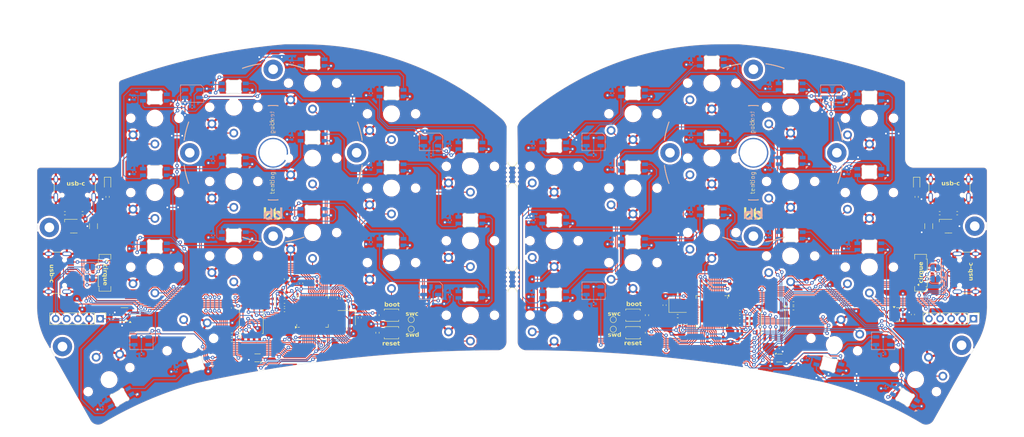
<source format=kicad_pcb>
(kicad_pcb (version 20240108) (generator "pcbnew") (generator_version "8.0")
  (title_block (title "sweep") (date "2024-07-27") (rev "0.1") (company "pngu.org") (comment 1 "Solderpad Hardware License v2.1"))
  (layers (0 "F.Cu" signal) (31 "B.Cu" signal) (34 "B.Paste" user) (35 "F.Paste" user) (36 "B.SilkS" user "B.Silkscreen") (37 "F.SilkS" user "F.Silkscreen") (38 "B.Mask" user) (39 "F.Mask" user) (44 "Edge.Cuts" user))
  (net 0 "")
  (net 1 "SW1_L")
  (net 2 "GND")
  (net 3 "SW2_L")
  (net 4 "SW3_L")
  (net 5 "SW4_L")
  (net 6 "SW5_L")
  (net 7 "SW6_L")
  (net 8 "SW7_L")
  (net 9 "SW8_L")
  (net 10 "SW9_L")
  (net 11 "SW10_L")
  (net 12 "SW11_L")
  (net 13 "SW12_L")
  (net 14 "SW13_L")
  (net 15 "SW14_L")
  (net 16 "SW15_L")
  (net 17 "SW16_L")
  (net 18 "SW17_L")
  (net 19 "SW1_R")
  (net 20 "SW6_R")
  (net 21 "SW11_R")
  (net 22 "SW2_R")
  (net 23 "SW7_R")
  (net 24 "SW12_R")
  (net 25 "SW3_R")
  (net 26 "SW8_R")
  (net 27 "SW13_R")
  (net 28 "SW4_R")
  (net 29 "SW9_R")
  (net 30 "SW14_R")
  (net 31 "SW16_R")
  (net 32 "SW5_R")
  (net 33 "SW10_R")
  (net 34 "SW15_R")
  (net 35 "SW17_R")
  (net 36 "+5V")
  (net 37 "+3V3")
  (net 38 "+1V1")
  (net 39 "Net-(C10-Pad2)")
  (net 40 "XIN_L")
  (net 41 "VBUS")
  (net 42 "Net-(J1-CC1)")
  (net 43 "XIN_R")
  (net 45 "L_D+")
  (net 47 "Net-(J1-CC2)")
  (net 48 "L_D-")
  (net 49 "SWC_L")
  (net 50 "RESET_L")
  (net 56 "TX_L")
  (net 58 "RX_L")
  (net 59 "Net-(U1-USB_DP)")
  (net 60 "Net-(U1-USB_DM)")
  (net 61 "SWD_L")
  (net 62 "Net-(R7-Pad1)")
  (net 63 "R_D-")
  (net 64 "Net-(R8-Pad1)")
  (net 65 "HAND_L")
  (net 66 "R_D+")
  (net 67 "Net-(C22-Pad2)")
  (net 68 "LCD_CS_L")
  (net 69 "Net-(J4-CC2)")
  (net 70 "Net-(J4-CC1)")
  (net 74 "MOSI_L")
  (net 75 "SCK_L")
  (net 77 "SWC_R")
  (net 78 "SWD_R")
  (net 79 "LCD_CS_R")
  (net 81 "RESET_R")
  (net 84 "Net-(J9-Pin_4)")
  (net 85 "XOUT_L")
  (net 89 "RX_R")
  (net 90 "TX_R")
  (net 91 "Net-(U5-USB_DP)")
  (net 92 "Net-(U5-USB_DM)")
  (net 93 "Net-(R15-Pad1)")
  (net 94 "Net-(R17-Pad2)")
  (net 95 "QSEL_L")
  (net 96 "CIRQUE_CS_L")
  (net 97 "MOSI_R")
  (net 100 "HAND_R")
  (net 102 "SCK_R")
  (net 104 "CIRQUE_CS_R")
  (net 108 "QSEL_R")
  (net 109 "XOUT_R")
  (net 110 "QIO0_L")
  (net 111 "QIO3_L")
  (net 112 "QIO1_L")
  (net 113 "Net-(D1-A)")
  (net 114 "QIO2_L")
  (net 115 "QCLK_L")
  (net 116 "Net-(D2-A)")
  (net 117 "QIO3_R")
  (net 118 "QIO0_R")
  (net 119 "QCLK_R")
  (net 120 "QIO2_R")
  (net 121 "QIO1_R")
  (net 122 "LED_L")
  (net 123 "LED_R")
  (net 124 "LED_5V_L")
  (net 125 "LED_5V_R")
  (net 126 "ULED_L")
  (net 127 "Net-(LED1-DIN)")
  (net 128 "Net-(LED2-DIN)")
  (net 129 "Net-(LED3-DIN)")
  (net 130 "Net-(LED4-DIN)")
  (net 131 "Net-(LED5-DIN)")
  (net 132 "Net-(LED11-DOUT)")
  (net 133 "Net-(LED6-DIN)")
  (net 134 "Net-(LED7-DIN)")
  (net 135 "Net-(LED8-DIN)")
  (net 136 "Net-(LED10-DIN)")
  (net 137 "Net-(LED11-DIN)")
  (net 138 "Net-(LED10-DOUT)")
  (net 139 "Net-(LED12-DOUT)")
  (net 140 "Net-(LED13-DOUT)")
  (net 141 "Net-(LED14-DOUT)")
  (net 142 "Net-(LED16-DIN)")
  (net 143 "Net-(LED18-DIN)")
  (net 144 "Net-(LED19-DIN)")
  (net 145 "Net-(LED20-DIN)")
  (net 146 "Net-(LED19-DOUT)")
  (net 147 "Net-(LED21-DIN)")
  (net 148 "Net-(LED22-DOUT)")
  (net 149 "Net-(LED23-DIN)")
  (net 150 "Net-(LED24-DIN)")
  (net 151 "Net-(LED25-DOUT)")
  (net 152 "Net-(LED26-DIN)")
  (net 153 "Net-(LED27-DIN)")
  (net 154 "Net-(LED28-DOUT)")
  (net 155 "Net-(LED29-DIN)")
  (net 156 "Net-(LED30-DOUT)")
  (net 157 "Net-(LED31-DIN)")
  (net 158 "Net-(LED33-DIN)")
  (net 162 "MISO_L")
  (net 163 "Net-(J9-Pin_3)")
  (net 165 "Net-(J10-Pin_4)")
  (net 168 "Net-(J10-Pin_3)")
  (net 170 "Net-(D3-DOUT)")
  (net 171 "Net-(D4-DOUT)")
  (net 172 "Net-(D5-DOUT)")
  (net 174 "Net-(D7-DOUT)")
  (net 175 "Net-(D10-DOUT)")
  (net 177 "Net-(D10-DIN)")
  (net 178 "ULED_R")
  (net 179 "MISO_R")
  (footprint "Duckyb-Parts:mouse-bite-5mm-slot-with-space-for-track" (layer "F.Cu") (at 150.516 80.628)
    (property "Reference" "mouse-bite-2mm-slot" (hide yes))
    (property "Value" "VAL**" (hide yes))
  )
  (footprint "Duckyb-Parts:mouse-bite-5mm-slot-with-space-for-track" (layer "F.Cu") (at 150.516 104.504)
    (property "Reference" "mouse-bite-2mm-slot" (hide yes))
    (property "Value" "VAL**" (hide yes))
  )
  (footprint "Capacitor_SMD:C_0402_1005Metric" (layer "F.Cu") (at 64.9475 112.545 -90)
    (property "Reference" "C23" (hide yes))
    (property "Value" "1u")
  )
  (footprint "PCM_marbastlib-choc:SW_choc_v1_1u" (layer "F.Cu") (at 196.07 93.836)
    (property "Reference" "SW13" (hide yes))
    (property "Value" "SW_Push")
  )
  (footprint "PCM_marbastlib-choc:SW_choc_v1_1u" (layer "F.Cu") (at 140.946 112.702)
    (property "Reference" "SW20" (hide yes))
    (property "Value" "SW_Push")
  )
  (footprint "Capacitor_SMD:C_0402_1005Metric" (layer "F.Cu") (at 195.07 118.24 -90)
    (property "Reference" "C60" (hide yes))
    (property "Value" "100n")
  )
  (footprint "Capacitor_SMD:C_0603_1608Metric" (layer "F.Cu") (at 98.97 104.45 90)
    (property "Reference" "C15" (hide yes))
    (property "Value" "10u")
  )
  (footprint "PCM_marbastlib-choc:SW_choc_v1_1u" (layer "F.Cu") (at 140.946 95.702)
    (property "Reference" "SW19" (hide yes))
    (property "Value" "SW_Push")
  )
  (footprint "PCM_marbastlib-choc:SW_choc_v1_1u" (layer "F.Cu") (at 104.902 59.702)
    (property "Reference" "SW24" (hide yes))
    (property "Value" "SW_Push")
  )
  (footprint "Resistor_SMD:R_0402_1005Metric" (layer "F.Cu") (at 107.55 118.26 -90)
    (property "Reference" "R20" (hide yes))
    (property "Value" "5.1k")
  )
  (footprint "TestPoint:TestPoint_Pad_D1.0mm" (layer "F.Cu") (at 127.428 113.694 -90)
    (property "Reference" "J12" (hide yes))
    (property "Value" "Conn_01x01")
  )
  (footprint "Resistor_SMD:R_0402_1005Metric" (layer "F.Cu") (at 188.28 112.9)
    (property "Reference" "R6" (hide yes))
    (property "Value" "1k")
  )
  (footprint "PCM_marbastlib-choc:SW_choc_v1_1u" (layer "F.Cu") (at 86.914 65.202)
    (property "Reference" "SW27" (hide yes))
    (property "Value" "SW_Push")
  )
  (footprint "Capacitor_SMD:C_0402_1005Metric" (layer "F.Cu") (at 98.49 108.68 180)
    (property "Reference" "C13" (hide yes))
    (property "Value" "1u")
  )
  (footprint "Button_Switch_SMD:SW_SPST_B3U-1000P" (layer "F.Cu") (at 122.928 116.694 180)
    (property "Reference" "SW37" (hide yes))
    (property "Value" "SW_Push")
  )
  (footprint "PCM_marbastlib-choc:SW_choc_v1_1u" (layer "F.Cu") (at 178.07 100.69)
    (property "Reference" "SW12" (hide yes))
    (property "Value" "SW_Push")
  )
  (footprint "TestPoint:TestPoint_Pad_D1.0mm" (layer "F.Cu") (at 127.428 115.894 -90)
    (property "Reference" "J13" (hide yes))
    (property "Value" "Conn_01x01")
  )
  (footprint "Capacitor_SMD:C_0402_1005Metric" (layer "F.Cu") (at 98.49 111.54 180)
    (property "Reference" "C14" (hide yes))
    (property "Value" "100n")
  )
  (footprint "Package_DFN_QFN:QFN-56-1EP_7x7mm_P0.4mm_EP3.2x3.2mm" (layer "F.Cu") (at 196.07 111.836 -90)
    (property "Reference" "U1" (hide yes))
    (property "Value" "RP2040")
  )
  (footprint "PCM_marbastlib-various:SOT-23-6-routable" (layer "F.Cu") (at 50.38 92.36)
    (property "Reference" "U6" (hide yes))
    (property "Value" "SRV05-4")
  )
  (footprint "Button_Switch_SMD:SW_SPST_B3U-1000P" (layer "F.Cu") (at 178.07 116.69)
    (property "Reference" "SW35" (hide yes))
    (property "Value" "SW_Push")
  )
  (footprint "PCM_marbastlib-choc:SW_choc_v1_1u" (layer "F.Cu") (at 140.946 78.702)
    (property "Reference" "SW18" (hide yes))
    (property "Value" "SW_Push")
  )
  (footprint "Package_SO:SOIC-8_5.23x5.23mm_P1.27mm" (layer "F.Cu") (at 90.914 114.17 90)
    (property "Reference" "U8" (hide yes))
    (property "Value" "W25Q128JVS")
  )
  (footprint "Resistor_SMD:R_0402_1005Metric" (layer "F.Cu") (at 204.67 113.42 180)
    (property "Reference" "R4" (hide yes))
    (property "Value" "27")
  )
  (footprint "PCM_marbastlib-choc:SW_choc_v1_1u" (layer "F.Cu") (at 214.07 82.152)
    (property "Reference" "SW9" (hide yes))
    (property "Value" "SW_Push")
  )
  (footprint "Capacitor_SMD:C_0402_1005Metric" (layer "F.Cu") (at 58.9475 112.545 -90)
    (property "Reference" "C20" (hide yes))
    (property "Value" "1u")
  )
  (footprint "PCM_marbastlib-choc:SW_choc_v1_1u" (layer "F.Cu") (at 122.928 66.702)
    (property "Reference" "SW21" (hide yes))
    (property "Value" "SW_Push")
  )
  (footprint "Resistor_SMD:R_0402_1005Metric" (layer "F.Cu") (at 119.728 116.694 90)
    (property "Reference" "R14" (hide yes))
    (property "Value" "5.1k")
  )
  (footprint "PCM_marbastlib-choc:SW_choc_v1_1u" (layer "F.Cu") (at 232.07 67.702)
    (property "Reference" "SW5" (hide yes))
    (property "Value" "SW_Push")
  )
  (footprint "Package_TO_SOT_SMD:SOT-563" (layer "F.Cu") (at 92.34 122.43 180)
    (property "Reference" "U10" (hide yes))
    (property "Value" "SN74LVC1T45DRL")
  )
  (footprint "Capacitor_SMD:C_0402_1005Metric" (layer "F.Cu") (at 190.07 114.736 -90)
    (property "Reference" "C59" (hide yes))
    (property "Value" "100n")
  )
  (footprint "Connector_PinHeader_2.54mm:PinHeader_1x05_P2.54mm_Vertical" (layer "F.Cu") (at 56.388 113.5 -90)
    (property "Reference" "J8" (hide yes))
    (property "Value" "Conn_01x05")
  )
  (footprint "MountingHole:MountingHole_2.2mm_M2_Pad" (layer "F.Cu") (at 256.11 92.36)
    (property "Reference" "REF**" (hide yes))
    (property "Value" "MountingHole_2.2mm_M2_Pad")
  )
  (footprint "Resistor_SMD:R_0402_1005Metric" (layer "F.Cu") (at 181.27 116.69 90)
    (property "Reference" "R3" (hide yes))
    (property "Value" "5.1k")
  )
  (footprint "Capacitor_SMD:C_0402_1005Metric" (layer "F.Cu") (at 202.47 111.92)
    (property "Reference" "C5" (hide yes))
    (property "Value" "100n")
  )
  (footprint "Resistor_SMD:R_0402_1005Metric" (layer "F.Cu") (at 252.11 89.4)
    (property "Reference" "R1" (hide yes))
    (property "Value" "5.1k")
  )
  (footprint "Package_TO_SOT_SMD:SOT-23-3" (layer "F.Cu") (at 61.9475 112.545 180)
    (property "Reference" "U7" (hide yes))
    (property "Value" "XC6206PxxxMR")
  )
  (footprint "Resistor_SMD:R_0402_1005Metric" (layer "F.Cu") (at 52.38 89.4)
    (property "Reference" "R12" (hide yes))
    (property "Value" "5.1k")
  )
  (footprint "PCM_marbastlib-choc:SW_choc_v1_1u" (layer "F.Cu") (at 76.992 119.402 -165)
    (property "Reference" "SW30" (hide yes))
    (property "Value" "SW_Push")
  )
  (footprint "PCM_marbastlib-choc:SW_choc_v1_1u" (layer "F.Cu") (at 68.9 101.71)
    (property "Reference" "SW33" (hide yes))
    (property "Value" "SW_Push")
  )
  (footprint "Resistor_SMD:R_0402_1005Metric" (layer "F.Cu") (at 58.1 85.672 -90)
    (property "Reference" "R22" (hide yes))
    (property "Value" "5.1k")
  )
  (footprint "Capacitor_SMD:C_0402_1005Metric" (layer "F.Cu") (at 112.2 108.936 90)
    (property "Reference" "C63" (hide yes))
    (property "Value" "100n")
  )
  (footprint "TestPoint:TestPoint_Pad_D1.0mm" (layer "F.Cu") (at 173.57 115.89)
    (property "Reference" "J11" (hide yes))
    (property "Value" "Conn_01x01")
  )
  (footprint "Resistor_SMD:R_0402_1005Metric" (layer "F.Cu") (at 204.67 114.62 180)
    (property "Reference" "R5" (hide yes))
    (property "Value" "27")
  )
  (footprint "PCM_marbastlib-choc:SW_choc_v1_1u" (layer "F.Cu") (at 178.07 66.702)
    (property "Reference" "SW2" (hide yes))
    (property "Value" "SW_Push")
  )
  (footprint "Resistor_SMD:R_0402_1005Metric" (layer "F.Cu") (at 214.71 109.99)
    (property "Reference" "R9" (hide yes))
    (property "Value" "5.1k")
  )
  (footprint "PCM_marbastlib-choc:SW_choc_v1_1u" (layer "F.Cu") (at 178.07 83.676)
    (property "Reference" "SW7" (hide yes))
    (property "Value" "SW_Push")
  )
  (footprint "Capacitor_SMD:C_0402_1005Metric" (layer "F.Cu") (at 242 112.545 -90)
    (property "Reference" "C1" (hide yes))
    (property "Value" "1u")
  )
  (footprint "Resistor_SMD:R_0402_1005Metric" (layer "F.Cu") (at 119.728 112.694 90)
    (property "Reference" "R15" (hide yes))
    (property "Value" "1k")
  )
  (footprint "Capacitor_SMD:C_0402_1005Metric" (layer "F.Cu") (at 106.25 118.26 -90)
    (property "Reference" "C64" (hide yes))
    (property "Value" "100n")
  )
  (footprint "Capacitor_SMD:C_0402_1005Metric" (layer "F.Cu") (at 202.47 113.12)
    (property "Reference" "C8" (hide yes))
    (property "Value" "100n")
  )
  (footprint "MountingHole:MountingHole_2.2mm_M2_Pad" (layer "F.Cu") (at 253.11 119.56)
    (property "Reference" "REF**" (hide yes))
    (property "Value" "MountingHole_2.2mm_M2_Pad")
  )
  (footprint "Resistor_SMD:R_0402_1005Metric" (layer "F.Cu") (at 242.85 85.672 -90)
    (property "Reference" "R21" (hide yes))
    (property "Value" "5.1k")
  )
  (footprint "PCM_marbastlib-various:USB_C_Receptacle_HRO_TYPE-C-31-M-12" (layer "F.Cu") (at 50.6 82.672 180)
    (property "Reference" "J4" (hide yes))
    (property "Value" "USB_C_Receptacle_USB2.0_16P")
  )
  (footprint "Package_TO_SOT_SMD:SOT-23-3" (layer "F.Cu") (at 239 112.545)
    (property "Reference" "U2" (hide yes))
    (property "Value" "XC6206PxxxMR")
  )
  (footprint "TestPoint:TestPoint_Pad_D1.0mm" (layer "F.Cu") (at 173.57 113.69)
    (property "Reference" "J2" (hide yes))
    (property "Value" "Conn_01x01")
  )
  (footprint "Capacitor_SMD:C_0402_1005Metric" (layer "F.Cu") (at 98.49 107.48 180)
    (property "Reference" "C18" (hide yes))
    (property "Value" "100n")
  )
  (footprint "Resistor_SMD:R_0402_1005Metric" (layer "F.Cu") (at 214.71 111.11 180)
    (property "Reference" "R8" (hide yes))
    (property "Value" "5.1k")
  )
  (footprint "PCM_marbastlib-various:USB_C_Receptacle_HRO_TYPE-C-31-M-12" (layer "F.Cu") (at 255.25 103 90)
    (property "Reference" "J3" (hide yes))
    (property "Value" "USB_C_Receptacle_USB2.0_16P")
  )
  (footprint "PCM_marbastlib-various:USB_C_Receptacle_HRO_TYPE-C-31-M-12" (layer "F.Cu") (at 250.35 82.672 180)
    (property "Reference" "J1" (hide yes))
    (property "Value" "USB_C_Receptacle_USB2.0_16P")
  )
  (footprint "Fuse:Fuse_1206_3216Metric" (layer "F.Cu") (at 245.61 92.36 -90)
    (property "Reference" "F1" (hide yes))
    (property "Value" "500mA")
  )
  (footprint "PCM_marbastlib-various:USB_C_Receptacle_HRO_TYPE-C-31-M-12" (layer "F.Cu") (at 45.658 103 -90)
    (property "Reference" "J5" (hide yes))
    (property "Value" "USB_C_Receptacle_USB2.0_16P")
  )
  (footprint "PCM_marbastlib-choc:SW_choc_v1_1u" (layer "F.Cu") (at 68.9 84.692)
    (property "Reference" "SW32" (hide yes))
    (property "Value" "SW_Push")
  )
  (footprint "PCM_marbastlib-choc:SW_choc_v1_1u" (layer "F.Cu") (at 86.914 82.152)
    (property "Reference" "SW28" (hide yes))
    (property "Value" "SW_Push")
  )
  (footprint "MountingHole:MountingHole_2.2mm_M2_Pad" (layer "F.Cu") (at 47.796 119.86)
    (property "Reference" "REF**" (hide yes))
    (property "Value" "MountingHole_2.2mm_M2_Pad")
  )
  (footprint "Capacitor_SMD:C_0603_1608Metric" (layer "F.Cu") (at 201.97 118.765 -90)
    (property "Reference" "C3" (hide yes))
    (property "Value" "10u")
  )
  (footprint "PCM_marbastlib-choc:SW_choc_v1_1u" (layer "F.Cu") (at 58.432 127.402 -150)
    (property "Reference" "SW34" (hide yes))
    (property "Value" "SW_Push")
  )
  (footprint "Capacitor_SMD:C_0402_1005Metric" (layer "F.Cu") (at 115.69 113.272 90)
    (property "Reference" "C22" (hide yes))
    (property "Value" "22p")
  )
  (footprint "Capacitor_SMD:C_0402_1005Metric" (layer "F.Cu") (at 188.77 114.736 -90)
    (property "Reference" "C9" (hide yes))
    (property "Value" "100n")
  )
  (footprint "Package_DFN_QFN:QFN-56-1EP_7x7mm_P0.4mm_EP3.2x3.2mm" (layer "F.Cu") (at 104.902 111.836 90)
    (property "Reference" "U5" (hide yes))
    (property "Value" "RP2040")
  )
  (footprint "PCM_marbastlib-various:CON_FH33J-12S-0.5SH" (layer "F.Cu") (at 242.444 105.75 90)
    (property "Reference" "J9" (hide yes))
    (property "Value" "Conn_01x12" (hide yes))
  )
  (footprint "Capacitor_SMD:C_0402_1005Metric" (layer "F.Cu") (at 112.69 115.772 180)
    (property "Reference" "C21" (hide yes))
    (property "Value" "22p")
  )
  (footprint "Capacitor_SMD:C_0402_1005Metric" (layer "F.Cu") (at 105.9 105.42 90)
    (property "Reference" "C19" (hide yes))
    (property "Value" "100n")
  )
  (footprint "Capacitor_SMD:C_0402_1005Metric" (layer "F.Cu") (at 198.67 118.24 -90)
    (property "Reference" "C6" (hide yes))
    (property "Value" "1u")
  )
  (footprint "PCM_marbastlib-choc:SW_choc_v1_1u" (layer "F.Cu") (at 214.07 65.202)
    (property "Reference" "SW4" (hide yes))
    (property "Value" "SW_Push")
  )
  (footprint "Capacitor_SMD:C_0402_1005Metric" (layer "F.Cu") (at 101.99 118.26 -90)
    (property "Reference" "C65" (hide yes))
    (property "Value" "100n")
  )
  (footprint "Resistor_SMD:R_0402_1005Metric" (layer "F.Cu") (at 193.62 105.42 90)
    (property "Reference" "R19" (hide yes))
    (property "Value" "5.1k")
  )
  (footprint "Package_SO:SOIC-8_5.23x5.23mm_P1.27mm" (layer "F.Cu") (at 210.07 114.17 -90)
    (property "Reference" "U4" (hide yes))
    (property "Value" "W25Q128JVS")
  )
  (footprint "Capacitor_SMD:C_0402_1005Metric" (layer "F.Cu") (at 199 105.42 90)
    (property "Reference" "C7" (hide yes))
    (property "Value" "100n")
  )
  (footprint "Capacitor_SMD:C_0402_1005Metric" (layer "F.Cu") (at 194.82 105.42 90)
    (property "Reference" "C61" (hide yes))
    (property "Value" "100n")
  )
  (footprint "Resistor_SMD:R_0402_1005Metric" (layer "F.Cu") (at 112.69 110.772 180)
    (property "Reference" "R16" (hide yes))
    (property "Value" "1k")
  )
  (footprint "PCM_marbastlib-choc:SW_choc_v1_1u" (layer "F.Cu") (at 196.07 76.818)
    (property "Reference" "SW8" (hide yes))
    (property "Value" "SW_Push")
  )
  (footprint "Button_Switch_SMD:SW_SPST_B3U-1000P" (layer "F.Cu") (at 178.07 112.69)
    (property "Reference" "SW36" (hide yes))
    (property "Value" "SW_Push")
  )
  (footprint "PCM_marbastlib-choc:SW_choc_v1_1u" (layer "F.Cu") (at 122.928 83.676)
    (property "Reference" "SW22" (hide yes))
    (property "Value" "SW_Push")
  )
  (footprint "PCM_marbastlib-various:CON_FH33J-12S-0.5SH" (layer "F.Cu") (at 58.795 100.26 -90)
    (property "Reference" "J10" (hide yes))
    (property "Value" "Conn_01x12" (hide yes))
  )
  (footprint "PCM_marbastlib-various:SOT-23-6-routable" (layer "F.Cu") (at 250.11 92.36)
    (property "Reference" "U3" (hide yes))
    (property "Value" "SRV05-4")
  )
  (footprint "PCM_marbastlib-various:SplitkbTentingPuck" (layer "F.Cu") (at 95.906 75.602)
    (property "Reference" "REF**")
    (property "Value" "Tenting Puck")
  )
  (footprint "LED_SMD:LED_0603_1608Metric" (layer "F.Cu") (at 58.1 82.672 -90)
    (property "Reference" "D2" (hide yes))
    (property "Value" "LED")
  )
  (footprint "Capacitor_SMD:C_0402_1005Metric" (layer "F.Cu") (at 185.28 110.4 -90)
    (property "Reference" "C10" (hide yes))
    (property "Value" "22p")
  )
  (footprint "Capacitor_SMD:C_0402_1005Metric" (layer "F.Cu") (at 102.3 105.42 90)
    (property "Reference" "C16" (hide yes))
    (property "Value" "1u")
  )
  (footprint "PCM_marbastlib-various:SplitkbTentingPuck" (layer "F.Cu") (at 205.57 75.602)
    (property "Reference" "REF**")
    (property "Value" "Tenting Puck")
  )
  (footprint "Crystal:Crystal_SMD_3225-4Pin_3.2x2.5mm" (layer "F.Cu") (at 112.69 113.272 180)
    (property "Reference" "Y2" (hide yes))
    (property "Value" "Crystal_GND24")
  )
  (footprint "PCM_marbastlib-choc:SW_choc_v1_1u" (layer "F.Cu") (at 68.9 67.702)
    (property "Reference" "SW31" (hide yes))
    (property "Value" "SW_Push")
  )
  (footprint "PCM_marbastlib-choc:SW_choc_v1_1u" (layer "F.Cu") (at 160.07 78.702)
    (property "Reference" "SW1" (hide yes))
    (property "Value" "SW_Push")
  )
  (footprint "PCM_marbastlib-choc:SW_choc_v1_1u" (layer "F.Cu") (at 86.914 99.17)
    (property "Reference" "SW29" (hide yes))
    (property "Value" "SW_Push")
  )
  (footprint "Resistor_SMD:R_0402_1005Metric" (layer "F.Cu") (at 181.27 112.69 90)
    (property "Reference" "R7" (hide yes))
    (property "Value" "1k")
  )
  (footprint "Resistor_SMD:R_0402_1005Metric" (layer "F.Cu") (at 86.47 117.14 180)
    (property "Reference" "R17" (hide yes))
    (property "Value" "5.1k")
  )
  (footprint "PCM_marbastlib-choc:SW_choc_v1_1u" (layer "F.Cu") (at 160.07 95.702)
    (property "Reference" "SW6" (hide yes))
    (property "Value" "SW_Push")
  )
  (footprint "PCM_marbastlib-choc:SW_choc_v1_1u" (layer "F.Cu") (at 242.6 127.402 150)
    (property "Reference" "SW17" (hide yes))
    (property "Value" "SW_Push")
  )
  (footprint "Crystal:Crystal_SMD_3225-4Pin_3.2x2.5mm" (layer "F.Cu") (at 188.28 110.4)
    (property "Reference" "Y1" (hide yes))
    (property "Value" "Crystal_GND24")
  )
  (footprint "Package_TO_SOT_SMD:SOT-563" (layer "F.Cu") (at 211.49 122.47)
    (property "Reference" "U9" (hide yes))
    (property "Value" "SN74LVC1T45DRL")
  )
  (footprint "PCM_marbastlib-choc:SW_choc_v1_1u" (layer "F.Cu") (at 160.07 112.702)
    (property "Reference" "SW11" (hide yes))
    (property "Value" "SW_Push")
  )
  (footprint "MountingHole:MountingHole_2.2mm_M2_Pad" (layer "F.Cu") (at 44.796 92.66)
    (property "Reference" "REF**" (hide yes))
    (property "Value" "MountingHole_2.2mm_M2_Pad")
  )
  (footprint "LED_SMD:LED_0603_1608Metric" (layer "F.Cu") (at 242.85 82.672 -90)
    (property "Reference" "D1" (hide yes))
    (property "Value" "LED")
  )
  (footprint "Capacitor_SMD:C_0402_1005Metric" (layer "F.Cu") (at 236 112.545 90)
    (property "Reference" "C2" (hide yes))
    (property "Value" "1u")
  )
  (footprint "PCM_marbastlib-choc:SW_choc_v1_1u" (layer "F.Cu") (at 104.902 76.818)
    (property "Reference" "SW25" (hide yes))
    (property "Value" "SW_Push")
  )
  (footprint "Capacitor_SMD:C_0402_1005Metric" (layer "F.Cu") (at 202.46 116.3)
    (property "Reference" "C62" (hide yes))
    (property "Value" "100n")
  )
  (footprint "Resistor_SMD:R_0402_1005Metric" (layer "F.Cu") (at 48.34 89.4 180)
    (property "Reference" "R13" (hide yes))
    (property "Value" "5.1k")
  )
  (footprint "PCM_marbastlib-choc:SW_choc_v1_1u" (layer "F.Cu") (at 196.07 59.702)
    (property "Reference" "SW3" (hide yes))
    (property "Value" "SW_Push")
  )
  (footprint "Resistor_SMD:R_0402_1005Metric" (layer "F.Cu") (at 96.29 108.94)
    (property "Reference" "R11" (hide yes))
    (property "Value" "27")
  )
  (footprint "Capacitor_SMD:C_0402_1005Metric" (layer "F.Cu") (at 98.49 110.34 180)
    (property "Reference" "C17" (hide yes))
    (property "Value" "100n")
  )
  (footprint "Capacitor_SMD:C_0402_1005Metric" (layer "F.Cu") (at 211.49 119.97 180)
    (property "Reference" "C12" (hide yes))
    (property "Value" "1u")
  )
  (footprint "PCM_marbastlib-choc:SW_choc_v1_1u" (layer "F.Cu") (at 232.05 101.71)
    (property "Reference" "SW15" (hide yes))
    (property "Value" "SW_Push")
  )
  (footprint "Capacitor_SMD:C_0402_1005Metric" (layer "F.Cu") (at 188.28 107.9)
    (property "Reference" "C11" (hide yes))
    (property "Value" "22p")
  )
  (footprint "Resistor_SMD:R_0402_1005Metric" (layer "F.Cu") (at 86.47 118.34)
    (property "Reference" "R18" (hide yes))
    (property "Value" "5.1k")
  )
  (footprint "Resistor_SMD:R_0402_1005Metric" (layer "F.Cu") (at 96.29 110.14)
    (property "Reference" "R10" (hide yes))
    (property "Value" "27")
  )
  (footprint "Resistor_SMD:R_0402_1005Metric" (layer "F.Cu") (at 248.11 89.4 180)
    (property "Reference" "R2" (hide yes))
    (property "Value" "5.1k")
  )
  (footprint "Capacitor_SMD:C_0402_1005Metric" (layer "F.Cu") (at 110.9 108.936 90)
    (property "Reference" "C66" (hide yes))
    (property "Value" "100n")
  )
  (footprint "PCM_marbastlib-choc:SW_choc_v1_1u" (layer "F.Cu") (at 224.04 119.402 165)
    (property "Reference" "SW16" (hide yes))
    (property "Value" "SW_Push")
  )
  (footprint "Capacitor_SMD:C_0402_1005Metric" (layer "F.Cu") (at 86.73 111.05 -90)
    (property "Reference" "C24" (hide yes))
    (property "Value" "1u")
  )
  (footprint "PCM_marbastlib-choc:SW_choc_v1_1u" (layer "F.Cu") (at 122.928 100.694)
    (property "Reference" "SW23" (hide yes))
    (property "Value" "SW_Push")
  )
  (footprint "Button_Switch_SMD:SW_SPST_B3U-1000P" (layer "F.Cu") (at 122.928 112.694 180)
    (property "Reference" "SW38" (hide yes))
    (property "Value" "SW_Push")
  )
  (footprint "PCM_marbastlib-choc:SW_choc_v1_1u" (layer "F.Cu") (at 104.902 93.836)
    (property "Reference" "SW26" (hide yes))
    (property "Value" "SW_Push")
  )
  (footprint "Fuse:Fuse_1206_3216Metric" (layer "F.Cu") (at 54.88 92.36 -90)
    (property "Reference" "F2" (hide yes))
    (property "Value" "500mA")
  )
  (footprint "Connector_PinHeader_2.54mm:PinHeader_1x05_P2.54mm_Vertical" (layer "F.Cu") (at 255.82 113.5 -90)
    (property "Reference" "J7" (hide yes))
    (property "Value" "Conn_01x05")
  )
  (footprint "Capacitor_SMD:C_0402_1005Metric" (layer "F.Cu") (at 202.47 114.95)
    (property "Reference" "C4" (hide yes))
    (property "Value" "1u")
  )
  (footprint "PCM_marbastlib-choc:SW_choc_v1_1u" (layer "F.Cu") (at 214.07 99.17)
    (property "Reference" "SW14" (hide yes))
    (property "Value" "SW_Push")
  )
  (footprint "PCM_marbastlib-choc:SW_choc_v1_1u" (layer "F.Cu") (at 232.05 84.692)
    (property "Reference" "SW10" (hide yes))
    (property "Value" "SW_Push")
  )
  (footprint "LED_SMD:LED_WS2812B-Mini_PLCC4_3.5x3.5mm" (layer "B.Cu") (at 65.828 118.545)
    (property "Reference" "D10" (hide yes))
    (property "Value" "WS2812B")
  )
  (footprint "PCM_marbastlib-choc:LED_choc_6028R" (layer "B.Cu") (at 232.07 63.002)
    (property "Reference" "LED5" (hide yes))
    (property "Value" "choc_SK6812MINI-E")
    (fp_line (start -1.699999 -0.702843) (end -1.699999 0.702841) (stroke (width 0.1)) (layer "Edge.Cuts"))
    (fp_line (start -0.794452 1.499999) (end 0.794452 1.499999) (stroke (width 0.1)) (layer "Edge.Cuts"))
    (fp_line (start 0.794453 -1.5) (end -0.794452 -1.5) (stroke (width 0.1)) (layer "Edge.Cuts"))
    (fp_line (start 1.699999 0.702841) (end 1.699999 -0.702843) (stroke (width 0.1)) (layer "Edge.Cuts"))
    (fp_arc (start -1.749484 -0.919721) (mid -1.712527 -0.814069) (end -1.699999 -0.702843) (stroke (width 0.1)) (layer "Edge.Cuts"))
    (fp_arc (start -1.749484 -0.919721) (mid -1.638071 -1.504036) (end -1.046711 -1.5683) (stroke (width 0.1)) (layer "Edge.Cuts"))
    (fp_arc (start -1.699999 0.702842) (mid -1.712527 0.814067) (end -1.749484 0.919719) (stroke (width 0.1)) (layer "Edge.Cuts"))
    (fp_arc (start -1.046711 1.568296) (mid -1.63807 1.504033) (end -1.749484 0.919719) (stroke (width 0.1)) (layer "Edge.Cuts"))
    (fp_arc (start -1.04671 1.568298) (mid -0.925122 1.517376) (end -0.794452 1.499999) (stroke (width 0.1)) (layer "Edge.Cuts"))
    (fp_arc (start -0.794453 -1.500001) (mid -0.925123 -1.517378) (end -1.046711 -1.5683) (stroke (width 0.1)) (layer "Edge.Cuts"))
    (fp_arc (start 0.794452 1.499999) (mid 0.925123 1.517376) (end 1.046711 1.568298) (stroke (width 0.1)) (layer "Edge.Cuts"))
    (fp_arc (start 1.046711 -1.568299) (mid 0.925123 -1.517377) (end 0.794453 -1.5) (stroke (width 0.1)) (layer "Edge.Cuts"))
    (fp_arc (start 1.046711 -1.568299) (mid 1.638071 -1.504036) (end 1.749484 -0.919721) (stroke (width 0.1)) (layer "Edge.Cuts"))
    (fp_arc (start 1.699999 -0.702844) (mid 1.71251 -0.814073) (end 1.749484 -0.919721) (stroke (width 0.1)) (layer "Edge.Cuts"))
    (fp_arc (start 1.749484 0.919718) (mid 1.638073 1.504037) (end 1.046711 1.568298) (stroke (width 0.1)) (layer "Edge.Cuts"))
    (fp_arc (start 1.749484 0.919719) (mid 1.712517 0.81407) (end 1.699999 0.702841) (stroke (width 0.1)) (layer "Edge.Cuts"))
  )
  (footprint "PCM_marbastlib-choc:LED_choc_6028R" (layer "B.Cu") (at 104.902 89.136)
    (property "Reference" "LED26" (hide yes))
    (property "Value" "choc_SK6812MINI-E")
    (fp_line (start -1.699999 -0.702843) (end -1.699999 0.702841) (stroke (width 0.1)) (layer "Edge.Cuts"))
    (fp_line (start -0.794452 1.499999) (end 0.794452 1.499999) (stroke (width 0.1)) (layer "Edge.Cuts"))
    (fp_line (start 0.794453 -1.5) (end -0.794452 -1.5) (stroke (width 0.1)) (layer "Edge.Cuts"))
    (fp_line (start 1.699999 0.702841) (end 1.699999 -0.702843) (stroke (width 0.1)) (layer "Edge.Cuts"))
    (fp_arc (start -1.749484 -0.919721) (mid -1.712527 -0.814069) (end -1.699999 -0.702843) (stroke (width 0.1)) (layer "Edge.Cuts"))
    (fp_arc (start -1.749484 -0.919721) (mid -1.638071 -1.504036) (end -1.046711 -1.5683) (stroke (width 0.1)) (layer "Edge.Cuts"))
    (fp_arc (start -1.699999 0.702842) (mid -1.712527 0.814067) (end -1.749484 0.919719) (stroke (width 0.1)) (layer "Edge.Cuts"))
    (fp_arc (start -1.046711 1.568296) (mid -1.63807 1.504033) (end -1.749484 0.919719) (stroke (width 0.1)) (layer "Edge.Cuts"))
    (fp_arc (start -1.04671 1.568298) (mid -0.925122 1.517376) (end -0.794452 1.499999) (stroke (width 0.1)) (layer "Edge.Cuts"))
    (fp_arc (start -0.794453 -1.500001) (mid -0.925123 -1.517378) (end -1.046711 -1.5683) (stroke (width 0.1)) (layer "Edge.Cuts"))
    (fp_arc (start 0.794452 1.499999) (mid 0.925123 1.517376) (end 1.046711 1.568298) (stroke (width 0.1)) (layer "Edge.Cuts"))
    (fp_arc (start 1.046711 -1.568299) (mid 0.925123 -1.517377) (end 0.794453 -1.5) (stroke (width 0.1)) (layer "Edge.Cuts"))
    (fp_arc (start 1.046711 -1.568299) (mid 1.638071 -1.504036) (end 1.749484 -0.919721) (stroke (width 0.1)) (layer "Edge.Cuts"))
    (fp_arc (start 1.699999 -0.702844) (mid 1.71251 -0.814073) (end 1.749484 -0.919721) (stroke (width 0.1)) (layer "Edge.Cuts"))
    (fp_arc (start 1.749484 0.919718) (mid 1.638073 1.504037) (end 1.046711 1.568298) (stroke (width 0.1)) (layer "Edge.Cuts"))
    (fp_arc (start 1.749484 0.919719) (mid 1.712517 0.81407) (end 1.699999 0.702841) (stroke (width 0.1)) (layer "Edge.Cuts"))
  )
  (footprint "PCM_marbastlib-choc:LED_choc_6028R" (layer "B.Cu") (at 214.07 94.47)
    (property "Reference" "LED12" (hide yes))
    (property "Value" "choc_SK6812MINI-E")
    (fp_line (start -1.699999 -0.702843) (end -1.699999 0.702841) (stroke (width 0.1)) (layer "Edge.Cuts"))
    (fp_line (start -0.794452 1.499999) (end 0.794452 1.499999) (stroke (width 0.1)) (layer "Edge.Cuts"))
    (fp_line (start 0.794453 -1.5) (end -0.794452 -1.5) (stroke (width 0.1)) (layer "Edge.Cuts"))
    (fp_line (start 1.699999 0.702841) (end 1.699999 -0.702843) (stroke (width 0.1)) (layer "Edge.Cuts"))
    (fp_arc (start -1.749484 -0.919721) (mid -1.712527 -0.814069) (end -1.699999 -0.702843) (stroke (width 0.1)) (layer "Edge.Cuts"))
    (fp_arc (start -1.749484 -0.919721) (mid -1.638071 -1.504036) (end -1.046711 -1.5683) (stroke (width 0.1)) (layer "Edge.Cuts"))
    (fp_arc (start -1.699999 0.702842) (mid -1.712527 0.814067) (end -1.749484 0.919719) (stroke (width 0.1)) (layer "Edge.Cuts"))
    (fp_arc (start -1.046711 1.568296) (mid -1.63807 1.504033) (end -1.749484 0.919719) (stroke (width 0.1)) (layer "Edge.Cuts"))
    (fp_arc (start -1.04671 1.568298) (mid -0.925122 1.517376) (end -0.794452 1.499999) (stroke (width 0.1)) (layer "Edge.Cuts"))
    (fp_arc (start -0.794453 -1.500001) (mid -0.925123 -1.517378) (end -1.046711 -1.5683) (stroke (width 0.1)) (layer "Edge.Cuts"))
    (fp_arc (start 0.794452 1.499999) (mid 0.925123 1.517376) (end 1.046711 1.568298) (stroke (width 0.1)) (layer "Edge.Cuts"))
    (fp_arc (start 1.046711 -1.568299) (mid 0.925123 -1.517377) (end 0.794453 -1.5) (stroke (width 0.1)) (layer "Edge.Cuts"))
    (fp_arc (start 1.046711 -1.568299) (mid 1.638071 -1.504036) (end 1.749484 -0.919721) (stroke (width 0.1)) (layer "Edge.Cuts"))
    (fp_arc (start 1.699999 -0.702844) (mid 1.71251 -0.814073) (end 1.749484 -0.919721) (stroke (width 0.1)) (layer "Edge.Cuts"))
    (fp_arc (start 1.749484 0.919718) (mid 1.638073 1.504037) (end 1.046711 1.568298) (stroke (width 0.1)) (layer "Edge.Cuts"))
    (fp_arc (start 1.749484 0.919719) (mid 1.712517 0.81407) (end 1.699999 0.702841) (stroke (width 0.1)) (layer "Edge.Cuts"))
  )
  (footprint "Capacitor_SMD:C_0402_1005Metric" (layer "B.Cu") (at 235.2 121.545)
    (property "Reference" "C67" (hide yes))
    (property "Value" "100n")
  )
  (footprint "Capacitor_SMD:C_0402_1005Metric" (layer "B.Cu") (at 173.37 62.002 -90)
    (property "Reference" "C25" (hide yes))
    (property "Value" "100n")
  )
  (footprint "Capacitor_SMD:C_0402_1005Metric" (layer "B.Cu") (at 227.35 97.01 -90)
    (property "Reference" "C39" (hide yes))
    (property "Value" "100n")
  )
  (footprint "Capacitor_SMD:C_0402_1005Metric" (layer "B.Cu") (at 209.37 94.47 -90)
    (property "Reference" "C38" (hide yes))
    (property "Value" "100n")
  )
  (footprint "PCM_marbastlib-choc:LED_choc_6028R" (layer "B.Cu") (at 68.9 63.002)
    (property "Reference" "LED31" (hide yes))
    (property "Value" "choc_SK6812MINI-E")
    (fp_line (start -1.699999 -0.702843) (end -1.699999 0.702841) (stroke (width 0.1)) (layer "Edge.Cuts"))
    (fp_line (start -0.794452 1.499999) (end 0.794452 1.499999) (stroke (width 0.1)) (layer "Edge.Cuts"))
    (fp_line (start 0.794453 -1.5) (end -0.794452 -1.5) (stroke (width 0.1)) (layer "Edge.Cuts"))
    (fp_line (start 1.699999 0.702841) (end 1.699999 -0.702843) (stroke (width 0.1)) (layer "Edge.Cuts"))
    (fp_arc (start -1.749484 -0.919721) (mid -1.712527 -0.814069) (end -1.699999 -0.702843) (stroke (width 0.1)) (layer "Edge.Cuts"))
    (fp_arc (start -1.749484 -0.919721) (mid -1.638071 -1.504036) (end -1.046711 -1.5683) (stroke (width 0.1)) (layer "Edge.Cuts"))
    (fp_arc (start -1.699999 0.702842) (mid -1.712527 0.814067) (end -1.749484 0.919719) (stroke (width 0.1)) (layer "Edge.Cuts"))
    (fp_arc (start -1.046711 1.568296) (mid -1.63807 1.504033) (end -1.749484 0.919719) (stroke (width 0.1)) (layer "Edge.Cuts"))
    (fp_arc (start -1.04671 1.568298) (mid -0.925122 1.517376) (end -0.794452 1.499999) (stroke (width 0.1)) (layer "Edge.Cuts"))
    (fp_arc (start -0.794453 -1.500001) (mid -0.925123 -1.517378) (end -1.046711 -1.5683) (stroke (width 0.1)) (layer "Edge.Cuts"))
    (fp_arc (start 0.794452 1.499999) (mid 0.925123 1.517376) (end 1.046711 1.568298) (stroke (width 0.1)) (layer "Edge.Cuts"))
    (fp_arc (start 1.046711 -1.568299) (mid 0.925123 -1.517377) (end 0.794453 -1.5) (stroke (width 0.1)) (layer "Edge.Cuts"))
    (fp_arc (start 1.046711 -1.568299) (mid 1.638071 -1.504036) (end 1.749484 -0.919721) (stroke (width 0.1)) (layer "Edge.Cuts"))
    (fp_arc (start 1.699999 -0.702844) (mid 1.71251 -0.814073) (end 1.749484 -0.919721) (stroke (width 0.1)) (layer "Edge.Cuts"))
    (fp_arc (start 1.749484 0.919718) (mid 1.638073 1.504037) (end 1.046711 1.568298) (stroke (width 0.1)) (layer "Edge.Cuts"))
    (fp_arc (start 1.749484 0.919719) (mid 1.712517 0.81407) (end 1.699999 0.702841) (stroke (width 0.1)) (layer "Edge.Cuts"))
  )
  (footprint "PCM_marbastlib-choc:LED_choc_6028R" (layer "B.Cu") (at 86.914 94.47)
    (property "Reference" "LED29" (hide yes))
    (property "Value" "choc_SK6812MINI-E")
    (fp_line (start -1.699999 -0.702843) (end -1.699999 0.702841) (stroke (width 0.1)) (layer "Edge.Cuts"))
    (fp_line (start -0.794452 1.499999) (end 0.794452 1.499999) (stroke (width 0.1)) (layer "Edge.Cuts"))
    (fp_line (start 0.794453 -1.5) (end -0.794452 -1.5) (stroke (width 0.1)) (layer "Edge.Cuts"))
    (fp_line (start 1.699999 0.702841) (end 1.699999 -0.702843) (stroke (width 0.1)) (layer "Edge.Cuts"))
    (fp_arc (start -1.749484 -0.919721) (mid -1.712527 -0.814069) (end -1.699999 -0.702843) (stroke (width 0.1)) (layer "Edge.Cuts"))
    (fp_arc (start -1.749484 -0.919721) (mid -1.638071 -1.504036) (end -1.046711 -1.5683) (stroke (width 0.1)) (layer "Edge.Cuts"))
    (fp_arc (start -1.699999 0.702842) (mid -1.712527 0.814067) (end -1.749484 0.919719) (stroke (width 0.1)) (layer "Edge.Cuts"))
    (fp_arc (start -1.046711 1.568296) (mid -1.63807 1.504033) (end -1.749484 0.919719) (stroke (width 0.1)) (layer "Edge.Cuts"))
    (fp_arc (start -1.04671 1.568298) (mid -0.925122 1.517376) (end -0.794452 1.499999) (stroke (width 0.1)) (layer "Edge.Cuts"))
    (fp_arc (start -0.794453 -1.500001) (mid -0.925123 -1.517378) (end -1.046711 -1.5683) (stroke (width 0.1)) (layer "Edge.Cuts"))
    (fp_arc (start 0.794452 1.499999) (mid 0.925123 1.517376) (end 1.046711 1.568298) (stroke (width 0.1)) (layer "Edge.Cuts"))
    (fp_arc (start 1.046711 -1.568299) (mid 0.925123 -1.517377) (end 0.794453 -1.5) (stroke (width 0.1)) (layer "Edge.Cuts"))
    (fp_arc (start 1.046711 -1.568299) (mid 1.638071 -1.504036) (end 1.749484 -0.919721) (stroke (width 0.1)) (layer "Edge.Cuts"))
    (fp_arc (start 1.699999 -0.702844) (mid 1.71251 -0.814073) (end 1.749484 -0.919721) (stroke (width 0.1)) (layer "Edge.Cuts"))
    (fp_arc (start 1.749484 0.919718) (mid 1.638073 1.504037) (end 1.046711 1.568298) (stroke (width 0.1)) (layer "Edge.Cuts"))
    (fp_arc (start 1.749484 0.919719) (mid 1.712517 0.81407) (end 1.699999 0.702841) (stroke (width 0.1)) (layer "Edge.Cuts"))
  )
  (footprint "PCM_marbastlib-choc:LED_choc_6028R" (layer "B.Cu") (at 232.05 97.01)
    (property "Reference" "LED11" (hide yes))
    (property "Value" "choc_SK6812MINI-E")
    (fp_line (start -1.699999 -0.702843) (end -1.699999 0.702841) (stroke (width 0.1)) (layer "Edge.Cuts"))
    (fp_line (start -0.794452 1.499999) (end 0.794452 1.499999) (stroke (width 0.1)) (layer "Edge.Cuts"))
    (fp_line (start 0.794453 -1.5) (end -0.794452 -1.5) (stroke (width 0.1)) (layer "Edge.Cuts"))
    (fp_line (start 1.699999 0.702841) (end 1.699999 -0.702843) (stroke (width 0.1)) (layer "Edge.Cuts"))
    (fp_arc (start -1.749484 -0.919721) (mid -1.712527 -0.814069) (end -1.699999 -0.702843) (stroke (width 0.1)) (layer "Edge.Cuts"))
    (fp_arc (start -1.749484 -0.919721) (mid -1.638071 -1.504036) (end -1.046711 -1.5683) (stroke (width 0.1)) (layer "Edge.Cuts"))
    (fp_arc (start -1.699999 0.702842) (mid -1.712527 0.814067) (end -1.749484 0.919719) (stroke (width 0.1)) (layer "Edge.Cuts"))
    (fp_arc (start -1.046711 1.568296) (mid -1.63807 1.504033) (end -1.749484 0.919719) (stroke (width 0.1)) (layer "Edge.Cuts"))
    (fp_arc (start -1.04671 1.568298) (mid -0.925122 1.517376) (end -0.794452 1.499999) (stroke (width 0.1)) (layer "Edge.Cuts"))
    (fp_arc (start -0.794453 -1.500001) (mid -0.925123 -1.517378) (end -1.046711 -1.5683) (stroke (width 0.1)) (layer "Edge.Cuts"))
    (fp_arc (start 0.794452 1.499999) (mid 0.925123 1.517376) (end 1.046711 1.568298) (stroke (width 0.1)) (layer "Edge.Cuts"))
    (fp_arc (start 1.046711 -1.568299) (mid 0.925123 -1.517377) (end 0.794453 -1.5) (stroke (width 0.1)) (layer "Edge.Cuts"))
    (fp_arc (start 1.046711 -1.568299) (mid 1.638071 -1.504036) (end 1.749484 -0.919721) (stroke (width 0.1)) (layer "Edge.Cuts"))
    (fp_arc (start 1.699999 -0.702844) (mid 1.71251 -0.814073) (end 1.749484 -0.919721) (stroke (width 0.1)) (layer "Edge.Cuts"))
    (fp_arc (start 1.749484 0.919718) (mid 1.638073 1.504037) (end 1.046711 1.568298) (stroke (width 0.1)) (layer "Edge.Cuts"))
    (fp_arc (start 1.749484 0.919719) (mid 1.712517 0.81407) (end 1.699999 0.702841) (stroke (width 0.1)) (layer "Edge.Cuts"))
  )
  (footprint "Jumper:SolderJumper-2_P1.3mm_Open_RoundedPad1.0x1.5mm" (layer "B.Cu") (at 247.13 104.4 180)
    (property "Reference" "JP1" (hide yes))
    (property "Value" "SolderJumper_2_Open")
  )
  (footprint "PCM_marbastlib-choc:LED_choc_6028R" (layer "B.Cu") (at 68.9 97.01)
    (property "Reference" "LED33" (hide yes))
    (property "Value" "choc_SK6812MINI-E")
    (fp_line (start -1.699999 -0.702843) (end -1.699999 0.702841) (stroke (width 0.1)) (layer "Edge.Cuts"))
    (fp_line (start -0.794452 1.499999) (end 0.794452 1.499999) (stroke (width 0.1)) (layer "Edge.Cuts"))
    (fp_line (start 0.794453 -1.5) (end -0.794452 -1.5) (stroke (width 0.1)) (layer "Edge.Cuts"))
    (fp_line (start 1.699999 0.702841) (end 1.699999 -0.702843) (stroke (width 0.1)) (layer "Edge.Cuts"))
    (fp_arc (start -1.749484 -0.919721) (mid -1.712527 -0.814069) (end -1.699999 -0.702843) (stroke (width 0.1)) (layer "Edge.Cuts"))
    (fp_arc (start -1.749484 -0.919721) (mid -1.638071 -1.504036) (end -1.046711 -1.5683) (stroke (width 0.1)) (layer "Edge.Cuts"))
    (fp_arc (start -1.699999 0.702842) (mid -1.712527 0.814067) (end -1.749484 0.919719) (stroke (width 0.1)) (layer "Edge.Cuts"))
    (fp_arc (start -1.046711 1.568296) (mid -1.63807 1.504033) (end -1.749484 0.919719) (stroke (width 0.1)) (layer "Edge.Cuts"))
    (fp_arc (start -1.04671 1.568298) (mid -0.925122 1.517376) (end -0.794452 1.499999) (stroke (width 0.1)) (layer "Edge.Cuts"))
    (fp_arc (start -0.794453 -1.500001) (mid -0.925123 -1.517378) (end -1.046711 -1.5683) (stroke (width 0.1)) (layer "Edge.Cuts"))
    (fp_arc (start 0.794452 1.499999) (mid 0.925123 1.517376) (end 1.046711 1.568298) (stroke (width 0.1)) (layer "Edge.Cuts"))
    (fp_arc (start 1.046711 -1.568299) (mid 0.925123 -1.517377) (end 0.794453 -1.5) (stroke (width 0.1)) (layer "Edge.Cuts"))
    (fp_arc (start 1.046711 -1.568299) (mid 1.638071 -1.504036) (end 1.749484 -0.919721) (stroke (width 0.1)) (layer "Edge.Cuts"))
    (fp_arc (start 1.699999 -0.702844) (mid 1.71251 -0.814073) (end 1.749484 -0.919721) (stroke (width 0.1)) (layer "Edge.Cuts"))
    (fp_arc (start 1.749484 0.919718) (mid 1.638073 1.504037) (end 1.046711 1.568298) (stroke (width 0.1)) (layer "Edge.Cuts"))
    (fp_arc (start 1.749484 0.919719) (mid 1.712517 0.81407) (end 1.699999 0.702841) (stroke (width 0.1)) (layer "Edge.Cuts"))
  )
  (footprint "PCM_marbastlib-choc:LED_choc_6028R" (layer "B.Cu") (at 122.928 78.976)
    (property "Reference" "LED22" (hide yes))
    (property "Value" "choc_SK6812MINI-E")
    (fp_line (start -1.699999 -0.702843) (end -1.699999 0.702841) (stroke (width 0.1)) (layer "Edge.Cuts"))
    (fp_line (start -0.794452 1.499999) (end 0.794452 1.499999) (stroke (width 0.1)) (layer "Edge.Cuts"))
    (fp_line (start 0.794453 -1.5) (end -0.794452 -1.5) (stroke (width 0.1)) (layer "Edge.Cuts"))
    (fp_line (start 1.699999 0.702841) (end 1.699999 -0.702843) (stroke (width 0.1)) (layer "Edge.Cuts"))
    (fp_arc (start -1.749484 -0.919721) (mid -1.712527 -0.814069) (end -1.699999 -0.702843) (stroke (width 0.1)) (layer "Edge.Cuts"))
    (fp_arc (start -1.749484 -0.919721) (mid -1.638071 -1.504036) (end -1.046711 -1.5683) (stroke (width 0.1)) (layer "Edge.Cuts"))
    (fp_arc (start -1.699999 0.702842) (mid -1.712527 0.814067) (end -1.749484 0.919719) (stroke (width 0.1)) (layer "Edge.Cuts"))
    (fp_arc (start -1.046711 1.568296) (mid -1.63807 1.504033) (end -1.749484 0.919719) (stroke (width 0.1)) (layer "Edge.Cuts"))
    (fp_arc (start -1.04671 1.568298) (mid -0.925122 1.517376) (end -0.794452 1.499999) (stroke (width 0.1)) (layer "Edge.Cuts"))
    (fp_arc (start -0.794453 -1.500001) (mid -0.925123 -1.517378) (end -1.046711 -1.5683) (stroke (width 0.1)) (layer "Edge.Cuts"))
    (fp_arc (start 0.794452 1.499999) (mid 0.925123 1.517376) (end 1.046711 1.568298) (stroke (width 0.1)) (layer "Edge.Cuts"))
    (fp_arc (start 1.046711 -1.568299) (mid 0.925123 -1.517377) (end 0.794453 -1.5) (stroke (width 0.1)) (layer "Edge.Cuts"))
    (fp_arc (start 1.046711 -1.568299) (mid 1.638071 -1.504036) (end 1.749484 -0.919721) (stroke (width 0.1)) (layer "Edge.Cuts"))
    (fp_arc (start 1.699999 -0.702844) (mid 1.71251 -0.814073) (end 1.749484 -0.919721) (stroke (width 0.1)) (layer "Edge.Cuts"))
    (fp_arc (start 1.749484 0.919718) (mid 1.638073 1.504037) (end 1.046711 1.568298) (stroke (width 0.1)) (layer "Edge.Cuts"))
    (fp_arc (start 1.749484 0.919719) (mid 1.712517 0.81407) (end 1.699999 0.702841) (stroke (width 0.1)) (layer "Edge.Cuts"))
  )
  (footprint "Capacitor_SMD:C_0402_1005Metric" (layer "B.Cu") (at 136.246 108.002 -90)
    (property "Reference" "C56" (hide yes))
    (property "Value" "100n")
  )
  (footprint "Capacitor_SMD:C_0402_1005Metric" (layer "B.Cu") (at 100.202 55.002 -90)
    (property "Reference" "C44" (hide yes))
    (property "Value" "100n")
  )
  (footprint "Capacitor_SMD:C_0402_1005Metric" (layer "B.Cu") (at 191.37 89.136 -90)
    (property "Reference" "C37" (hide yes))
    (property "Value" "100n")
  )
  (footprint "Capacitor_SMD:C_0402_1005Metric" (layer "B.Cu") (at 82.214 60.502 -90)
    (property "Reference" "C43" (hide yes))
    (property "Value" "100n")
  )
  (footprint "Capacitor_SMD:C_0402_1005Metric" (layer "B.Cu") (at 136.246 91.002 -90)
    (property "Reference" "C51" (hide yes))
    (property "Value" "100n")
  )
  (footprint "LED_SMD:LED_WS2812B-Mini_PLCC4_3.5x3.5mm" (layer "B.Cu") (at 169.07 73.098)
    (property "Reference" "D3" (hide yes))
    (property "Value" "WS2812B")
  )
  (footprint "Jumper:SolderJumper-2_P1.3mm_Open_RoundedPad1.0x1.5mm" (layer "B.Cu") (at 54.05 101.68)
    (property "Reference" "JP3" (hide yes))
    (property "Value" "SolderJumper_2_Open")
  )
  (footprint "PCM_marbastlib-choc:LED_choc_6028R" (layer "B.Cu") (at 78.242 123.93 15)
    (property "Reference" "LED30" (hide yes))
    (property "Value" "choc_SK6812MINI-E")
    (fp_line (start -1.699999 -0.702843) (end -1.699999 0.702841) (stroke (width 0.1)) (layer "Edge.Cuts"))
    (fp_line (start -0.794452 1.499999) (end 0.794452 1.499999) (stroke (width 0.1)) (layer "Edge.Cuts"))
    (fp_line (start 0.794453 -1.5) (end -0.794452 -1.5) (stroke (width 0.1)) (layer "Edge.Cuts"))
    (fp_line (start 1.699999 0.702841) (end 1.699999 -0.702843) (stroke (width 0.1)) (layer "Edge.Cuts"))
    (fp_arc (start -1.749484 -0.919721) (mid -1.71253 -0.814068) (end -1.699999 -0.702843) (stroke (width 0.1)) (layer "Edge.Cuts"))
    (fp_arc (start -1.749484 -0.919721) (mid -1.638071 -1.504035) (end -1.046711 -1.5683) (stroke (width 0.1)) (layer "Edge.Cuts"))
    (fp_arc (start -1.699999 0.702842) (mid -1.712527 0.814068) (end -1.749484 0.91972) (stroke (width 0.1)) (layer "Edge.Cuts"))
    (fp_arc (start -0.794453 -1.500001) (mid -0.925123 -1.517378) (end -1.046711 -1.5683) (stroke (width 0.1)) (layer "Edge.Cuts"))
    (fp_arc (start -1.046711 1.568296) (mid -1.638068 1.504031) (end -1.749484 0.91972) (stroke (width 0.1)) (layer "Edge.Cuts"))
    (fp_arc (start -1.04671 1.568298) (mid -0.925122 1.517376) (end -0.794452 1.499999) (stroke (width 0.1)) (layer "Edge.Cuts"))
    (fp_arc (start 1.046711 -1.568299) (mid 0.925123 -1.517377) (end 0.794453 -1.5) (stroke (width 0.1)) (layer "Edge.Cuts"))
    (fp_arc (start 1.046711 -1.568299) (mid 1.638071 -1.504036) (end 1.749484 -0.919721) (stroke (width 0.1)) (layer "Edge.Cuts"))
    (fp_arc (start 0.794452 1.499999) (mid 0.925123 1.517376) (end 1.046711 1.568298) (stroke (width 0.1)) (layer "Edge.Cuts"))
    (fp_arc (start 1.699999 -0.702844) (mid 1.712515 -0.814072) (end 1.749484 -0.919721) (stroke (width 0.1)) (layer "Edge.Cuts"))
    (fp_arc (start 1.749484 0.919718) (mid 1.638073 1.504036) (end 1.046711 1.568298) (stroke (width 0.1)) (layer "Edge.Cuts"))
    (fp_arc (start 1.749484 0.919721) (mid 1.712509 0.814072) (end 1.699999 0.702841) (stroke (width 0.1)) (layer "Edge.Cuts"))
  )
  (footprint "Capacitor_SMD:C_0402_1005Metric" (layer "B.Cu") (at 100.202 89.136 -90)
    (property "Reference" "C54" (hide yes))
    (property "Value" "100n")
  )
  (footprint "Capacitor_SMD:C_0402_1005Metric" (layer "B.Cu") (at 155.37 108.002 -90)
    (property "Reference" "C35" (hide yes))
    (property "Value" "100n")
  )
  (footprint "Capacitor_SMD:C_0402_1005Metric" (layer "B.Cu") (at 131.954 76.098)
    (property "Reference" "C73" (hide yes))
    (property "Value" "100n")
  )
  (footprint "Capacitor_SMD:C_0402_1005Metric" (layer "B.Cu") (at 227.37 63.002 -90)
    (property "Reference" "C28" (hide yes))
    (property "Value" "100n")
  )
  (footprint "Capacitor_SMD:C_0402_1005Metric" (layer "B.Cu") (at 223.57 65.098)
    (property "Reference" "C70" (hide yes))
    (property "Value" "100n")
  )
  (footprint "Capacitor_SMD:C_0402_1005Metric" (layer "B.Cu") (at 100.202 72.118 -90)
    (property "Reference" "C49" (hide yes))
    (property "Value" "100n")
  )
  (footprint "PCM_marbastlib-choc:LED_choc_6028R" (layer "B.Cu") (at 214.07 77.452)
    (property "Reference" "LED7" (hide yes))
    (property "Value" "choc_SK6812MINI-E")
    (fp_line (start -1.699999 -0.702843) (end -1.699999 0.702841) (stroke (width 0.1)) (layer "Edge.Cuts"))
    (fp_line (start -0.794452 1.499999) (end 0.794452 1.499999) (stroke (width 0.1)) (layer "Edge.Cuts"))
    (fp_line (start 0.794453 -1.5) (end -0.794452 -1.5) (stroke (width 0.1)) (layer "Edge.Cuts"))
    (fp_line (start 1.699999 0.702841) (end 1.699999 -0.702843) (stroke (width 0.1)) (layer "Edge.Cuts"))
    (fp_arc (start -1.749484 -0.919721) (mid -1.712527 -0.814069) (end -1.699999 -0.702843) (stroke (width 0.1)) (layer "Edge.Cuts"))
    (fp_arc (start -1.749484 -0.919721) (mid -1.638071 -1.504036) (end -1.046711 -1.5683) (stroke (width 0.1)) (layer "Edge.Cuts"))
    (fp_arc (start -1.699999 0.702842) (mid -1.712527 0.814067) (end -1.749484 0.919719) (stroke (width 0.1)) (layer "Edge.Cuts"))
    (fp_arc (start -1.046711 1.568296) (mid -1.63807 1.504033) (end -1.749484 0.919719) (stroke (width 0.1)) (layer "Edge.Cuts"))
    (fp_arc (start -1.04671 1.568298) (mid -0.925122 1.517376) (end -0.794452 1.499999) (stroke (width 0.1)) (layer "Edge.Cuts"))
    (fp_arc (start -0.794453 -1.500001) (mid -0.925123 -1.517378) (end -1.046711 -1.5683) (stroke (width 0.1)) (layer "Edge.Cuts"))
    (fp_arc (start 0.794452 1.499999) (mid 0.925123 1.517376) (end 1.046711 1.568298) (stroke (width 0.1)) (layer "Edge.Cuts"))
    (fp_arc (start 1.046711 -1.568299) (mid 0.925123 -1.517377) (end 0.794453 -1.5) (stroke (width 0.1)) (layer "Edge.Cuts"))
    (fp_arc (start 1.046711 -1.568299) (mid 1.638071 -1.504036) (end 1.749484 -0.919721) (stroke (width 0.1)) (layer "Edge.Cuts"))
    (fp_arc (start 1.699999 -0.702844) (mid 1.71251 -0.814073) (end 1.749484 -0.919721) (stroke (width 0.1)) (layer "Edge.Cuts"))
    (fp_arc (start 1.749484 0.919718) (mid 1.638073 1.504037) (end 1.046711 1.568298) (stroke (width 0.1)) (layer "Edge.Cuts"))
    (fp_arc (start 1.749484 0.919719) (mid 1.712517 0.81407) (end 1.699999 0.702841) (stroke (width 0.1)) (layer "Edge.Cuts"))
  )
  (footprint "LED_SMD:LED_WS2812B-Mini_PLCC4_3.5x3.5mm" (layer "B.Cu") (at 131.954 107.098)
    (property "Reference" "D8" (hide yes))
    (property "Value" "WS2812B")
  )
  (footprint "Capacitor_SMD:C_0402_1005Metric" (layer "B.Cu") (at 82.214 94.47 -90)
    (property "Reference" "C53" (hide yes))
    (property "Value" "100n")
  )
  (footprint "Capacitor_SMD:C_0402_1005Metric" (layer "B.Cu") (at 169.07 110.098)
    (property "Reference" "C68" (hide yes))
    (property "Value" "100n")
  )
  (footprint "PCM_marbastlib-choc:LED_choc_6028R" (layer "B.Cu") (at 68.9 79.992)
    (property "Reference" "LED32" (hide yes))
    (property "Value" "choc_SK6812MINI-E")
    (fp_line (start -1.699999 -0.702843) (end -1.699999 0.702841) (stroke (width 0.1)) (layer "Edge.Cuts"))
    (fp_line (start -0.794452 1.499999) (end 0.794452 1.499999) (stroke (width 0.1)) (layer "Edge.Cuts"))
    (fp_line (start 0.794453 -1.5) (end -0.794452 -1.5) (stroke (width 0.1)) (layer "Edge.Cuts"))
    (fp_line (start 1.699999 0.702841) (end 1.699999 -0.702843) (stroke (width 0.1)) (layer "Edge.Cuts"))
    (fp_arc (start -1.749484 -0.919721) (mid -1.712527 -0.814069) (end -1.699999 -0.702843) (stroke (width 0.1)) (layer "Edge.Cuts"))
    (fp_arc (start -1.749484 -0.919721) (mid -1.638071 -1.504036) (end -1.046711 -1.5683) (stroke (width 0.1)) (layer "Edge.Cuts"))
    (fp_arc (start -1.699999 0.702842) (mid -1.712527 0.814067) (end -1.749484 0.919719) (stroke (width 0.1)) (layer "Edge.Cuts"))
    (fp_arc (start -1.046711 1.568296) (mid -1.63807 1.504033) (end -1.749484 0.919719) (stroke (width 0.1)) (layer "Edge.Cuts"))
    (fp_arc (start -1.04671 1.568298) (mid -0.925122 1.517376) (end -0.794452 1.499999) (stroke (width 0.1)) (layer "Edge.Cuts"))
    (fp_arc (start -0.794453 -1.500001) (mid -0.925123 -1.517378) (end -1.046711 -1.5683) (stroke (width 0.1)) (layer "Edge.Cuts"))
    (fp_arc (start 0.794452 1.499999) (mid 0.925123 1.517376) (end 1.046711 1.568298) (stroke (width 0.1)) (layer "Edge.Cuts"))
    (fp_arc (start 1.046711 -1.568299) (mid 0.925123 -1.517377) (end 0.794453 -1.5) (stroke (width 0.1)) (layer "Edge.Cuts"))
    (fp_arc (start 1.046711 -1.568299) (mid 1.638071 -1.504036) (end 1.749484 -0.919721) (stroke (width 0.1)) (layer "Edge.Cuts"))
    (fp_arc (start 1.699999 -0.702844) (mid 1.71251 -0.814073) (end 1.749484 -0.919721) (stroke (width 0.1)) (layer "Edge.Cuts"))
    (fp_arc (start 1.749484 0.919718) (mid 1.638073 1.504037) (end 1.046711 1.568298) (stroke (width 0.1)) (layer "Edge.Cuts"))
    (fp_arc (start 1.749484 0.919719) (mid 1.712517 0.81407) (end 1.699999 0.702841) (stroke (width 0.1)) (layer "Edge.Cuts"))
  )
  (footprint "PCM_marbastlib-choc:LED_choc_6028R" (layer "B.Cu") (at 178.07 62.002)
    (property "Reference" "LED2" (hide yes))
    (property "Value" "choc_SK6812MINI-E")
    (fp_line (start -1.699999 -0.702843) (end -1.699999 0.702841) (stroke (width 0.1)) (layer "Edge.Cuts"))
    (fp_line (start -0.794452 1.499999) (end 0.794452 1.499999) (stroke (width 0.1)) (layer "Edge.Cuts"))
    (fp_line (start 0.794453 -1.5) (end -0.794452 -1.5) (stroke (width 0.1)) (layer "Edge.Cuts"))
    (fp_line (start 1.699999 0.702841) (end 1.699999 -0.702843) (stroke (width 0.1)) (layer "Edge.Cuts"))
    (fp_arc (start -1.749484 -0.919721) (mid -1.712527 -0.814069) (end -1.699999 -0.702843) (stroke (width 0.1)) (layer "Edge.Cuts"))
    (fp_arc (start -1.749484 -0.919721) (mid -1.638071 -1.504036) (end -1.046711 -1.5683) (stroke (width 0.1)) (layer "Edge.Cuts"))
    (fp_arc (start -1.699999 0.702842) (mid -1.712527 0.814067) (end -1.749484 0.919719) (stroke (width 0.1)) (layer "Edge.Cuts"))
    (fp_arc (start -1.046711 1.568296) (mid -1.63807 1.504033) (end -1.749484 0.919719) (stroke (width 0.1)) (layer "Edge.Cuts"))
    (fp_arc (start -1.04671 1.568298) (mid -0.925122 1.517376) (end -0.794452 1.499999) (stroke (width 0.1)) (layer "Edge.Cuts"))
    (fp_arc (start -0.794453 -1.500001) (mid -0.925123 -1.517378) (end -1.046711 -1.5683) (stroke (width 0.1)) (layer "Edge.Cuts"))
    (fp_arc (start 0.794452 1.499999) (mid 0.925123 1.517376) (end 1.046711 1.568298) (stroke (width 0.1)) (layer "Edge.Cuts"))
    (fp_arc (start 1.046711 -1.568299) (mid 0.925123 -1.517377) (end 0.794453 -1.5) (stroke (width 0.1)) (layer "Edge.Cuts"))
    (fp_arc (start 1.046711 -1.568299) (mid 1.638071 -1.504036) (end 1.749484 -0.919721) (stroke (width 0.1)) (layer "Edge.Cuts"))
    (fp_arc (start 1.699999 -0.702844) (mid 1.71251 -0.814073) (end 1.749484 -0.919721) (stroke (width 0.1)) (layer "Edge.Cuts"))
    (fp_arc (start 1.749484 0.919718) (mid 1.638073 1.504037) (end 1.046711 1.568298) (stroke (width 0.1)) (layer "Edge.Cuts"))
    (fp_arc (start 1.749484 0.919719) (mid 1.712517 0.81407) (end 1.699999 0.702841) (stroke (width 0.1)) (layer "Edge.Cuts"))
  )
  (footprint "PCM_marbastlib-choc:LED_choc_6028R" (layer "B.Cu") (at 140.946 91.002)
    (property "Reference" "LED19" (hide yes))
    (property "Value" "choc_SK6812MINI-E")
    (fp_line (start -1.699999 -0.702843) (end -1.699999 0.702841) (stroke (width 0.1)) (layer "Edge.Cuts"))
    (fp_line (start -0.794452 1.499999) (end 0.794452 1.499999) (stroke (width 0.1)) (layer "Edge.Cuts"))
    (fp_line (start 0.794453 -1.5) (end -0.794452 -1.5) (stroke (width 0.1)) (layer "Edge.Cuts"))
    (fp_line (start 1.699999 0.702841) (end 1.699999 -0.702843) (stroke (width 0.1)) (layer "Edge.Cuts"))
    (fp_arc (start -1.749484 -0.919721) (mid -1.712527 -0.814069) (end -1.699999 -0.702843) (stroke (width 0.1)) (layer "Edge.Cuts"))
    (fp_arc (start -1.749484 -0.919721) (mid -1.638071 -1.504036) (end -1.046711 -1.5683) (stroke (width 0.1)) (layer "Edge.Cuts"))
    (fp_arc (start -1.699999 0.702842) (mid -1.712527 0.814067) (end -1.749484 0.919719) (stroke (width 0.1)) (layer "Edge.Cuts"))
    (fp_arc (start -1.046711 1.568296) (mid -1.63807 1.504033) (end -1.749484 0.919719) (stroke (width 0.1)) (layer "Edge.Cuts"))
    (fp_arc (start -1.04671 1.568298) (mid -0.925122 1.517376) (end -0.794452 1.499999) (stroke (width 0.1)) (layer "Edge.Cuts"))
    (fp_arc (start -0.794453 -1.500001) (mid -0.925123 -1.517378) (end -1.046711 -1.5683) (stroke (width 0.1)) (layer "Edge.Cuts"))
    (fp_arc (start 0.794452 1.499999) (mid 0.925123 1.517376) (end 1.046711 1.568298) (stroke (width 0.1)) (layer "Edge.Cuts"))
    (fp_arc (start 1.046711 -1.568299) (mid 0.925123 -1.517377) (end 0.794453 -1.5) (stroke (width 0.1)) (layer "Edge.Cuts"))
    (fp_arc (start 1.046711 -1.568299) (mid 1.638071 -1.504036) (end 1.749484 -0.919721) (stroke (width 0.1)) (layer "Edge.Cuts"))
    (fp_arc (start 1.699999 -0.702844) (mid 1.71251 -0.814073) (end 1.749484 -0.919721) (stroke (width 0.1)) (layer "Edge.Cuts"))
    (fp_arc (start 1.749484 0.919718) (mid 1.638073 1.504037) (end 1.046711 1.568298) (stroke (width 0.1)) (layer "Edge.Cuts"))
    (fp_arc (start 1.749484 0.919719) (mid 1.712517 0.81407) (end 1.699999 0.702841) (stroke (width 0.1)) (layer "Edge.Cuts"))
  )
  (footprint "Capacitor_SMD:C_0402_1005Metric" (layer "B.Cu") (at 118.228 62.002 -90)
    (property "Reference" "C45" (hide yes))
    (property "Value" "100n")
  )
  (footprint "LED_SMD:LED_WS2812B-Mini_PLCC4_3.5x3.5mm" (layer "B.Cu") (at 223.57 62.098)
    (property "Reference" "D4" (hide yes))
    (property "Value" "WS2812B")
  )
  (footprint "PCM_marbastlib-choc:LED_choc_6028R" (layer "B.Cu") (at 196.07 72.118)
    (property "Reference" "LED8" (hide yes))
    (property "Value" "choc_SK6812MINI-E")
    (fp_line (start -1.699999 -0.702843) (end -1.699999 0.702841) (stroke (width 0.1)) (layer "Edge.Cuts"))
    (fp_line (start -0.794452 1.499999) (end 0.794452 1.499999) (stroke (width 0.1)) (layer "Edge.Cuts"))
    (fp_line (start 0.794453 -1.5) (end -0.794452 -1.5) (stroke (width 0.1)) (layer "Edge.Cuts"))
    (fp_line (start 1.699999 0.702841) (end 1.699999 -0.702843) (stroke (width 0.1)) (layer "Edge.Cuts"))
    (fp_arc (start -1.749484 -0.919721) (mid -1.712527 -0.814069) (end -1.699999 -0.702843) (stroke (width 0.1)) (layer "Edge.Cuts"))
    (fp_arc (start -1.749484 -0.919721) (mid -1.638071 -1.504036) (end -1.046711 -1.5683) (stroke (width 0.1)) (layer "Edge.Cuts"))
    (fp_arc (start -1.699999 0.702842) (mid -1.712527 0.814067) (end -1.749484 0.919719) (stroke (width 0.1)) (layer "Edge.Cuts"))
    (fp_arc (start -1.046711 1.568296) (mid -1.63807 1.504033) (end -1.749484 0.919719) (stroke (width 0.1)) (layer "Edge.Cuts"))
    (fp_arc (start -1.04671 1.568298) (mid -0.925122 1.517376) (end -0.794452 1.499999) (stroke (width 0.1)) (layer "Edge.Cuts"))
    (fp_arc (start -0.794453 -1.500001) (mid -0.925123 -1.517378) (end -1.046711 -1.5683) (stroke (width 0.1)) (layer "Edge.Cuts"))
    (fp_arc (start 0.794452 1.499999) (mid 0.925123 1.517376) (end 1.046711 1.568298) (stroke (width 0.1)) (layer "Edge.Cuts"))
    (fp_arc (start 1.046711 -1.568299) (mid 0.925123 -1.517377) (end 0.794453 -1.5) (stroke (width 0.1)) (layer "Edge.Cuts"))
    (fp_arc (start 1.046711 -1.568299) (mid 1.638071 -1.504036) (end 1.749484 -0.919721) (stroke (width 0.1)) (layer "Edge.Cuts"))
    (fp_arc (start 1.699999 -0.702844) (mid 1.71251 -0.814073) (end 1.749484 -0.919721) (stroke (width 0.1)) (layer "Edge.Cuts"))
    (fp_arc (start 1.749484 0.919718) (mid 1.638073 1.504037) (end 1.046711 1.568298) (stroke (width 0.1)) (layer "Edge.Cuts"))
    (fp_arc (start 1.749484 0.919719) (mid 1.712517 0.81407) (end 1.699999 0.702841) (stroke (width 0.1)) (layer "Edge.Cuts"))
  )
  (footprint "PCM_marbastlib-choc:LED_choc_6028R" (layer "B.Cu") (at 214.07 60.502)
    (property "Reference" "LED4" (hide yes))
    (property "Value" "choc_SK6812MINI-E")
    (fp_line (start -1.699999 -0.702843) (end -1.699999 0.702841) (stroke (width 0.1)) (layer "Edge.Cuts"))
    (fp_line (start -0.794452 1.499999) (end 0.794452 1.499999) (stroke (width 0.1)) (layer "Edge.Cuts"))
    (fp_line (start 0.794453 -1.5) (end -0.794452 -1.5) (stroke (width 0.1)) (layer "Edge.Cuts"))
    (fp_line (start 1.699999 0.702841) (end 1.699999 -0.702843) (stroke (width 0.1)) (layer "Edge.Cuts"))
    (fp_arc (start -1.749484 -0.919721) (mid -1.712527 -0.814069) (end -1.699999 -0.702843) (stroke (width 0.1)) (layer "Edge.Cuts"))
    (fp_arc (start -1.749484 -0.919721) (mid -1.638071 -1.504036) (end -1.046711 -1.5683) (stroke (width 0.1)) (layer "Edge.Cuts"))
    (fp_arc (start -1.699999 0.702842) (mid -1.712527 0.814067) (end -1.749484 0.919719) (stroke (width 0.1)) (layer "Edge.Cuts"))
    (fp_arc (start -1.046711 1.568296) (mid -1.63807 1.504033) (end -1.749484 0.919719) (stroke (width 0.1)) (layer "Edge.Cuts"))
    (fp_arc (start -1.04671 1.568298) (mid -0.925122 1.517376) (end -0.794452 1.499999) (stroke (width 0.1)) (layer "Edge.Cuts"))
    (fp_arc (start -0.794453 -1.500001) (mid -0.925123 -1.517378) (end -1.046711 -1.5683) (stroke (width 0.1)) (layer "Edge.Cuts"))
    (fp_arc (start 0.794452 1.499999) (mid 0.925123 1.517376) (end 1.046711 1.568298) (stroke (width 0.1)) (layer "Edge.Cuts"))
    (fp_arc (start 1.046711 -1.568299) (mid 0.925123 -1.517377) (end 0.794453 -1.5) (stroke (width 0.1)) (layer "Edge.Cuts"))
    (fp_arc (start 1.046711 -1.568299) (mid 1.638071 -1.504036) (end 1.749484 -0.919721) (stroke (width 0.1)) (layer "Edge.Cuts"))
    (fp_arc (start 1.699999 -0.702844) (mid 1.71251 -0.814073) (end 1.749484 -0.919721) (stroke (width 0.1)) (layer "Edge.Cuts"))
    (fp_arc (start 1.749484 0.919718) (mid 1.638073 1.504037) (end 1.046711 1.568298) (stroke (width 0.1)) (layer "Edge.Cuts"))
    (fp_arc (start 1.749484 0.919719) (mid 1.712517 0.81407) (end 1.699999 0.702841) (stroke (width 0.1)) (layer "Edge.Cuts"))
  )
  (footprint "Capacitor_SMD:C_0402_1005Metric" (layer "B.Cu") (at 218 122.5 -105)
    (property "Reference" "C40" (hide yes))
    (property "Value" "100n")
  )
  (footprint "Capacitor_SMD:C_0402_1005Metric" (layer "B.Cu") (at 209.37 79 -90)
    (property "Reference" "C32" (hide yes))
    (property "Value" "100n")
  )
  (footprint "LED_SMD:LED_WS2812B-Mini_PLCC4_3.5x3.5mm" (layer "B.Cu") (at 169.07 107.098)
    (property "Reference" "D6" (hide yes))
    (property "Value" "WS2812B")
  )
  (footprint "LED_SMD:LED_WS2812B-Mini_PLCC4_3.5x3.5mm" (layer "B.Cu") (at 131.954 73.098)
    (property "Reference" "D7" (hide yes))
    (property "Value" "WS2812B")
  )
  (footprint "PCM_marbastlib-choc:LED_choc_6028R" (layer "B.Cu") (at 140.946 108.002)
    (property "Reference" "LED20" (hide yes))
    (property "Value" "choc_SK6812MINI-E")
    (fp_line (start -1.699999 -0.702843) (end -1.699999 0.702841) (stroke (width 0.1)) (layer "Edge.Cuts"))
    (fp_line (start -0.794452 1.499999) (end 0.794452 1.499999) (stroke (width 0.1)) (layer "Edge.Cuts"))
    (fp_line (start 0.794453 -1.5) (end -0.794452 -1.5) (stroke (width 0.1)) (layer "Edge.Cuts"))
    (fp_line (start 1.699999 0.702841) (end 1.699999 -0.702843) (stroke (width 0.1)) (layer "Edge.Cuts"))
    (fp_arc (start -1.749484 -0.919721) (mid -1.712527 -0.814069) (end -1.699999 -0.702843) (stroke (width 0.1)) (layer "Edge.Cuts"))
    (fp_arc (start -1.749484 -0.919721) (mid -1.638071 -1.504036) (end -1.046711 -1.5683) (stroke (width 0.1)) (layer "Edge.Cuts"))
    (fp_arc (start -1.699999 0.702842) (mid -1.712527 0.814067) (end -1.749484 0.919719) (stroke (width 0.1)) (layer "Edge.Cuts"))
    (fp_arc (start -1.046711 1.568296) (mid -1.63807 1.504033) (end -1.749484 0.919719) (stroke (width 0.1)) (layer "Edge.Cuts"))
    (fp_arc (start -1.04671 1.568298) (mid -0.925122 1.517376) (end -0.794452 1.499999) (stroke (width 0.1)) (layer "Edge.Cuts"))
    (fp_arc (start -0.794453 -1.500001) (mid -0.925123 -1.517378) (end -1.046711 -1.5683) (stroke (width 0.1)) (layer "Edge.Cuts"))
    (fp_arc (start 0.794452 1.499999) (mid 0.925123 1.517376) (end 1.046711 1.568298) (stroke (width 0.1)) (layer "Edge.Cuts"))
    (fp_arc (start 1.046711 -1.568299) (mid 0.925123 -1.517377) (end 0.794453 -1.5) (stroke (width 0.1)) (layer "Edge.Cuts"))
    (fp_arc (start 1.046711 -1.568299) (mid 1.638071 -1.504036) (end 1.749484 -0.919721) (stroke (width 0.1)) (layer "Edge.Cuts"))
    (fp_arc (start 1.699999 -0.702844) (mid 1.71251 -0.814073) (end 1.749484 -0.919721) (stroke (width 0.1)) (layer "Edge.Cuts"))
    (fp_arc (start 1.749484 0.919718) (mid 1.638073 1.504037) (end 1.046711 1.568298) (stroke (width 0.1)) (layer "Edge.Cuts"))
    (fp_arc (start 1.749484 0.919719) (mid 1.712517 0.81407) (end 1.699999 0.702841) (stroke (width 0.1)) (layer "Edge.Cuts"))
  )
  (footprint "Capacitor_SMD:C_0402_1005Metric" (layer "B.Cu") (at 65.828 121.545)
    (property "Reference" "C71" (hide yes))
    (property "Value" "100n")
  )
  (footprint "Capacitor_SMD:C_0402_1005Metric" (layer "B.Cu") (at 169.07 76.098)
    (property "Reference" "C69" (hide yes))
    (property "Value" "100n")
  )
  (footprint "Jumper:SolderJumper-2_P1.3mm_Open_RoundedPad1.0x1.5mm" (layer "B.Cu") (at 54.05 104.18)
    (property "Reference" "JP4" (hide yes))
    (property "Value" "SolderJumper_2_Open")
  )
  (footprint "PCM_marbastlib-choc:LED_choc_6028R" (layer "B.Cu") (at 196.07 89.136)
    (property "Reference" "LED13" (hide yes))
    (property "Value" "choc_SK6812MINI-E")
    (fp_line (start -1.699999 -0.702843) (end -1.699999 0.702841) (stroke (width 0.1)) (layer "Edge.Cuts"))
    (fp_line (start -0.794452 1.499999) (end 0.794452 1.499999) (stroke (width 0.1)) (layer "Edge.Cuts"))
    (fp_line (start 0.794453 -1.5) (end -0.794452 -1.5) (stroke (width 0.1)) (layer "Edge.Cuts"))
    (fp_line (start 1.699999 0.702841) (end 1.699999 -0.702843) (stroke (width 0.1)) (layer "Edge.Cuts"))
    (fp_arc (start -1.749484 -0.919721) (mid -1.712527 -0.814069) (end -1.699999 -0.702843) (stroke (width 0.1)) (layer "Edge.Cuts"))
    (fp_arc (start -1.749484 -0.919721) (mid -1.638071 -1.504036) (end -1.046711 -1.5683) (stroke (width 0.1)) (layer "Edge.Cuts"))
    (fp_arc (start -1.699999 0.702842) (mid -1.712527 0.814067) (end -1.749484 0.919719) (stroke (width 0.1)) (layer "Edge.Cuts"))
    (fp_arc (start -1.046711 1.568296) (mid -1.63807 1.504033) (end -1.749484 0.919719) (stroke (width 0.1)) (layer "Edge.Cuts"))
    (fp_arc (start -1.04671 1.568298) (mid -0.925122 1.517376) (end -0.794452 1.499999) (stroke (width 0.1)) (layer "Edge.Cuts"))
    (fp_arc (start -0.794453 -1.500001) (mid -0.925123 -1.517378) (end -1.046711 -1.5683) (stroke (width 0.1)) (layer "Edge.Cuts"))
    (fp_arc (start 0.794452 1.499999) (mid 0.925123 1.517376) (end 1.046711 1.568298) (stroke (width 0.1)) (layer "Edge.Cuts"))
    (fp_arc (start 1.046711 -1.568299) (mid 0.925123 -1.517377) (end 0.794453 -1.5) (stroke (width 0.1)) (layer "Edge.Cuts"))
    (fp_arc (start 1.046711 -1.568299) (mid 1.638071 -1.504036) (end 1.749484 -0.919721) (stroke (width 0.1)) (layer "Edge.Cuts"))
    (fp_arc (start 1.699999 -0.702844) (mid 1.71251 -0.814073) (end 1.749484 -0.919721) (stroke (width 0.1)) (layer "Edge.Cuts"))
    (fp_arc (start 1.749484 0.919718) (mid 1.638073 1.504037) (end 1.046711 1.568298) (stroke (width 0.1)) (layer "Edge.Cuts"))
    (fp_arc (start 1.749484 0.919719) (mid 1.712517 0.81407) (end 1.699999 0.702841) (stroke (width 0.1)) (layer "Edge.Cuts"))
  )
  (footprint "Capacitor_SMD:C_0402_1005Metric" (layer "B.Cu") (at 56.71 133.8 -60)
    (property "Reference" "C58" (hide yes))
    (property "Value" "100n")
  )
  (footprint "PCM_marbastlib-choc:LED_choc_6028R" (layer "B.Cu") (at 196.07 55.002)
    (property "Reference" "LED3" (hide yes))
    (property "Value" "choc_SK6812MINI-E")
    (fp_line (start -1.699999 -0.702843) (end -1.699999 0.702841) (stroke (width 0.1)) (layer "Edge.Cuts"))
    (fp_line (start -0.794452 1.499999) (end 0.794452 1.499999) (stroke (width 0.1)) (layer "Edge.Cuts"))
    (fp_line (start 0.794453 -1.5) (end -0.794452 -1.5) (stroke (width 0.1)) (layer "Edge.Cuts"))
    (fp_line (start 1.699999 0.702841) (end 1.699999 -0.702843) (stroke (width 0.1)) (layer "Edge.Cuts"))
    (fp_arc (start -1.749484 -0.919721) (mid -1.712527 -0.814069) (end -1.699999 -0.702843) (stroke (width 0.1)) (layer "Edge.Cuts"))
    (fp_arc (start -1.749484 -0.919721) (mid -1.638071 -1.504036) (end -1.046711 -1.5683) (stroke (width 0.1)) (layer "Edge.Cuts"))
    (fp_arc (start -1.699999 0.702842) (mid -1.712527 0.814067) (end -1.749484 0.919719) (stroke (width 0.1)) (layer "Edge.Cuts"))
    (fp_arc (start -1.046711 1.568296) (mid -1.63807 1.504033) (end -1.749484 0.919719) (stroke (width 0.1)) (layer "Edge.Cuts"))
    (fp_arc (start -1.04671 1.568298) (mid -0.925122 1.517376) (end -0.794452 1.499999) (stroke (width 0.1)) (layer "Edge.Cuts"))
    (fp_arc (start -0.794453 -1.500001) (mid -0.925123 -1.517378) (end -1.046711 -1.5683) (stroke (width 0.1)) (layer "Edge.Cuts"))
    (fp_arc (start 0.794452 1.499999) (mid 0.925123 1.517376) (end 1.046711 1.568298) (stroke (width 0.1)) (layer "Edge.Cuts"))
    (fp_arc (start 1.046711 -1.568299) (mid 0.925123 -1.517377) (end 0.794453 -1.5) (stroke (width 0.1)) (layer "Edge.Cuts"))
    (fp_arc (start 1.046711 -1.568299) (mid 1.638071 -1.504036) (end 1.749484 -0.919721) (stroke (width 0.1)) (layer "Edge.Cuts"))
    (fp_arc (start 1.699999 -0.702844) (mid 1.71251 -0.814073) (end 1.749484 -0.919721) (stroke (width 0.1)) (layer "Edge.Cuts"))
    (fp_arc (start 1.749484 0.919718) (mid 1.638073 1.504037) (end 1.046711 1.568298) (stroke (width 0.1)) (layer "Edge.Cuts"))
    (fp_arc (start 1.749484 0.919719) (mid 1.712517 0.81407) (end 1.699999 0.702841) (stroke (width 0.1)) (layer "Edge.Cuts"))
  )
  (footprint "Capacitor_SMD:C_0402_1005Metric" (layer "B.Cu") (at 173.37 78.976 -90)
    (property "Reference" "C30" (hide yes))
    (property "Value" "100n")
  )
  (footprint "Capacitor_SMD:C_0402_1005Metric" (layer "B.Cu") (at 118.228 95.994 -90)
    (property "Reference" "C55" (hide yes))
    (property "Value" "100n")
  )
  (footprint "Capacitor_SMD:C_0402_1005Metric" (layer "B.Cu") (at 173.37 95.99 -90)
    (property "Reference" "C36" (hide yes))
    (property "Value" "100n")
  )
  (footprint "PCM_marbastlib-choc:LED_choc_6028R" (layer "B.Cu") (at 178.07 95.99)
    (property "Reference" "LED14" (hide yes))
    (property "Value" "choc_SK6812MINI-E")
    (fp_line (start -1.699999 -0.702843) (end -1.699999 0.702841) (stroke (width 0.1)) (layer "Edge.Cuts"))
    (fp_line (start -0.794452 1.499999) (end 0.794452 1.499999) (stroke (width 0.1)) (layer "Edge.Cuts"))
    (fp_line (start 0.794453 -1.5) (end -0.794452 -1.5) (stroke (width 0.1)) (layer "Edge.Cuts"))
    (fp_line (start 1.699999 0.702841) (end 1.699999 -0.702843) (stroke (width 0.1)) (layer "Edge.Cuts"))
    (fp_arc (start -1.749484 -0.919721) (mid -1.712527 -0.814069) (end -1.699999 -0.702843) (stroke (width 0.1)) (layer "Edge.Cuts"))
    (fp_arc (start -1.749484 -0.919721) (mid -1.638071 -1.504036) (end -1.046711 -1.5683) (stroke (width 0.1)) (layer "Edge.Cuts"))
    (fp_arc (start -1.699999 0.702842) (mid -1.712527 0.814067) (end -1.749484 0.919719) (stroke (width 0.1)) (layer "Edge.Cuts"))
    (fp_arc (start -1.046711 1.568296) (mid -1.63807 1.504033) (end -1.749484 0.919719) (stroke (width 0.1)) (layer "Edge.Cuts"))
    (fp_arc (start -1.04671 1.568298) (mid -0.925122 1.517376) (end -0.794452 1.499999) (stroke (width 0.1)) (layer "Edge.Cuts"))
    (fp_arc (start -0.794453 -1.500001) (mid -0.925123 -1.517378) (end -1.046711 -1.5683) (stroke (width 0.1)) (layer "Edge.Cuts"))
    (fp_arc (start 0.794452 1.499999) (mid 0.925123 1.517376) (end 1.046711 1.568298) (stroke (width 0.1)) (layer "Edge.Cuts"))
    (fp_arc (start 1.046711 -1.568299) (mid 0.925123 -1.517377) (end 0.794453 -1.5) (stroke (width 0.1)) (layer "Edge.Cuts"))
    (fp_arc (start 1.046711 -1.568299) (mid 1.638071 -1.504036) (end 1.749484 -0.919721) (stroke (width 0.1)) (layer "Edge.Cuts"))
    (fp_arc (start 1.699999 -0.702844) (mid 1.71251 -0.814073) (end 1.749484 -0.919721) (stroke (width 0.1)) (layer "Edge.Cuts"))
    (fp_arc (start 1.749484 0.919718) (mid 1.638073 1.504037) (end 1.046711 1.568298) (stroke (width 0.1)) (layer "Edge.Cuts"))
    (fp_arc (start 1.749484 0.919719) (mid 1.712517 0.81407) (end 1.699999 0.702841) (stroke (width 0.1)) (layer "Edge.Cuts"))
  )
  (footprint "PCM_marbastlib-choc:LED_choc_6028R" (layer "B.Cu") (at 160.07 91.002)
    (property "Reference" "LED10" (hide yes))
    (property "Value" "choc_SK6812MINI-E")
    (fp_line (start -1.699999 -0.702843) (end -1.699999 0.702841) (stroke (width 0.1)) (layer "Edge.Cuts"))
    (fp_line (start -0.794452 1.499999) (end 0.794452 1.499999) (stroke (width 0.1)) (layer "Edge.Cuts"))
    (fp_line (start 0.794453 -1.5) (end -0.794452 -1.5) (stroke (width 0.1)) (layer "Edge.Cuts"))
    (fp_line (start 1.699999 0.702841) (end 1.699999 -0.702843) (stroke (width 0.1)) (layer "Edge.Cuts"))
    (fp_arc (start -1.749484 -0.919721) (mid -1.712527 -0.814069) (end -1.699999 -0.702843) (stroke (width 0.1)) (layer "Edge.Cuts"))
    (fp_arc (start -1.749484 -0.919721) (mid -1.638071 -1.504036) (end -1.046711 -1.5683) (stroke (width 0.1)) (layer "Edge.Cuts"))
    (fp_arc (start -1.699999 0.702842) (mid -1.712527 0.814067) (end -1.749484 0.919719) (stroke (width 0.1)) (layer "Edge.Cuts"))
    (fp_arc (start -1.046711 1.568296) (mid -1.63807 1.504033) (end -1.749484 0.919719) (stroke (width 0.1)) (layer "Edge.Cuts"))
    (fp_arc (start -1.04671 1.568298) (mid -0.925122 1.517376) (end -0.794452 1.499999) (stroke (width 0.1)) (layer "Edge.Cuts"))
    (fp_arc (start -0.794453 -1.500001) (mid -0.925123 -1.517378) (end -1.046711 -1.5683) (stroke (width 0.1)) (layer "Edge.Cuts"))
    (fp_arc (start 0.794452 1.499999) (mid 0.925123 1.517376) (end 1.046711 1.568298) (stroke (width 0.1)) (layer "Edge.Cuts"))
    (fp_arc (start 1.046711 -1.568299) (mid 0.925123 -1.517377) (end 0.794453 -1.5) (stroke (width 0.1)) (layer "Edge.Cuts"))
    (fp_arc (start 1.046711 -1.568299) (mid 1.638071 -1.504036) (end 1.749484 -0.919721) (stroke (width 0.1)) (layer "Edge.Cuts"))
    (fp_arc (start 1.699999 -0.702844) (mid 1.71251 -0.814073) (end 1.749484 -0.919721) (stroke (width 0.1)) (layer "Edge.Cuts"))
    (fp_arc (start 1.749484 0.919718) (mid 1.638073 1.504037) (end 1.046711 1.568298) (stroke (width 0.1)) (layer "Edge.Cuts"))
    (fp_arc (start 1.749484 0.919719) (mid 1.712517 0.81407) (end 1.699999 0.702841) (stroke (width 0.1)) (layer "Edge.Cuts"))
  )
  (footprint "Capacitor_SMD:C_0402_1005Metric" (layer "B.Cu") (at 131.954 110.098)
    (property "Reference" "C72" (hide yes))
    (property "Value" "100n")
  )
  (footprint "LED_SMD:LED_WS2812B-Mini_PLCC4_3.5x3.5mm" (layer "B.Cu") (at 77.4 62.098)
    (property "Reference" "D9" (hide yes))
    (property "Value" "WS2812B")
  )
  (footprint "PCM_marbastlib-choc:LED_choc_6028R" (layer "B.Cu") (at 104.902 72.118)
    (property "Reference" "LED25" (hide yes))
    (property "Value" "choc_SK6812MINI-E")
    (fp_line (start -1.699999 -0.702843) (end -1.699999 0.702841) (stroke (width 0.1)) (layer "Edge.Cuts"))
    (fp_line (start -0.794452 1.499999) (end 0.794452 1.499999) (stroke (width 0.1)) (layer "Edge.Cuts"))
    (fp_line (start 0.794453 -1.5) (end -0.794452 -1.5) (stroke (width 0.1)) (layer "Edge.Cuts"))
    (fp_line (start 1.699999 0.702841) (end 1.699999 -0.702843) (stroke (width 0.1)) (layer "Edge.Cuts"))
    (fp_arc (start -1.749484 -0.919721) (mid -1.712527 -0.814069) (end -1.699999 -0.702843) (stroke (width 0.1)) (layer "Edge.Cuts"))
    (fp_arc (start -1.749484 -0.919721) (mid -1.638071 -1.504036) (end -1.046711 -1.5683) (stroke (width 0.1)) (layer "Edge.Cuts"))
    (fp_arc (start -1.699999 0.702842) (mid -1.712527 0.814067) (end -1.749484 0.919719) (stroke (width 0.1)) (layer "Edge.Cuts"))
    (fp_arc (start -1.046711 1.568296) (mid -1.63807 1.504033) (end -1.749484 0.919719) (stroke (width 0.1)) (layer "Edge.Cuts"))
    (fp_arc (start -1.04671 1.568298) (mid -0.925122 1.517376) (end -0.794452 1.499999) (stroke (width 0.1)) (layer "Edge.Cuts"))
    (fp_arc (start -0.794453 -1.500001) (mid -0.925123 -1.517378) (end -1.046711 -1.5683) (stroke (width 0.1)) (layer "Edge.Cuts"))
    (fp_arc (start 0.794452 1.499999) (mid 0.925123 1.517376) (end 1.046711 1.568298) (stroke (width 0.1)) (layer "Edge.Cuts"))
    (fp_arc (start 1.046711 -1.568299) (mid 0.925123 -1.517377) (end 0.794453 -1.5) (stroke (width 0.1)) (layer "Edge.Cuts"))
    (fp_arc (start 1.046711 -1.568299) (mid 1.638071 -1.504036) (end 1.749484 -0.919721) (stroke (width 0.1)) (layer "Edge.Cuts"))
    (fp_arc (start 1.699999 -0.702844) (mid 1.71251 -0.814073) (end 1.749484 -0.919721) (stroke (width 0.1)) (layer "Edge.Cuts"))
    (fp_arc (start 1.749484 0.919718) (mid 1.638073 1.504037) (end 1.046711 1.568298) (stroke (width 0.1)) (layer "Edge.Cuts"))
    (fp_arc (start 1.749484 0.919719) (mid 1.712517 0.81407) (end 1.699999 0.702841) (stroke (width 0.1)) (layer "Edge.Cuts"))
  )
  (footprint "Jumper:SolderJumper-2_P1.3mm_Open_RoundedPad1.0x1.5mm" (layer "B.Cu") (at 247.14 101.9 180)
    (property "Reference" "JP2" (hide yes))
    (property "Value" "SolderJumper_2_Open")
  )
  (footprint "Capacitor_SMD:C_0402_1005Metric" (layer "B.Cu") (at 118.228 78.976 -90)
    (property "Reference" "C50" (hide yes))
    (property "Value" "100n")
  )
  (footprint "PCM_marbastlib-choc:LED_choc_6028R" (layer "B.Cu") (at 86.914 77.452)
    (property "Reference" "LED28" (hide yes))
    (property "Value" "choc_SK6812MINI-E")
    (fp_line (start -1.699999 -0.702843) (end -1.699999 0.702841) (stroke (width 0.1)) (layer "Edge.Cuts"))
    (fp_line (start -0.794452 1.499999) (end 0.794452 1.499999) (stroke (width 0.1)) (layer "Edge.Cuts"))
    (fp_line (start 0.794453 -1.5) (end -0.794452 -1.5) (stroke (width 0.1)) (layer "Edge.Cuts"))
    (fp_line (start 1.699999 0.702841) (end 1.699999 -0.702843) (stroke (width 0.1)) (layer "Edge.Cuts"))
    (fp_arc (start -1.749484 -0.919721) (mid -1.712527 -0.814069) (end -1.699999 -0.702843) (stroke (width 0.1)) (layer "Edge.Cuts"))
    (fp_arc (start -1.749484 -0.919721) (mid -1.638071 -1.504036) (end -1.046711 -1.5683) (stroke (width 0.1)) (layer "Edge.Cuts"))
    (fp_arc (start -1.699999 0.702842) (mid -1.712527 0.814067) (end -1.749484 0.919719) (stroke (width 0.1)) (layer "Edge.Cuts"))
    (fp_arc (start -1.046711 1.568296) (mid -1.63807 1.504033) (end -1.749484 0.919719) (stroke (width 0.1)) (layer "Edge.Cuts"))
    (fp_arc (start -1.04671 1.568298) (mid -0.925122 1.517376) (end -0.794452 1.499999) (stroke (width 0.1)) (layer "Edge.Cuts"))
    (fp_arc (start -0.794453 -1.500001) (mid -0.925123 -1.517378) (end -1.046711 -1.5683) (stroke (width 0.1)) (layer "Edge.Cuts"))
    (fp_arc (start 0.794452 1.499999) (mid 0.925123 1.517376) (end 1.046711 1.568298) (stroke (width 0.1)) (layer "Edge.Cuts"))
    (fp_arc (start 1.046711 -1.568299) (mid 0.925123 -1.517377) (end 0.794453 -1.5) (stroke (width 0.1)) (layer "Edge.Cuts"))
    (fp_arc (start 1.046711 -1.568299) (mid 1.638071 -1.504036) (end 1.749484 -0.919721) (stroke (width 0.1)) (layer "Edge.Cuts"))
    (fp_arc (start 1.699999 -0.702844) (mid 1.71251 -0.814073) (end 1.749484 -0.919721) (stroke (width 0.1)) (layer "Edge.Cuts"))
    (fp_arc (start 1.749484 0.919718) (mid 1.638073 1.504037) (end 1.046711 1.568298) (stroke (width 0.1)) (layer "Edge.Cuts"))
    (fp_arc (start 1.749484 0.919719) (mid 1.712517 0.81407) (end 1.699999 0.702841) (stroke (width 0.1)) (layer "Edge.Cuts"))
  )
  (footprint "Capacitor_SMD:C_0402_1005Metric" (layer "B.Cu") (at 155.37 91.002 -90)
    (property "Reference" "C29" (hide yes))
    (property "Value" "100n")
  )
  (footprint "PCM_marbastlib-choc:LED_choc_6028R" (layer "B.Cu") (at 104.902 55.002)
    (property "Reference" "LED24" (hide yes))
    (property "Value" "choc_SK6812MINI-E")
    (fp_line (start -1.699999 -0.702843) (end -1.699999 0.702841) (stroke (width 0.1)) (layer "Edge.Cuts"))
    (fp_line (start -0.794452 1.499999) (end 0.794452 1.499999) (stroke (width 0.1)) (layer "Edge.Cuts"))
    (fp_line (start 0.794453 -1.5) (end -0.794452 -1.5) (stroke (width 0.1)) (layer "Edge.Cuts"))
    (fp_line (start 1.699999 0.702841) (end 1.699999 -0.702843) (stroke (width 0.1)) (layer "Edge.Cuts"))
    (fp_arc (start -1.749484 -0.919721) (mid -1.712527 -0.814069) (end -1.699999 -0.702843) (stroke (width 0.1)) (layer "Edge.Cuts"))
    (fp_arc (start -1.749484 -0.919721) (mid -1.638071 -1.504036) (end -1.046711 -1.5683) (stroke (width 0.1)) (layer "Edge.Cuts"))
    (fp_arc (start -1.699999 0.702842) (mid -1.712527 0.814067) (end -1.749484 0.919719) (stroke (width 0.1)) (layer "Edge.Cuts"))
    (fp_arc (start -1.046711 1.568296) (mid -1.63807 1.504033) (end -1.749484 0.919719) (stroke (width 0.1)) (layer "Edge.Cuts"))
    (fp_arc (start -1.04671 1.568298) (mid -0.925122 1.517376) (end -0.794452 1.499999) (stroke (width 0.1)) (layer "Edge.Cuts"))
    (fp_arc (start -0.794453 -1.500001) (mid -0.925123 -1.517378) (end -1.046711 -1.5683) (stroke (width 0.1)) (layer "Edge.Cuts"))
    (fp_arc (start 0.794452 1.499999) (mid 0.925123 1.517376) (end 1.046711 1.568298) (stroke (width 0.1)) (layer "Edge.Cuts"))
    (fp_arc (start 1.046711 -1.568299) (mid 0.925123 -1.517377) (end 0.794453 -1.5) (stroke (width 0.1)) (layer "Edge.Cuts"))
    (fp_arc (start 1.046711 -1.568299) (mid 1.638071 -1.504036) (end 1.749484 -0.919721) (stroke (width 0.1)) (layer "Edge.Cuts"))
    (fp_arc (start 1.699999 -0.702844) (mid 1.71251 -0.814073) (end 1.749484 -0.919721) (stroke (width 0.1)) (layer "Edge.Cuts"))
    (fp_arc (start 1.749484 0.919718) (mid 1.638073 1.504037) (end 1.046711 1.568298) (stroke (width 0.1)) (layer "Edge.Cuts"))
    (fp_arc (start 1.749484 0.919719) (mid 1.712517 0.81407) (end 1.699999 0.702841) (stroke (width 0.1)) (layer "Edge.Cuts"))
  )
  (footprint "Capacitor_SMD:C_0402_1005Metric" (layer "B.Cu") (at 64.2 63.002 -90)
    (property "Reference" "C42" (hide yes))
    (property "Value" "100n")
  )
  (footprint "PCM_marbastlib-choc:LED_choc_6028R" (layer "B.Cu") (at 140.946 74.002)
    (property "Reference" "LED18" (hide yes))
    (property "Value" "choc_SK6812MINI-E")
    (fp_line (start -1.699999 -0.702843) (end -1.699999 0.702841) (stroke (width 0.1)) (layer "Edge.Cuts"))
    (fp_line (start -0.794452 1.499999) (end 0.794452 1.499999) (stroke (width 0.1)) (layer "Edge.Cuts"))
    (fp_line (start 0.794453 -1.5) (end -0.794452 -1.5) (stroke (width 0.1)) (layer "Edge.Cuts"))
    (fp_line (start 1.699999 0.702841) (end 1.699999 -0.702843) (stroke (width 0.1)) (layer "Edge.Cuts"))
    (fp_arc (start -1.749484 -0.919721) (mid -1.712527 -0.814069) (end -1.699999 -0.702843) (stroke (width 0.1)) (layer "Edge.Cuts"))
    (fp_arc (start -1.749484 -0.919721) (mid -1.638071 -1.504036) (end -1.046711 -1.5683) (stroke (width 0.1)) (layer "Edge.Cuts"))
    (fp_arc (start -1.699999 0.702842) (mid -1.712527 0.814067) (end -1.749484 0.919719) (stroke (width 0.1)) (layer "Edge.Cuts"))
    (fp_arc (start -1.046711 1.568296) (mid -1.63807 1.504033) (end -1.749484 0.919719) (stroke (width 0.1)) (layer "Edge.Cuts"))
    (fp_arc (start -1.04671 1.568298) (mid -0.925122 1.517376) (end -0.794452 1.499999) (stroke (width 0.1)) (layer "Edge.Cuts"))
    (fp_arc (start -0.794453 -1.500001) (mid -0.925123 -1.517378) (end -1.046711 -1.5683) (stroke (width 0.1)) (layer "Edge.Cuts"))
    (fp_arc (start 0.794452 1.499999) (mid 0.925123 1.517376) (end 1.046711 1.568298) (stroke (width 0.1)) (layer "Edge.Cuts"))
    (fp_arc (start 1.046711 -1.568299) (mid 0.925123 -1.517377) (end 0.794453 -1.5) (stroke (width 0.1)) (layer "Edge.Cuts"))
    (fp_arc (start 1.046711 -1.568299) (mid 1.638071 -1.504036) (end 1.749484 -0.919721) (stroke (width 0.1)) (layer "Edge.Cuts"))
    (fp_arc (start 1.699999 -0.702844) (mid 1.71251 -0.814073) (end 1.749484 -0.919721) (stroke (width 0.1)) (layer "Edge.Cuts"))
    (fp_arc (start 1.749484 0.919718) (mid 1.638073 1.504037) (end 1.046711 1.568298) (stroke (width 0.1)) (layer "Edge.Cuts"))
    (fp_arc (start 1.749484 0.919719) (mid 1.712517 0.81407) (end 1.699999 0.702841) (stroke (width 0.1)) (layer "Edge.Cuts"))
  )
  (footprint "PCM_marbastlib-choc:LED_choc_6028R" (layer "B.Cu") (at 232.05 79.992)
    (property "Reference" "LED6" (hide yes))
    (property "Value" "choc_SK6812MINI-E")
    (fp_line (start -1.699999 -0.702843) (end -1.699999 0.702841) (stroke (width 0.1)) (layer "Edge.Cuts"))
    (fp_line (start -0.794452 1.499999) (end 0.794452 1.499999) (stroke (width 0.1)) (layer "Edge.Cuts"))
    (fp_line (start 0.794453 -1.5) (end -0.794452 -1.5) (stroke (width 0.1)) (layer "Edge.Cuts"))
    (fp_line (start 1.699999 0.702841) (end 1.699999 -0.702843) (stroke (width 0.1)) (layer "Edge.Cuts"))
    (fp_arc (start -1.749484 -0.919721) (mid -1.712527 -0.814069) (end -1.699999 -0.702843) (stroke (width 0.1)) (layer "Edge.Cuts"))
    (fp_arc (start -1.749484 -0.919721) (mid -1.638071 -1.504036) (end -1.046711 -1.5683) (stroke (width 0.1)) (layer "Edge.Cuts"))
    (fp_arc (start -1.699999 0.702842) (mid -1.712527 0.814067) (end -1.749484 0.919719) (stroke (width 0.1)) (layer "Edge.Cuts"))
    (fp_arc (start -1.046711 1.568296) (mid -1.63807 1.504033) (end -1.749484 0.919719) (stroke (width 0.1)) (layer "Edge.Cuts"))
    (fp_arc (start -1.04671 1.568298) (mid -0.925122 1.517376) (end -0.794452 1.499999) (stroke (width 0.1)) (layer "Edge.Cuts"))
    (fp_arc (start -0.794453 -1.500001) (mid -0.925123 -1.517378) (end -1.046711 -1.5683) (stroke (width 0.1)) (layer "Edge.Cuts"))
    (fp_arc (start 0.794452 1.499999) (mid 0.925123 1.517376) (end 1.046711 1.568298) (stroke (width 0.1)) (layer "Edge.Cuts"))
    (fp_arc (start 1.046711 -1.568299) (mid 0.925123 -1.517377) (end 0.794453 -1.5) (stroke (width 0.1)) (layer "Edge.Cuts"))
    (fp_arc (start 1.046711 -1.568299) (mid 1.638071 -1.504036) (end 1.749484 -0.919721) (stroke (width 0.1)) (layer "Edge.Cuts"))
    (fp_arc (start 1.699999 -0.702844) (mid 1.71251 -0.814073) (end 1.749484 -0.919721) (stroke (width 0.1)) (layer "Edge.Cuts"))
    (fp_arc (start 1.749484 0.919718) (mid 1.638073 1.504037) (end 1.046711 1.568298) (stroke (width 0.1)) (layer "Edge.Cuts"))
    (fp_arc (start 1.749484 0.919719) (mid 1.712517 0.81407) (end 1.699999 0.702841) (stroke (width 0.1)) (layer "Edge.Cuts"))
  )
  (footprint "Capacitor_SMD:C_0402_1005Metric" (layer "B.Cu") (at 64.2 97.01 -90)
    (property "Reference" "C52" (hide yes))
    (property "Value" "100n")
  )
  (footprint "PCM_marbastlib-choc:LED_choc_6028R" (layer "B.Cu") (at 60.832 131.455 30)
    (property "Reference" "LED34" (hide yes))
    (property "Value" "choc_SK6812MINI-E")
    (fp_line (start -1.699999 -0.702843) (end -1.699999 0.702841) (stroke (width 0.1)) (layer "Edge.Cuts"))
    (fp_line (start 0.794453 -1.500001) (end -0.794452 -1.5) (stroke (width 0.1)) (layer "Edge.Cuts"))
    (fp_line (start -0.794452 1.499999) (end 0.794452 1.499999) (stroke (width 0.1)) (layer "Edge.Cuts"))
    (fp_line (start 1.699999 0.702841) (end 1.699999 -0.702843) (stroke (width 0.1)) (layer "Edge.Cuts"))
    (fp_arc (start -1.749484 -0.919721) (mid -1.712527 -0.814069) (end -1.699999 -0.702843) (stroke (width 0.1)) (layer "Edge.Cuts"))
    (fp_arc (start -1.749484 -0.919721) (mid -1.638071 -1.504036) (end -1.046711 -1.5683) (stroke (width 0.1)) (layer "Edge.Cuts"))
    (fp_arc (start -0.794453 -1.500001) (mid -0.925123 -1.517378) (end -1.046711 -1.5683) (stroke (width 0.1)) (layer "Edge.Cuts"))
    (fp_arc (start -1.699999 0.702843) (mid -1.712527 0.814068) (end -1.749484 0.919719) (stroke (width 0.1)) (layer "Edge.Cuts"))
    (fp_arc (start -1.046711 1.568296) (mid -1.63807 1.504033) (end -1.749484 0.919719) (stroke (width 0.1)) (layer "Edge.Cuts"))
    (fp_arc (start -1.04671 1.568298) (mid -0.925122 1.517376) (end -0.794452 1.499999) (stroke (width 0.1)) (layer "Edge.Cuts"))
    (fp_arc (start 1.046711 -1.568299) (mid 0.925123 -1.517378) (end 0.794453 -1.500001) (stroke (width 0.1)) (layer "Edge.Cuts"))
    (fp_arc (start 1.046711 -1.568299) (mid 1.63807 -1.504035) (end 1.749484 -0.919721) (stroke (width 0.1)) (layer "Edge.Cuts"))
    (fp_arc (start 1.699999 -0.702844) (mid 1.712509 -0.814073) (end 1.749484 -0.919721) (stroke (width 0.1)) (layer "Edge.Cuts"))
    (fp_arc (start 0.794452 1.499999) (mid 0.925122 1.517375) (end 1.046711 1.568297) (stroke (width 0.1)) (layer "Edge.Cuts"))
    (fp_arc (start 1.749484 0.919718) (mid 1.638073 1.504036) (end 1.046711 1.568297) (stroke (width 0.1)) (layer "Edge.Cuts"))
    (fp_arc (start 1.749484 0.919719) (mid 1.712517 0.81407) (end 1.699999 0.702841) (stroke (width 0.1)) (layer "Edge.Cuts"))
  )
  (footprint "Capacitor_SMD:C_0402_1005Metric" (layer "B.Cu") (at 136.246 74.002 -90)
    (property "Reference" "C46" (hide yes))
    (property "Value" "100n")
  )
  (footprint "PCM_marbastlib-choc:LED_choc_6028R" (layer "B.Cu") (at 122.928 95.994)
    (property "Reference" "LED23" (hide yes))
    (property "Value" "choc_SK6812MINI-E")
    (fp_line (start -1.699999 -0.702843) (end -1.699999 0.702841) (stroke (width 0.1)) (layer "Edge.Cuts"))
    (fp_line (start -0.794452 1.499999) (end 0.794452 1.499999) (stroke (width 0.1)) (layer "Edge.Cuts"))
    (fp_line (start 0.794453 -1.5) (end -0.794452 -1.5) (stroke (width 0.1)) (layer "Edge.Cuts"))
    (fp_line (start 1.699999 0.702841) (end 1.699999 -0.702843) (stroke (width 0.1)) (layer "Edge.Cuts"))
    (fp_arc (start -1.749484 -0.919721) (mid -1.712527 -0.814069) (end -1.699999 -0.702843) (stroke (width 0.1)) (layer "Edge.Cuts"))
    (fp_arc (start -1.749484 -0.919721) (mid -1.638071 -1.504036) (end -1.046711 -1.5683) (stroke (width 0.1)) (layer "Edge.Cuts"))
    (fp_arc (start -1.699999 0.702842) (mid -1.712527 0.814067) (end -1.749484 0.919719) (stroke (width 0.1)) (layer "Edge.Cuts"))
    (fp_arc (start -1.046711 1.568296) (mid -1.63807 1.504033) (end -1.749484 0.919719) (stroke (width 0.1)) (layer "Edge.Cuts"))
    (fp_arc (start -1.04671 1.568298) (mid -0.925122 1.517376) (end -0.794452 1.499999) (stroke (width 0.1)) (layer "Edge.Cuts"))
    (fp_arc (start -0.794453 -1.500001) (mid -0.925123 -1.517378) (end -1.046711 -1.5683) (stroke (width 0.1)) (layer "Edge.Cuts"))
    (fp_arc (start 0.794452 1.499999) (mid 0.925123 1.517376) (end 1.046711 1.568298) (stroke (width 0.1)) (layer "Edge.Cuts"))
    (fp_arc (start 1.046711 -1.568299) (mid 0.925123 -1.517377) (end 0.794453 -1.5) (stroke (width 0.1)) (layer "Edge.Cuts"))
    (fp_arc (start 1.046711 -1.568299) (mid 1.638071 -1.504036) (end 1.749484 -0.919721) (stroke (width 0.1)) (layer "Edge.Cuts"))
    (fp_arc (start 1.699999 -0.702844) (mid 1.71251 -0.814073) (end 1.749484 -0.919721) (stroke (width 0.1)) (layer "Edge.Cuts"))
    (fp_arc (start 1.749484 0.919718) (mid 1.638073 1.504037) (end 1.046711 1.568298) (stroke (width 0.1)) (layer "Edge.Cuts"))
    (fp_arc (start 1.749484 0.919719) (mid 1.712517 0.81407) (end 1.699999 0.702841) (stroke (width 0.1)) (layer "Edge.Cuts"))
  )
  (footprint "PCM_marbastlib-choc:LED_choc_6028R" (layer "B.Cu") (at 160.07 108.002)
    (property "Reference" "LED15" (hide yes))
    (property "Value" "choc_SK6812MINI-E")
    (fp_line (start -1.699999 -0.702843) (end -1.699999 0.702841) (stroke (width 0.1)) (layer "Edge.Cuts"))
    (fp_line (start -0.794452 1.499999) (end 0.794452 1.499999) (stroke (width 0.1)) (layer "Edge.Cuts"))
    (fp_line (start 0.794453 -1.5) (end -0.794452 -1.5) (stroke (width 0.1)) (layer "Edge.Cuts"))
    (fp_line (start 1.699999 0.702841) (end 1.699999 -0.702843) (stroke (width 0.1)) (layer "Edge.Cuts"))
    (fp_arc (start -1.749484 -0.919721) (mid -1.712527 -0.814069) (end -1.699999 -0.702843) (stroke (width 0.1)) (layer "Edge.Cuts"))
    (fp_arc (start -1.749484 -0.919721) (mid -1.638071 -1.504036) (end -1.046711 -1.5683) (stroke (width 0.1)) (layer "Edge.Cuts"))
    (fp_arc (start -1.699999 0.702842) (mid -1.712527 0.814067) (end -1.749484 0.919719) (stroke (width 0.1)) (layer "Edge.Cuts"))
    (fp_arc (start -1.046711 1.568296) (mid -1.63807 1.504033) (end -1.749484 0.919719) (stroke (width 0.1)) (layer "Edge.Cuts"))
    (fp_arc (start -1.04671 1.568298) (mid -0.925122 1.517376) (end -0.794452 1.499999) (stroke (width 0.1)) (layer "Edge.Cuts"))
    (fp_arc (start -0.794453 -1.500001) (mid -0.925123 -1.517378) (end -1.046711 -1.5683) (stroke (width 0.1)) (layer "Edge.Cuts"))
    (fp_arc (start 0.794452 1.499999) (mid 0.925123 1.517376) (end 1.046711 1.568298) (stroke (width 0.1)) (layer "Edge.Cuts"))
    (fp_arc (start 1.046711 -1.568299) (mid 0.925123 -1.517377) (end 0.794453 -1.5) (stroke (width 0.1)) (layer "Edge.Cuts"))
    (fp_arc (start 1.046711 -1.568299) (mid 1.638071 -1.504036) (end 1.749484 -0.919721) (stroke (width 0.1)) (layer "Edge.Cuts"))
    (fp_arc (start 1.699999 -0.702844) (mid 1.71251 -0.814073) (end 1.749484 -0.919721) (stroke (width 0.1)) (layer "Edge.Cuts"))
    (fp_arc (start 1.749484 0.919718) (mid 1.638073 1.504037) (end 1.046711 1.568298) (stroke (width 0.1)) (layer "Edge.Cuts"))
    (fp_arc (start 1.749484 0.919719) (mid 1.712517 0.81407) (end 1.699999 0.702841) (stroke (width 0.1)) (layer "Edge.Cuts"))
  )
  (footprint "PCM_marbastlib-choc:LED_choc_6028R" (layer "B.Cu") (at 86.914 60.502)
    (property "Reference" "LED27" (hide yes))
    (property "Value" "choc_SK6812MINI-E")
    (fp_line (start -1.699999 -0.702843) (end -1.699999 0.702841) (stroke (width 0.1)) (layer "Edge.Cuts"))
    (fp_line (start -0.794452 1.499999) (end 0.794452 1.499999) (stroke (width 0.1)) (layer "Edge.Cuts"))
    (fp_line (start 0.794453 -1.5) (end -0.794452 -1.5) (stroke (width 0.1)) (layer "Edge.Cuts"))
    (fp_line (start 1.699999 0.702841) (end 1.699999 -0.702843) (stroke (width 0.1)) (layer "Edge.Cuts"))
    (fp_arc (start -1.749484 -0.919721) (mid -1.712527 -0.814069) (end -1.699999 -0.702843) (stroke (width 0.1)) (layer "Edge.Cuts"))
    (fp_arc (start -1.749484 -0.919721) (mid -1.638071 -1.504036) (end -1.046711 -1.5683) (stroke (width 0.1)) (layer "Edge.Cuts"))
    (fp_arc (start -1.699999 0.702842) (mid -1.712527 0.814067) (end -1.749484 0.919719) (stroke (width 0.1)) (layer "Edge.Cuts"))
    (fp_arc (start -1.046711 1.568296) (mid -1.63807 1.504033) (end -1.749484 0.919719) (stroke (width 0.1)) (layer "Edge.Cuts"))
    (fp_arc (start -1.04671 1.568298) (mid -0.925122 1.517376) (end -0.794452 1.499999) (stroke (width 0.1)) (layer "Edge.Cuts"))
    (fp_arc (start -0.794453 -1.500001) (mid -0.925123 -1.517378) (end -1.046711 -1.5683) (stroke (width 0.1)) (layer "Edge.Cuts"))
    (fp_arc (start 0.794452 1.499999) (mid 0.925123 1.517376) (end 1.046711 1.568298) (stroke (width 0.1)) (layer "Edge.Cuts"))
    (fp_arc (start 1.046711 -1.568299) (mid 0.925123 -1.517377) (end 0.794453 -1.5) (stroke (width 0.1)) (layer "Edge.Cuts"))
    (fp_arc (start 1.046711 -1.568299) (mid 1.638071 -1.504036) (end 1.749484 -0.919721) (stroke (width 0.1)) (layer "Edge.Cuts"))
    (fp_arc (start 1.699999 -0.702844) (mid 1.71251 -0.814073) (end 1.749484 -0.919721) (stroke (width 0.1)) (layer "Edge.Cuts"))
    (fp_arc (start 1.749484 0.919718) (mid 1.638073 1.504037) (end 1.046711 1.568298) (stroke (width 0.1)) (layer "Edge.Cuts"))
    (fp_arc (start 1.749484 0.919719) (mid 1.712517 0.81407) (end 1.699999 0.702841) (stroke (width 0.1)) (layer "Edge.Cuts"))
  )
  (footprint "Capacitor_SMD:C_0402_1005Metric" (layer "B.Cu") (at 77.4 65.098)
    (property "Reference" "C74" (hide yes))
    (property "Value" "100n")
  )
  (footprint "Capacitor_SMD:C_0402_1005Metric" (layer "B.Cu") (at 73.65 125.12 -75)
    (property "Reference" "C57" (hide yes))
    (property "Value" "100n")
  )
  (footprint "Capacitor_SMD:C_0402_1005Metric" (layer "B.Cu") (at 64.2 79.992 -90)
    (property "Reference" "C47" (hide yes))
    (property "Value" "100n")
  )
  (footprint "PCM_marbastlib-choc:LED_choc_6028R" (layer "B.Cu") (at 122.928 62.002)
    (property "Reference" "LED21" (hide yes))
    (property "Value" "choc_SK6812MINI-E")
    (fp_line (start -1.699999 -0.702843) (end -1.699999 0.702841) (stroke (width 0.1)) (layer "Edge.Cuts"))
    (fp_line (start -0.794452 1.499999) (end 0.794452 1.499999) (stroke (width 0.1)) (layer "Edge.Cuts"))
    (fp_line (start 0.794453 -1.5) (end -0.794452 -1.5) (stroke (width 0.1)) (layer "Edge.Cuts"))
    (fp_line (start 1.699999 0.702841) (end 1.699999 -0.702843) (stroke (width 0.1)) (layer "Edge.Cuts"))
    (fp_arc (start -1.749484 -0.919721) (mid -1.712527 -0.814069) (end -1.699999 -0.702843) (stroke (width 0.1)) (layer "Edge.Cuts"))
    (fp_arc (start -1.749484 -0.919721) (mid -1.638071 -1.504036) (end -1.046711 -1.5683) (stroke (width 0.1)) (layer "Edge.Cuts"))
    (fp_arc (start -1.699999 0.702842) (mid -1.712527 0.814067) (end -1.749484 0.919719) (stroke (width 0.1)) (layer "Edge.Cuts"))
    (fp_arc (start -1.046711 1.568296) (mid -1.63807 1.504033) (end -1.749484 0.919719) (stroke (width 0.1)) (layer "Edge.Cuts"))
    (fp_arc (start -1.04671 1.568298) (mid -0.925122 1.517376) (end -0.794452 1.499999) (stroke (width 0.1)) (layer "Edge.Cuts"))
    (fp_arc (start -0.794453 -1.500001) (mid -0.925123 -1.517378) (end -1.046711 -1.5683) (stroke (width 0.1)) (layer "Edge.Cuts"))
    (fp_arc (start 0.794452 1.499999) (mid 0.925123 1.517376) (end 1.046711 1.568298) (stroke (width 0.1)) (layer "Edge.Cuts"))
    (fp_arc (start 1.046711 -1.568299) (mid 0.925123 -1.517377) (end 0.794453 -1.5) (stroke (width 0.1)) (layer "Edge.Cuts"))
    (fp_arc (start 1.046711 -1.568299) (mid 1.638071 -1.504036) (end 1.749484 -0.919721) (stroke (width 0.1)) (layer "Edge.Cuts"))
    (fp_arc (start 1.699999 -0.702844) (mid 1.71251 -0.814073) (end 1.749484 -0.919721) (stroke (width 0.1)) (layer "Edge.Cuts"))
    (fp_arc (start 1.749484 0.919718) (mid 1.638073 1.504037) (end 1.046711 1.568298) (stroke (width 0.1)) (layer "Edge.Cuts"))
    (fp_arc (start 1.749484 0.919719) (mid 1.712517 0.81407) (end 1.699999 0.702841) (stroke (width 0.1)) (layer "Edge.Cuts"))
  )
  (footprint "Capacitor_SMD:C_0402_1005Metric" (layer "B.Cu") (at 155.37 74.002 -90)
    (property "Reference" "C34" (hide yes))
    (property "Value" "100n")
  )
  (footprint "PCM_marbastlib-choc:LED_choc_6028R" (layer "B.Cu") (at 178.07 78.976)
    (property "Reference" "LED9" (hide yes))
    (property "Value" "choc_SK6812MINI-E")
    (fp_line (start -1.699999 -0.702843) (end -1.699999 0.702841) (stroke (width 0.1)) (layer "Edge.Cuts"))
    (fp_line (start -0.794452 1.499999) (end 0.794452 1.499999) (stroke (width 0.1)) (layer "Edge.Cuts"))
    (fp_line (start 0.794453 -1.5) (end -0.794452 -1.5) (stroke (width 0.1)) (layer "Edge.Cuts"))
    (fp_line (start 1.699999 0.702841) (end 1.699999 -0.702843) (stroke (width 0.1)) (layer "Edge.Cuts"))
    (fp_arc (start -1.749484 -0.919721) (mid -1.712527 -0.814069) (end -1.699999 -0.702843) (stroke (width 0.1)) (layer "Edge.Cuts"))
    (fp_arc (start -1.749484 -0.919721) (mid -1.638071 -1.504036) (end -1.046711 -1.5683) (stroke (width 0.1)) (layer "Edge.Cuts"))
    (fp_arc (start -1.699999 0.702842) (mid -1.712527 0.814067) (end -1.749484 0.919719) (stroke (width 0.1)) (layer "Edge.Cuts"))
    (fp_arc (start -1.046711 1.568296) (mid -1.63807 1.504033) (end -1.749484 0.919719) (stroke (width 0.1)) (layer "Edge.Cuts"))
    (fp_arc (start -1.04671 1.568298) (mid -0.925122 1.517376) (end -0.794452 1.499999) (stroke (width 0.1)) (layer "Edge.Cuts"))
    (fp_arc (start -0.794453 -1.500001) (mid -0.925123 -1.517378) (end -1.046711 -1.5683) (stroke (width 0.1)) (layer "Edge.Cuts"))
    (fp_arc (start 0.794452 1.499999) (mid 0.925123 1.517376) (end 1.046711 1.568298) (stroke (width 0.1)) (layer "Edge.Cuts"))
    (fp_arc (start 1.046711 -1.568299) (mid 0.925123 -1.517377) (end 0.794453 -1.5) (stroke (width 0.1)) (layer "Edge.Cuts"))
    (fp_arc (start 1.046711 -1.568299) (mid 1.638071 -1.504036) (end 1.749484 -0.919721) (stroke (width 0.1)) (layer "Edge.Cuts"))
    (fp_arc (start 1.699999 -0.702844) (mid 1.71251 -0.814073) (end 1.749484 -0.919721) (stroke (width 0.1)) (layer "Edge.Cuts"))
    (fp_arc (start 1.749484 0.919718) (mid 1.638073 1.504037) (end 1.046711 1.568298) (stroke (width 0.1)) (layer "Edge.Cuts"))
    (fp_arc (start 1.749484 0.919719) (mid 1.712517 0.81407) (end 1.699999 0.702841) (stroke (width 0.1)) (layer "Edge.Cuts"))
  )
  (footprint "Capacitor_SMD:C_0402_1005Metric" (layer "B.Cu") (at 227.35 79.992 -90)
    (property "Reference" "C33" (hide yes))
    (property "Value" "100n")
  )
  (footprint "Capacitor_SMD:C_0402_1005Metric" (layer "B.Cu") (at 209.37 60.502 -90)
    (property "Reference" "C27" (hide yes))
    (property "Value" "100n")
  )
  (footprint "Capacitor_SMD:C_0402_1005Metric" (layer "B.Cu") (at 82.214 77.452 -90)
    (property "Reference" "C48" (hide yes))
    (property "Value" "100n")
  )
  (footprint "PCM_marbastlib-choc:LED_choc_6028R" (layer "B.Cu") (at 160.07 74.002)
    (property "Reference" "LED1" (hide yes))
    (property "Value" "choc_SK6812MINI-E")
    (fp_line (start -1.699999 -0.702843) (end -1.699999 0.702841) (stroke (width 0.1)) (layer "Edge.Cuts"))
    (fp_line (start -0.794452 1.499999) (end 0.794452 1.499999) (stroke (width 0.1)) (layer "Edge.Cuts"))
    (fp_line (start 0.794453 -1.5) (end -0.794452 -1.5) (stroke (width 0.1)) (layer "Edge.Cuts"))
    (fp_line (start 1.699999 0.702841) (end 1.699999 -0.702843) (stroke (width 0.1)) (layer "Edge.Cuts"))
    (fp_arc (start -1.749484 -0.919721) (mid -1.712527 -0.814069) (end -1.699999 -0.702843) (stroke (width 0.1)) (layer "Edge.Cuts"))
    (fp_arc (start -1.749484 -0.919721) (mid -1.638071 -1.504036) (end -1.046711 -1.5683) (stroke (width 0.1)) (layer "Edge.Cuts"))
    (fp_arc (start -1.699999 0.702842) (mid -1.712527 0.814067) (end -1.749484 0.919719) (stroke (width 0.1)) (layer "Edge.Cuts"))
    (fp_arc (start -1.046711 1.568296) (mid -1.63807 1.504033) (end -1.749484 0.919719) (stroke (width 0.1)) (layer "Edge.Cuts"))
    (fp_arc (start -1.04671 1.568298) (mid -0.925122 1.517376) (end -0.794452 1.499999) (stroke (width 0.1)) (layer "Edge.Cuts"))
    (fp_arc (start -0.794453 -1.500001) (mid -0.925123 -1.517378) (end -1.046711 -1.5683) (stroke (width 0.1)) (layer "Edge.Cuts"))
    (fp_arc (start 0.794452 1.499999) (mid 0.925123 1.517376) (end 1.046711 1.568298) (stroke (width 0.1)) (layer "Edge.Cuts"))
    (fp_arc (start 1.046711 -1.568299) (mid 0.925123 -1.517377) (end 0.794453 -1.5) (stroke (width 0.1)) (layer "Edge.Cuts"))
    (fp_arc (start 1.046711 -1.568299) (mid 1.638071 -1.504036) (end 1.749484 -0.919721) (stroke (width 0.1)) (layer "Edge.Cuts"))
    (fp_arc (start 1.699999 -0.702844) (mid 1.71251 -0.814073) (end 1.749484 -0.919721) (stroke (width 0.1)) (layer "Edge.Cuts"))
    (fp_arc (start 1.749484 0.919718) (mid 1.638073 1.504037) (end 1.046711 1.568298) (stroke (width 0.1)) (layer "Edge.Cuts"))
    (fp_arc (start 1.749484 0.919719) (mid 1.712534 0.814065) (end 1.699999 0.702841) (stroke (width 0.1)) (layer "Edge.Cuts"))
  )
  (footprint "Capacitor_SMD:C_0402_1005Metric" (layer "B.Cu") (at 236 129 -120)
    (property "Reference" "C41" (hide yes))
    (property "Value" "100n")
  )
  (footprint "Capacitor_SMD:C_0402_1005Metric" (layer "B.Cu") (at 191.37 72.118 -90)
    (property "Reference" "C31" (hide yes))
    (property "Value" "100n")
  )
  (footprint "PCM_marbastlib-choc:LED_choc_6028R" (layer "B.Cu") (at 240.2 131.455 -30)
    (property "Reference" "LED16" (hide yes))
    (property "Value" "choc_SK6812MINI-E")
    (fp_line (start -0.794452 1.499999) (end 0.794452 1.499999) (stroke (width 0.1)) (layer "Edge.Cuts"))
    (fp_line (start -1.699999 -0.702843) (end -1.699999 0.702841) (stroke (width 0.1)) (layer "Edge.Cuts"))
    (fp_line (start 1.699999 0.702841) (end 1.699999 -0.702843) (stroke (width 0.1)) (layer "Edge.Cuts"))
    (fp_line (start 0.794452 -1.5) (end -0.794452 -1.5) (stroke (width 0.1)) (layer "Edge.Cuts"))
    (fp_arc (start -1.699998 0.702842) (mid -1.712526 0.814067) (end -1.749484 0.919719) (stroke (width 0.1)) (layer "Edge.Cuts"))
    (fp_arc (start -1.046711 1.568296) (mid -1.638069 1.504033) (end -1.749484 0.919719) (stroke (width 0.1)) (layer "Edge.Cuts"))
    (fp_arc (start -1.04671 1.568298) (mid -0.925122 1.517376) (end -0.794452 1.499999) (stroke (width 0.1)) (layer "Edge.Cuts"))
    (fp_arc (start -1.749484 -0.919721) (mid -1.712527 -0.814069) (end -1.699999 -0.702843) (stroke (width 0.1)) (layer "Edge.Cuts"))
    (fp_arc (start -1.749484 -0.919721) (mid -1.63807 -1.504035) (end -1.046711 -1.5683) (stroke (width 0.1)) (layer "Edge.Cuts"))
    (fp_arc (start 0.794452 1.499999) (mid 0.925122 1.517375) (end 1.046711 1.568298) (stroke (width 0.1)) (layer "Edge.Cuts"))
    (fp_arc (start -0.794453 -1.500001) (mid -0.925123 -1.517378) (end -1.046711 -1.5683) (stroke (width 0.1)) (layer "Edge.Cuts"))
    (fp_arc (start 1.749484 0.919719) (mid 1.712517 0.81407) (end 1.699999 0.702841) (stroke (width 0.1)) (layer "Edge.Cuts"))
    (fp_arc (start 1.749484 0.919718) (mid 1.638073 1.504037) (end 1.046711 1.568298) (stroke (width 0.1)) (layer "Edge.Cuts"))
    (fp_arc (start 1.046711 -1.568299) (mid 0.925123 -1.517376) (end 0.794452 -1.5) (stroke (width 0.1)) (layer "Edge.Cuts"))
    (fp_arc (start 1.046711 -1.568299) (mid 1.638071 -1.504036) (end 1.749484 -0.919721) (stroke (width 0.1)) (layer "Edge.Cuts"))
    (fp_arc (start 1.699999 -0.702844) (mid 1.71251 -0.814073) (end 1.749484 -0.919721) (stroke (width 0.1)) (layer "Edge.Cuts"))
  )
  (footprint "Capacitor_SMD:C_0402_1005Metric" (layer "B.Cu") (at 191.37 55.002 -90)
    (property "Reference" "C26" (hide yes))
    (property "Value" "100n")
  )
  (footprint "PCM_marbastlib-choc:LED_choc_6028R" (layer "B.Cu") (at 222.79 123.93 -15)
    (property "Reference" "LED17" (hide yes))
    (property "Value" "choc_SK6812MINI-E")
    (fp_line (start -1.699999 -0.702843) (end -1.699998 0.702841) (stroke (width 0.1)) (layer "Edge.Cuts"))
    (fp_line (start -0.794452 1.5) (end 0.794453 1.499999) (stroke (width 0.1)) (layer "Edge.Cuts"))
    (fp_line (start 0.794453 -1.5) (end -0.794452 -1.5) (stroke (width 0.1)) (layer "Edge.Cuts"))
    (fp_line (start 1.700001 0.70284) (end 1.699999 -0.702843) (stroke (width 0.1)) (layer "Edge.Cuts"))
    (fp_arc (start -1.699999 0.702842) (mid -1.712529 0.814068) (end -1.749486 0.919719) (stroke (width 0.1)) (layer "Edge.Cuts"))
    (fp_arc (start -1.749485 -0.919721) (mid -1.712528 -0.814069) (end -1.699999 -0.702843) (stroke (width 0.1)) (layer "Edge.Cuts"))
    (fp_arc (start -1.749485 -0.919721) (mid -1.638071 -1.504036) (end -1.046711 -1.5683) (stroke (width 0.1)) (layer "Edge.Cuts"))
    (fp_arc (start -1.046711 1.568296) (mid -1.638071 1.504034) (end -1.749486 0.919719) (stroke (width 0.1)) (layer "Edge.Cuts"))
    (fp_arc (start -1.04671 1.568298) (mid -0.925122 1.517376) (end -0.794452 1.5) (stroke (width 0.1)) (layer "Edge.Cuts"))
    (fp_arc (start -0.794452 -1.500001) (mid -0.925122 -1.517378) (end -1.046711 -1.5683) (stroke (width 0.1)) (layer "Edge.Cuts"))
    (fp_arc (start 0.794453 1.499999) (mid 0.925122 1.517378) (end 1.046711 1.568299) (stroke (width 0.1)) (layer "Edge.Cuts"))
    (fp_arc (start 1.046711 -1.568298) (mid 0.925123 -1.517377) (end 0.794453 -1.5) (stroke (width 0.1)) (layer "Edge.Cuts"))
    (fp_arc (start 1.046711 -1.568298) (mid 1.63807 -1.504034) (end 1.749484 -0.919721) (stroke (width 0.1)) (layer "Edge.Cuts"))
    (fp_arc (start 1.749484 0.919718) (mid 1.638073 1.504035) (end 1.046711 1.568299) (stroke (width 0.1)) (layer "Edge.Cuts"))
    (fp_arc (start 1.749484 0.91972) (mid 1.712502 0.814072) (end 1.700001 0.70284) (stroke (width 0.1)) (layer "Edge.Cuts"))
    (fp_arc (start 1.7 -0.702844) (mid 1.712511 -0.814073) (end 1.749484 -0.919721) (stroke (width 0.1)) (layer "Edge.Cuts"))
  )
  (footprint "LED_SMD:LED_WS2812B-Mini_PLCC4_3.5x3.5mm" (layer "B.Cu") (at 235.2 118.545)
    (property "Reference" "D5" (hide yes))
    (property "Value" "WS2812B")
  )
  (gr_line (start 151.7225 107.044) (end 151.720254 118.867024) (stroke (width 0.05)) (layer "Edge.Cuts"))
  (gr_line (start 240.212001 77.083999) (end 240.212045 59.759419) (stroke (width 0.05)) (layer "Edge.Cuts"))
  (gr_arc (start 246.66 136.771265) (mid 245.418995 137.64098) (end 243.928 137.37) (stroke (width 0.05)) (layer "Edge.Cuts"))
  (gr_arc (start 242.247002 79.014917) (mid 240.834534 78.465716) (end 240.212001 77.083999) (stroke (width 0.05)) (layer "Edge.Cuts"))
  (gr_arc (start 202.281777 50.822679) (mid 221.305881 53.695757) (end 239.77729 59.078889) (stroke (width 0.05)) (layer "Edge.Cuts"))
  (gr_arc (start 153.107 67.585) (mid 174.202491 55.10888) (end 198.334389 50.828139) (stroke (width 0.05)) (layer "Edge.Cuts"))
  (gr_arc (start 258.152 79.012) (mid 258.68233 79.23167) (end 258.902 79.762) (stroke (width 0.05)) (layer "Edge.Cuts"))
  (gr_arc (start 151.680055 69.598702) (mid 152.236929 68.480882) (end 153.107 67.585) (stroke (width 0.05)) (layer "Edge.Cuts"))
  (gr_arc (start 153.758 120.703119) (mid 152.3706 120.194085) (end 151.720254 118.867024) (stroke (width 0.05)) (layer "Edge.Cuts"))
  (gr_arc (start 239.77729 59.078889) (mid 240.094054 59.355654) (end 240.212045 59.759419) (stroke (width 0.05)) (layer "Edge.Cuts"))
  (gr_arc (start 222.399134 128.183946) (mid 233.476488 132.043597) (end 243.928 137.37) (stroke (width 0.05)) (layer "Edge.Cuts"))
  (gr_line (start 242.247002 79.014917) (end 258.152 79.012) (stroke (width 0.05)) (layer "Edge.Cuts"))
  (gr_arc (start 153.758 120.703119) (mid 188.278443 122.609551) (end 222.399134 128.183946) (stroke (width 0.05)) (layer "Edge.Cuts"))
  (gr_line (start 258.902 87.74) (end 258.902 95.868) (stroke (width 0.05)) (layer "Edge.Cuts"))
  (gr_line (start 257.167304 118.17815) (end 246.66 136.771265) (stroke (width 0.05)) (layer "Edge.Cuts"))
  (gr_arc (start 258.914 110.854) (mid 258.456924 114.615351) (end 257.167304 118.17815) (stroke (width 0.05)) (layer "Edge.Cuts"))
  (gr_line (start 202.281777 50.822679) (end 198.334389 50.828139) (stroke (width 0.05)) (layer "Edge.Cuts"))
  (gr_line (start 258.902 79.762) (end 258.902 87.74) (stroke (width 0.05)) (layer "Edge.Cuts"))
  (gr_line (start 151.680055 69.598702) (end 151.786 78.088) (stroke (width 0.05)) (layer "Edge.Cuts"))
  (gr_line (start 149.5635 78.088) (end 149.174 78.088) (stroke (width 0.05)) (layer "Edge.Cuts"))
  (gr_line (start 258.902 95.868) (end 258.902 104.758) (stroke (width 0.05)) (layer "Edge.Cuts"))
  (gr_line (start 258.902 104.758) (end 258.914 110.854) (stroke (width 0.05)) (layer "Edge.Cuts"))
  (gr_line (start 149.5635 101.964) (end 149.174 101.964) (stroke (width 0.05)) (layer "Edge.Cuts"))
  (gr_line (start 149.5635 83.168) (end 149.174 83.168) (stroke (width 0.05)) (layer "Edge.Cuts"))
  (gr_line (start 149.5635 107.044) (end 149.174 107.044) (stroke (width 0.05)) (layer "Edge.Cuts"))
  (gr_line (start 151.786 83.168) (end 151.786 101.964) (stroke (width 0.05)) (layer "Edge.Cuts"))
  (gr_line (start 98.626223 50.822679) (end 102.827611 50.828139) (stroke (width 0.05)) (layer "Edge.Cuts"))
  (gr_line (start 42.006 79.762) (end 42.006 87.74) (stroke (width 0.05)) (layer "Edge.Cuts"))
  (gr_line (start 149.174 107.044) (end 149.189507 118.865022) (stroke (width 0.05)) (layer "Edge.Cuts"))
  (gr_arc (start 147.801 67.585) (mid 148.671071 68.480882) (end 149.227945 69.598702) (stroke (width 0.05)) (layer "Edge.Cuts"))
  (gr_arc (start 149.189507 118.865022) (mid 148.538688 120.193431) (end 147.15 120.703119) (stroke (width 0.05)) (layer "Edge.Cuts"))
  (gr_line (start 60.695999 77.083999) (end 60.695955 59.759419) (stroke (width 0.05)) (layer "Edge.Cuts"))
  (gr_line (start 42.006 95.868) (end 42.006 103.234) (stroke (width 0.05)) (layer "Edge.Cuts"))
  (gr_line (start 43.740696 118.17815) (end 54.248 136.771265) (stroke (width 0.05)) (layer "Edge.Cuts"))
  (gr_arc (start 60.695999 77.083999) (mid 60.073467 78.465717) (end 58.660998 79.014917) (stroke (width 0.05)) (layer "Edge.Cuts"))
  (gr_arc (start 61.13071 59.078889) (mid 79.602121 53.695764) (end 98.626223 50.822679) (stroke (width 0.05)) (layer "Edge.Cuts"))
  (gr_arc (start 78.508866 128.183946) (mid 112.629558 122.609555) (end 147.15 120.703119) (stroke (width 0.05)) (layer "Edge.Cuts"))
  (gr_arc (start 43.740696 118.17815) (mid 42.451086 114.615347) (end 41.994 110.854) (stroke (width 0.05)) (layer "Edge.Cuts"))
  (gr_arc (start 42.006 79.762) (mid 42.22567 79.23167) (end 42.756 79.012) (stroke (width 0.05)) (layer "Edge.Cuts"))
  (gr_line (start 58.660998 79.014917) (end 42.756 79.012) (stroke (width 0.05)) (layer "Edge.Cuts"))
  (gr_line (start 42.006 87.74) (end 42.006 95.868) (stroke (width 0.05)) (layer "Edge.Cuts"))
  (gr_arc (start 60.695955 59.759419) (mid 60.81391 59.355631) (end 61.13071 59.078889) (stroke (width 0.05)) (layer "Edge.Cuts"))
  (gr_arc (start 56.98 137.37) (mid 55.489005 137.64098) (end 54.248 136.771265) (stroke (width 0.05)) (layer "Edge.Cuts"))
  (gr_arc (start 102.827611 50.828139) (mid 126.824472 55.15346) (end 147.801 67.585) (stroke (width 0.05)) (layer "Edge.Cuts"))
  (gr_arc (start 56.98 137.37) (mid 67.431512 132.043597) (end 78.508866 128.183946) (stroke (width 0.05)) (layer "Edge.Cuts"))
  (gr_line (start 42.006 103.234) (end 41.994 110.854) (stroke (width 0.05)) (layer "Edge.Cuts"))
  (gr_line (start 149.174 83.168) (end 149.174 101.964) (stroke (width 0.05)) (layer "Edge.Cuts"))
  (gr_line (start 149.227945 69.598702) (end 149.174 78.088) (stroke (width 0.05)) (layer "Edge.Cuts"))
  (gr_line (start 151.786 78.088) (end 151.4685 78.088) (stroke (width 0.05)) (layer "Edge.Cuts"))
  (gr_arc (start 151.468499 101.964) (mid 150.516 102.608873) (end 149.563501 101.963999) (stroke (width 0.05)) (layer "Edge.Cuts"))
  (gr_line (start 151.786 83.168) (end 151.4685 83.168) (stroke (width 0.05)) (layer "Edge.Cuts"))
  (gr_arc (start 149.563501 107.044) (mid 150.516 106.399127) (end 151.468499 107.044001) (stroke (width 0.05)) (layer "Edge.Cuts"))
  (gr_line (start 151.786 101.964) (end 151.4685 101.964) (stroke (width 0.05)) (layer "Edge.Cuts"))
  (gr_arc (start 151.468499 78.088) (mid 150.516 78.732873) (end 149.563501 78.087999) (stroke (width 0.05)) (layer "Edge.Cuts"))
  (gr_line (start 151.7225 107.044) (end 151.4685 107.044) (stroke (width 0.05)) (layer "Edge.Cuts"))
  (gr_arc (start 149.563501 83.168) (mid 150.516 82.523127) (end 151.468499 83.168001) (stroke (width 0.05)) (layer "Edge.Cuts"))
  (gr_text "usb-c" (at 248.49 83.21 0) (layer "F.SilkS") (effects (font (size 1 1) (thickness 0.25) (bold yes)) (justify left bottom)))
  (gr_text "swc" (at 172.31 112.98 0) (layer "F.SilkS") (effects (font (size 1 1) (thickness 0.25) (bold yes)) (justify left bottom)))
  (gr_text "swd" (at 172.31 117.78 0) (layer "F.SilkS") (effects (font (size 1 1) (thickness 0.25) (bold yes)) (justify left bottom)))
  (gr_text "boot" (at 176.52 110.76 0) (layer "F.SilkS") (effects (font (size 1 1) (thickness 0.25) (bold yes)) (justify left bottom)))
  (gr_text "usb-c" (at 44.74 101.07 -90) (layer "F.SilkS") (effects (font (size 1 1) (thickness 0.25) (bold yes)) (justify left bottom)))
  (gr_text "reset" (at 120.8 119.77 0) (layer "F.SilkS") (effects (font (size 1 1) (thickness 0.25) (bold yes)) (justify left bottom)))
  (gr_text "reset" (at 176.03 119.69 0) (layer "F.SilkS") (effects (font (size 1 1) (thickness 0.25) (bold yes)) (justify left bottom)))
  (gr_text "usb-c" (at 255.8 104.87 90) (layer "F.SilkS") (effects (font (size 1 1) (thickness 0.25) (bold yes)) (justify left bottom)))
  (gr_text "usb-c" (at 48.72 83.26 0) (layer "F.SilkS") (effects (font (size 1 1) (thickness 0.25) (bold yes)) (justify left bottom)))
  (gr_text "swc" (at 126.14 112.98 0) (layer "F.SilkS") (effects (font (size 1 1) (thickness 0.25) (bold yes)) (justify left bottom)))
  (gr_text "cirque" (at 56.97 101 270) (layer "F.SilkS") (effects (font (size 1 1) (thickness 0.2) (bold yes)) (justify left bottom)))
  (gr_text "cirque" (at 244.43 105.41 90) (layer "F.SilkS") (effects (font (size 1 1) (thickness 0.2) (bold yes)) (justify left bottom)))
  (gr_text "boot" (at 121.27 110.88 0) (layer "F.SilkS") (effects (font (size 1 1) (thickness 0.25) (bold yes)) (justify left bottom)))
  (gr_text "swd" (at 126.14 117.78 0) (layer "F.SilkS") (effects (font (size 1 1) (thickness 0.25) (bold yes)) (justify left bottom)))
  (segment (start 192.67 118.218429) (end 190.898429 119.99) (width 0.2) (layer "F.Cu") (net 1))
  (segment (start 152.88 117.09) (end 152.88 84.42) (width 0.2) (layer "F.Cu") (net 1))
  (segment (start 152.88 84.42) (end 154.798 82.502) (width 0.2) (layer "F.Cu") (net 1))
  (segment (start 161.116314 116.902) (end 157.478 116.902) (width 0.2) (layer "F.Cu") (net 1))
  (segment (start 184.491573 119.99) (end 183.291573 118.79) (width 0.2) (layer "F.Cu") (net 1))
  (segment (start 190.898429 119.99) (end 184.491573 119.99) (width 0.2) (layer "F.Cu") (net 1))
  (segment (start 156.35 118.03) (end 153.82 118.03) (width 0.2) (layer "F.Cu") (net 1))
  (segment (start 163.004314 118.79) (end 161.116314 116.902) (width 0.2) (layer "F.Cu") (net 1))
  (segment (start 154.798 82.502) (end 155.07 82.502) (width 0.2) (layer "F.Cu") (net 1))
  (segment (start 153.82 118.03) (end 152.88 117.09) (width 0.2) (layer "F.Cu") (net 1))
  (segment (start 192.67 116.0735) (end 192.67 118.218429) (width 0.2) (layer "F.Cu") (net 1))
  (segment (start 183.291573 118.79) (end 163.004314 118.79) (width 0.2) (layer "F.Cu") (net 1))
  (segment (start 193.47 115.2735) (end 192.67 116.0735) (width 0.2) (layer "F.Cu") (net 1))
  (segment (start 157.478 116.902) (end 156.35 118.03) (width 0.2) (layer "F.Cu") (net 1))
  (segment (start 208.165 110.57) (end 208.165 110.740552) (width 0.2) (layer "F.Cu") (net 2))
  (segment (start 190.552843 110.057157) (end 190.552843 108.822843) (width 0.2) (layer "F.Cu") (net 2))
  (segment (start 189.70995 116.79) (end 189.43 116.79) (width 0.2) (layer "F.Cu") (net 2))
  (segment (start 209.45 124.27) (end 209.45 123.665686) (width 0.2) (layer "F.Cu") (net 2))
  (segment (start 111.872 116.382) (end 112.818 116.382) (width 0.2) (layer "F.Cu") (net 2))
  (segment (start 251.205 106.25) (end 251.205 106.405) (width 0.2) (layer "F.Cu") (net 2))
  (segment (start 113.17 115.772) (end 113.17 114.742) (width 0.2) (layer "F.Cu") (net 2))
  (segment (start 200.34 118.72) (end 201.15 118.72) (width 0.2) (layer "F.Cu") (net 2))
  (segment (start 189.28 111.25) (end 187.58 109.55) (width 0.2) (layer "F.Cu") (net 2))
  (segment (start 53.85 86.717) (end 54.005 86.717) (width 0.3) (layer "F.Cu") (net 2))
  (segment (start 206.73 117.519999) (end 205.837818 116.627817) (width 0.2) (layer "F.Cu") (net 2))
  (segment (start 114.16 113.752) (end 113.79 114.122) (width 0.2) (layer "F.Cu") (net 2))
  (segment (start 189.38 111.25) (end 189.28 111.25) (width 0.2) (layer "F.Cu") (net 2))
  (segment (start 204.82 116.09) (end 204.82 115.61) (width 0.2) (layer "F.Cu") (net 2))
  (segment (start 242.424 105.23) (end 241.48 105.23) (width 0.2) (layer "F.Cu") (net 2))
  (segment (start 187.8 108.54) (end 187.8 108.93) (width 0.2) (layer "F.Cu") (net 2))
  (segment (start 107.6 118.82) (end 107.55 118.77) (width 0.2) (layer "F.Cu") (net 2))
  (segment (start 253.6 86.717) (end 253.755 86.717) (width 0.3) (layer "F.Cu") (net 2))
  (segment (start 190.07 115.216) (end 190.12 115.266) (width 0.2) (layer "F.Cu") (net 2))
  (segment (start 206.73 120.945686) (end 206.73 117.519999) (width 0.2) (layer "F.Cu") (net 2))
  (segment (start 211.415 111.995) (end 211.57 112.15) (width 0.2) (layer "F.Cu") (net 2))
  (segment (start 191.331686 110.836) (end 190.552843 110.057157) (width 0.2) (layer "F.Cu") (net 2))
  (segment (start 109.676 112.836) (end 110.55 113.71) (width 0.2) (layer "F.Cu") (net 2))
  (segment (start 104.902 111.836) (end 105.902 112.836) (width 0.2) (layer "F.Cu") (net 2))
  (segment (start 203.249622 115.249622) (end 204.459622 115.249622) (width 0.2) (layer "F.Cu") (net 2))
  (segment (start 203.049742 112.619742) (end 204.540258 112.619742) (width 0.2) (layer "F.Cu") (net 2))
  (segment (start 93.69 122.43) (end 94.16 122.9) (width 0.2) (layer "F.Cu") (net 2))
  (segment (start 190.07 115.216) (end 190.086 115.216) (width 0.2) (layer "F.Cu") (net 2))
  (segment (start 189.70995 116.79) (end 189.70995 116.79005) (width 0.2) (layer "F.Cu") (net 2))
  (segment (start 115.69 113.752) (end 114.16 113.752) (width 0.2) (layer "F.Cu") (net 2))
  (segment (start 111.838962 107.049169) (end 112.249012 107.459219) (width 0.2) (layer "F.Cu") (net 2))
  (segment (start 93.09 122.43) (end 93.69 122.43) (width 0.2) (layer "F.Cu") (net 2))
  (segment (start 190.12 115.266) (end 190.12 116.37995) (width 0.2) (layer "F.Cu") (net 2))
  (segment (start 110.849012 107.459219) (end 111.259062 107.049169) (width 0.2) (layer "F.Cu") (net 2))
  (segment (start 110.9 108.456) (end 110.849012 108.405012) (width 0.2) (layer "F.Cu") (net 2))
  (segment (start 204.260378 116.649622) (end 204.82 116.09) (width 0.2) (layer "F.Cu") (net 2))
  (segment (start 54.005 86.717) (end 54.92 85.802) (width 0.3) (layer "F.Cu") (net 2))
  (segment (start 209.983172 122.11) (end 210.343172 122.47) (width 0.2) (layer "F.Cu") (net 2))
  (segment (start 113.17 114.742) (end 113.79 114.122) (width 0.2) (layer "F.Cu") (net 2))
  (segment (start 199 104.94) (end 200.08 104.94) (width 0.2) (layer "F.Cu") (net 2))
  (segment (start 100.232843 118.787157) (end 99.715686 118.27) (width 0.2) (layer "F.Cu") (net 2))
  (segment (start 98.01 111.54) (end 96.736874 111.54) (width 0.2) (layer "F.Cu") (net 2))
  (segment (start 187.58 109.55) (end 187.18 109.55) (width 0.2) (layer "F.Cu") (net 2))
  (segment (start 204.540258 112.619742) (end 204.75 112.41) (width 0.2) (layer "F.Cu") (net 2))
  (segment (start 154.25 108.48) (end 154.25 110.96) (width 0.25) (layer "F.Cu") (net 2))
  (segment (start 47.195 86.717) (end 46.28 85.802) (width 0.3) (layer "F.Cu") (net 2))
  (segment (start 96.900569 107.78) (end 98.228784 106.451785) (width 0.2) (layer "F.Cu") (net 2))
  (segment (start 101.99 118.74) (end 101.59 119.14) (width 0.2) (layer "F.Cu") (net 2))
  (segment (start 47.35 86.717) (end 47.195 86.717) (width 0.3) (layer "F.Cu") (net 2))
  (segment (start 110.55 115.06) (end 111.872 116.382) (width 0.2) (layer "F.Cu") (net 2))
  (segment (start 187.8 107.9) (end 187.8 108.54) (width 0.2) (layer "F.Cu") (net 2))
  (segment (start 195.07 118.72) (end 195.78 118.72) (width 0.2) (layer "F.Cu") (net 2))
  (segment (start 58.795 100.76) (end 59.82 100.76) (width 0.2) (layer "F.Cu") (net 2))
  (segment (start 190.052133 108.322133) (end 189.627868 108.322133) (width 0.2) (layer "F.Cu") (net 2))
  (segment (start 112.818 116.382) (end 113.17 116.03) (width 0.2) (layer "F.Cu") (net 2))
  (segment (start 107.18995 120.25) (end 107.6 119.83995) (width 0.2) (layer "F.Cu") (net 2))
  (segment (start 192.6325 110.836) (end 191.331686 110.836) (width 0.2) (layer "F.Cu") (net 2))
  (segment (start 110.55 113.71) (end 110.55 115.06) (width 0.2) (layer "F.Cu") (net 2))
  (segment (start 202.95 112.52) (end 203.049742 112.619742) (width 0.2) (layer "F.Cu") (net 2))
  (segment (start 209.45 122.11) (end 209.983172 122.11) (width 0.2) (layer "F.Cu") (net 2))
  (segment (start 106.2 119.83995) (end 106.2 120.415885) (width 0.2) (layer "F.Cu") (net 2))
  (segment (start 114.29 110.8) (end 115.548628 110.8) (width 0.2) (layer "F.Cu") (net 2))
  (segment (start 106.25 118.74) (end 106.2 118.79) (width 0.2) (layer "F.Cu") (net 2))
  (segment (start 198.67 118.72) (end 200.34 118.72) (width 0.2) (layer "F.Cu") (net 2))
  (segment (start 108.3395 112.836) (end 109.676 112.836) (width 0.2) (layer "F.Cu") (net 2))
  (segment (start 242.444 105.25) (end 242.424 105.23) (width 0.2) (layer "F.Cu") (net 2))
  (segment (start 195.78 118.72) (end 195.98 118.92) (width 0.2) (layer "F.Cu") (net 2))
  (segment (start 110.849012 108.405012) (end 110.849012 107.459219) (width 0.2) (layer "F.Cu") (net 2))
  (segment (start 202.95 113.12) (end 202.95 112.52) (width 0.2) (layer "F.Cu") (net 2))
  (segment (start 101.59 119.14) (end 101.31 119.14) (width 0.2) (layer "F.Cu") (net 2))
  (segment (start 106.61005 120.25) (end 107.18995 120.25) (width 0.2) (layer "F.Cu") (net 2))
  (segment (start 100.69 119.14) (end 100.585686 119.14) (width 0.2) (layer "F.Cu") (net 2))
  (segment (start 112.249012 108.406988) (end 112.2 108.456) (width 0.2) (layer "F.Cu") (net 2))
  (segment (start 203.24 115.24) (end 203.249622 115.249622) (width 0.2) (layer "F.Cu") (net 2))
  (segment (start 189.70995 116.79005) (end 189.32 117.18) (width 0.2) (layer "F.Cu") (net 2))
  (segment (start 202.95 112.52) (end 202.95 111.92) (width 0.2) (layer "F.Cu") (net 2))
  (segment (start 203.289622 116.649622) (end 204.260378 116.649622) (width 0.2) (layer "F.Cu") (net 2))
  (segment (start 252.12 98.68) (end 252.12 98.835) (width 0.2) (layer "F.Cu") (net 2))
  (segment (start 185.28 109.92) (end 186.81 109.92) (width 0.25) (layer "F.Cu") (net 2))
  (segment (start 209.45 123.665686) (end 206.73 120.945686) (width 0.2) (layer "F.Cu") (net 2))
  (segment (start 106.2 120.415885) (end 105.698379 120.917506) (width 0.2) (layer "F.Cu") (net 2))
  (segment (start 111.99 112.422) (end 111.59 112.422) (width 0.2) (layer "F.Cu") (net 2))
  (segment (start 208.165 110.740552) (end 209.419448 111.995) (width 0.2) (layer "F.Cu") (net 2))
  (segment (start 111.259062 107.049169) (end 111.838962 107.049169) (width 0.2) (layer "F.Cu") (net 2))
  (segment (start 187.8 108.93) (end 187.18 109.55) (width 0.2) (layer "F.Cu") (net 2))
  (segment (start 247.1 86.717) (end 246.945 86.717) (width 0.3) (layer "F.Cu") (net 2))
  (segment (start 106.2 119.83995) (end 106.61005 120.25) (width 0.2) (layer "F.Cu") (net 2))
  (segment (start 188.66 116.31995) (end 188.66 115.326) (width 0.2) (layer "F.Cu") (net 2))
  (segment (start 237.8625 111.595) (end 236.47 111.595) (width 0.2) (layer "F.Cu") (net 2))
  (segment (start 210.343172 122.47) (end 210.74 122.47) (width 0.2) (layer "F.Cu") (net 2))
  (segment (start 48.788 107.32) (end 48.788 107.165) (width 0.2) (layer "F.Cu") (net 2))
  (segment (start 195.07 110.836) (end 196.07 111.836) (width 0.2) (layer "F.Cu") (net 2))
  (segment (start 189.13005 116.79) (end 188.66 116.31995) (width 0.2) (layer "F.Cu") (net 2))
  (segment (start 201.15 118.72) (end 201.97 119.54) (width 0.2) (layer "F.Cu") (net 2))
  (segment (start 236.47 111.595) (end 236 112.065) (width 0.2) (layer "F.Cu") (net 2))
  (segment (start 251.205 106.405) (end 252.12 107.32) (width 0.2) (layer "F.Cu") (net 2))
  (segment (start 113.266 108.456) (end 112.2 108.456) (width 0.2) (layer "F.Cu") (net 2))
  (segment (start 246.945 86.717) (end 246.03 85.802) (width 0.3) (layer "F.Cu") (net 2))
  (segment (start 107.6 119.83995) (end 107.6 118.82) (width 0.2) (layer "F.Cu") (net 2))
  (segment (start 100.585686 119.14) (end 100.232843 118.787157) (width 0.2) (layer "F.Cu") (net 2))
  (segment (start 113.27 108.46) (end 113.266 108.456) (width 0.2) (layer "F.Cu") (net 2))
  (segment (start 236 112.035051) (end 235.159949 111.195) (width 0.2) (layer "F.Cu") (net 2))
  (segment (start 236 112.065) (end 236 112.035051) (width 0.2) (layer "F.Cu") (net 2))
  (segment (start 99.715686 118.27) (end 99.550101 118.27) (width 0.2) (layer "F.Cu") (net 2))
  (segment (start 202.95 114.95) (end 203.24 115.24) (width 0.2) (layer "F.Cu") (net 2))
  (segment (start 105.902 112.836) (end 108.3395 112.836) (width 0.2) (layer "F.Cu") (net 2))
  (segment (start 106.2 118.79) (end 106.2 119.83995) (width 0.2) (layer "F.Cu") (net 2))
  (segment (start 202.94 116.3) (end 203.289622 116.649622) (width 0.2) (layer "F.Cu") (net 2))
  (segment (start 190.27 108.54) (end 190.052133 108.322133) (width 0.2) (layer "F.Cu") (net 2))
  (segment (start 96.736874 111.54) (end 96.676874 111.48) (width 0.2) (layer "F.Cu") (net 2))
  (segment (start 112.249012 107.459219) (end 112.249012 108.406988) (width 0.2) (layer "F.Cu") (net 2))
  (segment (start 188.66 115.326) (end 188.77 115.216) (width 0.2) (layer "F.Cu") (net 2))
  (segment (start 49.703 99.595) (end 48.788 98.68) (width 0.2) (layer "F.Cu") (net 2))
  (segment (start 118.3 113.551372) (end 118.3 114.7) (width 0.2) (layer "F.Cu") (net 2))
  (segment (start 49.703 99.75) (end 49.703 99.595) (width 0.2) (layer "F.Cu") (net 2))
  (segment (start 113.79 114.122) (end 113.69 114.122) (width 0.2) (layer "F.Cu") (net 2))
  (segment (start 190.552843 108.822843) (end 190.27 108.54) (width 0.2) (layer "F.Cu") (net 2))
  (segment (start 189.43 116.79) (end 189.13005 116.79) (width 0.2) (layer "F.Cu") (net 2))
  (segment (start 252.12 98.835) (end 251.205 99.75) (width 0.2) (layer "F.Cu") (net 2))
  (segment (start 186.81 109.92) (end 187.18 109.55) (width 0.25) (layer "F.Cu") (net 2))
  (segment (start 115.548628 110.8) (end 118.3 113.551372) (width 0.2) (layer "F.Cu") (net 2))
  (segment (start 204.459622 115.249622) (end 204.82 115.61) (width 0.2) (layer "F.Cu") (net 2))
  (segment (start 113.17 116.03) (end 113.17 115.772) (width 0.2) (layer "F.Cu") (net 2))
  (segment (start 98.01 108.68) (end 97.8 108.68) (width 0.2) (layer "F.Cu") (net 2))
  (segment (start 48.788 107.165) (end 49.703 106.25) (width 0.2) (layer "F.Cu") (net 2))
  (segment (start 192.6325 110.836) (end 195.07 110.836) (width 0.2) (layer "F.Cu") (net 2))
  (segment (start 97.8 108.68) (end 96.9 107.78) (width 0.2) (layer "F.Cu") (net 2))
  (segment (start 101.31 119.14) (end 100.69 119.14) (width 0.2) (layer "F.Cu") (net 2))
  (segment (start 113.79 114.122) (end 113.39 114.122) (width 0.2) (layer "F.Cu") (net 2))
  (segment (start 113.69 114.122) (end 111.99 112.422) (width 0.2) (layer "F.Cu") (net 2))
  (segment (start 253.755 86.717) (end 254.67 85.802) (width 0.3) (layer "F.Cu") (net 2))
  (segment (start 105.9 104.94) (end 105.9 103.94) (width 0.25) (layer "F.Cu") (net 2))
  (segment (start 96.9 107.78) (end 96.900569 107.78) (width 0.2) (layer "F.Cu") (net 2))
  (segment (start 209.419448 111.995) (end 211.415 111.995) (width 0.2) (layer "F.Cu") (net 2))
  (segment (start 190.12 116.37995) (end 189.70995 116.79) (width 0.2) (layer "F.Cu") (net 2))
  (via (at 109.11 55.75) (size 0.8) (drill 0.4) (layers "F.Cu" "B.Cu") (net 2))
  (via (at 154.24 91.48) (size 0.8) (drill 0.4) (layers "F.Cu" "B.Cu") (net 2))
  (via (at 226.25 80.47) (size 0.8) (drill 0.4) (layers "F.Cu" "B.Cu") (net 2))
  (via (at 205.837818 116.627817) (size 0.8) (drill 0.4) (layers "F.Cu" "B.Cu") (net 2))
  (via (at 190.25 55.48) (size 0.8) (drill 0.4) (layers "F.Cu" "B.Cu") (net 2))
  (via (at 186.87 116.91) (size 0.8) (drill 0.4) (layers "F.Cu" "B.Cu") (net 2))
  (via (at 105.698379 120.917506) (size 0.8) (drill 0.4) (layers "F.Cu" "B.Cu") (net 2))
  (via (at 91.11 78.2) (size 0.8) (drill 0.4) (layers "F.Cu" "B.Cu") (net 2))
  (via (at 117.11 79.45) (size 0.8) (drill 0.4) (layers "F.Cu" "B.Cu") (net 2))
  (via (at 65.82 117.65) (size 0.8) (drill 0.4) (layers "F.Cu" "B.Cu") (net 2))
  (via (at 206.86 110.75) (size 0.8) (drill 0.4) (layers "F.Cu" "B.Cu") (net 2))
  (via (at 99.07 89.62) (size 0.8) (drill 0.4) (layers "F.Cu" "B.Cu") (net 2))
  (via (at 96.9 107.78) (size 0.8) (drill 0.4) (layers "F.Cu" "B.Cu") (net 2))
  (via (at 63.08 97.49) (size 0.8) (drill 0.4) (layers "F.Cu" "B.Cu") (net 2))
  (via (at 80.75 60.97) (size 0.8) (drill 0.4) (layers "F.Cu" "B.Cu") (net 2))
  (via (at 117.13 62.48) (size 0.8) (drill 0.4) (layers "F.Cu" "B.Cu") (net 2))
  (via (at 154.25 108.48) (size 0.8) (drill 0.4) (layers "F.Cu" "B.Cu") (net 2))
  (via (at 72.65 125.59) (size 0.8) (drill 0.4) (layers "F.Cu" "B.Cu") (net 2))
  (via (at 92.31 115.67) (size 0.8) (drill 0.4) (layers "F.Cu" "B.Cu") (net 2))
  (via (at 94.16 122.9) (size 0.8) (drill 0.4) (layers "F.Cu" "B.Cu") (net 2))
  (via (at 218.25 95.22) (size 0.8) (drill 0.4) (layers "F.Cu" "B.Cu") (net 2))
  (via (at 91.12 61.25) (size 0.8) (drill 0.4) (layers "F.Cu" "B.Cu") (net 2))
  (via (at 157.88 110.96) (size 0.8) (drill 0.4) (layers "F.Cu" "B.Cu") (net 2))
  (via (at 99.550101 118.27) (size 0.8) (drill 0.4) (layers "F.Cu" "B.Cu") (net 2))
  (via (at 134.89 76.09) (size 0.8) (drill 0.4) (layers "F.Cu" "B.Cu") (net 2))
  (via (at 99.09 55.48) (size 0.8) (drill 0.4) (layers "F.Cu" "B.Cu") (net 2))
  (via (at 53.03 90.73) (size 0.8) (drill 0.4) (layers "F.Cu" "B.Cu") (net 2))
  (via (at 98.228784 106.451785) (size 0.8) (drill 0.4) (layers "F.Cu" "B.Cu") (net 2))
  (via (at 105.9 103.94) (size 0.8) (drill 0.4) (layers "F.Cu" "B.Cu") (net 2))
  (via (at 164.27 74.75) (size 0.8) (drill 0.4) (layers "F.Cu" "B.Cu") (net 2))
  (via (at 234.72 129.41) (size 0.8) (drill 0.4) (layers "F.Cu" "B.Cu") (net 2))
  (via (at 135.12 91.48) (size 0.8) (drill 0.4) (layers "F.Cu" "B.Cu") (net 2))
  (via (at 204.75 112.41) (size 0.8) (drill 0.4) (layers "F.Cu" "B.Cu") (net 2))
  (via (at 189.627868 108.322133) (size 0.8) (drill 0.4) (layers "F.Cu" "B.Cu") (net 2))
  (via (at 236.25 80.74) (size 0.8) (drill 0.4) (layers "F.Cu" "B.Cu") (net 2))
  (via (at 154.21 74.48) (size 0.8) (drill 0.4) (layers "F.Cu" "B.Cu") (net 2))
  (via (at 109.09 89.89) (size 0.8) (drill 0.4) (layers "F.Cu" "B.Cu") (net 2))
  (via (at 204.82 115.61) (size 0.8) (drill 0.4) (layers "F.Cu" "B.Cu") (net 2))
  (via (at 73.09 63.75) (size 0.8) (drill 0.4) (layers "F.Cu" "B.Cu") (net 2))
  (via (at 185.51 108.32) (size 0.8) (drill 0.4) (layers "F.Cu" "B.Cu") (net 2))
  (via (at 100.78 104.37) (size 0.8) (drill 0.4) (layers "F.Cu" "B.Cu") (net 2))
  (via (at 236.26 63.75) (size 0.8) (drill 0.4) (layers "F.Cu" "B.Cu") (net 2))
  (via (at 216.71 122.96) (size 0.8) (drill 0.4) (layers "F.Cu" "B.Cu") (net 2))
  (via (at 182.28 79.73) (size 0.8) (drill 0.4) (layers "F.Cu" "B.Cu") (net 2))
  (via (at 223.005293 105.714707) (size 0.8) (drill 0.4) (layers "F.Cu" "B.Cu") (net 2))
  (via (at 114.25 116.92) (size 0.8) (drill 0.4) (layers "F.Cu" "B.Cu") (net 2))
  (via (at 200.34 118.72) (size 0.8) (drill 0.4) (layers "F.Cu" "B.Cu") (net 2))
  (via (at 226.25 97.49) (size 0.8) (drill 0.4) (layers "F.Cu" "B.Cu") (net 2))
  (via (at 172.25 62.48) (size 0.8) (drill 0.4) (layers "F.Cu" "B.Cu") (net 2))
  (via (at 63.08 80.47) (size 0.8) (drill 0.4) (layers "F.Cu" "B.Cu") (net 2))
  (via (at 154.25 110.96) (size 0.8) (drill 0.4) (layers "F.Cu" "B.Cu") (net 2))
  (via (at 218.27 78.2) (size 0.8) (drill 0.4) (layers "F.Cu" "B.Cu") (net 2))
  (via (at 226.75 125.36) (size 0.8) (drill 0.4) (layers "F.Cu" "B.Cu") (net 2))
  (via (at 218.27 61.25) (size 0.8) (drill 0.4) (layers "F.Cu" "B.Cu") (net 2))
  (via (at 164.26 108.75) (size 0.8) (drill 0.4) (layers "F.Cu" "B.Cu") (net 2))
  (via (at 127.11 62.75) (size 0.8) (drill 0.4) (layers "F.Cu" "B.Cu") (net 2))
  (via (at 109.11 72.87) (size 0.8) (drill 0.4) (layers "F.Cu" "B.Cu") (net 2))
  (via (at 235.21 117.66) (size 0.8) (drill 0.4) (layers "F.Cu" "B.Cu") (net 2))
  (via (at 169.07 106.2) (size 0.8) (drill 0.4) (layers "F.Cu" "B.Cu") (net 2))
  (via (at 172.25 79.45) (size 0.8) (drill 0.4) (layers "F.Cu" "B.Cu") (net 2))
  (via (at 94.878573 117.87) (size 0.8) (drill 0.4) (layers "F.Cu" "B.Cu") (net 2))
  (via (at 127.12 96.74) (size 0.8) (drill 0.4) (layers "F.Cu" "B.Cu") (net 2))
  (via (at 209.45 122.11) (size 0.8) (drill 0.4) (layers "F.Cu" "B.Cu") (net 2))
  (via (at 145.15 108.74) (size 0.8) (drill 0.4) (layers "F.Cu" "B.Cu") (net 2))
  (via (at 229.035293 111.744707) (size 0.8) (drill 0.4) (layers "F.Cu" "B.Cu") (net 2))
  (via (at 182.28 96.74) (size 0.8) (drill 0.4) (layers "F.Cu" "B.Cu") (net 2))
  (via (at 52.3 111.37) (size 0.8) (drill 0.4) (layers "F.Cu" "B.Cu") (net 2))
  (via (at 86.57 114.44) (size 0.8) (drill 0.4) (layers "F.Cu" "B.Cu") (net 2))
  (via (at 239.7 113.97) (size 0.8) (drill 0.4) (layers "F.Cu" "B.Cu") (net 2))
  (via (at 209.45 124.27) (size 0.8) (drill 0.4) (layers "F.Cu" "B.Cu") (net 2))
  (via (at 169.09 72.21) (size 0.8) (drill 0.4) (layers "F.Cu" "B.Cu") (net 2))
  (via (at 208.36 94.95) (size 0.8) (drill 0.4) (layers "F.Cu" "B.Cu") (net 2))
  (via (at 239.7 111.43) (size 0.8) (drill 0.4) (layers "F.Cu" "B.Cu") (net 2))
  (via (at 91.1 95.22) (size 0.8) (drill 0.4) (layers "F.Cu" "B.Cu") (net 2))
  (via (at 164.28 91.75) (size 0.8) (drill 0.4) (layers "F.Cu" "B.Cu") (net 2))
  (via (at 236.26 97.76) (size 0.8) (drill 0.4) (layers "F.Cu" "B.Cu") (net 2))
  (via (at 114.29 110.8) (size 0.8) (drill 0.4) (layers "F.Cu" "B.Cu") (net 2))
  (via (at 63.08 63.48) (size 0.8) (drill 0.4) (layers "F.Cu" "B.Cu") (net 2))
  (via (at 200.08 104.94) (size 0.8) (drill 0.4) (layers "F.Cu" "B.Cu") (net 2))
  (via (at 81.1 77.93) (size 0.8) (drill 0.4) (layers "F.Cu" "B.Cu") (net 2))
  (via (at 51.11 108.95) (size 0.8) (drill 0.4) (layers "F.Cu" "B.Cu") (net 2))
  (via (at 172.26 96.47) (size 0.8) (drill 0.4) (layers "F.Cu" "B.Cu") (net 2))
  (via (at 239.7 107.76) (size 0.8) (drill 0.4) (layers "F.Cu" "B.Cu") (net 2))
  (via (at 194.48 103.94) (size 0.8) (drill 0.4) (layers "F.Cu" "B.Cu") (net 2))
  (via (at 81.07 125.52) (size 0.8) (drill 0.4) (layers "F.Cu" "B.Cu") (net 2))
  (via (at 96.676874 111.48) (size 0.8) (drill 0.4) (layers "F.Cu" "B.Cu") (net 2))
  (via (at 118.3 114.7) (size 0.8) (drill 0.4) (layers "F.Cu" "B.Cu") (net 2))
  (via (at 134.95 110.09) (size 0.8) (drill 0.4) (layers "F.Cu" "B.Cu") (net 2))
  (via (at 182.26 62.75) (size 0.8) (drill 0.4) (layers "F.Cu" "B.Cu") (net 2))
  (via (at 73.11 97.76) (size 0.8) (drill 0.4) (layers "F.Cu" "B.Cu") (net 2))
  (via (at 99.09 72.6) (size 0.8) (drill 0.4) (layers "F.Cu" "B.Cu") (net 2))
  (via (at 195.98 118.92) (size 0.8) (drill 0.4) (layers "F.Cu" "B.Cu") (net 2))
  (via (at 190.27 89.62) (size 0.8) (drill 0.4) (layers "F.Cu" "B.Cu") (net 2))
  (via (at 113.27 108.46) (size 0.8) (drill 0.4) (layers "F.Cu" "B.Cu") (net 2))
  (via (at 81.12 94.95) (size 0.8) (drill 0.4) (layers "F.Cu" "B.Cu") (net 2))
  (via (at 145.11 74.76) (size 0.8) (drill 0.4) (layers "F.Cu" "B.Cu") (net 2))
  (via (at 55.78 134.22) (size 0.8) (drill 0.4) (layers "F.Cu" "B.Cu") (net 2))
  (via (at 145.11 91.75) (size 0.8) (drill 0.4) (layers "F.Cu" "B.Cu") (net 2))
  (via (at 73.09 80.74) (size 0.8) (drill 0.4) (layers "F.Cu" "B.Cu") (net 2))
  (via (at 200.27 72.87) (size 0.8) (drill 0.4) (layers "F.Cu" "B.Cu") (net 2))
  (via (at 235.159949 111.195) (size 0.8) (drill 0.4) (layers "F.Cu" "B.Cu") (net 2))
  (via (at 200.27 55.75) (size 0.8) (drill 0.4) (layers "F.Cu" "B.Cu") (net 2))
  (via (at 190.27 72.6) (size 0.8) (drill 0.4) (layers "F.Cu" "B.Cu") (net 2))
  (via (at 243.96 133.47) (size 0.8) (drill 0.4) (layers "F.Cu" "B.Cu") (net 2))
  (via (at 117.12 96.47) (size 0.8) (drill 0.4) (layers "F.Cu" "B.Cu") (net 2))
  (via (at 127.12 79.72) (size 0.8) (drill 0.4) (layers "F.Cu" "B.Cu") (net 2))
  (via (at 64.93 130.74) (size 0.8) (drill 0.4) (layers "F.Cu" "B.Cu") (net 2))
  (via (at 226.84 64.56) (size 0.8) (drill 0.4) (layers "F.Cu" "B.Cu") (net 2))
  (via (at 208.29 60.98) (size 0.8) (drill 0.4) (layers "F.Cu" "B.Cu") (net 2))
  (via (at 200.28 89.88) (size 0.8) (drill 0.4) (layers "F.Cu" "B.Cu") (net 2))
  (via (at 121 114.7) (size 0.8) (drill 0.4) (layers "F.Cu" "B.Cu") (net 2))
  (via (at 155.05 104.48) (size 0.8) (drill 0.4) (layers "F.Cu" "B.Cu") (net 2))
  (via (at 208.25 79.48) (size 0.8) (drill 0.4) (layers "F.Cu" "B.Cu") (net 2))
  (via (at 217.74 105.07) (size 0.8) (drill 0.4) (layers "F.Cu" "B.Cu") (net 2))
  (segment (start 235.21 117.66) (end 235.21 120.62) (width 0.25) (layer "B.Cu") (net 2))
  (segment (start 235.159949 111.195) (end 235.155 111.195) (width 0.2) (layer "B.Cu") (net 2))
  (segment (start 180.795 79.726) (end 182.276 79.726) (width 0.25) (layer "B.Cu") (net 2))
  (segment (start 92.31 114.38) (end 90.67 112.74) (width 0.2) (layer "B.Cu") (net 2))
  (segment (start 236.258 63.752) (end 236.26 63.75) (width 0.25) (layer "B.Cu") (net 2))
  (segment (start 239.7 111.43) (end 239.7 113.97) (width 0.2) (layer "B.Cu") (net 2))
  (segment (start 188.88 118.92) (end 195.98 118.92) (width 0.2) (layer "B.Cu") (net 2))
  (segment (start 64.2 97.49) (end 63.08 97.49) (width 0.25) (layer "B.Cu") (net 2))
  (segment (start 195.48 104.94) (end 194.48 103.94) (width 0.2) (layer "B.Cu") (net 2))
  (segment (start 63.082 63.482) (end 63.08 63.48) (width 0.25) (layer "B.Cu") (net 2))
  (segment (start 190.252 55.482) (end 190.25 55.48) (width 0.25) (layer "B.Cu") (net 2))
  (segment (start 134.898 76.098) (end 135.582 76.098) (width 0.25) (layer "B.Cu") (net 2))
  (segment (start 169.55 110.08651) (end 169.07 109.60651) (width 0.25) (layer "B.Cu") (net 2))
  (segment (start 224.05 65.098) (end 226.302 65.098) (width 0.25) (layer "B.Cu") (net 2))
  (segment (start 173.37 62.482) (end 172.252 62.482) (width 0.25) (layer "B.Cu") (net 2))
  (segment (start 107.627 89.886) (end 109.086 89.886) (width 0.25) (layer "B.Cu") (net 2))
  (segment (start 117.124 96.474) (end 117.12 96.47) (width 0.25) (layer "B.Cu") (net 2))
  (segment (start 82.214 77.932) (end 81.102 77.932) (width 0.25) (layer "B.Cu") (net 2))
  (segment (start 132.434 76.098) (end 134.882 76.098) (width 0.25) (layer "B.Cu") (net 2))
  (segment (start 164.278 91.752) (end 164.28 91.75) (width 0.25) (layer "B.Cu") (net 2))
  (segment (start 234.725692 129.415692) (end 234.72 129.41) (width 0.25) (layer "B.Cu") (net 2))
  (segment (start 114.25 116.921372) (end 114.25 116.92) (width 0.2) (layer "B.Cu") (net 2))
  (segment (start 204.820001 115.61) (end 205.837818 116.627817) (width 0.2) (layer "B.Cu") (net 2))
  (segment (start 227.37 64.03) (end 227.37 63.482) (width 0.25) (layer "B.Cu") (net 2))
  (segment (start 232.05 108.09) (end 232.05 107.61) (width 0.2) (layer "B.Cu") (net 2))
  (segment (start 73.088 63.752) (end 73.09 63.75) (width 0.25) (layer "B.Cu") (net 2))
  (segment (start 107.62 120.415685) (end 109.455685 118.58) (width 0.2) (layer "B.Cu") (net 2))
  (segment (start 180.795 96.74) (end 182.28 96.74) (width 0.25) (layer "B.Cu") (net 2))
  (segment (start 185.512133 108.322133) (end 185.51 108.32) (width 0.2) (layer "B.Cu") (net 2))
  (segment (start 154.242 91.482) (end 154.24 91.48) (width 0.25) (layer "B.Cu") (net 2))
  (segment (start 135.122 91.482) (end 135.12 91.48) (width 0.25) (layer "B.Cu") (net 2))
  (segment (start 200.14 118.92) (end 195.98 118.92) (width 0.2) (layer "B.Cu") (net 2))
  (segment (start 100.202 89.616) (end 99.074 89.616) (width 0.25) (layer "B.Cu") (net 2))
  (segment (start 157.192 104.48) (end 160.07 101.602) (width 0.2) (layer "B.Cu") (net 2))
  (segment (start 99.092 55.482) (end 99.09 55.48) (width 0.25) (layer "B.Cu") (net 2))
  (segment (start 191.37 72.598) (end 190.272 72.598) (width 0.25) (layer "B.Cu") (net 2))
  (segment (start 67.468 117.655) (end 65.825 117.655) (width 0.25) (layer "B.Cu") (net 2))
  (segment (start 80.762 60.982) (end 80.75 60.97) (width 0.25) (layer "B.Cu") (net 2))
  (segment (start 204.82 115.61) (end 204.820001 115.61) (width 0.2) (layer "B.Cu") (net 2))
  (segment (start 227.138161 110.271839) (end 223.005293 106.138971) (width 0.2) (layer "B.Cu") (net 2))
  (segment (start 209.37 60.982) (end 208.292 60.982) (width 0.25) (layer "B.Cu") (net 2))
  (segment (start 227.35 97.49) (end 226.25 97.49) (width 0.25) (layer "B.Cu") (net 2))
  (segment (start 226.84 64.56) (end 227.37 64.03) (width 0.25) (layer "B.Cu") (net 2))
  (segment (start 155.37 74.482) (end 154.212 74.482) (width 0.25) (layer "B.Cu") (net 2))
  (segment (start 172.252 62.482) (end 172.25 62.48) (width 0.25) (layer "B.Cu") (net 2))
  (segment (start 109.108 72.868) (end 109.11 72.87) (width 0.25) (layer "B.Cu") (net 2))
  (segment (start 216.795 95.22) (end 218.25 95.22) (width 0.25) (layer "B.Cu") (net 2))
  (segment (start 190.272 72.598) (end 190.27 72.6) (width 0.25) (layer "B.Cu") (net 2))
  (segment (start 90.67 112.74) (end 88.27 112.74) (width 0.2) (layer "B.Cu") (net 2))
  (segment (start 135.582 76.098) (end 136.246 75.434) (width 0.25) (layer "B.Cu") (net 2))
  (segment (start 109.455685 118.58) (end 110.74 118.58) (width 0.2) (layer "B.Cu") (net 2))
  (segment (start 113.415686 117.755686) (end 114.25 116.921372) (width 0.2) (layer "B.Cu") (net 2))
  (segment (start 164.258 108.752) (end 164.26 108.75) (width 0.25) (layer "B.Cu") (net 2))
  (segment (start 235.76 129.415692) (end 234.725692 129.415692) (width 0.25) (layer "B.Cu") (net 2))
  (segment (start 118.228 79.456) (end 117.116 79.456) (width 0.25) (layer "B.Cu") (net 2))
  (segment (start 217.875767 122.963644) (end 216.713644 122.963644) (width 0.25) (layer "B.Cu") (net 2))
  (segment (start 182.276 79.726) (end 182.28 79.73) (width 0.25) (layer "B.Cu") (net 2))
  (segment (start 209.37 94.95) (end 208.36 94.95) (width 0.25) (layer "B.Cu") (net 2))
  (segment (start 71.625 63.752) (end 73.088 63.752) (width 0.25) (layer "B.Cu") (net 2))
  (segment (start 209.45 122.11) (end 209.45 124.27) (width 0.2) (layer "B.Cu") (net 2))
  (segment (start 63.566919 130.742019) (end 64.927981 130.742019) (width 0.25) (layer "B.Cu") (net 2))
  (segment (start 169.55 76.08651) (end 169.09 75.62651) (width 0.25) (layer "B.Cu") (net 2))
  (segment (start 216.795 78.202) (end 218.268 78.202) (width 0.25) (layer "B.Cu") (net 2))
  (segment (start 154.212 74.482) (end 154.21 74.48) (width 0.25) (layer "B.Cu") (net 2))
  (segment (start 134.882 76.098) (end 134.89 76.09) (width 0.25) (layer "B.Cu") (net 2))
  (segment (start 154.25 110.96) (end 157.88 110.96) (width 0.25) (layer "B.Cu") (net 2))
  (segment (start 80.75 60.97) (end 80.738 60.982) (width 0.25) (layer "B.Cu") (net 2))
  (segment (start 170.71 72.208) (end 169.092 72.208) (width 0.25) (layer "B.Cu") (net 2))
  (segment (start 89.639 78.202) (end 91.108 78.202) (width 0.25) (layer "B.Cu") (net 2))
  (segment (start 239.7 111.43) (end 239.7 107.76) (width 0.2) (layer "B.Cu") (net 2))
  (segment (start 204.82 115.947609) (end 204.82 115.61) (width 0.2) (layer "B.Cu") (net 2))
  (segment (start 52.3 111.37) (end 52.3 110.14) (width 0.2) (layer "B.Cu") (net 2))
  (segment (start 113.27 108.46) (end 113.781927 108.971927) (width 0.2) (layer "B.Cu") (net 2))
  (segment (start 198.795 55.752) (end 200.268 55.752) (width 0.25) (layer "B.Cu") (net 2))
  (segment (start 226.749726 125.359726) (end 226.75 125.36) (width 0.25) (layer "B.Cu") (net 2))
  (segment (start 101.21 103.94) (end 100.78 104.37) (width 0.25) (layer "B.Cu") (net 2))
  (segment (start 198.795 89.886) (end 200.274 89.886) (width 0.25) (layer "B.Cu") (net 2))
  (segment (start 63.082 80.472) (end 63.08 80.47) (width 0.25) (layer "B.Cu") (net 2))
  (segment (start 73.774233 125.583644) (end 72.656356 125.583644) (width 0.25) (layer "B.Cu") (net 2))
  (segment (start 169.09 75.62651) (end 169.09 72.21) (width 0.25) (layer "B.Cu") (net 2))
  (segment (start 155.05 104.48) (end 157.192 104.48) (width 0.2) (layer "B.Cu") (net 2))
  (segment (start 134.958 110.098) (end 135.582 110.098) (width 0.25) (layer "B.Cu") (net 2))
  (segment (start 100.78 104.37) (end 99.902 103.492) (width 0.25) (layer "B.Cu") (net 2))
  (segment (start 223.005293 106.138971) (end 223.005293 105.714707) (width 0.2) (layer "B.Cu") (net 2))
  (segment (start 100.310569 104.37) (end 100.78 104.37) (width 0.2) (layer "B.Cu") (net 2))
  (segment (start 112.077739 106.722261) (end 112.077739 106.722054) (width 0.2) (layer "B.Cu") (net 2))
  (segment (start 162.795 108.752) (end 164.258 108.752) (width 0.25) (layer "B.Cu") (net 2))
  (segment (start 204.82 112.48) (end 204.75 112.41) (width 0.2) (layer "B.Cu") (net 2))
  (segment (start 52.3 110.14) (end 51.11 108.95) (width 0.2) (layer "B.Cu") (net 2))
  (segment (start 107.627 72.868) (end 109.108 72.868) (width 0.25) (layer "B.Cu") (net 2))
  (segment (start 65.82 121.04551) (end 65.82 117.65) (width 0.25) (layer "B.Cu") (net 2))
  (segment (start 56.95 134.215692) (end 55.784308 134.215692) (width 0.25) (layer "B.Cu") (net 2))
  (segment (start 86.567387 114.437387) (end 86.57 114.44) (width 0.2) (layer "B.Cu") (net 2))
  (segment (start 113.27 108.46) (end 113.27 107.914522) (width 0.2) (layer "B.Cu") (net 2))
  (segment (start 127.114 79.726) (end 127.12 79.72) (width 0.25) (layer "B.Cu") (net 2))
  (segment (start 200.274 89.886) (end 200.28 89.88) (width 0.25) (layer "B.Cu") (net 2))
  (segment (start 214.07 105.07) (end 217.74 105.07) (width 0.2) (layer "B.Cu") (net 2))
  (segment (start 77.88 62.368) (end 79.04 61.208) (width 0.25) (layer "B.Cu") (net 2))
  (segment (start 134.89 76.09) (end 134.898 76.098) (width 0.25) (layer "B.Cu") (net 2))
  (segment (start 89.639 95.22) (end 91.1 95.22) (width 0.25) (layer "B.Cu") (net 2))
  (segment (start 99.902 103.492) (end 99.902 97.636) (width 0.25) (layer "B.Cu") (net 2))
  (segment (start 72.656356 125.583644) (end 72.65 125.59) (width 0.25) (layer "B.Cu") (net 2))
  (segment (start 55.784308 134.215692) (end 55.78 134.22) (width 0.25) (layer "B.Cu") (net 2))
  (segment (start 202.047609 118.72) (end 204.82 115.947609) (width 0.2) (layer "B.Cu") (net 2))
  (segment (start 64.927981 130.742019) (end 64.93 130.74) (width 0.25) (layer "B.Cu") (net 2))
  (segment (start 109.086 89.886) (end 109.09 89.89) (width 0.25) (layer "B.Cu") (net 2))
  (segment (start 73.088 80.742) (end 73.09 80.74) (width 0.25) (layer "B.Cu") (net 2))
  (segment (start 182.258 62.752) (end 182.26 62.75) (width 0.25) (layer "B.Cu") (net 2))
  (segment (start 100.202 55.482) (end 99.092 55.482) (width 0.25) (layer "B.Cu") (net 2))
  (segment (start 216.713644 122.963644) (end 216.71 122.96) (width 0.25) (layer "B.Cu") (net 2))
  (segment (start 113.27 107.914522) (end 112.077739 106.722261) (width 0.2) (layer "B.Cu") (net 2))
  (segment (start 191.37 89.616) (end 190.274 89.616) (width 0.25) (layer "B.Cu") (net 2))
  (segment (start 218.268 78.202) (end 218.27 78.2) (width 0.25) (layer "B.Cu") (net 2))
  (segment (start 173.37 79.456) (end 172.256 79.456) (width 0.25) (layer "B.Cu") (net 2))
  (segment (start 170.71 106.208) (end 169.078 106.208) (width 0.25) (layer "B.Cu") (net 2))
  (segment (start 235.68 121.09) (end 235.68 121.545) (width 0.25) (layer "B.Cu") (net 2))
  (segment (start 143.671 108.752) (end 145.138 108.752) (width 0.25) (layer "B.Cu") (net 2))
  (segment (start 66.308 121.53351) (end 65.82 121.04551) (width 0.25) (layer "B.Cu") (net 2))
  (segment (start 243.957019 133.467019) (end 243.96 133.47) (width 0.25) (layer "B.Cu") (net 2))
  (segment (start 132.434 107.368) (end 133.594 106.208) (width 0.25) (layer "B.Cu") (net 2))
  (segment (start 81.102 77.932) (end 81.1 77.93) (width 0.25) (layer "B.Cu") (net 2))
  (segment (start 105.9 105.26) (end 105.9 103.94) (width 0.2) (layer "B.Cu") (net 2))
  (segment (start 82.214 60.982) (end 80.762 60.982) (width 0.25) (layer "B.Cu") (net 2))
  (segment (start 162.795 74.752) (end 164.268 74.752) (width 0.25) (layer "B.Cu") (net 2))
  (segment (start 53.03 90.73) (end 54.92 88.84) (width 0.2) (layer "B.Cu") (net 2))
  (segment (start 235.155 111.195) (end 232.05 108.09) (width 0.2) (layer "B.Cu") (net 2))
  (segment (start 164.268 74.752) (end 164.27 74.75) (width 0.25) (layer "B.Cu") (net 2))
  (segment (start 118.228 96.474) (end 117.124 96.474) (width 0.25) (layer "B.Cu") (net 2))
  (segment (start 204.82 115.61) (end 204.82 112.48) (width 0.2) (layer "B.Cu") (net 2))
  (segment (start 89.639 61.252) (end 91.118 61.252) (width 0.25) (layer "B.Cu") (net 2))
  (segment (start 169.55 76.098) (end 169.55 76.08651) (width 0.25) (layer "B.Cu") (net 2))
  (segment (start 145.138 108.752) (end 145.15 108.74) (width 0.25) (layer "B.Cu") (net 2))
  (segment (start 94.16 122.9) (end 94.878573 122.181427) (width 0.2) (layer "B.Cu") (net 2))
  (segment (start 186.87 116.91) (end 188.88 118.92) (width 0.2) (layer "B.Cu") (net 2))
  (segment (start 64.2 63.482) (end 63.082 63.482) (width 0.25) (layer "B.Cu") (net 2))
  (segment (start 80.738 60.982) (end 79.266 60.982) (width 0.25) (layer "B.Cu") (net 2))
  (segment (start 132.434 76.098) (end 132.434 73.368) (width 0.25) (layer "B.Cu") (net 2))
  (segment (start 125.653 79.726) (end 127.114 79.726) (width 0.25) (layer "B.Cu") (net 2))
  (segment (start 127.108 62.752) (end 127.11 62.75) (width 0.25) (layer "B.Cu") (net 2))
  (segment (start 226.302 65.098) (end 226.84 64.56) (width 0.25) (layer "B.Cu") (net 2))
  (segment (start 235.215 117.655) (end 235.21 117.66) (width 0.25) (layer "B.Cu") (net 2))
  (segment (start 194.48 101.326) (end 196.07 99.736) (width 0.2) (layer "B.Cu") (net 2))
  (segment (start 225.228034 125.359726) (end 226.749726 125.359726) (width 0.25) (layer "B.Cu") (net 2))
  (segment (start 100.202 72.598) (end 99.092 72.598) (width 0.25) (layer "B.Cu") (net 2))
  (segment (start 92.31 115.67) (end 92.31 114.38) (width 0.2) (layer "B.Cu") (net 2))
  (segment (start 107.627 55.752) (end 109.108 55.752) (width 0.25) (layer "B.Cu") (net 2))
  (segment (start 235.21 120.62) (end 235.68 121.09) (width 0.25) (layer "B.Cu") (net 2))
  (segment (start 169.07 109.60651) (end 169.07 106.2) (width 0.25) (layer "B.Cu") (net 2))
  (segment (start 91.108 78.202) (end 91.11 78.2) (width 0.25) (layer "B.Cu") (net 2))
  (segment (start 132.434 110.098) (end 134.942 110.098) (width 0.25) (layer "B.Cu") (net 2))
  (segment (start 113.781927 108.971927) (end 113.781927 110.291927) (width 0.2) (layer "B.Cu") (net 2))
  (segment (start 228.611029 111.744707) (end 227.138161 110.271839) (width 0.2) (layer "B.Cu") (net 2))
  (segment (start 224.05 65.098) (end 224.05 62.368) (width 0.25) (layer "B.Cu") (net 2))
  (segment (start 117.116 79.456) (end 117.11 79.45) (width 0.25) (layer "B.Cu") (net 2))
  (segment (start 194.48 103.94) (end 194.48 101.326) (width 0.2) (layer "B.Cu") (net 2))
  (segment (start 206.41 110.75) (end 204.75 112.41) (width 0.2) (layer "B.Cu") (net 2))
  (segment (start 145.102 74.752) (end 145.11 74.76) (width 0.25) (layer "B.Cu") (net 2))
  (segment (start 218.268 61.252) (end 218.27 61.25) (width 0.25) (layer "B.Cu") (net 2))
  (segment (start 191.37 55.482) (end 190.252 55.482) (width 0.25) (layer "B.Cu") (net 2))
  (segment (start 236.248 80.742) (end 236.25 80.74) (width 0.25) (layer "B.Cu") (net 2))
  (segment (start 226.252 80.472) (end 226.25 80.47) (width 0.25) (layer "B.Cu") (net 2))
  (segment (start 88.27 112.74) (end 86.57 114.44) (width 0.2) (layer "B.Cu") (net 2))
  (segment (start 134.942 110.098) (end 134.95 110.09) (width 0.25) (layer "B.Cu") (net 2))
  (segment (start 111.625685 106.27) (end 106.91 106.27) (width 0.2) (layer "B.Cu") (net 2))
  (segment (start 190.274 89.616) (end 190.27 89.62) (width 0.25) (layer "B.Cu") (net 2))
  (segment (start 99.092 72.598) (end 99.09 72.6) (width 0.25) (layer "B.Cu") (net 2))
  (segment (start 79.266 60.982) (end 79.04 61.208) (width 0.25) (layer "B.Cu") (net 2))
  (segment (start 155.37 91.482) (end 154.242 91.482) (width 0.25) (layer "B.Cu") (net 2))
  (segment (start 135.582 110.098) (end 136.246 109.434) (width 0.25) (layer "B.Cu") (net 2))
  (segment (start 143.671 91.752) (end 145.108 91.752) (width 0.25) (layer "B.Cu") (net 2))
  (segment (start 209.37 79.48) (end 208.25 79.48) (width 0.25) (layer "B.Cu") (net 2))
  (segment (start 66.308 121.545) (end 66.308 121.53351) (width 0.25) (layer "B.Cu") (net 2))
  (segment (start 118.228 62.482) (end 117.132 62.482) (width 0.25) (layer "B.Cu") (net 2))
  (segment (start 136.246 109.434) (end 136.246 108.482) (width 0.25) (layer "B.Cu") (net 2))
  (segment (start 105.9 103.94) (end 101.21 103.94) (width 0.25) (layer "B.Cu") (net 2))
  (segment (start 189.627868 108.322133) (end 185.512133 108.322133) (width 0.2) (layer "B.Cu") (net 2))
  (segment (start 127.116 96.744) (end 127.12 96.74) (width 0.25) (layer "B.Cu") (net 2))
  (segment (start 99.074 89.616) (end 99.07 89.62) (width 0.25) (layer "B.Cu") (net 2))
  (segment (start 132.434 110.098) (end 132.434 107.368) (width 0.25) (layer "B.Cu") (net 2))
  (segment (start 106.775736 120.65) (end 107.385686 120.65) (width 0.2) (layer "B.Cu") (net 2))
  (segment (start 96.676874 108.003126) (end 96.9 107.78) (width 0.2) (layer "B.Cu") (net 2))
  (segment (start 125.653 62.752) (end 127.108 62.752) (width 0.25) (layer "B.Cu") (net 2))
  (segment (start 81.068262 123.949162) (end 81.068262 125.518262) (width 0.2) (layer "B.Cu") (net 2))
  (segment (start 121 114.7) (end 118.3 114.7) (width 0.2) (layer "B.Cu") (net 2))
  (segment (start 234.795 63.752) (end 236.258 63.752) (width 0.25) (layer "B.Cu") (net 2))
  (segment (start 242.184919 133.467019) (end 243.957019 133.467019) (width 0.25) (layer "B.Cu") (net 2))
  (segment (start 154.252 108.482) (end 154.25 108.48) (width 0.25) (layer "B.Cu") (net 2))
  (segment (start 77.88 65.098) (end 77.88 62.368) (width 0.25) (layer "B.Cu") (net 2))
  (segment (start 117.132 62.482) (end 117.13 62.48) (width 0.25) (layer "B.Cu") (net 2))
  (segment (start 206.86 110.75) (end 206.41 110.75) (width 0.2) (layer "B.Cu") (net 2))
  (segment (start 132.434 73.368) (end 133.594 72.208) (width 0.25) (layer "B.Cu") (net 2))
  (segment (start 125.653 96.744) (end 127.116 96.744) (width 0.25) (layer "B.Cu") (net 2))
  (segment (start 256.3 107.32) (end 252.12 107.32) (width 0.2) (layer "B.Cu") (net 2))
  (segment (start 105.698379 120.917506) (end 105.965885 120.65) (width 0.2) (layer "B.Cu") (net 2))
  (segment (start 96.676874 111.48) (end 96.676874 108.003126) (width 0.2) (layer "B.Cu") (net 2))
  (segment (start 107.385686 120.65) (end 107.62 120.415685) (width 0.2) (layer "B.Cu") (net 2))
  (segment (start 98.228784 106.451785) (end 100.310569 104.37) (width 0.2) (layer "B.Cu") (net 2))
  (segment (start 208.292 60.982) (end 208.29 60.98) (width 0.25) (layer "B.Cu") (net 2))
  (segment (start 81.068262 125.518262) (end 81.07 125.52) (width 0.2) (layer "B.Cu") (net 2))
  (segment (start 145.108 91.752) (end 145.11 91.75) (width 0.25) (layer "B.Cu") (net 2))
  (segment (start 91.118 61.252) (end 91.12 61.25) (width 0.25) (layer "B.Cu") (net 2))
  (segment (start 106.91 106.27) (end 105.9 105.26) (width 0.2) (layer "B.Cu") (net 2))
  (segment (start 200.34 118.72) (end 200.14 118.92) (width 0.2) (layer "B.Cu") (net 2))
  (segment (start 54.92 88.84) (end 54.92 85.802) (width 0.2) (layer "B.Cu") (net 2))
  (segment (start 162.795 91.752) (end 164.278 91.752) (width 0.25) (layer "B.Cu") (net 2))
  (segment (start 172.256 79.456) (end 172.25 79.45) (width 0.25) (layer "B.Cu") (net 2))
  (segment (start 200.268 72.868) (end 200.27 72.87) (width 0.25) (layer "B.Cu") (net 2))
  (segment (start 200.08 104.94) (end 195.48 104.94) (width 0.2) (layer "B.Cu") (net 2))
  (segment (start 65.825 117.655) (end 65.82 117.65) (width 0.25) (layer "B.Cu") (net 2))
  (segment (start 169.092 72.208) (end 169.09 72.21) (width 0.25) (layer "B.Cu") (net 2))
  (segment (start 169.55 110.098) (end 169.55 110.08651) (width 0.25) (layer "B.Cu") (net 2))
  (segment (start 71.625 80.742) (end 73.088 80.742) (width 0.25) (layer "B.Cu") (net 2))
  (segment (start 143.671 74.752) (end 145.102 74.752) (width 0.25) (layer "B.Cu") (net 2))
  (segment (start 173.37 96.47) (end 172.26 96.47) (width 0.25) (layer "B.Cu") (net 2))
  (segment (start 224.05 62.368) (end 225.21 61.208) (width 0.25) (layer "B.Cu") (net 2))
  (segment (start 236.84 117.655) (end 235.215 117.655) (width 0.25) (layer "B.Cu") (net 2))
  (segment (start 82.214 94.95) (end 81.12 94.95) (width 0.25) (layer "B.Cu") (net 2))
  (segment (start 112.077739 106.722054) (end 111.625685 106.27) (width 0.2) (layer "B.Cu") (net 2))
  (segment (start 200.34 118.72) (end 202.047609 118.72) (width 0.2) (layer "B.Cu") (net 2))
  (segment (start 113.781927 110.291927) (end 114.29 110.8) (width 0.2) (layer "B.Cu") (net 2))
  (segment (start 136.246 91.482) (end 135.122 91.482) (width 0.25) (layer "B.Cu") (net 2))
  (segment (start 234.775 80.742) (end 236.248 80.742) (width 0.25) (layer "B.Cu") (net 2))
  (segment (start 155.37 108.482) (end 154.252 108.482) (width 0.25) (layer "B.Cu") (net 2))
  (segment (start 64.2 80.472) (end 63.082 80.472) (width 0.25) (layer "B.Cu") (net 2))
  (segment (start 94.878573 122.181427) (end 94.878573 117.87) (width 0.2) (layer "B.Cu") (net 2))
  (segment (start 109.108 55.752) (end 109.11 55.75) (width 0.25) (layer "B.Cu") (net 2))
  (segment (start 112.591372 118.58) (end 113.415686 117.755686) (width 0.2) (layer "B.Cu") (net 2))
  (segment (start 216.795 61.252) (end 218.268 61.252) (width 0.25) (layer "B.Cu") (net 2))
  (segment (start 103.715885 122.9) (end 105.698379 120.917506) (width 0.2) (layer "B.Cu") (net 2))
  (segment (start 234.775 97.76) (end 236.26 97.76) (width 0.25) (layer "B.Cu") (net 2))
  (segment (start 229.035293 111.744707) (end 228.611029 111.744707) (width 0.2) (layer "B.Cu") (net 2))
  (segment (start 198.795 72.868) (end 200.268 72.868) (width 0.25) (layer "B.Cu") (net 2))
  (segment (start 80.838117 114.437387) (end 86.567387 114.437387) (width 0.2) (layer "B.Cu") (net 2))
  (segment (start 110.74 118.58) (end 112.591372 118.58) (width 0.2) (layer "B.Cu") (net 2))
  (segment (start 71.625 97.76) (end 73.11 97.76) (width 0.25) (layer "B.Cu") (net 2))
  (segment (start 136.246 75.434) (end 136.246 74.482) (width 0.25) (layer "B.Cu") (net 2))
  (segment (start 180.795 62.752) (end 182.258 62.752) (width 0.25) (layer "B.Cu") (net 2))
  (segment (start 200.268 55.752) (end 200.27 55.75) (width 0.25) (layer "B.Cu") (net 2))
  (segment (start 227.35 80.472) (end 226.252 80.472) (width 0.25) (layer "B.Cu") (net 2))
  (segment (start 94.16 122.9) (end 103.715885 122.9) (width 0.2) (layer "B.Cu") (net 2))
  (segment (start 134.95 110.09) (end 134.958 110.098) (width 0.25) (layer "B.Cu") (net 2))
  (segment (start 169.078 106.208) (end 169.07 106.2) (width 0.25) (layer "B.Cu") (net 2))
  (segment (start 105.965885 120.65) (end 106.775736 120.65) (width 0.2) (layer "B.Cu") (net 2))
  (segment (start 178.941372 103.69) (end 175.635686 103.69) (width 0.2) (layer "F.Cu") (net 3))
  (segment (start 192.6325 109.636) (end 191.828744 109.636) (width 0.2) (layer "F.Cu") (net 3))
  (segment (start 191.752843 109.560099) (end 191.752843 108.325786) (width 0.2) (layer "F.Cu") (net 3))
  (segment (start 174.47 71.902) (end 173.07 70.502) (width 0.2) (layer "F.Cu") (net 3))
  (segment (start 181.531372 106.28) (end 178.941372 103.69) (width 0.2) (layer "F.Cu") (net 3))
  (segment (start 174.47 102.524314) (end 174.47 71.902) (width 0.2) (layer "F.Cu") (net 3))
  (segment (start 189.707057 106.28) (end 181.531372 106.28) (width 0.2) (layer "F.Cu") (net 3))
  (segment (start 175.635686 103.69) (end 174.47 102.524314) (width 0.2) (layer "F.Cu") (net 3))
  (segment (start 191.752843 108.325786) (end 189.707057 106.28) (width 0.2) (layer "F.Cu") (net 3))
  (segment (start 191.828744 109.636) (end 191.752843 109.560099) (width 0.2) (layer "F.Cu") (net 3))
  (segment (start 189.17 65.402) (end 191.07 63.502) (width 0.2) (layer "F.Cu") (net 4))
  (segment (start 192.6325 108.639758) (end 189.17 105.177258) (width 0.2) (layer "F.Cu") (net 4))
  (segment (start 192.6325 109.236) (end 192.6325 108.639758) (width 0.2) (layer "F.Cu") (net 4))
  (segment (start 189.17 105.177258) (end 189.17 65.402) (width 0.2) (layer "F.Cu") (net 4))
  (segment (start 196.27 115.2735) (end 196.27 116.078678) (width 0.2) (layer "F.Cu") (net 5))
  (segment (start 197.48 119.03182) (end 197.98409 119.53591) (width 0.2) (layer "F.Cu") (net 5))
  (segment (start 196.27 116.078678) (end 196.65 116.458678) (width 0.2) (layer "F.Cu") (net 5))
  (segment (start 196.65 116.458678) (end 196.65 117.455636) (width 0.2) (layer "F.Cu") (net 5))
  (segment (start 212.06 102.86) (end 211.04 101.84) (width 0.2) (layer "F.Cu") (net 5))
  (segment (start 199.25818 120.81) (end 201.78 120.81) (width 0.2) (layer "F.Cu") (net 5))
  (segment (start 196.65 117.455636) (end 196.877182 117.682818) (width 0.2) (layer "F.Cu") (net 5))
  (segment (start 197.98409 119.53591) (end 199.25818 120.81) (width 0.2) (layer "F.Cu") (net 5))
  (segment (start 196.877182 117.682818) (end 197.447182 118.252818) (width 0.2) (layer "F.Cu") (net 5))
  (segment (start 201.78 120.81) (end 203.495686 120.81) (width 0.2) (layer "F.Cu") (net 5))
  (segment (start 203.73 120.575685) (end 205.36071 118.944975) (width 0.2) (layer "F.Cu") (net 5))
  (segment (start 197.48 118.285636) (end 197.48 118.58) (width 0.2) (layer "F.Cu") (net 5))
  (segment (start 211.04 70.972) (end 209.07 69.002) (width 0.2) (layer "F.Cu") (net 5))
  (segment (start 205.36071 118.944975) (end 205.784975 118.944975) (width 0.2) (layer "F.Cu") (net 5))
  (segment (start 203.495686 120.81) (end 203.73 120.575685) (width 0.2) (layer "F.Cu") (net 5))
  (segment (start 197.447182 118.252818) (end 197.48 118.285636) (width 0.2) (layer "F.Cu") (net 5))
  (segment (start 197.48 118.58) (end 197.48 119.03182) (width 0.2) (layer "F.Cu") (net 5))
  (segment (start 211.04 101.84) (end 211.04 70.972) (width 0.2) (layer "F.Cu") (net 5))
  (via (at 212.06 102.86) (size 0.8) (drill 0.4) (layers "F.Cu" "B.Cu") (net 5))
  (via (at 205.784975 118.944975) (size 0.8) (drill 0.4) (layers "F.Cu" "B.Cu") (net 5))
  (segment (start 212.06 102.86) (end 212.06 115.925686) (width 0.2) (layer "B.Cu") (net 5))
  (segment (start 211.48 116.505685) (end 211.245685 116.74) (width 0.2) (layer "B.Cu") (net 5))
  (segment (start 211.745686 116.24) (end 211.48 116.505685) (width 0.2) (layer "B.Cu") (net 5))
  (segment (start 212.06 115.925686) (end 211.745686 116.24) (width 0.2) (layer "B.Cu") (net 5))
  (segment (start 207.98995 116.74) (end 205.784975 118.944975) (width 0.2) (layer "B.Cu") (net 5))
  (segment (start 211.245685 116.74) (end 207.98995 116.74) (width 0.2) (layer "B.Cu") (net 5))
  (segment (start 195.47 116.41005) (end 195.85 116.79005) (width 0.2) (layer "F.Cu") (net 6))
  (segment (start 224.55 79.98) (end 227.79 76.74) (width 0.2) (layer "F.Cu") (net 6))
  (segment (start 220.535343 105.389657) (end 221.079657 105.389657) (width 0.2) (layer "F.Cu") (net 6))
  (segment (start 196.68 118.617008) (end 196.68 119.19) (width 0.2) (layer "F.Cu") (net 6))
  (segment (start 196.68 119.19) (end 196.68 119.363192) (width 0.2) (layer "F.Cu") (net 6))
  (segment (start 219.78 106.145) (end 220.535343 105.389657) (width 0.2) (layer "F.Cu") (net 6))
  (segment (start 198.926808 121.61) (end 201.23 121.61) (width 0.2) (layer "F.Cu") (net 6))
  (segment (start 195.85 116.79005) (end 195.85 117.787008) (width 0.2) (layer "F.Cu") (net 6))
  (segment (start 204.493311 120.943745) (end 205.715442 120.943745) (width 0.2) (layer "F.Cu") (net 6))
  (segment (start 227.79 76.74) (end 227.79 72.222) (width 0.2) (layer "F.Cu") (net 6))
  (segment (start 201.23 121.61) (end 203.827056 121.61) (width 0.2) (layer "F.Cu") (net 6))
  (segment (start 195.85 117.787008) (end 196.431496 118.368504) (width 0.2) (layer "F.Cu") (net 6))
  (segment (start 196.68 119.363192) (end 197.293404 119.976596) (width 0.2) (layer "F.Cu") (net 6))
  (segment (start 203.827056 121.61) (end 204.493311 120.943745) (width 0.2) (layer "F.Cu") (net 6))
  (segment (start 227.79 72.222) (end 227.07 71.502) (width 0.2) (layer "F.Cu") (net 6))
  (segment (start 197.293404 119.976596) (end 198.926808 121.61) (width 0.2) (layer "F.Cu") (net 6))
  (segment (start 196.431496 118.368504) (end 196.68 118.617008) (width 0.2) (layer "F.Cu") (net 6))
  (segment (start 195.47 115.2735) (end 195.47 116.41005) (width 0.2) (layer "F.Cu") (net 6))
  (segment (start 224.55 101.919314) (end 224.55 79.98) (width 0.2) (layer "F.Cu") (net 6))
  (segment (start 221.079657 105.389657) (end 224.55 101.919314) (width 0.2) (layer "F.Cu") (net 6))
  (via (at 205.715442 120.943745) (size 0.8) (drill 0.4) (layers "F.Cu" "B.Cu") (net 6))
  (via (at 219.78 106.145) (size 0.8) (drill 0.4) (layers "F.Cu" "B.Cu") (net 6))
  (segment (start 212.86 113.88) (end 212.86 109.015686) (width 0.2) (layer "B.Cu") (net 6))
  (segment (start 210.28 117.54) (end 211.577058 117.54) (width 0.2) (layer "B.Cu") (net 6))
  (segment (start 212.86 109.015686) (end 214.597843 107.277843) (width 0.2) (layer "B.Cu") (net 6))
  (segment (start 212.86 116.257058) (end 212.86 113.88) (width 0.2) (layer "B.Cu") (net 6))
  (segment (start 218.647157 107.277843) (end 219.78 106.145) (width 0.2) (layer "B.Cu") (net 6))
  (segment (start 205.735463 120.943745) (end 209.139208 117.54) (width 0.2) (layer "B.Cu") (net 6))
  (segment (start 209.139208 117.54) (end 210.28 117.54) (width 0.2) (layer "B.Cu") (net 6))
  (segment (start 214.597843 107.277843) (end 218.647157 107.277843) (width 0.2) (layer "B.Cu") (net 6))
  (segment (start 211.577058 117.54) (end 212.86 116.257058) (width 0.2) (layer "B.Cu") (net 6))
  (segment (start 205.715442 120.943745) (end 205.735463 120.943745) (width 0.2) (layer "B.Cu") (net 6))
  (segment (start 184.58863 118.955685) (end 183.622945 117.99) (width 0.2) (layer "F.Cu") (net 7))
  (segment (start 157.872 116.102) (end 156.25 114.48) (width 0.2) (layer "F.Cu") (net 7))
  (segment (start 191.87 117.887057) (end 190.567057 119.19) (width 0.2) (layer "F.Cu") (net 7))
  (segment (start 183.622945 117.99) (end 163.335686 117.99) (width 0.2) (layer "F.Cu") (net 7))
  (segment (start 191.87 114.26464) (end 191.87 117.887057) (width 0.2) (layer "F.Cu") (net 7))
  (segment (start 163.335686 117.99) (end 161.447686 116.102) (width 0.2) (layer "F.Cu") (net 7))
  (segment (start 156.25 114.48) (end 156.25 100.682) (width 0.2) (layer "F.Cu") (net 7))
  (segment (start 156.25 100.682) (end 155.07 99.502) (width 0.2) (layer "F.Cu") (net 7))
  (segment (start 190.567057 119.19) (end 184.822944 119.19) (width 0.2) (layer "F.Cu") (net 7))
  (segment (start 161.447686 116.102) (end 157.872 116.102) (width 0.2) (layer "F.Cu") (net 7))
  (segment (start 184.822944 119.19) (end 184.58863 118.955685) (width 0.2) (layer "F.Cu") (net 7))
  (segment (start 192.6325 114.036) (end 192.09864 114.036) (width 0.2) (layer "F.Cu") (net 7))
  (segment (start 192.09864 114.036) (end 191.87 114.26464) (width 0.2) (layer "F.Cu") (net 7))
  (segment (start 189.54137 106.68) (end 181.365686 106.68) (width 0.2) (layer "F.Cu") (net 8))
  (segment (start 174.07 88.476) (end 173.07 87.476) (width 0.2) (layer "F.Cu") (net 8))
  (segment (start 174.07 102.69) (end 174.07 88.476) (width 0.2) (layer "F.Cu") (net 8))
  (segment (start 181.365686 106.68) (end 178.775686 104.09) (width 0.2) (layer "F.Cu") (net 8))
  (segment (start 191.663058 110.036) (end 191.352843 109.725785) (width 0.2) (layer "F.Cu") (net 8))
  (segment (start 191.352843 108.491472) (end 191.118528 108.257157) (width 0.2) (layer "F.Cu") (net 8))
  (segment (start 192.6325 110.036) (end 191.663058 110.036) (width 0.2) (layer "F.Cu") (net 8))
  (segment (start 175.47 104.09) (end 174.07 102.69) (width 0.2) (layer "F.Cu") (net 8))
  (segment (start 190.884213 108.022843) (end 189.54137 106.68) (width 0.2) (layer "F.Cu") (net 8))
  (segment (start 191.118528 108.257157) (end 190.884213 108.022843) (width 0.2) (layer "F.Cu") (net 8))
  (segment (start 191.352843 109.725785) (end 191.352843 108.491472) (width 0.2) (layer "F.Cu") (net 8))
  (segment (start 178.775686 104.09) (end 175.47 104.09) (width 0.2) (layer "F.Cu") (net 8))
  (segment (start 192.57 98.3) (end 192.57 93.85) (width 0.2) (layer "F.Cu") (net 9))
  (segment (start 189.57 82.118) (end 191.07 80.618) (width 0.2) (layer "F.Cu") (net 9))
  (segment (start 193.87 107.86464) (end 193.383303 107.377943) (width 0.2) (layer "F.Cu") (net 9))
  (segment (start 192.502057 107.377943) (end 189.97 104.845886) (width 0.2) (layer "F.Cu") (net 9))
  (segment (start 193.87 108.3985) (end 193.87 107.86464) (width 0.2) (layer "F.Cu") (net 9))
  (segment (start 189.97 100.9) (end 192.57 98.3) (width 0.2) (layer "F.Cu") (net 9))
  (segment (start 192.57 93.85) (end 189.57 90.85) (width 0.2) (layer "F.Cu") (net 9))
  (segment (start 189.97 104.845886) (end 189.97 100.9) (width 0.2) (layer "F.Cu") (net 9))
  (segment (start 193.383303 107.377943) (end 192.502057 107.377943) (width 0.2) (layer "F.Cu") (net 9))
  (segment (start 189.57 90.85) (end 189.57 82.118) (width 0.2) (layer "F.Cu") (net 9))
  (segment (start 197.05 116.292992) (end 197.05 117.28995) (width 0.2) (layer "F.Cu") (net 10))
  (segment (start 196.67 115.2735) (end 196.67 115.912992) (width 0.2) (layer "F.Cu") (net 10))
  (segment (start 197.88 118.866134) (end 198.443866 119.43) (width 0.2) (layer "F.Cu") (net 10))
  (segment (start 203.33 120.41) (end 205.8 117.94) (width 0.2) (layer "F.Cu") (net 10))
  (segment (start 197.05 117.28995) (end 197.88 118.11995) (width 0.2) (layer "F.Cu") (net 10))
  (segment (start 202.53 120.41) (end 203.33 120.41) (width 0.2) (layer "F.Cu") (net 10))
  (segment (start 196.67 115.912992) (end 197.05 116.292992) (width 0.2) (layer "F.Cu") (net 10))
  (segment (start 210.64 103) (end 210.64 87.522) (width 0.2) (layer "F.Cu") (net 10))
  (segment (start 210.64 87.522) (end 209.07 85.952) (width 0.2) (layer "F.Cu") (net 10))
  (segment (start 197.88 118.67) (end 197.88 118.866134) (width 0.2) (layer "F.Cu") (net 10))
  (segment (start 211.11 103.47) (end 210.64 103) (width 0.2) (layer "F.Cu") (net 10))
  (segment (start 198.443866 119.43) (end 199.423866 120.41) (width 0.2) (layer "F.Cu") (net 10))
  (segment (start 197.88 118.11995) (end 197.88 118.67) (width 0.2) (layer "F.Cu") (net 10))
  (segment (start 199.423866 120.41) (end 202.53 120.41) (width 0.2) (layer "F.Cu") (net 10))
  (via (at 205.8 117.94) (size 0.8) (drill 0.4) (layers "F.Cu" "B.Cu") (net 10))
  (via (at 211.11 103.47) (size 0.8) (drill 0.4) (layers "F.Cu" "B.Cu") (net 10))
  (segment (start 211.66 104.02) (end 211.66 115.76) (width 0.2) (layer "B.Cu") (net 10))
  (segment (start 207.4 116.34) (end 205.8 117.94) (width 0.2) (layer "B.Cu") (net 10))
  (segment (start 211.11 103.47) (end 211.66 104.02) (width 0.2) (layer "B.Cu") (net 10))
  (segment (start 211.66 115.76) (end 211.08 116.34) (width 0.2) (layer "B.Cu") (net 10))
  (segment (start 211.08 116.34) (end 207.4 116.34) (width 0.2) (layer "B.Cu") (net 10))
  (segment (start 199.78 122.01) (end 205.72 122.01) (width 0.2) (layer "F.Cu") (net 11))
  (segment (start 194.97 119.62) (end 196.371122 119.62) (width 0.2) (layer "F.Cu") (net 11))
  (segment (start 198.761122 122.01) (end 199.78 122.01) (width 0.2) (layer "F.Cu") (net 11))
  (segment (start 196.371122 119.62) (end 196.970561 120.219439) (width 0.2) (layer "F.Cu") (net 11))
  (segment (start 220.89 106.145) (end 224.95 102.085) (width 0.2) (layer "F.Cu") (net 11))
  (segment (start 196.970561 120.219439) (end 198.070561 121.319439) (width 0.2) (layer "F.Cu") (net 11))
  (segment (start 194.37 116.56) (end 194.37 119.02) (width 0.2) (layer "F.Cu") (net 11))
  (segment (start 194.67 115.2735) (end 194.67 116.26) (width 0.2) (layer "F.Cu") (net 11))
  (segment (start 224.95 90.592) (end 227.05 88.492) (width 0.2) (layer "F.Cu") (net 11))
  (segment (start 198.070561 121.319439) (end 198.761122 122.01) (width 0.2) (layer "F.Cu") (net 11))
  (segment (start 194.37 119.02) (end 194.97 119.62) (width 0.2) (layer "F.Cu") (net 11))
  (segment (start 224.95 102.085) (end 224.95 90.592) (width 0.2) (layer "F.Cu") (net 11))
  (segment (start 194.67 116.26) (end 194.37 116.56) (width 0.2) (layer "F.Cu") (net 11))
  (via (at 205.72 122.01) (size 0.8) (drill 0.4) (layers "F.Cu" "B.Cu") (net 11))
  (via (at 220.89 106.145) (size 0.8) (drill 0.4) (layers "F.Cu" "B.Cu") (net 11))
  (segment (start 205.72 121.929137) (end 209.709137 117.94) (width 0.2) (layer "B.Cu") (net 11))
  (segment (start 213.440686 109.000686) (end 214.763529 107.677843) (width 0.2) (layer "B.Cu") (net 11))
  (segment (start 209.709137 117.94) (end 210.445685 117.94) (width 0.2) (layer "B.Cu") (net 11))
  (segment (start 214.763529 107.677843) (end 217.19 107.677843) (width 0.2) (layer "B.Cu") (net 11))
  (segment (start 205.72 122.01) (end 205.72 121.929137) (width 0.2) (layer "B.Cu") (net 11))
  (segment (start 211.977058 117.705685) (end 213.26 116.422743) (width 0.2) (layer "B.Cu") (net 11))
  (segment (start 213.26 116.422743) (end 213.26 114.27) (width 0.2) (layer "B.Cu") (net 11))
  (segment (start 213.26 109.181372) (end 213.440686 109.000686) (width 0.2) (layer "B.Cu") (net 11))
  (segment (start 213.26 114.27) (end 213.26 109.181372) (width 0.2) (layer "B.Cu") (net 11))
  (segment (start 211.742744 117.94) (end 211.977058 117.705685) (width 0.2) (layer "B.Cu") (net 11))
  (segment (start 217.19 107.677843) (end 219.357157 107.677843) (width 0.2) (layer "B.Cu") (net 11))
  (segment (start 210.445685 117.94) (end 211.742744 117.94) (width 0.2) (layer "B.Cu") (net 11))
  (segment (start 219.357157 107.677843) (end 220.89 106.145) (width 0.2) (layer "B.Cu") (net 11))
  (segment (start 163.17 118.39) (end 161.282 116.502) (width 0.2) (layer "F.Cu") (net 12))
  (segment (start 192.6325 114.436) (end 192.27 114.7985) (width 0.2) (layer "F.Cu") (net 12))
  (segment (start 192.27 114.7985) (end 192.27 118.052743) (width 0.2) (layer "F.Cu") (net 12))
  (segment (start 184.657259 119.59) (end 183.457259 118.39) (width 0.2) (layer "F.Cu") (net 12))
  (segment (start 183.457259 118.39) (end 163.17 118.39) (width 0.2) (layer "F.Cu") (net 12))
  (segment (start 192.27 118.052743) (end 190.732743 119.59) (width 0.2) (layer "F.Cu") (net 12))
  (segment (start 161.282 116.502) (end 155.07 116.502) (width 0.2) (layer "F.Cu") (net 12))
  (segment (start 190.732743 119.59) (end 184.657259 119.59) (width 0.2) (layer "F.Cu") (net 12))
  (segment (start 190.952841 108.657156) (end 189.375685 107.08) (width 0.2) (layer "F.Cu") (net 13))
  (segment (start 189.375685 107.08) (end 181.2 107.08) (width 0.2) (layer "F.Cu") (net 13))
  (segment (start 181.2 107.08) (end 178.61 104.49) (width 0.2) (layer "F.Cu") (net 13))
  (segment (start 190.952843 108.657157) (end 190.952841 108.657157) (width 0.2) (layer "F.Cu") (net 13))
  (segment (start 190.952841 108.657157) (end 190.952841 108.657156) (width 0.2) (layer "F.Cu") (net 13))
  (segment (start 178.61 104.49) (end 173.07 104.49) (width 0.2) (layer "F.Cu") (net 13))
  (segment (start 190.952843 109.891471) (end 190.952843 108.657157) (width 0.2) (layer "F.Cu") (net 13))
  (segment (start 192.6325 110.436) (end 191.497372 110.436) (width 0.2) (layer "F.Cu") (net 13))
  (segment (start 191.497372 110.436) (end 190.952843 109.891471) (width 0.2) (layer "F.Cu") (net 13))
  (segment (start 193.47 108.3985) (end 192.956928 108.3985) (width 0.2) (layer "F.Cu") (net 14))
  (segment (start 189.57 99.136) (end 191.07 97.636) (width 0.2) (layer "F.Cu") (net 14))
  (segment (start 192.956928 108.3985) (end 189.57 105.011572) (width 0.2) (layer "F.Cu") (net 14))
  (segment (start 189.57 105.011572) (end 189.57 99.136) (width 0.2) (layer "F.Cu") (net 14))
  (segment (start 192.69 105.938924) (end 192.69 103.62) (width 0.2) (layer "F.Cu") (net 15))
  (segment (start 201.6198 100.95) (end 205.3298 104.66) (width 0.2) (layer "F.Cu") (net 15))
  (segment (start 207.970001 104.069999) (end 209.07 102.97) (width 0.2) (layer "F.Cu") (net 15))
  (segment (start 194.27 108.3985) (end 194.27 107.518924) (width 0.2) (layer "F.Cu") (net 15))
  (segment (start 194.27 107.518924) (end 192.69 105.938924) (width 0.2) (layer "F.Cu") (net 15))
  (segment (start 193.082345 103.227655) (end 195.246858 103.227655) (width 0.2) (layer "F.Cu") (net 15))
  (segment (start 206.283143 104.069999) (end 207.970001 104.069999) (width 0.2) (layer "F.Cu") (net 15))
  (segment (start 205.3298 104.66) (end 205.693142 104.66) (width 0.2) (layer "F.Cu") (net 15))
  (segment (start 195.246858 103.227655) (end 197.524513 100.95) (width 0.2) (layer "F.Cu") (net 15))
  (segment (start 192.69 103.62) (end 193.082345 103.227655) (width 0.2) (layer "F.Cu") (net 15))
  (segment (start 205.693142 104.66) (end 206.283143 104.069999) (width 0.2) (layer "F.Cu") (net 15))
  (segment (start 209.07 103.64) (end 209.07 102.97) (width 0.2) (layer "F.Cu") (net 15))
  (segment (start 197.524513 100.95) (end 201.6198 100.95) (width 0.2) (layer "F.Cu") (net 15))
  (segment (start 203.66137 121.21) (end 204.790685 120.080685) (width 0.2) (layer "F.Cu") (net 16))
  (segment (start 197.08 118.451322) (end 197.08 118.745685) (width 0.2) (layer "F.Cu") (net 16))
  (segment (start 197.08 119.197506) (end 197.626247 119.743753) (width 0.2) (layer "F.Cu") (net 16))
  (segment (start 218.835 106.845) (end 225.715 106.845) (width 0.2) (layer "F.Cu") (net 16))
  (segment (start 195.87 116.244364) (end 196.25 116.624364) (width 0.2) (layer "F.Cu") (net 16))
  (segment (start 196.25 116.624364) (end 196.25 117.621322) (width 0.2) (layer "F.Cu") (net 16))
  (segment (start 196.25 117.621322) (end 196.639339 118.010661) (width 0.2) (layer "F.Cu") (net 16))
  (segment (start 196.639339 118.010661) (end 197.047182 118.418504) (width 0.2) (layer "F.Cu") (net 16))
  (segment (start 204.790685 120.080685) (end 204.927188 119.944182) (width 0.2) (layer "F.Cu") (net 16))
  (segment (start 218.38 106.545) (end 218.535 106.545) (width 0.2) (layer "F.Cu") (net 16))
  (segment (start 225.715 106.845) (end 227.05 105.51) (width 0.2) (layer "F.Cu") (net 16))
  (segment (start 197.626247 119.743753) (end 199.092494 121.21) (width 0.2) (layer "F.Cu") (net 16))
  (segment (start 218.535 106.545) (end 218.835 106.845) (width 0.2) (layer "F.Cu") (net 16))
  (segment (start 195.87 115.2735) (end 195.87 116.244364) (width 0.2) (layer "F.Cu") (net 16))
  (segment (start 199.092494 121.21) (end 200.78 121.21) (width 0.2) (layer "F.Cu") (net 16))
  (segment (start 197.08 118.745685) (end 197.08 119.197506) (width 0.2) (layer "F.Cu") (net 16))
  (segment (start 197.047182 118.418504) (end 197.08 118.451322) (width 0.2) (layer "F.Cu") (net 16))
  (segment (start 200.78 121.21) (end 203.66137 121.21) (width 0.2) (layer "F.Cu") (net 16))
  (segment (start 204.927188 119.944182) (end 205.745076 119.944182) (width 0.2) (layer "F.Cu") (net 16))
  (via (at 205.745076 119.944182) (size 0.8) (drill 0.4) (layers "F.Cu" "B.Cu") (net 16))
  (via (at 218.38 106.545) (size 0.8) (drill 0.4) (layers "F.Cu" "B.Cu") (net 16))
  (segment (start 212.46 108.95) (end 212.46 108.85) (width 0.2) (layer "B.Cu") (net 16))
  (segment (start 211.411371 117.14) (end 211.911372 116.64) (width 0.2) (layer "B.Cu") (net 16))
  (segment (start 212.46 108.85) (end 214.765 106.545) (width 0.2) (layer "B.Cu") (net 16))
  (segment (start 212.46 109.76) (end 212.46 108.95) (width 0.2) (layer "B.Cu") (net 16))
  (segment (start 209.56 117.14) (end 211.411371 117.14) (width 0.2) (layer "B.Cu") (net 16))
  (segment (start 212.46 114.88) (end 212.46 109.76) (width 0.2) (layer "B.Cu") (net 16))
  (segment (start 205.745076 119.944182) (end 205.775718 119.944182) (width 0.2) (layer "B.Cu") (net 16))
  (segment (start 212.46 116.091372) (end 212.46 114.88) (width 0.2) (layer "B.Cu") (net 16))
  (segment (start 211.911372 116.64) (end 212.46 116.091372) (width 0.2) (layer "B.Cu") (net 16))
  (segment (start 208.5799 117.14) (end 209.56 117.14) (width 0.2) (layer "B.Cu") (net 16))
  (segment (start 214.765 106.545) (end 218.38 106.545) (width 0.2) (layer "B.Cu") (net 16))
  (segment (start 205.775718 119.944182) (end 208.5799 117.14) (width 0.2) (layer "B.Cu") (net 16))
  (segment (start 196.03975 120.42) (end 196.249875 120.630125) (width 0.2) (layer "F.Cu") (net 17))
  (segment (start 193.87 115.928628) (end 193.57 116.228628) (width 0.2) (layer "F.Cu") (net 17))
  (segment (start 193.87 115.2735) (end 193.87 115.928628) (width 0.2) (layer "F.Cu") (net 17))
  (segment (start 195.44 120.42) (end 196.03975 120.42) (width 0.2) (layer "F.Cu") (net 17))
  (segment (start 198.42975 122.81) (end 199.32 122.81) (width 0.2) (layer "F.Cu") (net 17))
  (segment (start 193.57 116.86) (end 193.57 118.96) (width 0.2) (layer "F.Cu") (net 17))
  (segment (start 193.57 118.96) (end 193.57 119.351372) (width 0.2) (layer "F.Cu") (net 17))
  (segment (start 199.32 122.81) (end 204.18 122.81) (width 0.2) (layer "F.Cu") (net 17))
  (segment (start 194.638628 120.42) (end 195.44 120.42) (width 0.2) (layer "F.Cu") (net 17))
  (segment (start 197.684875 122.065125) (end 198.42975 122.81) (width 0.2) (layer "F.Cu") (net 17))
  (segment (start 193.57 116.228628) (end 193.57 116.86) (width 0.2) (layer "F.Cu") (net 17))
  (segment (start 204.18 122.81) (end 204.4712 122.81) (width 0.2) (layer "F.Cu") (net 17))
  (segment (start 196.249875 120.630125) (end 197.684875 122.065125) (width 0.2) (layer "F.Cu") (net 17))
  (segment (start 193.57 119.351372) (end 194.638628 120.42) (width 0.2) (layer "F.Cu") (net 17))
  (segment (start 204.4712 122.81) (end 205.670578 124.009378) (width 0.2) (layer "F.Cu") (net 17))
  (via (at 205.670578 124.009378) (size 0.8) (drill 0.4) (layers "F.Cu" "B.Cu") (net 17))
  (segment (start 205.689528 124.009378) (end 210.958906 118.74) (width 0.2) (layer "B.Cu") (net 17))
  (segment (start 214.688537 116.125577) (end 228.953142 116.125577) (width 0.2) (layer "B.Cu") (net 17))
  (segment (start 228.953142 116.125577) (end 229.853142 117.025577) (width 0.2) (layer "B.Cu") (net 17))
  (segment (start 212.074114 118.74) (end 214.688537 116.125577) (width 0.2) (layer "B.Cu") (net 17))
  (segment (start 210.958906 118.74) (end 212.074114 118.74) (width 0.2) (layer "B.Cu") (net 17))
  (segment (start 205.670578 124.009378) (end 205.689528 124.009378) (width 0.2) (layer "B.Cu") (net 17))
  (segment (start 198.595436 122.41) (end 198.926808 122.41) (width 0.2) (layer "F.Cu") (net 18))
  (segment (start 204.52 122.41) (end 205.099386 122.41) (width 0.2) (layer "F.Cu") (net 18))
  (segment (start 193.97 116.394314) (end 193.97 119.02) (width 0.2) (layer "F.Cu") (net 18))
  (segment (start 194.804314 120.02) (end 195.43 120.02) (width 0.2) (layer "F.Cu") (net 18))
  (segment (start 196.592718 120.407282) (end 197.652718 121.467282) (width 0.2) (layer "F.Cu") (net 18))
  (segment (start 193.97 119.185686) (end 194.804314 120.02) (width 0.2) (layer "F.Cu") (net 18))
  (segment (start 194.27 116.094314) (end 193.97 116.394314) (width 0.2) (layer "F.Cu") (net 18))
  (segment (start 248.830127 126.611103) (end 247.211103 126.611103) (width 0.2) (layer "F.Cu") (net 18))
  (segment (start 205.099386 122.41) (end 205.699171 123.009785) (width 0.2) (layer "F.Cu") (net 18))
  (segment (start 195.43 120.02) (end 196.205436 120.02) (width 0.2) (layer "F.Cu") (net 18))
  (segment (start 194.27 115.2735) (end 194.27 116.094314) (width 0.2) (layer "F.Cu") (net 18))
  (segment (start 193.97 119.02) (end 193.97 119.185686) (width 0.2) (layer "F.Cu") (net 18))
  (segment (start 197.652718 121.467282) (end 198.595436 122.41) (width 0.2) (layer "F.Cu") (net 18))
  (segment (start 198.926808 122.41) (end 204.52 122.41) (width 0.2) (layer "F.Cu") (net 18))
  (segment (start 247.211103 126.611103) (end 236.324975 115.724975) (width 0.2) (layer "F.Cu") (net 18))
  (segment (start 196.205436 120.02) (end 196.592718 120.407282) (width 0.2) (layer "F.Cu") (net 18))
  (segment (start 236.324975 115.724975) (end 235.695025 115.724975) (width 0.2) (layer "F.Cu") (net 18))
  (via (at 235.695025 115.724975) (size 0.8) (drill 0.4) (layers "F.Cu" "B.Cu") (net 18))
  (via (at 205.699171 123.009785) (size 0.8) (drill 0.4) (layers "F.Cu" "B.Cu") (net 18))
  (segment (start 214.522852 115.725577) (end 235.694423 115.725577) (width 0.2) (layer "B.Cu") (net 18))
  (segment (start 205.699171 123.009785) (end 205.710165 123.009785) (width 0.2) (layer "B.Cu") (net 18))
  (segment (start 210.37995 118.34) (end 211.908429 118.34) (width 0.2) (layer "B.Cu") (net 18))
  (segment (start 205.710165 123.009785) (end 210.37995 118.34) (width 0.2) (layer "B.Cu") (net 18))
  (segment (start 213.718429 116.53) (end 214.522852 115.725577) (width 0.2) (layer "B.Cu") (net 18))
  (segment (start 211.908429 118.34) (end 213.718429 116.53) (width 0.2) (layer "B.Cu") (net 18))
  (segment (start 235.694423 115.725577) (end 235.695025 115.724975) (width 0.2) (layer "B.Cu") (net 18))
  (segment (start 128.017058 119.12) (end 130.02 117.117058) (width 0.2) (layer "F.Cu") (net 19))
  (segment (start 130.02 86.9) (end 132.318 84.602) (width 0.2) (layer "F.Cu") (net 19))
  (segment (start 130.02 117.117058) (end 130.02 86.9) (width 0.2) (layer "F.Cu") (net 19))
  (segment (start 132.318 84.602) (end 140.946 84.602) (width 0.2) (layer "F.Cu") (net 19))
  (segment (start 108.3395 114.036) (end 109.178942 114.036) (width 0.2) (layer "F.Cu") (net 19))
  (segment (start 112.912942 119.12) (end 128.017058 119.12) (width 0.2) (layer "F.Cu") (net 19))
  (segment (start 109.35 114.207058) (end 109.35 115.557058) (width 0.2) (layer "F.Cu") (net 19))
  (segment (start 109.178942 114.036) (end 109.35 114.207058) (width 0.2) (layer "F.Cu") (net 19))
  (segment (start 109.35 115.557058) (end 112.912942 119.12) (width 0.2) (layer "F.Cu") (net 19))
  (segment (start 130.42 103.42) (end 130.42 117.282744) (width 0.2) (layer "F.Cu") (net 20))
  (segment (start 112.747256 119.52) (end 112.512942 119.285685) (width 0.2) (layer "F.Cu") (net 20))
  (segment (start 140.946 101.602) (end 132.238 101.602) (width 0.2) (layer "F.Cu") (net 20))
  (segment (start 108.736 114.436) (end 108.3395 114.436) (width 0.2) (layer "F.Cu") (net 20))
  (segment (start 112.512942 119.285685) (end 108.95 115.722743) (width 0.2) (layer "F.Cu") (net 20))
  (segment (start 130.42 117.282744) (end 128.182744 119.52) (width 0.2) (layer "F.Cu") (net 20))
  (segment (start 108.95 115.722743) (end 108.95 114.65) (width 0.2) (layer "F.Cu") (net 20))
  (segment (start 132.238 101.602) (end 130.42 103.42) (width 0.2) (layer "F.Cu") (net 20))
  (segment (start 108.95 114.65) (end 108.736 114.436) (width 0.2) (layer "F.Cu") (net 20))
  (segment (start 128.182744 119.52) (end 112.747256 119.52) (width 0.2) (layer "F.Cu") (net 20))
  (segment (start 129.66643 118.602) (end 128.34843 119.92) (width 0.2) (layer "F.Cu") (net 21))
  (segment (start 128.34843 119.92) (end 112.581572 119.92) (width 0.2) (layer "F.Cu") (net 21))
  (segment (start 107.97 115.31) (end 107.9335 115.2735) (width 0.2) (layer "F.Cu") (net 21))
  (segment (start 140.946 118.602) (end 129.66643 118.602) (width 0.2) (layer "F.Cu") (net 21))
  (segment (start 107.9335 115.2735) (end 107.502 115.2735) (width 0.2) (layer "F.Cu") (net 21))
  (segment (start 112.581572 119.92) (end 107.971572 115.31) (width 0.2) (layer "F.Cu") (net 21))
  (segment (start 107.971572 115.31) (end 107.97 115.31) (width 0.2) (layer "F.Cu") (net 21))
  (segment (start 108.909885 109.636) (end 109.09 109.455885) (width 0.2) (layer "F.Cu") (net 22))
  (segment (start 115.67 106.27) (end 115.67 79.39) (width 0.2) (layer "F.Cu") (net 22))
  (segment (start 115.05 106.89) (end 115.67 106.27) (width 0.2) (layer "F.Cu") (net 22))
  (segment (start 113.026227 105.449169) (end 114.467058 106.89) (width 0.2) (layer "F.Cu") (net 22))
  (segment (start 122.458 72.602) (end 122.928 72.602) (width 0.2) (layer "F.Cu") (net 22))
  (segment (start 109.09 106.952943) (end 110.593774 105.449169) (width 0.2) (layer "F.Cu") (net 22))
  (segment (start 115.67 79.39) (end 122.458 72.602) (width 0.2) (layer "F.Cu") (net 22))
  (segment (start 110.593774 105.449169) (end 113.026227 105.449169) (width 0.2) (layer "F.Cu") (net 22))
  (segment (start 109.09 109.455885) (end 109.09 106.952943) (width 0.2) (layer "F.Cu") (net 22))
  (segment (start 114.467058 106.89) (end 115.05 106.89) (width 0.2) (layer "F.Cu") (net 22))
  (segment (start 108.3395 109.636) (end 108.909885 109.636) (width 0.2) (layer "F.Cu") (net 22))
  (segment (start 110.15 113.875686) (end 110.15 115.225686) (width 0.2) (layer "F.Cu") (net 23))
  (segment (start 126.551371 109.99) (end 117.567058 109.99) (width 0.2) (layer "F.Cu") (net 23))
  (segment (start 109.510314 113.236) (end 110.15 113.875686) (width 0.2) (layer "F.Cu") (net 23))
  (segment (start 129.22 112.658629) (end 126.551371 109.99) (width 0.2) (layer "F.Cu") (net 23))
  (segment (start 110.15 115.225686) (end 113.244314 118.32) (width 0.2) (layer "F.Cu") (net 23))
  (segment (start 117.567058 109.99) (end 116.07 108.492942) (width 0.2) (layer "F.Cu") (net 23))
  (segment (start 118.384 89.576) (end 122.928 89.576) (width 0.2) (layer "F.Cu") (net 23))
  (segment (start 113.244314 118.32) (end 127.685686 118.32) (width 0.2) (layer "F.Cu") (net 23))
  (segment (start 108.3395 113.236) (end 109.510314 113.236) (width 0.2) (layer "F.Cu") (net 23))
  (segment (start 129.22 116.785686) (end 129.22 112.658629) (width 0.2) (layer "F.Cu") (net 23))
  (segment (start 116.07 108.492942) (end 116.07 91.89) (width 0.2) (layer "F.Cu") (net 23))
  (segment (start 127.685686 118.32) (end 129.22 116.785686) (width 0.2) (layer "F.Cu") (net 23))
  (segment (start 116.07 91.89) (end 118.384 89.576) (width 0.2) (layer "F.Cu") (net 23))
  (segment (start 109.75 115.391372) (end 109.75 114.041372) (width 0.2) (layer "F.Cu") (net 24))
  (segment (start 122.928 108.498) (end 124.02 109.59) (width 0.2) (layer "F.Cu") (net 24))
  (segment (start 109.344628 113.636) (end 108.3395 113.636) (width 0.2) (layer "F.Cu") (net 24))
  (segment (start 122.928 106.594) (end 122.928 108.498) (width 0.2) (layer "F.Cu") (net 24))
  (segment (start 129.123529 117.447843) (end 128.725685 117.845686) (width 0.2) (layer "F.Cu") (net 24))
  (segment (start 126.717057 109.59) (end 129.62 112.492943) (width 0.2) (layer "F.Cu") (net 24))
  (segment (start 113.078628 118.72) (end 109.75 115.391372) (width 0.2) (layer "F.Cu") (net 24))
  (segment (start 109.75 114.041372) (end 109.344628 113.636) (width 0.2) (layer "F.Cu") (net 24))
  (segment (start 128.725685 117.845686) (end 127.851371 118.72) (width 0.2) (layer "F.Cu") (net 24))
  (segment (start 129.62 112.492943) (end 129.62 116.951372) (width 0.2) (layer "F.Cu") (net 24))
  (segment (start 129.62 116.951372) (end 129.123529 117.447843) (width 0.2) (layer "F.Cu") (net 24))
  (segment (start 127.851371 118.72) (end 113.078628 118.72) (width 0.2) (layer "F.Cu") (net 24))
  (segment (start 124.02 109.59) (end 126.717057 109.59) (width 0.2) (layer "F.Cu") (net 24))
  (segment (start 108.3395 109.236) (end 108.21 109.1065) (width 0.2) (layer "F.Cu") (net 25))
  (segment (start 108.21 68.91) (end 104.902 65.602) (width 0.2) (layer "F.Cu") (net 25))
  (segment (start 108.21 109.1065) (end 108.21 68.91) (width 0.2) (layer "F.Cu") (net 25))
  (segment (start 107.81 108.0905) (end 107.81 85.626) (width 0.2) (layer "F.Cu") (net 26))
  (segment (start 107.502 108.3985) (end 107.81 108.0905) (width 0.2) (layer "F.Cu") (net 26))
  (segment (start 107.81 85.626) (end 104.902 82.718) (width 0.2) (layer "F.Cu") (net 26))
  (segment (start 107.41 103.328678) (end 106.48495 102.403628) (width 0.2) (layer "F.Cu") (net 27))
  (segment (start 106.48495 102.403628) (end 105.86 102.403628) (width 0.2) (layer "F.Cu") (net 27))
  (segment (start 104.902 101.445628) (end 104.902 99.736) (width 0.2) (layer "F.Cu") (net 27))
  (segment (start 105.86 102.403628) (end 104.902 101.445628) (width 0.2) (layer "F.Cu") (net 27))
  (segment (start 107.102 107.591322) (end 107.41 107.283322) (width 0.2) (layer "F.Cu") (net 27))
  (segment (start 107.41 107.283322) (end 107.41 103.328678) (width 0.2) (layer "F.Cu") (net 27))
  (segment (start 107.102 108.3985) (end 107.102 107.591322) (width 0.2) (layer "F.Cu") (net 27))
  (segment (start 102.347058 101.68) (end 100.58 101.68) (width 0.2) (layer "F.Cu") (net 28))
  (segment (start 105.17 106.92795) (end 105.17 104.95) (width 0.2) (layer "F.Cu") (net 28))
  (segment (start 79.12 77.39) (end 85.408 71.102) (width 0.2) (layer "F.Cu") (net 28))
  (segment (start 94.572306 106.705) (end 93.23 106.705) (width 0.2) (layer "F.Cu") (net 28))
  (segment (start 97.109966 102.61428) (end 96.767182 102.957064) (width 0.2) (layer "F.Cu") (net 28))
  (segment (start 96.767182 102.957064) (end 96.767182 103.288436) (width 0.2) (layer "F.Cu") (net 28))
  (segment (start 105.17 104.95) (end 105.17 104.502942) (width 0.2) (layer "F.Cu") (net 28))
  (segment (start 80.58 105.505) (end 79.12 104.045) (width 0.2) (layer "F.Cu") (net 28))
  (segment (start 82.381372 105.505) (end 80.58 105.505) (width 0.2) (layer "F.Cu") (net 28))
  (segment (start 93.23 106.705) (end 83.912744 106.705) (width 0.2) (layer "F.Cu") (net 28))
  (segment (start 85.408 71.102) (end 86.914 71.102) (width 0.2) (layer "F.Cu") (net 28))
  (segment (start 105.17 104.502942) (end 104.118529 103.451471) (width 0.2) (layer "F.Cu") (net 28))
  (segment (start 83.608872 106.401128) (end 82.712744 105.505) (width 0.2) (layer "F.Cu") (net 28))
  (segment (start 79.12 104.045) (end 79.12 77.39) (width 0.2) (layer "F.Cu") (net 28))
  (segment (start 96.767182 104.510124) (end 95.653653 105.623653) (width 0.2) (layer "F.Cu") (net 28))
  (segment (start 104.118529 103.451471) (end 102.347058 101.68) (width 0.2) (layer "F.Cu") (net 28))
  (segment (start 95.653653 105.623653) (end 94.572306 106.705) (width 0.2) (layer "F.Cu") (net 28))
  (segment (start 105.502 108.3985) (end 105.502 107.25995) (width 0.2) (layer "F.Cu") (net 28))
  (segment (start 105.502 107.25995) (end 105.17 106.92795) (width 0.2) (layer "F.Cu") (net 28))
  (segment (start 83.912744 106.705) (end 83.608872 106.401128) (width 0.2) (layer "F.Cu") (net 28))
  (segment (start 100.58 101.68) (end 98.044246 101.68) (width 0.2) (layer "F.Cu") (net 28))
  (segment (start 98.044246 101.68) (end 97.109966 102.61428) (width 0.2) (layer "F.Cu") (net 28))
  (segment (start 96.767182 103.288436) (end 96.767182 104.510124) (width 0.2) (layer "F.Cu") (net 28))
  (segment (start 80.58 105.505) (end 80.6 105.505) (width 0.2) (layer "F.Cu") (net 28))
  (segment (start 82.712744 105.505) (end 82.381372 105.505) (width 0.2) (layer "F.Cu") (net 28))
  (segment (start 79.52 91.17) (end 79.52 103.879314) (width 0.2) (layer "F.Cu") (net 29))
  (segment (start 84.775 105.105) (end 86.31 103.57) (width 0.2) (layer "F.Cu") (net 29))
  (segment (start 107.01 103.494364) (end 107.01 107.117636) (width 0.2) (layer "F.Cu") (net 29))
  (segment (start 107.01 107.117636) (end 106.702 107.425636) (width 0.2) (layer "F.Cu") (net 29))
  (segment (start 82.638 88.052) (end 79.52 91.17) (width 0.2) (layer "F.Cu") (net 29))
  (segment (start 106.319264 102.803628) (end 107.01 103.494364) (width 0.2) (layer "F.Cu") (net 29))
  (segment (start 95.967182 102.625692) (end 97.712874 100.88) (width 0.2) (layer "F.Cu") (net 29))
  (segment (start 106.702 107.425636) (end 106.702 108.3985) (width 0.2) (layer "F.Cu") (net 29))
  (segment (start 87.55 103.57) (end 89.885 105.905) (width 0.2) (layer "F.Cu") (net 29))
  (segment (start 94.240934 105.905) (end 95.967182 104.178752) (width 0.2) (layer "F.Cu") (net 29))
  (segment (start 97.712874 100.88) (end 102.67843 100.88) (width 0.2) (layer "F.Cu") (net 29))
  (segment (start 86.31 103.57) (end 87.55 103.57) (width 0.2) (layer "F.Cu") (net 29))
  (segment (start 104.602058 102.803628) (end 106.319264 102.803628) (width 0.2) (layer "F.Cu") (net 29))
  (segment (start 80.745686 105.105) (end 84.775 105.105) (width 0.2) (layer "F.Cu") (net 29))
  (segment (start 89.885 105.905) (end 94.240934 105.905) (width 0.2) (layer "F.Cu") (net 29))
  (segment (start 95.967182 104.178752) (end 95.967182 102.625692) (width 0.2) (layer "F.Cu") (net 29))
  (segment (start 79.52 103.879314) (end 80.745686 105.105) (width 0.2) (layer "F.Cu") (net 29))
  (segment (start 102.67843 100.88) (end 104.602058 102.803628) (width 0.2) (layer "F.Cu") (net 29))
  (segment (start 86.914 88.052) (end 82.638 88.052) (width 0.2) (layer "F.Cu") (net 29))
  (segment (start 96.367182 104.344438) (end 94.40662 106.305) (width 0.2) (layer "F.Cu") (net 30))
  (segment (start 102.512744 101.28) (end 97.87856 101.28) (width 0.2) (layer "F.Cu") (net 30))
  (segment (start 106.153578 103.203628) (end 104.436372 103.203628) (width 0.2) (layer "F.Cu") (net 30))
  (segment (start 106.61 103.66005) (end 106.153578 103.203628) (width 0.2) (layer "F.Cu") (net 30))
  (segment (start 96.367182 102.791378) (end 96.367182 104.344438) (width 0.2) (layer "F.Cu") (net 30))
  (segment (start 106.302 108.3985) (end 106.302 107.25995) (width 0.2) (layer "F.Cu") (net 30))
  (segment (start 106.302 107.25995) (end 106.61 106.95195) (width 0.2) (layer "F.Cu") (net 30))
  (segment (start 97.87856 101.28) (end 96.367182 102.791378) (width 0.2) (layer "F.Cu") (net 30))
  (segment (start 106.61 106.95195) (end 106.61 103.66005) (width 0.2) (layer "F.Cu") (net 30))
  (segment (start 94.40662 106.305) (end 88.149 106.305) (width 0.2) (layer "F.Cu") (net 30))
  (segment (start 104.436372 103.203628) (end 102.512744 101.28) (width 0.2) (layer "F.Cu") (net 30))
  (segment (start 88.149 106.305) (end 86.914 105.07) (width 0.2) (layer "F.Cu") (net 30))
  (segment (start 89.97 123.6) (end 89.87 123.6) (width 0.2) (layer "F.Cu") (net 31))
  (segment (start 81.55 123.06) (end 80.89 122.4) (width 0.2) (layer "F.Cu") (net 31))
  (segment (start 108.29 117.31) (end 108.29 119.715636) (width 0.2) (layer "F.Cu") (net 31))
  (segment (start 80.89 119.392331) (end 75.464968 113.967299) (width 0.2) (layer "F.Cu") (net 31))
  (segment (start 106.702 116.070628) (end 107.520686 116.889314) (width 0.2) (layer "F.Cu") (net 31))
  (segment (start 75.464968 113.967299) (end 75.464968 113.703038) (width 0.2) (layer "F.Cu") (net 31))
  (segment (start 99.14 122.77) (end 97.67995 122.77) (width 0.2) (layer "F.Cu") (net 31))
  (segment (start 89.97 123.6) (end 88.11005 123.6) (width 0.2) (layer "F.Cu") (net 31))
  (segment (start 82.665686 123.06) (end 81.55 123.06) (width 0.2) (layer "F.Cu") (net 31))
  (segment (start 103.421621 122.77) (end 99.14 122.77) (width 0.2) (layer "F.Cu") (net 31))
  (segment (start 107.520686 116.889314) (end 107.869314 116.889314) (width 0.2) (layer "F.Cu") (net 31))
  (segment (start 106.702 115.2735) (end 106.702 116.070628) (width 0.2) (layer "F.Cu") (net 31))
  (segment (start 106.334825 121.670811) (end 104.52081 121.670811) (width 0.2) (layer "F.Cu") (net 31))
  (segment (start 107.869314 116.889314) (end 108.29 117.31) (width 0.2) (layer "F.Cu") (net 31))
  (segment (start 104.52081 121.670811) (end 103.421621 122.77) (width 0.2) (layer "F.Cu") (net 31))
  (segment (start 88.11005 123.6) (end 86.68005 122.17) (width 0.2) (layer "F.Cu") (net 31))
  (segment (start 108.29 119.715636) (end 106.334825 121.670811) (width 0.2) (layer "F.Cu") (net 31))
  (segment (start 86.68005 122.17) (end 83.555686 122.17) (width 0.2) (layer "F.Cu") (net 31))
  (segment (start 83.555686 122.17) (end 82.665686 123.06) (width 0.2) (layer "F.Cu") (net 31))
  (segment (start 96.84995 123.6) (end 89.97 123.6) (width 0.2) (layer "F.Cu") (net 31))
  (segment (start 97.67995 122.77) (end 96.84995 123.6) (width 0.2) (layer "F.Cu") (net 31))
  (segment (start 80.89 122.4) (end 80.89 119.392331) (width 0.2) (layer "F.Cu") (net 31))
  (segment (start 65.095 107.305) (end 62.894468 107.305) (width 0.2) (layer "F.Cu") (net 32))
  (segment (start 103.97 106.66) (end 103.97 105) (width 0.2) (layer "F.Cu") (net 32))
  (segment (start 62.894468 107.305) (end 61.57 105.980532) (width 0.2) (layer "F.Cu") (net 32))
  (segment (start 101.85 102.88) (end 98.98 102.88) (width 0.2) (layer "F.Cu") (net 32))
  (segment (start 98.541304 102.88) (end 97.967182 103.454122) (width 0.2) (layer "F.Cu") (net 32))
  (segment (start 72.702744 107.305) (end 70.107744 104.71) (width 0.2) (layer "F.Cu") (net 32))
  (segment (start 83.415686 107.905) (end 82.215686 106.705) (width 0.2) (layer "F.Cu") (net 32))
  (segment (start 104.302 108.3985) (end 104.302 107.757008) (width 0.2) (layer "F.Cu") (net 32))
  (segment (start 65.258 73.602) (end 68.9 73.602) (width 0.2) (layer "F.Cu") (net 32))
  (segment (start 61.57 77.29) (end 65.258 73.602) (width 0.2) (layer "F.Cu") (net 32))
  (segment (start 98.98 102.88) (end 98.541304 102.88) (width 0.2) (layer "F.Cu") (net 32))
  (segment (start 79.142942 107.305) (end 72.702744 107.305) (width 0.2) (layer "F.Cu") (net 32))
  (segment (start 103.97 105) (end 101.85 102.88) (width 0.2) (layer "F.Cu") (net 32))
  (segment (start 70.107744 104.71) (end 67.69 104.71) (width 0.2) (layer "F.Cu") (net 32))
  (segment (start 95.069364 107.905) (end 83.415686 107.905) (width 0.2) (layer "F.Cu") (net 32))
  (segment (start 103.97 107.425008) (end 103.97 106.66) (width 0.2) (layer "F.Cu") (net 32))
  (segment (start 97.967182 105.007182) (end 96.557182 106.417182) (width 0.2) (layer "F.Cu") (net 32))
  (segment (start 97.967182 103.454122) (end 97.967182 105.007182) (width 0.2) (layer "F.Cu") (net 32))
  (segment (start 96.557182 106.417182) (end 96.557133 106.417182) (width 0.2) (layer "F.Cu") (net 32))
  (segment (start 61.57 105.980532) (end 61.57 77.29) (width 0.2) (layer "F.Cu") (net 32))
  (segment (start 96.557182 106.417182) (end 95.069364 107.905) (width 0.2) (layer "F.Cu") (net 32))
  (segment (start 104.302 107.757008) (end 103.97 107.425008) (width 0.2) (layer "F.Cu") (net 32))
  (segment (start 79.742942 106.705) (end 79.142942 107.305) (width 0.2) (layer "F.Cu") (net 32))
  (segment (start 82.215686 106.705) (end 79.742942 106.705) (width 0.2) (layer "F.Cu") (net 32))
  (segment (start 67.69 104.71) (end 65.095 107.305) (width 0.2) (layer "F.Cu") (net 32))
  (segment (start 72.86843 106.905) (end 70.27343 104.31) (width 0.2) (layer "F.Cu") (net 33))
  (segment (start 64.915 106.905) (end 63.075 106.905) (width 0.2) (layer "F.Cu") (net 33))
  (segment (start 94.903678 107.505) (end 83.581372 107.505) (width 0.2) (layer "F.Cu") (net 33))
  (segment (start 61.97 105.8) (end 61.97 93.92) (width 0.2) (layer "F.Cu") (net 33))
  (segment (start 65.298 90.592) (end 68.9 90.592) (width 0.2) (layer "F.Cu") (net 33))
  (segment (start 97.567182 103.288436) (end 97.567182 104.841496) (width 0.2) (layer "F.Cu") (net 33))
  (segment (start 97.567182 104.841496) (end 94.903678 107.505) (width 0.2) (layer "F.Cu") (net 33))
  (segment (start 63.075 106.905) (end 61.97 105.8) (width 0.2) (layer "F.Cu") (net 33))
  (segment (start 82.381372 106.305) (end 79.577256 106.305) (width 0.2) (layer "F.Cu") (net 33))
  (segment (start 79.577256 106.305) (end 78.977256 106.905) (width 0.2) (layer "F.Cu") (net 33))
  (segment (start 67.51 104.31) (end 64.915 106.905) (width 0.2) (layer "F.Cu") (net 33))
  (segment (start 61.97 93.92) (end 65.298 90.592) (width 0.2) (layer "F.Cu") (net 33))
  (segment (start 104.702 108.3985) (end 104.702 107.591322) (width 0.2) (layer "F.Cu") (net 33))
  (segment (start 104.702 107.591322) (end 104.37 107.259322) (width 0.2) (layer "F.Cu") (net 33))
  (segment (start 104.37 104.834314) (end 102.015686 102.48) (width 0.2) (layer "F.Cu") (net 33))
  (segment (start 78.977256 106.905) (end 72.86843 106.905) (width 0.2) (layer "F.Cu") (net 33))
  (segment (start 98.375618 102.48) (end 97.567182 103.288436) (width 0.2) (layer "F.Cu") (net 33))
  (segment (start 70.27343 104.31) (end 67.51 104.31) (width 0.2) (layer "F.Cu") (net 33))
  (segment (start 83.581372 107.505) (end 82.381372 106.305) (width 0.2) (layer "F.Cu") (net 33))
  (segment (start 104.37 107.259322) (end 104.37 104.834314) (width 0.2) (layer "F.Cu") (net 33))
  (segment (start 102.015686 102.48) (end 98.375618 102.48) (width 0.2) (layer "F.Cu") (net 33))
  (segment (start 81.59 105.905) (end 79.41157 105.905) (width 0.2) (layer "F.Cu") (net 34))
  (segment (start 87.8 107.105) (end 83.747058 107.105) (width 0.2) (layer "F.Cu") (net 34))
  (segment (start 73.45838 106.505) (end 73.15669 106.20331) (width 0.2) (layer "F.Cu") (net 34))
  (segment (start 97.167182 103.12275) (end 97.167182 103.454122) (width 0.2) (layer "F.Cu") (net 34))
  (segment (start 94.737992 107.105) (end 91.17 107.105) (width 0.2) (layer "F.Cu") (net 34))
  (segment (start 83.747058 107.105) (end 82.547058 105.905) (width 0.2) (layer "F.Cu") (net 34))
  (segment (start 79.41157 105.905) (end 79.177256 106.139315) (width 0.2) (layer "F.Cu") (net 34))
  (segment (start 91.17 107.105) (end 87.8 107.105) (width 0.2) (layer "F.Cu") (net 34))
  (segment (start 95.606496 106.236496) (end 94.737992 107.105) (width 0.2) (layer "F.Cu") (net 34))
  (segment (start 78.811571 106.505) (end 75.51 106.505) (width 0.2) (layer "F.Cu") (net 34))
  (segment (start 105.102 107.425636) (end 104.77 107.093636) (width 0.2) (layer "F.Cu") (net 34))
  (segment (start 104.77 104.94) (end 104.77 104.668628) (width 0.2) (layer "F.Cu") (net 34))
  (segment (start 97.167182 103.454122) (end 97.167182 104.67581) (width 0.2) (layer "F.Cu") (net 34))
  (segment (start 104.77 104.668628) (end 104.290686 104.189314) (width 0.2) (layer "F.Cu") (net 34))
  (segment (start 105.102 108.3985) (end 105.102 107.425636) (width 0.2) (layer "F.Cu") (net 34))
  (segment (start 97.167182 104.67581) (end 95.606496 106.236496) (width 0.2) (layer "F.Cu") (net 34))
  (segment (start 101.85 102.08) (end 98.209932 102.08) (width 0.2) (layer "F.Cu") (net 34))
  (segment (start 102.181372 102.08) (end 101.85 102.08) (width 0.2) (layer "F.Cu") (net 34))
  (segment (start 75.51 106.505) (end 73.45838 106.505) (width 0.2) (layer "F.Cu") (net 34))
  (segment (start 79.177256 106.139315) (end 78.811571 106.505) (width 0.2) (layer "F.Cu") (net 34))
  (segment (start 98.209932 102.08) (end 97.509966 102.779966) (width 0.2) (layer "F.Cu") (net 34))
  (segment (start 104.290686 104.189314) (end 102.181372 102.08) (width 0.2) (layer "F.Cu") (net 34))
  (segment (start 104.77 107.093636) (end 104.77 106.38) (width 0.2) (layer "F.Cu") (net 34))
  (segment (start 82.547058 105.905) (end 81.59 105.905) (width 0.2) (layer "F.Cu") (net 34))
  (segment (start 104.77 106.38) (end 104.77 104.94) (width 0.2) (layer "F.Cu") (net 34))
  (segment (start 97.509966 102.779966) (end 97.167182 103.12275) (width 0.2) (layer "F.Cu") (net 34))
  (via (at 73.15669 106.20331) (size 0.8) (drill 0.4) (layers "F.Cu" "B.Cu") (net 34))
  (segment (start 73.15669 106.20331) (end 71.75 107.61) (width 0.2) (layer "B.Cu") (net 34))
  (segment (start 71.75 107.61) (end 68.9 107.61) (width 0.2) (layer "B.Cu") (net 34))
  (segment (start 82.831372 123.46) (end 81.384314 123.46) (width 0.2) (layer "F.Cu") (net 35))
  (segment (start 81.384314 123.46) (end 80.49 122.565686) (width 0.2) (layer "F.Cu") (net 35))
  (segment (start 103.587307 123.17) (end 97.845636 123.17) (width 0.2) (layer "F.Cu") (net 35))
  (segment (start 107.102 115.904942) (end 107.663529 116.466471) (width 0.2) (layer "F.Cu") (net 35))
  (segment (start 86.514364 122.57) (end 83.721372 122.57) (width 0.2) (layer "F.Cu") (net 35))
  (segment (start 87.944364 124) (end 86.514364 122.57) (width 0.2) (layer "F.Cu") (net 35))
  (segment (start 106.500511 122.070811) (end 104.686496 122.070811) (width 0.2) (layer "F.Cu") (net 35))
  (segment (start 77.881983 116.95) (end 60.82445 116.95) (width 0.2) (layer "F.Cu") (net 35))
  (segment (start 108.69 119.881322) (end 106.500511 122.070811) (width 0.2) (layer "F.Cu") (net 35))
  (segment (start 107.663529 116.466471) (end 108.012157 116.466471) (width 0.2) (layer "F.Cu") (net 35))
  (segment (start 97.845636 123.17) (end 97.015636 124) (width 0.2) (layer "F.Cu") (net 35))
  (segment (start 104.686496 122.070811) (end 103.587307 123.17) (width 0.2) (layer "F.Cu") (net 35))
  (segment (start 80.49 119.558017) (end 77.881983 116.95) (width 0.2) (layer "F.Cu") (net 35))
  (segment (start 97.015636 124) (end 87.944364 124) (width 0.2) (layer "F.Cu") (net 35))
  (segment (start 60.82445 116.95) (end 55.482 122.29245) (width 0.2) (layer "F.Cu") (net 35))
  (segment (start 83.721372 122.57) (end 82.831372 123.46) (width 0.2) (layer "F.Cu") (net 35))
  (segment (start 107.102 115.2735) (end 107.102 115.904942) (width 0.2) (layer "F.Cu") (net 35))
  (segment (start 80.49 122.565686) (end 80.49 119.558017) (width 0.2) (layer "F.Cu") (net 35))
  (segment (start 108.012157 116.466471) (end 108.69 117.144314) (width 0.2) (layer "F.Cu") (net 35))
  (segment (start 108.69 117.144314) (end 108.69 119.881322) (width 0.2) (layer "F.Cu") (net 35))
  (segment (start 75.77 64.25) (end 75.77 66.98) (width 0.2) (layer "F.Cu") (net 36))
  (segment (start 60.81 112.545) (end 61.41 113.145) (width 0.25) (layer "F.Cu") (net 36))
  (segment (start 188.745 96.295) (end 188.47 96.57) (width 0.25) (layer "F.Cu") (net 36))
  (segment (start 227.39 78.72) (end 229.47 76.64) (width 0.2) (layer "F.Cu") (net 36))
  (segment (start 229.14 126.08) (end 229.14 128.67) (width 0.2) (layer "F.Cu") (net 36))
  (segment (start 58.1 86.182) (end 56.962 86.182) (width 0.25) (layer "F.Cu") (net 36))
  (segment (start 58.9475 112.065) (end 59.735 112.065) (width 0.25) (layer "F.Cu") (net 36))
  (segment (start 243.948 86.182) (end 243.95 86.18) (width 0.2) (layer "F.Cu") (net 36))
  (segment (start 129.13 70.75) (end 128.14 71.74) (width 0.2) (layer "F.Cu") (net 36))
  (segment (start 165.15 72.66) (end 163.41 70.92) (width 0.2) (layer "F.Cu") (net 36))
  (segment (start 53.48 92.36) (end 51.555 92.36) (width 0.25) (layer "F.Cu") (net 36))
  (segment (start 60.33 112.065) (end 60.81 112.545) (width 0.25) (layer "F.Cu") (net 36))
  (segment (start 215.41 123.67) (end 213.13 123.67) (width 0.2) (layer "F.Cu") (net 36))
  (segment (start 242.85 86.182) (end 243.948 86.182) (width 0.2) (layer "F.Cu") (net 36))
  (segment (start 212.24 121.97) (end 212.24 120.98) (width 0.2) (layer "F.Cu") (net 36))
  (segment (start 56.962 86.182) (end 56.96 86.18) (width 0.25) (layer "F.Cu") (net 36))
  (segment (start 188.745 94.258231) (end 188.745 95.29) (width 0.25) (layer "F.Cu") (net 36))
  (segment (start 215.83 124.09) (end 215.41 123.67) (width 0.2) (layer "F.Cu") (net 36))
  (segment (start 245.61 93.76) (end 244 93.76) (width 0.25) (layer "F.Cu") (net 36))
  (segment (start 240.6175 112.065) (end 241.115 112.065) (width 0.25) (layer "F.Cu") (net 36))
  (segment (start 188.47 93.983231) (end 188.745 94.258231) (width 0.25) (layer "F.Cu") (net 36))
  (segment (start 72.75 71.71) (end 75.15 71.71) (width 0.2) (layer "F.Cu") (net 36))
  (segment (start 222.17 64.17) (end 222.17 65.39) (width 0.2) (layer "F.Cu") (net 36))
  (segment (start 90.41005 122.93) (end 90.355025 122.874975) (width 0.2) (layer "F.Cu") (net 36))
  (segment (start 235.83 71.22) (end 238.74 71.22) (width 0.2) (layer "F.Cu") (net 36))
  (segment (start 241.14 112.04) (end 241.165 112.065) (width 0.25) (layer "F.Cu") (net 36))
  (segment (start 252.62 92.36) (end 252.6 92.36) (width 0.25) (layer "F.Cu") (net 36))
  (segment (start 59.745 112.065) (end 60.33 112.065) (width 0.25) (layer "F.Cu") (net 36))
  (segment (start 130.58 70.75) (end 129.13 70.75) (width 0.2) (layer "F.Cu") (net 36))
  (segment (start 241.165 112.065) (end 242 112.065) (width 0.25) (layer "F.Cu") (net 36))
  (segment (start 251.285 92.36) (end 252.62 92.36) (width 0.25) (layer "F.Cu") (net 36))
  (segment (start 240.1375 112.545) (end 240.6175 112.065) (width 0.25) (layer "F.Cu") (net 36))
  (segment (start 188.745 95.29) (end 188.745 96.295) (width 0.25) (layer "F.Cu") (net 36))
  (segment (start 97.88 53.76) (end 92.72 53.76) (width 0.2) (layer "F.Cu") (net 36))
  (segment (start 221.85 126.98) (end 222.71 126.12) (width 0.2) (layer "F.Cu") (net 36))
  (segment (start 154.22 90.26) (end 154.22 87.67) (width 0.2) (layer "F.Cu") (net 36))
  (segment (start 222.17 65.39) (end 221.26 66.3) (width 0.2) (layer "F.Cu") (net 36))
  (segment (start 59.74 112.06) (end 59.745 112.065) (width 0.25) (layer "F.Cu") (net 36))
  (segment (start 61.41 113.145) (end 61.41 115.1) (width 0.25) (layer "F.Cu") (net 36))
  (segment (start 71.74 88.07) (end 74.2 88.07) (width 0.2) (layer "F.Cu") (net 36))
  (segment (start 91.59 122.93) (end 90.41005 122.93) (width 0.2) (layer "F.Cu") (net 36))
  (segment (start 59.735 112.065) (end 59.74 112.06) (width 0.25) (layer "F.Cu") (net 36))
  (segment (start 114.04 64.8) (end 114.04 62.34) (width 0.2) (layer "F.Cu") (net 36))
  (segment (start 219.95 126.98) (end 221.85 126.98) (width 0.2) (layer "F.Cu") (net 36))
  (segment (start 241.115 112.065) (end 241.14 112.04) (width 0.25) (layer "F.Cu") (net 36))
  (segment (start 54.88 93.76) (end 53.48 92.36) (width 0.25) (layer "F.Cu") (net 36))
  (via (at 154.22 87.67) (size 0.8) (drill 0.4) (layers "F.Cu" "B.Cu") (net 36))
  (via (at 241.14 112.04) (size 0.8) (drill 0.4) (layers "F.Cu" "B.Cu") (net 36))
  (via (at 238.74 71.22) (size 0.8) (drill 0.4) (layers "F.Cu" "B.Cu") (net 36))
  (via (at 75.15 71.71) (size 0.8) (drill 0.4) (layers "F.Cu" "B.Cu") (net 36))
  (via (at 212.24 120.98) (size 0.8) (drill 0.4) (layers "F.Cu" "B.Cu") (net 36))
  (via (at 227.39 78.72) (size 0.8) (drill 0.4) (layers "F.Cu" "B.Cu") (net 36))
  (via (at 229.47 76.64) (size 0.8) (drill 0.4) (layers "F.Cu" "B.Cu") (net 36))
  (via (at 75.77 64.25) (size 0.8) (drill 0.4) (layers "F.Cu" "B.Cu") (net 36))
  (via (at 215.83 124.09) (size 0.8) (drill 0.4) (layers "F.Cu" "B.Cu") (net 36))
  (via (at 221.26 66.3) (size 0.8) (drill 0.4) (layers "F.Cu" "B.Cu") (net 36))
  (via (at 59.74 112.06) (size 0.8) (drill 0.4) (layers "F.Cu" "B.Cu") (net 36))
  (via (at 235.83 71.22) (size 0.8) (drill 0.4) (layers "F.Cu" "B.Cu") (net 36))
  (via (at 244 93.76) (size 0.8) (drill 0.4) (layers "F.Cu" "B.Cu") (net 36))
  (via (at 56.96 86.18) (size 0.8) (drill 0.4) (layers "F.Cu" "B.Cu") (net 36))
  (via (at 229.14 128.67) (size 0.8) (drill 0.4) (layers "F.Cu" "B.Cu") (net 36))
  (via (at 213.13 123.67) (size 0.8) (drill 0.4) (layers "F.Cu" "B.Cu") (net 36))
  (via (at 222.17 64.17) (size 0.8) (drill 0.4) (layers "F.Cu" "B.Cu") (net 36))
  (via (at 97.88 53.76) (size 0.8) (drill 0.4) (layers "F.Cu" "B.Cu") (net 36))
  (via (at 75.77 66.98) (size 0.8) (drill 0.4) (layers "F.Cu" "B.Cu") (net 36))
  (via (at 114.04 64.8) (size 0.8) (drill 0.4) (layers "F.Cu" "B.Cu") (net 36))
  (via (at 154.22 90.26) (size 0.8) (drill 0.4) (layers "F.Cu" "B.Cu") (net 36))
  (via (at 90.355025 122.874975) (size 0.8) (drill 0.4) (layers "F.Cu" "B.Cu") (net 36))
  (via (at 114.04 62.34) (size 0.8) (drill 0.4) (layers "F.Cu" "B.Cu") (net 36))
  (via (at 222.71 126.12) (size 0.8) (drill 0.4) (layers "F.Cu" "B.Cu") (net 36))
  (via (at 53.48 92.36) (size 0.8) (drill 0.4) (layers "F.Cu" "B.Cu") (net 36))
  (via (at 130.58 70.75) (size 0.8) (drill 0.4) (layers "F.Cu" "B.Cu") (net 36))
  (via (at 243.95 86.18) (size 0.8) (drill 0.4) (layers "F.Cu" "B.Cu") (net 36))
  (via (at 163.41 70.92) (size 0.8) (drill 0.4) (layers "F.Cu" "B.Cu") (net 36))
  (via (at 252.62 92.36) (size 0.8) (drill 0.4) (layers "F.Cu" "B.Cu") (net 36))
  (via (at 188.47 93.983231) (size 0.8) (drill 0.4) (layers "F.Cu" "B.Cu") (net 36))
  (via (at 229.14 126.08) (size 0.8) (drill 0.4) (layers "F.Cu" "B.Cu") (net 36))
  (via (at 165.15 72.66) (size 0.8) (drill 0.4) (layers "F.Cu" "B.Cu") (net 36))
  (via (at 92.72 53.76) (size 0.8) (drill 0.4) (layers "F.Cu" "B.Cu") (net 36))
  (via (at 219.95 126.98) (size 0.8) (drill 0.4) (layers "F.Cu" "B.Cu") (net 36))
  (via (at 188.47 96.57) (size 0.8) (drill 0.4) (layers "F.Cu" "B.Cu") (net 36))
  (via (at 61.41 115.1) (size 0.8) (drill 0.4) (layers "F.Cu" "B.Cu") (net 36))
  (via (at 128.14 71.74) (size 0.8) (drill 0.4) (layers "F.Cu" "B.Cu") (net 36))
  (via (at 71.74 88.07) (size 0.8) (drill 0.4) (layers "F.Cu" "B.Cu") (net 36))
  (via (at 72.75 71.71) (size 0.8) (drill 0.4) (layers "F.Cu" "B.Cu") (net 36))
  (via (at 74.2 88.07) (size 0.8) (drill 0.4) (layers "F.Cu" "B.Cu") (net 36))
  (segment (start 100.202 54.522) (end 101.907 54.522) (width 0.2) (layer "B.Cu") (net 36))
  (segment (start 65.03 62.522) (end 65.905 62.522) (width 0.2) (layer "B.Cu") (net 36))
  (segment (start 83.919 60.022) (end 84.189 59.752) (width 0.2) (layer "B.Cu") (net 36))
  (segment (start 157.345 90.252) (end 157.238 90.252) (width 0.2) (layer "B.Cu") (net 36))
  (segment (start 82.214 60.022) (end 83.919 60.022) (width 0.2) (layer "B.Cu") (net 36))
  (segment (start 64.2 96.53) (end 65.905 96.53) (width 0.2) (layer "B.Cu") (net 36))
  (segment (start 222.17 64.17) (end 222.162 64.17) (width 0.2) (layer "B.Cu") (net 36))
  (segment (start 222.17 64.178) (end 222.17 64.17) (width 0.2) (layer "B.Cu") (net 36))
  (segment (start 221.93 63.938) (end 221.93 62.988) (width 0.2) (layer "B.Cu") (net 36))
  (segment (start 157.18 90.31) (end 157.238 90.252) (width 0.2) (layer "B.Cu") (net 36))
  (segment (start 227.62 79.242) (end 227.35 79.512) (width 0.2) (layer "B.Cu") (net 36))
  (segment (start 136.246 107.522) (end 137.04 108.316) (width 0.2) (layer "B.Cu") (net 36))
  (segment (start 65.905 62.522) (end 66.175 62.252) (width 0.2) (layer "B.Cu") (net 36))
  (segment (start 191.37 71.638) (end 193.075 71.638) (width 0.2) (layer "B.Cu") (net 36))
  (segment (start 229.325 79.242) (end 227.62 79.242) (width 0.2) (layer "B.Cu") (net 36))
  (segment (start 222.162 64.17) (end 221.93 63.938) (width 0.2) (layer "B.Cu") (net 36))
  (segment (start 209.37 78.52) (end 210.46 79.61) (width 0.2) (layer "B.Cu") (net 36))
  (segment (start 223.09 65.098) (end 222.17 64.178) (width 0.2) (layer "B.Cu") (net 36))
  (segment (start 101.907 54.522) (end 102.177 54.252) (width 0.2) (layer "B.Cu") (net 36))
  (segment (start 100.202 88.656) (end 101.907 88.656) (width 0.2) (layer "B.Cu") (net 36))
  (segment (start 193.075 71.638) (end 193.345 71.368) (width 0.2) (layer "B.Cu") (net 36))
  (segment (start 101.907 88.656) (end 102.177 88.386) (width 0.2) (layer "B.Cu") (net 36))
  (segment (start 157.345 90.252) (end 155.64 90.252) (width 0.2) (layer "B.Cu") (net 36))
  (segment (start 65.03 62.522) (end 65.03 64.69) (width 0.2) (layer "B.Cu") (net 36))
  (segment (start 64.2 62.522) (end 65.03 62.522) (width 0.2) (layer "B.Cu") (net 36))
  (segment (start 137.04 108.316) (end 137.04 109.92) (width 0.2) (layer "B.Cu") (net 36))
  (segment (start 65.905 96.53) (end 66.175 96.26) (width 0.2) (layer "B.Cu") (net 36))
  (segment (start 155.64 90.252) (end 155.37 90.522) (width 0.2) (layer "B.Cu") (net 36))
  (segment (start 86.73 110.57) (end 86.315 110.155) (width 0.2) (layer "F.Cu") (net 37))
  (segment (start 88.27 122.17) (end 90.64 122.17) (width 0.2) (layer "F.Cu") (net 37))
  (segment (start 251.98 100.55) (end 251.205 100.55) (width 0.2) (layer "F.Cu") (net 37))
  (segment (start 92.08 122.43) (end 92.31 122.66) (width 0.2) (layer "F.Cu") (net 37))
  (segment (start 192.6325 112.036) (end 191.27021 112.036) (width 0.2) (layer "F.Cu") (net 37))
  (segment (start 198.67 117) (end 198.67 115.2735) (width 0.2) (layer "F.Cu") (net 37))
  (segment (start 193.62 104.067582) (end 193.480073 103.927655) (width 0.2) (layer "F.Cu") (net 37))
  (segment (start 98.97 107.38) (end 98.97 107.509674) (width 0.2) (layer "F.Cu") (net 37))
  (segment (start 212.48 108.27) (end 214.2 109.99) (width 0.2) (layer "F.Cu") (net 37))
  (segment (start 58.12 100.26) (end 58.795 100.26) (width 0.2) (layer "F.Cu") (net 37))
  (segment (start 198.67 113.73236) (end 198.67 112.73964) (width 0.2) (layer "F.Cu") (net 37))
  (segment (start 99.844 111.236) (end 99.843067 111.236933) (width 0.2) (layer "F.Cu") (net 37))
  (segment (start 101.12059 109.236) (end 100.56227 108.67768) (width 0.2) (layer "F.Cu") (net 37))
  (segment (start 204.795685 116.68) (end 203.485685 117.99) (width 0.2) (layer "F.Cu") (net 37))
  (segment (start 98.97 110.363866) (end 98.97 110.34) (width 0.2) (layer "F.Cu") (net 37))
  (segment (start 201.306 112.436) (end 199.5075 112.436) (width 0.2) (layer "F.Cu") (net 37))
  (segment (start 92.58 122.93) (end 93.09 122.93) (width 0.2) (layer "F.Cu") (net 37))
  (segment (start 211.24 121.97) (end 210.74 121.97) (width 0.2) (layer "F.Cu") (net 37))
  (segment (start 201.98 115.9) (end 200.515 114.435) (width 0.2) (layer "F.Cu") (net 37))
  (segment (start 102.3 105.9) (end 99.645 105.9) (width 0.2) (layer "F.Cu") (net 37))
  (segment (start 253.85 105.47) (end 252.905 104.525) (width 0.2) (layer "F.Cu") (net 37))
  (segment (start 102.302 108.3985) (end 102.302 106.67) (width 0.2) (layer "F.Cu") (net 37))
  (segment (start 49.305 110.155) (end 51.308 112.158) (width 0.2) (layer "F.Cu") (net 37))
  (segment (start 95.23505 108.305) (end 95.950025 107.590025) (width 0.2) (layer "F.Cu") (net 37))
  (segment (start 198.67 117.76) (end 198.67 117) (width 0.2) (layer "F.Cu") (net 37))
  (segment (start 106.9 119.24) (end 106.9 119.55) (width 0.2) (layer "F.Cu") (net 37))
  (segment (start 86.98 117.14) (end 86.98 116.35905) (width 0.2) (layer "F.Cu") (net 37))
  (segment (start 200.514 114.436) (end 200.515 114.435) (width 0.2) (layer "F.Cu") (net 37))
  (segment (start 194.61 105.9) (end 193.62 104.91) (width 0.2) (layer "F.Cu") (net 37))
  (segment (start 198.67 106.23) (end 199 105.9) (width 0.2) (layer "F.Cu") (net 37))
  (segment (start 199.66 106.56) (end 199 105.9) (width 0.2) (layer "F.Cu") (net 37))
  (segment (start 101.4645 109.636) (end 101.096326 109.636) (width 0.2) (layer "F.Cu") (net 37))
  (segment (start 47.21 105.342) (end 48.015 104.537) (width 0.2) (layer "F.Cu") (net 37))
  (segment (start 90.64 122.17) (end 90.9 122.43) (width 0.2) (layer "F.Cu") (net 37))
  (segment (start 191.27021 112.036) (end 191.035896 112.270315) (width 0.2) (layer "F.Cu") (net 37))
  (segment (start 114.756472 109.442158) (end 113.081927 109.442158) (width 0.2) (layer "F.Cu") (net 37))
  (segment (start 48.84 100.55) (end 48.015 101.375) (width 0.2) (layer "F.Cu") (net 37))
  (segment (start 198.67 108.3985) (end 199.1075 108.836) (width 0.2) (layer "F.Cu") (net 37))
  (segment (start 102.34 110.89436) (end 102.34 109.97764) (width 0.2) (layer "F.Cu") (net 37))
  (segment (start 64.9475 112.065) (end 63.555 112.065) (width 0.25) (layer "F.Cu") (net 37))
  (segment (start 205.22 116.255686) (end 204.795685 116.68) (width 0.2) (layer "F.Cu") (net 37))
  (segment (start 200.906 112.036) (end 199.5075 112.036) (width 0.2) (layer "F.Cu") (net 37))
  (segment (start 49.703 100.55) (end 51.22 100.55) (width 0.2) (layer "F.Cu") (net 37))
  (segment (start 87.265925 108.605) (end 87.691114 108.605) (width 0.2) (layer "F.Cu") (net 37))
  (segment (start 101.99836 109.636) (end 101.4645 109.636) (width 0.2) (layer "F.Cu") (net 37))
  (segment (start 215.1 114.645) (end 206.830685 114.645) (width 0.2) (layer "F.Cu") (net 37))
  (segment (start 65.44 110.155) (end 64.9475 110.6475) (width 0.2) (layer "F.Cu") (net 37))
  (segment (start 199.1075 108.836) (end 201.114202 108.836) (width 0.2) (layer "F.Cu") (net 37))
  (segment (start 250.74 111.29) (end 251.535 110.495) (width 0.2) (layer "F.Cu") (net 37))
  (segment (start 201.114202 108.836) (end 201.205887 108.744315) (width 0.2) (layer "F.Cu") (net 37))
  (segment (start 89.009 114.33005) (end 89.009 110.57) (width 0.2) (layer "F.Cu") (net 37))
  (segment (start 244.24 110.495) (end 251.535 110.495) (width 0.2) (layer "F.Cu") (net 37))
  (segment (start 99.78005 107.48) (end 100.135025 107.125025) (width 0.2) (layer "F.Cu") (net 37))
  (segment (start 211.74 122.47) (end 211.5 122.23) (width 0.2) (layer "F.Cu") (net 37))
  (segment (start 101.99 117.78) (end 101.04 117.78) (width 0.2) (layer "F.Cu") (net 37))
  (segment (start 87.991114 108.305) (end 95.23505 108.305) (width 0.2) (layer "F.Cu") (net 37))
  (segment (start 64.9475 110.6475) (end 64.9475 112.065) (width 0.2) (layer "F.Cu") (net 37))
  (segment (start 63.555 112.065) (end 63.085 111.595) (width 0.25) (layer "F.Cu") (net 37))
  (segment (start 105.902 105.902) (end 105.9 105.9) (width 0.2) (layer "F.Cu") (net 37))
  (segment (start 206.830685 114.645) (end 205.22 116.255685) (width 0.2) (layer "F.Cu") (net 37))
  (segment (start 198.67 117.76) (end 201.74 117.76) (width 0.2) (layer "F.Cu") (net 37))
  (segment (start 95.95005 107.59) (end 98.31505 105.225) (width 0.2) (layer "F.Cu") (net 37))
  (segment (start 253.85 108.18) (end 253.85 105.47) (width 0.2) (layer "F.Cu") (net 37))
  (segment (start 100.56227 109.101944) (end 100.56227 108.67768) (width 0.2) (layer "F.Cu") (net 37))
  (segment (start 211.975 117.77) (end 215.1 114.645) (width 0.2) (layer "F.Cu") (net 37))
  (segment (start 98.96 107.47) (end 98.97 107.48) (width 0.2) (layer "F.Cu") (net 37))
  (segment (start 198.67 112.73964) (end 198.97364 112.436) (width 0.2) (layer "F.Cu") (net 37))
  (segment (start 87.350939 117.14) (end 87.687512 116.803427) (width 0.2) (layer "F.Cu") (net 37))
  (segment (start 211.5 120.44) (end 211.5 122.23) (width 0.2) (layer "F.Cu") (net 37))
  (segment (start 91.59 122.43) (end 92.08 122.43) (width 0.2) (layer "F.Cu") (net 37))
  (segment (start 191.035896 112.270315) (end 189.050211 114.256) (width 0.2) (layer "F.Cu") (net 37))
  (segment (start 199.5075 114.036) (end 198.97364 114.036) (width 0.2) (layer "F.Cu") (net 37))
  (segment (start 201.99 113.12) (end 200.906 112.036) (width 0.2) (layer "F.Cu") (net 37))
  (segment (start 102.34 109.97764) (end 101.99836 109.636) (width 0.2) (layer "F.Cu") (net 37))
  (segment (start 119.728 114.413686) (end 114.756472 109.442158) (width 0.2) (layer "F.Cu") (net 37))
  (segment (start 86.73 110.57) (end 87.91 110.57) (width 0.2) (layer "F.Cu") (net 37))
  (segment (start 101.4645 111.636) (end 100.242134 111.636) (width 0.2) (layer "F.Cu") (net 37))
  (segment (start 251.205 105.45) (end 251.98 105.45) (width 0.2) (layer "F.Cu") (net 37))
  (segment (start 95.95 107.59) (end 95.95005 107.59) (width 0.2) (layer "F.Cu") (net 37))
  (segment (start 244.96 111.21) (end 244.245 110.495) (width 0.2) (layer "F.Cu") (net 37))
  (segment (start 203.485685 117.99) (end 201.97 117.99) (width 0.2) (layer "F.Cu") (net 37))
  (segment (start 98.97 107.48) (end 99.78005 107.48) (width 0.2) (layer "F.Cu") (net 37))
  (segment (start 201.445886 108.504315) (end 206.608629 108.504315) (width 0.2) (layer "F.Cu") (net 37))
  (segment (start 86.315 110.155) (end 65.44 110.155) (width 0.2) (layer "F.Cu") (net 37))
  (segment (start 100.242134 111.636) (end 99.843067 111.236933) (width 0.2) (layer "F.Cu") (net 37))
  (segment (start 112.2 109.416) (end 111.958315 109.416) (width 0.2) (layer "F.Cu") (net 37))
  (segment (start 119.728 116.184) (end 119.728 114.413686) (width 0.2) (layer "F.Cu") (net 37))
  (segment (start 236.47 113.495) (end 236 113.025) (width 0.2) (layer "F.Cu") (net 37))
  (segment (start 47.21 108.06) (end 47.21 105.342) (width 0.2) (layer "F.Cu") (net 37))
  (segment (start 187.9 115.126) (end 187.9 116.09) (width 0.2) (layer "F.Cu") (net 37))
  (segment (start 251.98 105.45) (end 252.905 104.525) (width 0.2) (layer "F.Cu") (net 37))
  (segment (start 101.4645 109.236) (end 101.12059 109.236) (width 0.2) (layer "F.Cu") (net 37))
  (segment (start 106.25 117.78) (end 106.9 118.43) (width 0.2) (layer "F.Cu") (net 37))
  (segment (start 105.902 115.2735) (end 105.902 116.402) (width 0.2) (layer "F.Cu") (net 37))
  (segment (start 189.050211 114.256) (end 188.77 114.256) (width 0.2) (layer "F.Cu") (net 37))
  (segment (start 201.81 116.3) (end 201.98 116.3) (width 0.2) (layer "F.Cu") (net 37))
  (segment (start 211.97 119.97) (end 211.5 120.44) (width 0.2) (layer "F.Cu") (net 37))
  (segment (start 206.842944 108.27) (end 212.48 108.27) (width 0.2) (layer "F.Cu") (net 37))
  (segment (start 244.245 110.495) (end 244.24 110.495) (width 0.2) (layer "F.Cu") (net 37))
  (segment (start 90.9 122.43) (end 91.59 122.43) (width 0.2) (layer "F.Cu") (net 37))
  (segment (start 237.8625 113.495) (end 236.47 113.495) (width 0.2) (layer "F.Cu") (net 37))
  (segment (start 251.535 110.495) (end 253.85 108.18) (width 0.2) (layer "F.Cu") (net 37))
  (segment (start 226.288886 110.495) (end 222.138886 114.645) (width 0.2) (layer "F.Cu") (net 37))
  (segment (start 113.081927 109.442158) (end 112.226158 109.442158) (width 0.2) (layer "F.Cu") (net 37))
  (segment (start 105.902 106.67) (end 105.902 105.902) (width 0.2) (layer "F.Cu") (net 37))
  (segment (start 199.5075 114.436) (end 200.514 114.436) (width 0.2) (layer "F.Cu") (net 37))
  (segment (start 182.274366 116.500001) (end 181.590001 116.500001) (width 0.2) (layer "F.Cu") (net 37))
  (segment (start 111.958315 109.416) (end 109.738315 111.636) (width 0.2) (layer "F.Cu") (net 37))
  (segment (start 198.97364 112.436) (end 199.5075 112.436) (width 0.2) (layer "F.Cu") (net 37))
  (segment (start 102.302 115.2735) (end 102.302 117.468) (width 0.2) (layer "F.Cu") (net 37))
  (segment (start 101.4645 111.236) (end 99.844 111.236) (width 0.2) (layer "F.Cu") (net 37))
  (segment (start 211.97 119.97) (end 211.97 117.775) (width 0.2) (layer "F.Cu") (net 37))
  (segment (start 109.738315 111.636) (end 108.3395 111.636) (width 0.2) (layer "F.Cu") (net 37))
  (segment (start 198.67 108.3985) (end 198.67 106.23) (width 0.2) (layer "F.Cu") (net 37))
  (segment (start 205.22 116.255685) (end 205.22 116.255686) (width 0.2) (layer "F.Cu") (net 37))
  (segment (start 194.82 106.937552) (end 194.82 105.9) (width 0.2) (layer "F.Cu") (net 37))
  (segment (start 101.99836 111.236) (end 102.34 110.89436) (width 0.2) (layer "F.Cu") (net 37))
  (segment (start 252.905 101.475) (end 251.98 100.55) (width 0.2) (layer "F.Cu") (net 37))
  (segment (start 236 113.025) (end 233.47 110.495) (width 0.2) (layer "F.Cu") (net 37))
  (segment (start 105.902 116.402) (end 106.25 116.75) (width 0.2) (layer "F.Cu") (net 37))
  (segment (start 195.07 117.76) (end 195.07 117) (width 0.2) (layer "F.Cu") (net 37))
  (segment (start 195.07 117) (end 195.07 115.2735) (width 0.2) (layer "F.Cu") (net 37))
  (segment (start 86.98 116.35905) (end 89.009 114.33005) (width 0.2) (layer "F.Cu") (net 37))
  (segment (start 98.31505 105.225) (end 98.97 105.225) (width 0.2) (layer "F.Cu") (net 37))
  (segment (start 212.24 122.47) (end 211.74 122.47) (width 0.2) (layer "F.Cu") (net 37))
  (segment (start 48.015 104.537) (end 48.928 105.45) (width 0.2) (layer "F.Cu") (net 37))
  (segment (start 201.74 117.76) (end 201.97 117.99) (width 0.2) (layer "F.Cu") (net 37))
  (segment (start 101.4645 111.236) (end 101.99836 111.236) (width 0.2) (layer "F.Cu") (net 37))
  (segment (start 98.97 107.48) (end 98.97 105.225) (width 0.2) (layer "F.Cu") (net 37))
  (segment (start 49.703 100.55) (end 48.84 100.55) (width 0.2) (layer "F.Cu") (net 37))
  (segment (start 200.515 114.435) (end 200.116 114.036) (width 0.2) (layer "F.Cu") (net 37))
  (segment (start 101.096326 109.636) (end 100.56227 109.101944) (width 0.2) (layer "F.Cu") (net 37))
  (segment (start 193.62 104.91) (end 193.62 104.067582) (width 0.2) (layer "F.Cu") (net 37))
  (segment (start 106.9 118.43) (end 106.9 119.24) (width 0.2) (layer "F.Cu") (net 37))
  (segment (start 49.305 110.155) (end 47.21 108.06) (width 0.2) (layer "F.Cu") (net 37))
  (segment (start 65.44 110.155) (end 49.305 110.155) (width 0.2) (layer "F.Cu") (net 37))
  (segment (start 112.226158 109.442158) (end 112.2 109.416) (width 0.2) (layer "F.Cu") (net 37))
  (segment (start 48.015 101.375) (end 48.015 104.537) (width 0.2) (layer "F.Cu") (net 37))
  (segment (start 106.25 116.75) (end 106.25 117.78) (width 0.2) (layer "F.Cu") (net 37))
  (segment (start 195.07 107.187552) (end 194.82 106.937552) (width 0.2) (layer "F.Cu") (net 37))
  (segment (start 201.98 116.3) (end 201.98 115.9) (width 0.2) (layer "F.Cu") (net 37))
  (segment (start 86.98 117.14) (end 87.350939 117.14) (width 0.2) (layer "F.Cu") (net 37))
  (segment (start 194.82 105.9) (end 194.61 105.9) (width 0.2) (layer "F.Cu") (net 37))
  (segment (start 87.91 110.57) (end 89.009 110.57) (width 0.2) (layer "F.Cu") (net 37))
  (segment (start 243.43 106.736) (end 243.43 108.145) (width 0.2) (layer "F.Cu") (net 37))
  (segment (start 201.205887 108.744315) (end 201.445886 108.504315) (width 0.2) (layer "F.Cu") (net 37))
  (segment (start 201.99 113.12) (end 201.306 112.436) (width 0.2) (layer "F.Cu") (net 37))
  (segment (start 200.116 114.036) (end 199.5075 114.036) (width 0.2) (layer "F.Cu") (net 37))
  (segment (start 99.645 105.9) (end 98.97 105.225) (width 0.2) (layer "F.Cu") (net 37))
  (segment (start 87.97 122.47) (end 88.27 122.17) (width 0.2) (layer "F.Cu") (net 37))
  (segment (start 206.608629 108.504315) (end 206.842944 108.27) (width 0.2) (layer "F.Cu") (net 37))
  (segment (start 102.302 106.67) (end 102.302 105.902) (width 0.2) (layer "F.Cu") (net 37))
  (segment (start 211.5 122.23) (end 211.24 121.97) (width 0.2) (layer "F.Cu") (net 37))
  (segment (start 105.902 106.67) (end 105.902 108.3985) (width 0.2) (layer "F.Cu") (net 37))
  (segment (start 233.47 110.495) (end 244.24 110.495) (width 0.2) (layer "F.Cu") (net 37))
  (segment (start 57.83 100.55) (end 58.12 100.26) (width 0.2) (layer "F.Cu") (net 37))
  (segment (start 198.97364 114.036) (end 198.67 113.73236) (width 0.2) (layer "F.Cu") (net 37))
  (segment (start 201.97 116.31) (end 201.98 116.3) (width 0.2) (layer "F.Cu") (net 37))
  (segment (start 181.590001 116.500001) (end 181.27 116.18) (width 0.2) (layer "F.Cu") (net 37))
  (segment (start 92.31 122.66) (end 92.58 122.93) (width 0.2) (layer "F.Cu") (net 37))
  (segment (start 199.66 106.65) (end 199.66 106.56) (width 0.2) (layer "F.Cu") (net 37))
  (segment (start 201.97 117.99) (end 201.97 116.31) (width 0.2) (layer "F.Cu") (net 37))
  (segment (start 87.691114 108.605) (end 87.991114 108.305) (width 0.2) (layer "F.Cu") (net 37))
  (segment (start 195.07 108.3985) (end 195.07 107.187552) (width 0.2) (layer "F.Cu") (net 37))
  (segment (start 102.302 117.468) (end 101.99 117.78) (width 0.2) (layer "F.Cu") (net 37))
  (segment (start 99.843067 111.236933) (end 98.97 110.363866) (width 0.2) (layer "F.Cu") (net 37))
  (segment (start 102.302 105.902) (end 102.3 105.9) (width 0.2) (layer "F.Cu") (net 37))
  (segment (start 188.77 114.256) (end 187.9 115.126) (width 0.2) (layer "F.Cu") (net 37))
  (segment (start 233.47 110.495) (end 226.288886 110.495) (width 0.2) (layer "F.Cu") (net 37))
  (segment (start 252.905 104.525) (end 252.905 101.475) (width 0.2) (layer "F.Cu") (net 37))
  (segment (start 48.928 105.45) (end 49.703 105.45) (width 0.2) (layer "F.Cu") (net 37))
  (segment (start 89.01 110.569) (end 89.009 110.57) (width 0.2) (layer "F.Cu") (net 37))
  (segment (start 222.138886 114.645) (end 215.1 114.645) (width 0.2) (layer "F.Cu") (net 37))
  (segment (start 250.74 113.5) (end 250.74 111.29) (width 0.2) (layer "F.Cu") (net 37))
  (segment (start 211.97 117.775) (end 211.975 117.77) (width 0.2) (layer "F.Cu") (net 37))
  (segment (start 242.444 105.75) (end 243.43 106.736) (width 0.2) (layer "F.Cu") (net 37))
  (segment (start 51.308 112.158) (end 51.308 113.5) (width 0.2) (layer "F.Cu") (net 37))
  (via (at 182.274366 116.500001) (size 0.8) (drill 0.4) (layers "F.Cu" "B.Cu") (net 37))
  (via (at 113.081927 109.442158) (size 0.8) (drill 0.4) (layers "F.Cu" "B.Cu") (net 37))
  (via (at 57.83 100.55) (size 0.8) (drill 0.4) (layers "F.Cu" "B.Cu") (net 37))
  (via (at 87.97 122.47) (size 0.8) (drill 0.4) (layers "F.Cu" "B.Cu") (net 37))
  (via (at 100.56227 108.67768) (size 0.8) (drill 0.4) (layers "F.Cu" "B.Cu") (net 37))
  (via (at 243.43 108.145) (size 0.8) (drill 0.4) (layers "F.Cu" "B.Cu") (net 37))
  (via (at 195.07 117) (size 0.8) (drill 0.4) (layers "F.Cu" "B.Cu") (net 37))
  (via (at 87.687512 116.803427) (size 0.8) (drill 0.4) (layers "F.Cu" "B.Cu") (net 37))
  (via (at 187.9 116.09) (size 0.8) (drill 0.4) (layers "F.Cu" "B.Cu") (net 37))
  (via (at 51.22 100.55) (size 0.8) (drill 0.4) (layers "F.Cu" "B.Cu") (net 37))
  (via (at 101.04 117.78) (size 0.8) (drill 0.4) (layers "F.Cu" "B.Cu") (net 37))
  (via (at 198.67 117) (size 0.8) (drill 0.4) (layers "F.Cu" "B.Cu") (net 37))
  (via (at 100.135025 107.125025) (size 0.8) (drill 0.4) (layers "F.Cu" "B.Cu") (net 37))
  (via (at 102.302 106.67) (size 0.8) (drill 0.4) (layers "F.Cu" "B.Cu") (net 37))
  (via (at 87.91 110.57) (size 0.8) (drill 0.4) (layers "F.Cu" "B.Cu") (net 37))
  (via (at 244.96 111.21) (size 0.8) (drill 0.4) (layers "F.Cu" "B.Cu") (net 37))
  (via (at 193.480073 103.927655) (size 0.8) (drill 0.4) (layers "F.Cu" "B.Cu") (net 37))
  (via (at 105.902 106.67) (size 0.8) (drill 0.4) (layers "F.Cu" "B.Cu") (net 37))
  (via (at 199.66 106.65) (size 0.8) (drill 0.4) (layers "F.Cu" "B.Cu") (net 37))
  (via (at 87.265925 108.605) (size 0.8) (drill 0.4) (layers "F.Cu" "B.Cu") (net 37))
  (via (at 106.9 119.55) (size 0.8) (drill 0.4) (layers "F.Cu" "B.Cu") (net 37))
  (segment (start 113.081927 116.958073) (end 113.081927 109.442158) (width 0.2) (layer "B.Cu") (net 37))
  (segment (start 100.56227 107.55227) (end 100.56227 108.67768) (width 0.2) (layer "B.Cu") (net 37))
  (segment (start 100.135025 107.125025) (end 100.56227 107.55227) (width 0.2) (layer "B.Cu") (net 37))
  (segment (start 105.902 106.67) (end 102.302 106.67) (width 0.2) (layer "B.Cu") (net 37))
  (segment (start 87.31 117.180939) (end 87.31 121.81) (width 0.2) (layer "B.Cu") (net 37))
  (segment (start 188.6 115.39) (end 190.100378 115.39) (width 0.2) (layer "B.Cu") (net 37))
  (segment (start 190.26 116.349622) (end 189.819622 116.79) (width 0.2) (layer "B.Cu") (net 37))
  (segment (start 193.08 115.549622) (end 193.480073 115.149549) (width 0.2) (layer "B.Cu") (net 37))
  (segment (start 243.43 109.067055) (end 243.73 109.367055) (width 0.2) (layer "B.Cu") (net 37))
  (segment (start 112.26 117.78) (end 113.081927 116.958073) (width 0.2) (layer "B.Cu") (net 37))
  (segment (start 187.9 116.09) (end 182.684367 116.09) (width 0.2) (layer "B.Cu") (net 37))
  (segment (start 243.43 108.145) (end 243.43 109.067055) (width 0.2) (layer "B.Cu") (net 37))
  (segment (start 193.480073 103.930023) (end 196.20005 106.65) (width 0.2) (layer "B.Cu") (net 37))
  (segment (start 244.96 110.597055) (end 244.96 111.21) (width 0.2) (layer "B.Cu") (net 37))
  (segment (start 189.819622 116.79) (end 188.6 116.79) (width 0.2) (layer "B.Cu") (net 37))
  (segment (start 87.265925 108.605) (end 87.265925 109.925925) (width 0.2) (layer "B.Cu") (net 37))
  (segment (start 105.13 117.78) (end 112.26 117.78) (width 0.2) (layer "B.Cu") (net 37))
  (segment (start 196.20005 106.65) (end 199.66 106.65) (width 0.2) (layer "B.Cu") (net 37))
  (segment (start 87.31 121.81) (end 87.97 122.47) (width 0.2) (layer "B.Cu") (net 37))
  (segment (start 101.04 117.78) (end 105.13 117.78) (width 0.2) (layer "B.Cu") (net 37))
  (segment (start 188.6 116.79) (end 187.9 116.09) (width 0.2) (layer "B.Cu") (net 37))
  (segment (start 112.38 108.740231) (end 112.38 107.590207) (width 0.2) (layer "B.Cu") (net 37))
  (segment (start 187.9 116.09) (end 188.6 115.39) (width 0.2) (layer "B.Cu") (net 37))
  (segment (start 195.07 117) (end 194.419622 116.349622) (width 0.2) (layer "B.Cu") (net 37))
  (segment (start 194.419622 116.349622) (end 190.26 116.349622) (width 0.2) (layer "B.Cu") (net 37))
  (segment (start 105.902 106.67) (end 111.46 106.67) (width 0.2) (layer "B.Cu") (net 37))
  (segment (start 87.265925 109.925925) (end 87.91 110.57) (width 0.2) (layer "B.Cu") (net 37))
  (segment (start 111.46 106.670207) (end 111.46 106.67) (width 0.2) (layer "B.Cu") (net 37))
  (segment (start 244.122945 109.76) (end 244.96 110.597055) (width 0.2) (layer "B.Cu") (net 37))
  (segment (start 112.38 107.590207) (end 111.46 106.670207) (width 0.2) (layer "B.Cu") (net 37))
  (segment (start 195.07 117) (end 198.67 117) (width 0.2) (layer "B.Cu") (net 37))
  (segment (start 193.480073 103.927655) (end 193.480073 103.930023) (width 0.2) (layer "B.Cu") (net 37))
  (segment (start 243.73 109.367056) (end 244.122945 109.76) (width 0.2) (layer "B.Cu") (net 37))
  (segment (start 182.684367 116.09) (end 182.274366 116.500001) (width 0.2) (layer "B.Cu") (net 37))
  (segment (start 87.687512 116.803427) (end 87.31 117.180939) (width 0.2) (layer "B.Cu") (net 37))
  (segment (start 190.26 115.549622) (end 193.08 115.549622) (width 0.2) (layer "B.Cu") (net 37))
  (segment (start 105.13 117.78) (end 106.9 119.55) (width 0.2) (layer "B.Cu") (net 37))
  (segment (start 243.73 109.367055) (end 243.73 109.367056) (width 0.2) (layer "B.Cu") (net 37))
  (segment (start 51.22 100.55) (end 57.83 100.55) (width 0.2) (layer "B.Cu") (net 37))
  (segment (start 190.100378 115.39) (end 190.26 115.549622) (width 0.2) (layer "B.Cu") (net 37))
  (segment (start 193.480073 115.149549) (end 193.480073 103.927655) (width 0.2) (layer "B.Cu") (net 37))
  (segment (start 113.081927 109.442158) (end 112.38 108.740231) (width 0.2) (layer "B.Cu") (net 37))
  (segment (start 111.55 108.766) (end 110.9 109.416) (width 0.2) (layer "F.Cu") (net 38))
  (segment (start 191.435896 112.436) (end 192.6325 112.436) (width 0.2) (layer "F.Cu") (net 38))
  (segment (start 202.6 111.31) (end 203.276134 111.31) (width 0.2) (layer "F.Cu") (net 38))
  (segment (start 96.039865 112.18) (end 95.739865 111.88) (width 0.2) (layer "F.Cu") (net 38))
  (segment (start 190.07 113.801896) (end 191.435896 112.436) (width 0.2) (layer "F.Cu") (net 38))
  (segment (start 201.99 111.92) (end 202.6 111.31) (width 0.2) (layer "F.Cu") (net 38))
  (segment (start 201.99 114.95) (end 201.708628 114.95) (width 0.2) (layer "F.Cu") (net 38))
  (segment (start 189.42 114.906) (end 189.42 115.49) (width 0.2) (layer "F.Cu") (net 38))
  (segment (start 201.99 111.92) (end 201.706 111.636) (width 0.2) (layer "F.Cu") (net 38))
  (segment (start 99.466 112.036) (end 98.97 111.54) (width 0.2) (layer "F.Cu") (net 38))
  (segment (start 190.07 114.256) (end 190.07 113.801896) (width 0.2) (layer "F.Cu") (net 38))
  (segment (start 101.4645 110.036) (end 100.93064 110.036) (width 0.2) (layer "F.Cu") (net 38))
  (segment (start 109.572629 111.236) (end 110.9 109.908629) (width 0.2) (layer "F.Cu") (net 38))
  (segment (start 203.828037 115.949622) (end 203.568415 115.69) (width 0.2) (layer "F.Cu") (net 38))
  (segment (start 202.73 115.69) (end 201.99 114.95) (width 0.2) (layer "F.Cu") (net 38))
  (segment (start 201.706 111.636) (end 199.5075 111.636) (width 0.2) (layer "F.Cu") (net 38))
  (segment (start 200.394628 113.636) (end 199.5075 113.636) (width 0.2) (layer "F.Cu") (net 38))
  (segment (start 203.276134 111.31) (end 203.829999 111.863865) (width 0.2) (layer "F.Cu") (net 38))
  (segment (start 203.829999 111.863865) (end 203.829999 111.919742) (width 0.2) (layer "F.Cu") (net 38))
  (segment (start 190.07 114.256) (end 189.42 114.906) (width 0.2) (layer "F.Cu") (net 38))
  (segment (start 97.32 112.18) (end 96.039865 112.18) (width 0.2) (layer "F.Cu") (net 38))
  (segment (start 101.4645 112.036) (end 99.466 112.036) (width 0.2) (layer "F.Cu") (net 38))
  (segment (start 101.302261 106.64707) (end 101.302261 106.947739) (width 0.2) (layer "F.Cu") (net 38))
  (segment (start 110.9 109.908629) (end 110.9 109.416) (width 0.2) (layer "F.Cu") (net 38))
  (segment (start 98.33 112.18) (end 97.32 112.18) (width 0.2) (layer "F.Cu") (net 38))
  (segment (start 189.42 115.49) (end 189.42 115.502134) (width 0.2) (layer "F.Cu") (net 38))
  (segment (start 201.708628 114.95) (end 200.394628 113.636) (width 0.2) (layer "F.Cu") (net 38))
  (segment (start 101.302261 106.947739) (end 99.57464 108.67536) (width 0.2) (layer "F.Cu") (net 38))
  (segment (start 99.57464 108.68) (end 98.97 108.68) (width 0.2) (layer "F.Cu") (net 38))
  (segment (start 203.568415 115.69) (end 202.73 115.69) (width 0.2) (layer "F.Cu") (net 38))
  (segment (start 111.55 108.766) (end 111.55 107.750157) (width 0.2) (layer "F.Cu") (net 38))
  (segment (start 111.55 107.750157) (end 111.549012 107.749169) (width 0.2) (layer "F.Cu") (net 38))
  (segment (start 99.57464 108.67536) (end 99.57464 108.68) (width 0.2) (layer "F.Cu") (net 38))
  (segment (start 98.97 111.54) (end 98.33 112.18) (width 0.2) (layer "F.Cu") (net 38))
  (segment (start 189.42 115.502134) (end 189.42 116.09) (width 0.2) (layer "F.Cu") (net 38))
  (segment (start 100.93064 110.036) (end 99.57464 108.68) (width 0.2) (layer "F.Cu") (net 38))
  (segment (start 108.3395 111.236) (end 109.572629 111.236) (width 0.2) (layer "F.Cu") (net 38))
  (via (at 189.42 116.09) (size 0.8) (drill 0.4) (layers "F.Cu" "B.Cu") (net 38))
  (via (at 101.302261 106.64707) (size 0.8) (drill 0.4) (layers "F.Cu" "B.Cu") (net 38))
  (via (at 203.829999 111.919742) (size 0.8) (drill 0.4) (layers "F.Cu" "B.Cu") (net 38))
  (via (at 95.739865 111.88) (size 0.8) (drill 0.4) (layers "F.Cu" "B.Cu") (net 38))
  (via (at 111.549012 107.749169) (size 0.8) (drill 0.4) (layers "F.Cu" "B.Cu") (net 38))
  (via (at 203.828037 115.949622) (size 0.8) (drill 0.4) (layers "F.Cu" "B.Cu") (net 38))
  (segment (start 100.85222 109.37768) (end 101.302261 108.927639) (width 0.2) (layer "B.Cu") (net 38))
  (segment (start 101.302261 108.927639) (end 101.302261 106.64707) (width 0.2) (layer "B.Cu") (net 38))
  (segment (start 96.48 107.08) (end 97.92 107.08) (width 0.2) (layer "B.Cu") (net 38))
  (segment (start 189.42 116.09) (end 189.560378 115.949622) (width 0.2) (layer "B.Cu") (net 38))
  (segment (start 97.92 107.08) (end 100.21768 109.37768) (width 0.2) (layer "B.Cu") (net 38))
  (segment (start 102.391219 107.749169) (end 111.549012 107.749169) (width 0.2) (layer "B.Cu") (net 38))
  (segment (start 101.302261 106.64707) (end 101.302261 106.660211) (width 0.2) (layer "B.Cu") (net 38))
  (segment (start 100.21768 109.37768) (end 100.85222 109.37768) (width 0.2) (layer "B.Cu") (net 38))
  (segment (start 189.560378 115.949622) (end 203.828037 115.949622) (width 0.2) (layer "B.Cu") (net 38))
  (segment (start 203.829999 115.94766) (end 203.828037 115.949622) (width 0.2) (layer "B.Cu") (net 38))
  (segment (start 95.739865 111.88) (end 95.739865 107.820135) (width 0.2) (layer "B.Cu") (net 38))
  (segment (start 101.302261 106.660211) (end 102.391219 107.749169) (width 0.2) (layer "B.Cu") (net 38))
  (segment (start 111.468181 107.83) (end 111.549012 107.749169) (width 0.2) (layer "B.Cu") (net 38))
  (segment (start 203.829999 111.919742) (end 203.829999 115.94766) (width 0.2) (layer "B.Cu") (net 38))
  (segment (start 95.739865 107.820135) (end 96.48 107.08) (width 0.2) (layer "B.Cu") (net 38))
  (segment (start 186.81 110.88) (end 187.18 111.25) (width 0.2) (layer "F.Cu") (net 39))
  (segment (start 185.28 110.88) (end 186.81 110.88) (width 0.2) (layer "F.Cu") (net 39))
  (segment (start 187.770001 112.9) (end 187.770001 111.840001) (width 0.2) (layer "F.Cu") (net 39))
  (segment (start 187.770001 111.840001) (end 187.18 111.25) (width 0.2) (layer "F.Cu") (net 39))
  (segment (start 188.76 107.9) (end 188.76 108.93) (width 0.2) (layer "F.Cu") (net 40))
  (segment (start 192.6325 111.236) (end 191.166 111.236) (width 0.2) (layer "F.Cu") (net 40))
  (segment (start 189.48 109.55) (end 189.38 109.55) (width 0.2) (layer "F.Cu") (net 40))
  (segment (start 188.76 108.93) (end 189.38 109.55) (width 0.2) (layer "F.Cu") (net 40))
  (segment (start 191.166 111.236) (end 189.48 109.55) (width 0.2) (layer "F.Cu") (net 40))
  (segment (start 247.9 87.7) (end 245.61 89.99) (width 0.3) (layer "F.Cu") (net 41))
  (segment (start 52.89 85.682) (end 52.89 86.557) (width 0.3) (layer "F.Cu") (net 41))
  (segment (start 247.9 85.857305) (end 248.947305 84.81) (width 0.3) (layer "F.Cu") (net 41))
  (segment (start 49.182 84.81) (end 52.018 84.81) (width 0.3) (layer "F.Cu") (net 41))
  (segment (start 247.9 86.717) (end 247.9 85.857305) (width 0.3) (layer "F.Cu") (net 41))
  (segment (start 252.6 85.642) (end 252.6 86.517) (width 0.3) (layer "F.Cu") (net 41))
  (segment (start 54.88 89.89) (end 53.05 88.06) (width 0.3) (layer "F.Cu") (net 41))
  (segment (start 54.88 90.96) (end 54.88 89.89) (width 0.3) (layer "F.Cu") (net 41))
  (segment (start 52.018 84.81) (end 52.89 85.682) (width 0.3) (layer "F.Cu") (net 41))
  (segment (start 53.05 88.06) (end 53.05 86.717) (width 0.3) (layer "F.Cu") (net 41))
  (segment (start 247.9 86.717) (end 247.9 87.7) (width 0.3) (layer "F.Cu") (net 41))
  (segment (start 248.947305 84.81) (end 251.768 84.81) (width 0.3) (layer "F.Cu") (net 41))
  (segment (start 48.35 86.517) (end 48.35 85.642) (width 0.3) (layer "F.Cu") (net 41))
  (segment (start 245.61 89.99) (end 245.61 90.96) (width 0.3) (layer "F.Cu") (net 41))
  (segment (start 251.768 84.81) (end 252.6 85.642) (width 0.3) (layer "F.Cu") (net 41))
  (segment (start 252.6 86.517) (end 252.8 86.717) (width 0.3) (layer "F.Cu") (net 41))
  (segment (start 48.35 85.642) (end 49.182 84.81) (width 0.3) (layer "F.Cu") (net 41))
  (segment (start 48.15 86.717) (end 48.35 86.517) (width 0.3) (layer "F.Cu") (net 41))
  (segment (start 52.89 86.557) (end 53.05 86.717) (width 0.3) (layer "F.Cu") (net 41))
  (segment (start 251.6 89.4) (end 251.6 86.717) (width 0.25) (layer "F.Cu") (net 42))
  (segment (start 112.21 114.742) (end 111.59 114.122) (width 0.2) (layer "F.Cu") (net 43))
  (segment (start 111.562 114.122) (end 111.59 114.122) (width 0.2) (layer "F.Cu") (net 43))
  (segment (start 112.21 115.772) (end 112.21 114.742) (width 0.2) (layer "F.Cu") (net 43))
  (segment (start 111.59 114.122) (end 111.49 114.122) (width 0.2) (layer "F.Cu") (net 43))
  (segment (start 109.876 112.436) (end 111.562 114.122) (width 0.2) (layer "F.Cu") (net 43))
  (segment (start 108.3395 112.436) (end 109.876 112.436) (width 0.2) (layer "F.Cu") (net 43))
  (segment (start 111.52 114.122) (end 111.59 114.122) (width 0.2) (layer "F.Cu") (net 43))
  (segment (start 205.660001 113.42) (end 206.035001 113.795) (width 0.2) (layer "F.Cu") (net 45))
  (segment (start 221.7868 113.795) (end 225.9368 109.645) (width 0.2) (layer "F.Cu") (net 45))
  (segment (start 249.6 86.717) (end 249.6 85.742) (width 0.2) (layer "F.Cu") (net 45))
  (segment (start 248.49 99.96005) (end 248.475583 99.945633) (width 0.2) (layer "F.Cu") (net 45))
  (segment (start 250.6 85.742) (end 250.6 86.717) (width 0.2) (layer "F.Cu") (net 45))
  (segment (start 250.348 85.49) (end 250.6 85.742) (width 0.2) (layer "F.Cu") (net 45))
  (segment (start 248.475583 108.176217) (end 248.475583 100.554367) (width 0.2) (layer "F.Cu") (net 45))
  (segment (start 249.852 85.49) (end 250.348 85.49) (width 0.2) (layer "F.Cu") (net 45))
  (segment (start 249.885 91.41) (end 249.885 88.559708) (width 0.2) (layer "F.Cu") (net 45))
  (segment (start 248.49 100.53995) (end 248.49 99.96005) (width 0.2) (layer "F.Cu") (net 45))
  (segment (start 249.885 88.559708) (end 249.6 88.274708) (width 0.2) (layer "F.Cu") (net 45))
  (segment (start 248.475583 99.945633) (end 248.475583 96.896217) (width 0.2) (layer "F.Cu") (net 45))
  (segment (start 249.6 85.742) (end 249.852 85.49) (width 0.2) (layer "F.Cu") (net 45))
  (segment (start 247.0068 109.645) (end 248.475583 108.176217) (width 0.2) (layer "F.Cu") (net 45))
  (segment (start 248.935 91.41) (end 249.885 91.41) (width 0.2) (layer "F.Cu") (net 45))
  (segment (start 248.475583 96.896217) (end 249.885 95.4868) (width 0.2) (layer "F.Cu") (net 45))
  (segment (start 225.9368 109.645) (end 247.0068 109.645) (width 0.2) (layer "F.Cu") (net 45))
  (segment (start 248.475583 100.554367) (end 248.49 100.53995) (width 0.2) (layer "F.Cu") (net 45))
  (segment (start 205.18 113.42) (end 205.660001 113.42) (width 0.2) (layer "F.Cu") (net 45))
  (segment (start 206.035001 113.795) (end 221.7868 113.795) (width 0.2) (layer "F.Cu") (net 45))
  (segment (start 249.6 88.274708) (end 249.6 86.717) (width 0.2) (layer "F.Cu") (net 45))
  (segment (start 249.885 95.4868) (end 249.885 91.41) (width 0.2) (layer "F.Cu") (net 45))
  (segment (start 248.62 86.737) (end 248.6 86.717) (width 0.25) (layer "F.Cu") (net 47))
  (segment (start 248.62 89.4) (end 248.62 86.737) (width 0.25) (layer "F.Cu") (net 47))
  (segment (start 248.925583 97.082617) (end 250.335 95.6732) (width 0.2) (layer "F.Cu") (net 48))
  (segment (start 250.1 87.692) (end 250.378 87.97) (width 0.2) (layer "F.Cu") (net 48))
  (segment (start 250.63 87.97) (end 250.822 87.97) (width 0.2) (layer "F.Cu") (net 48))
  (segment (start 251.285 91.41) (end 250.335 91.41) (width 0.2) (layer "F.Cu") (net 48))
  (segment (start 247.1932 110.095) (end 248.925583 108.362617) (width 0.2) (layer "F.Cu") (net 48))
  (segment (start 205.660001 114.62) (end 206.035001 114.245) (width 0.2) (layer "F.Cu") (net 48))
  (segment (start 250.335 88.265) (end 250.63 87.97) (width 0.2) (layer "F.Cu") (net 48))
  (segment (start 250.378 87.97) (end 250.63 87.97) (width 0.2) (layer "F.Cu") (net 48))
  (segment (start 251.1 87.692) (end 251.1 86.717) (width 0.2) (layer "F.Cu") (net 48))
  (segment (start 221.9732 114.245) (end 226.1232 110.095) (width 0.2) (layer "F.Cu") (net 48))
  (segment (start 226.1232 110.095) (end 247.1932 110.095) (width 0.2) (layer "F.Cu") (net 48))
  (segment (start 205.18 114.62) (end 205.660001 114.62) (width 0.2) (layer "F.Cu") (net 48))
  (segment (start 250.335 95.6732) (end 250.335 91.41) (width 0.2) (layer "F.Cu") (net 48))
  (segment (start 250.822 87.97) (end 251.1 87.692) (width 0.2) (layer "F.Cu") (net 48))
  (segment (start 250.335 91.41) (end 250.335 88.265) (width 0.2) (layer "F.Cu") (net 48))
  (segment (start 248.925583 108.362617) (end 248.925583 97.082617) (width 0.2) (layer "F.Cu") (net 48))
  (segment (start 250.1 86.717) (end 250.1 87.692) (width 0.2) (layer "F.Cu") (net 48))
  (segment (start 206.035001 114.245) (end 221.9732 114.245) (width 0.2) (layer "F.Cu") (net 48))
  (segment (start 190.66 117.4) (end 190.07 117.99) (width 0.2) (layer "F.Cu") (net 49))
  (segment (start 185.32 117.99) (end 181.74 114.41) (width 0.2) (layer "F.Cu") (net 49))
  (segment (start 190.07 117.99) (end 185.32 117.99) (width 0.2) (layer "F.Cu") (net 49))
  (segment (start 181.74 114.41) (end 174.29 114.41) (width 0.2) (layer "F.Cu") (net 49))
  (segment (start 190.66 113.777582) (end 190.66 117.4) (width 0.2) (layer "F.Cu") (net 49))
  (segment (start 191.601582 112.836) (end 190.66 113.777582) (width 0.2) (layer "F.Cu") (net 49))
  (segment (start 192.6325 112.836) (end 191.601582 112.836) (width 0.2) (layer "F.Cu") (net 49))
  (segment (start 174.29 114.41) (end 173.57 113.69) (width 0.2) (layer "F.Cu") (net 49))
  (segment (start 190.401371 118.79) (end 184.98863 118.79) (width 0.2) (layer "F.Cu") (net 50))
  (segment (start 181.27 117.2) (end 180.28 117.2) (width 0.25) (layer "F.Cu") (net 50))
  (segment (start 191.932954 113.636) (end 191.47 114.098954) (width 0.2) (layer "F.Cu") (net 50))
  (segment (start 180.28 117.2) (end 179.77 116.69) (width 0.25) (layer "F.Cu") (net 50))
  (segment (start 192.6325 113.636) (end 191.932954 113.636) (width 0.2) (layer "F.Cu") (net 50))
  (segment (start 184.98863 118.79) (end 183.39863 117.2) (width 0.2) (layer "F.Cu") (net 50))
  (segment (start 191.47 114.098954) (end 191.47 117.721371) (width 0.2) (layer "F.Cu") (net 50))
  (segment (start 183.39863 117.2) (end 181.27 117.2) (width 0.2) (layer "F.Cu") (net 50))
  (segment (start 191.47 117.721371) (end 190.401371 118.79) (width 0.2) (layer "F.Cu") (net 50))
  (segment (start 206.442943 108.104315) (end 206.503629 108.043629) (width 0.2) (layer "F.Cu") (net 56))
  (segment (start 249.725583 103.204417) (end 249.93 103) (width 0.2) (layer "F.Cu") (net 56))
  (segment (start 206.677258 107.87) (end 207.57 107.87) (width 0.2) (layer "F.Cu") (net 56))
  (segment (start 204.244315 108.104315) (end 205.33 108.104315) (width 0.2) (layer "F.Cu") (net 56))
  (segment (start 205.33 108.104315) (end 206.442943 108.104315) (width 0.2) (layer "F.Cu") (net 56))
  (segment (start 249.93 103.5) (end 249.93 103) (width 0.25) (layer "F.Cu") (net 56))
  (segment (start 228.44 109.245) (end 246.400925 109.245) (width 0.2) (layer "F.Cu") (net 56))
  (segment (start 249.93 103) (end 250.18 102.75) (width 0.25) (layer "F.Cu") (net 56))
  (segment (start 246.400925 109.245) (end 246.700925 108.945) (width 0.2) (layer "F.Cu") (net 56))
  (segment (start 198.85 104.15) (end 200.27995 104.15) (width 0.2) (layer "F.Cu") (net 56))
  (segment (start 206.503629 108.043629) (end 206.677258 107.87) (width 0.2) (layer "F.Cu") (net 56))
  (segment (start 214.020686 109.245) (end 228.44 109.245) (width 0.2) (layer "F.Cu") (net 56))
  (segment (start 200.77 104.63) (end 204.244315 108.104315) (width 0.2) (layer "F.Cu") (net 56))
  (segment (start 198.27 108.3985) (end 198.27 104.733866) (width 0.2) (layer "F.Cu") (net 56))
  (segment (start 250.18 102.75) (end 251.205 102.75) (width 0.25) (layer "F.Cu") (net 56))
  (segment (start 251.205 103.75) (end 250.18 103.75) (width 0.25) (layer "F.Cu") (net 56))
  (segment (start 198.27 104.733866) (end 198.85 104.153866) (width 0.2) (layer "F.Cu") (net 56))
  (segment (start 249.651476 108.939523) (end 250.325583 108.265416) (width 0.2) (layer "F.Cu") (net 56))
  (segment (start 250.18 103.75) (end 249.93 103.5) (width 0.25) (layer "F.Cu") (net 56))
  (segment (start 249.338628 108.939523) (end 249.651476 108.939523) (width 0.2) (layer "F.Cu") (net 56))
  (segment (start 213.982843 109.207157) (end 214.020686 109.245) (width 0.2) (layer "F.Cu") (net 56))
  (segment (start 200.75995 104.63) (end 200.77 104.63) (width 0.2) (layer "F.Cu") (net 56))
  (segment (start 200.27995 104.15) (end 200.75995 104.63) (width 0.2) (layer "F.Cu") (net 56))
  (segment (start 250.325583 107.57) (end 249.725583 106.97) (width 0.2) (layer "F.Cu") (net 56))
  (segment (start 250.325583 108.265416) (end 250.325583 107.57) (width 0.2) (layer "F.Cu") (net 56))
  (segment (start 198.85 104.153866) (end 198.85 104.15) (width 0.2) (layer "F.Cu") (net 56))
  (segment (start 212.645686 107.87) (end 213.982843 109.207157) (width 0.2) (layer "F.Cu") (net 56))
  (segment (start 207.57 107.87) (end 212.645686 107.87) (width 0.2) (layer "F.Cu") (net 56))
  (segment (start 249.725583 106.97) (end 249.725583 103.204417) (width 0.2) (layer "F.Cu") (net 56))
  (via (at 249.338628 108.939523) (size 0.8) (drill 0.4) (layers "F.Cu" "B.Cu") (net 56))
  (via (at 246.700925 108.945) (size 0.8) (drill 0.4) (layers "F.Cu" "B.Cu") (net 56))
  (segment (start 246.700925 108.945) (end 249.333151 108.945) (width 0.2) (layer "B.Cu") (net 56))
  (segment (start 249.333151 108.945) (end 249.338628 108.939523) (width 0.2) (layer "B.Cu") (net 56))
  (segment (start 197.87 104.564315) (end 198.684315 103.75) (width 0.2) (layer "F.Cu") (net 58))
  (segment (start 245.66 108.545) (end 245.710598 108.545) (width 0.2) (layer "F.Cu") (net 58))
  (segment (start 249.325583 107.675466) (end 249.325583 103) (width 0.2) (layer "F.Cu") (net 58))
  (segment (start 212.811372 107.47) (end 213.045686 107.704315) (width 0.2) (layer "F.Cu") (net 58))
  (segment (start 231.13 106) (end 232.1 106) (width 0.2) (layer "F.Cu") (net 58))
  (segment (start 202.93 106.22) (end 204.414315 107.704315) (width 0.2) (layer "F.Cu") (net 58))
  (segment (start 249.328959 103) (end 250.078959 102.25) (width 0.2) (layer "F.Cu") (net 58))
  (segment (start 227.61 108.845) (end 228.285 108.845) (width 0.2) (layer "F.Cu") (net 58))
  (segment (start 230.63 106.5) (end 231.13 106) (width 0.2) (layer "F.Cu") (net 58))
  (segment (start 235.615 108.845) (end 245.36 108.845) (width 0.2) (layer "F.Cu") (net 58))
  (segment (start 213.045686 107.704315) (end 214.186371 108.845) (width 0.2) (layer "F.Cu") (net 58))
  (segment (start 251.205 102.25) (end 252.23 102.25) (width 0.25) (layer "F.Cu") (net 58))
  (segment (start 200.445636 103.75) (end 200.957818 104.262182) (width 0.2) (layer "F.Cu") (net 58))
  (segment (start 215.11 108.845) (end 221 108.845) (width 0.2) (layer "F.Cu") (net 58))
  (segment (start 228.285 108.845) (end 230.63 106.5) (width 0.2) (layer "F.Cu") (net 58))
  (segment (start 204.414315 107.704315) (end 205.72 107.704315) (width 0.2) (layer "F.Cu") (net 58))
  (segment (start 249.625583 107.975466) (end 249.325583 107.675466) (width 0.2) (layer "F.Cu") (net 58))
  (segment (start 245.36 108.845) (end 245.66 108.545) (width 0.2) (layer "F.Cu") (net 58))
  (segment (start 206.511572 107.47) (end 207.94 107.47) (width 0.2) (layer "F.Cu") (net 58))
  (segment (start 250.078959 102.25) (end 251.205 102.25) (width 0.2) (layer "F.Cu") (net 58))
  (segment (start 249.325583 103) (end 249.328959 103) (width 0.2) (layer "F.Cu") (net 58))
  (segment (start 197.87 108.3985) (end 197.87 104.564315) (width 0.2) (layer "F.Cu") (net 58))
  (segment (start 221 108.845) (end 227.61 108.845) (width 0.2) (layer "F.Cu") (net 58))
  (segment (start 207.94 107.47) (end 212.811372 107.47) (width 0.2) (layer "F.Cu") (net 58))
  (segment (start 205.72 107.704315) (end 206.277257 107.704315) (width 0.2) (layer "F.Cu") (net 58))
  (segment (start 252.3 103.25) (end 251.205 103.25) (width 0.25) (layer "F.Cu") (net 58))
  (segment (start 214.186371 108.845) (end 215.11 108.845) (width 0.2) (layer "F.Cu") (net 58))
  (segment (start 252.48 102.5) (end 252.48 103.07) (width 0.25) (layer "F.Cu") (net 58))
  (segment (start 232.1 106) (end 232.77 106) (width 0.2) (layer "F.Cu") (net 58))
  (segment (start 198.684315 103.75) (end 199.16 103.75) (width 0.2) (layer "F.Cu") (net 58))
  (segment (start 235.61 108.84) (end 235.615 108.845) (width 0.2) (layer "F.Cu") (net 58))
  (segment (start 199.16 103.75) (end 200.445636 103.75) (width 0.2) (layer "F.Cu") (net 58))
  (segment (start 252.48 103.07) (end 252.3 103.25) (width 0.25) (layer "F.Cu") (net 58))
  (segment (start 200.972182 104.262182) (end 202.93 106.22) (width 0.2) (layer "F.Cu") (net 58))
  (segment (start 200.957818 104.262182) (end 200.972182 104.262182) (width 0.2) (layer "F.Cu") (net 58))
  (segment (start 206.277257 107.704315) (end 206.511572 107.47) (width 0.2) (layer "F.Cu") (net 58))
  (segment (start 232.77 106) (end 235.61 108.84) (width 0.2) (layer "F.Cu") (net 58))
  (segment (start 252.23 102.25) (end 252.48 102.5) (width 0.25) (layer "F.Cu") (net 58))
  (via (at 249.625583 107.975466) (size 0.8) (drill 0.4) (layers "F.Cu" "B.Cu") (net 58))
  (via (at 245.710598 108.545) (size 0.8) (drill 0.4) (layers "F.Cu" "B.Cu") (net 58))
  (segment (start 246.280132 107.975466) (end 249.625583 107.975466) (width 0.2) (layer "B.Cu") (net 58))
  (segment (start 245.710598 108.545) (end 246.280132 107.975466) (width 0.2) (layer "B.Cu") (net 58))
  (segment (start 199.5075 112.836) (end 200.726 112.836) (width 0.2) (layer "F.Cu") (net 59))
  (segment (start 200.726 112.836) (end 201.7 113.81) (width 0.2) (layer "F.Cu") (net 59))
  (segment (start 201.7 113.81) (end 203.77 113.81) (width 0.2) (layer "F.Cu") (net 59))
  (segment (start 203.77 113.81) (end 204.16 113.42) (width 0.2) (layer "F.Cu") (net 59))
  (segment (start 199.5075 113.236) (end 200.560314 113.236) (width 0.2) (layer "F.Cu") (net 60))
  (segment (start 203.75 114.21) (end 204.16 114.62) (width 0.2) (layer "F.Cu") (net 60))
  (segment (start 201.534314 114.21) (end 203.75 114.21) (width 0.2) (layer "F.Cu") (net 60))
  (segment (start 200.560314 113.236) (end 201.534314 114.21) (width 0.2) (layer "F.Cu") (net 60))
  (segment (start 190.235686 118.39) (end 185.154314 118.39) (width 0.2) (layer "F.Cu") (net 61))
  (segment (start 191.767268 113.236) (end 191.07 113.933268) (width 0.2) (layer "F.Cu") (net 61))
  (segment (start 185.154314 118.39) (end 184.92 118.155685) (width 0.2) (layer "F.Cu") (net 61))
  (segment (start 191.06 117.565685) (end 191.06 117.565686) (width 0.2) (layer "F.Cu") (net 61))
  (segment (start 191.06 117.565686) (end 190.235686 118.39) (width 0.2) (layer "F.Cu") (net 61))
  (segment (start 192.6325 113.236) (end 191.767268 113.236) (width 0.2) (layer "F.Cu") (net 61))
  (segment (start 184.92 118.155685) (end 181.574315 114.81) (width 0.2) (layer "F.Cu") (net 61))
  (segment (start 181.574315 114.81) (end 174.28 114.81) (width 0.2) (layer "F.Cu") (net 61))
  (segment (start 191.07 113.933268) (end 191.07 117.555685) (width 0.2) (layer "F.Cu") (net 61))
  (segment (start 173.57 115.52) (end 173.57 115.89) (width 0.2) (layer "F.Cu") (net 61))
  (segment (start 174.28 114.81) (end 173.57 115.52) (width 0.2) (layer "F.Cu") (net 61))
  (segment (start 191.07 117.555685) (end 191.06 117.565685) (width 0.2) (layer "F.Cu") (net 61))
  (segment (start 181.27 113.2) (end 180.28 113.2) (width 0.25) (layer "F.Cu") (net 62))
  (segment (start 180.28 113.2) (end 179.77 112.69) (width 0.25) (layer "F.Cu") (net 62))
  (segment (start 51.35 87.692) (end 51.35 86.717) (width 0.2) (layer "F.Cu") (net 63))
  (segment (start 93.3932 108.705) (end 94.0032 109.315) (width 0.2) (layer "F.Cu") (net 63))
  (segment (start 50.658 88) (end 50.92 88) (width 0.2) (layer "F.Cu") (net 63))
  (segment (start 50.605 91.41) (end 50.605 94.5068) (width 0.2) (layer "F.Cu") (net 63))
  (segment (start 87.5568 109.305) (end 88.1568 108.705) (width 0.2) (layer "F.Cu") (net 63))
  (segment (start 50.605 88.053) (end 50.658 88) (width 0.2) (layer "F.Cu") (net 63))
  (segment (start 55.7032 109.305) (end 87.5568 109.305) (width 0.2) (layer "F.Cu") (net 63))
  (segment (start 50.92 88) (end 51.042 88) (width 0.2) (layer "F.Cu") (net 63))
  (segment (start 95.299999 108.94) (end 95.78 108.94) (width 0.2) (layer "F.Cu") (net 63))
  (segment (start 50.35 86.717) (end 50.35 87.692) (width 0.2) (layer "F.Cu") (net 63))
  (segment (start 94.0032 109.315) (end 94.924999 109.315) (width 0.2) (layer "F.Cu") (net 63))
  (segment (start 52.685 96.5868) (end 52.685 106.2868) (width 0.2) (layer "F.Cu") (net 63))
  (segment (start 50.35 87.692) (end 50.658 88) (width 0.2) (layer "F.Cu") (net 63))
  (segment (start 88.1568 108.705) (end 93.3932 108.705) (width 0.2) (layer "F.Cu") (net 63))
  (segment (start 52.685 106.2868) (end 55.7032 109.305) (width 0.2) (layer "F.Cu") (net 63))
  (segment (start 50.605 91.41) (end 50.605 88.053) (width 0.2) (layer "F.Cu") (net 63))
  (segment (start 50.605 94.5068) (end 52.685 96.5868) (width 0.2) (layer "F.Cu") (net 63))
  (segment (start 94.924999 109.315) (end 95.299999 108.94) (width 0.2) (layer "F.Cu") (net 63))
  (segment (start 51.555 91.41) (end 50.605 91.41) (width 0.2) (layer "F.Cu") (net 63))
  (segment (start 51.042 88) (end 51.35 87.692) (width 0.2) (layer "F.Cu") (net 63))
  (segment (start 215.22 111.11) (end 215.22 109.99) (width 0.2) (layer "F.Cu") (net 64))
  (segment (start 194.67 108.3985) (end 194.67 107.353238) (width 0.2) (layer "F.Cu") (net 65))
  (segment (start 193.62 106.303238) (end 193.62 105.93) (width 0.2) (layer "F.Cu") (net 65))
  (segment (start 194.67 107.353238) (end 193.62 106.303238) (width 0.2) (layer "F.Cu") (net 65))
  (segment (start 50.538 85.43) (end 50.85 85.742) (width 0.2) (layer "F.Cu") (net 66))
  (segment (start 49.85 86.717) (end 49.85 85.742) (width 0.2) (layer "F.Cu") (net 66))
  (segment (start 95.299999 110.14) (end 95.78 110.14) (width 0.2) (layer "F.Cu") (net 66))
  (segment (start 50.155 91.41) (end 50.155 94.6932) (width 0.2) (layer "F.Cu") (net 66))
  (segment (start 52.235 96.7732) (end 52.235 106.4732) (width 0.2) (layer "F.Cu") (net 66))
  (segment (start 88.3432 109.155) (end 93.2068 109.155) (width 0.2) (layer "F.Cu") (net 66))
  (segment (start 94.924999 109.765) (end 95.299999 110.14) (width 0.2) (layer "F.Cu") (net 66))
  (segment (start 55.5168 109.755) (end 87.7432 109.755) (width 0.2) (layer "F.Cu") (net 66))
  (segment (start 50.155 94.6932) (end 52.235 96.7732) (width 0.2) (layer "F.Cu") (net 66))
  (segment (start 93.8168 109.765) (end 94.924999 109.765) (width 0.2) (layer "F.Cu") (net 66))
  (segment (start 50.162 85.43) (end 50.538 85.43) (width 0.2) (layer "F.Cu") (net 66))
  (segment (start 50.155 91.41) (end 50.155 88.062686) (width 0.2) (layer "F.Cu") (net 66))
  (segment (start 87.7432 109.755) (end 88.3432 109.155) (width 0.2) (layer "F.Cu") (net 66))
  (segment (start 49.205 91.41) (end 50.155 91.41) (width 0.2) (layer "F.Cu") (net 66))
  (segment (start 93.2068 109.155) (end 93.8168 109.765) (width 0.2) (layer "F.Cu") (net 66))
  (segment (start 50.85 85.742) (end 50.85 86.717) (width 0.2) (layer "F.Cu") (net 66))
  (segment (start 49.85 87.757686) (end 49.85 86.717) (width 0.2) (layer "F.Cu") (net 66))
  (segment (start 50.155 88.062686) (end 49.85 87.757686) (width 0.2) (layer "F.Cu") (net 66))
  (segment (start 49.85 85.742) (end 50.162 85.43) (width 0.2) (layer "F.Cu") (net 66))
  (segment (start 52.235 106.4732) (end 55.5168 109.755) (width 0.2) (layer "F.Cu") (net 66))
  (segment (start 113.199999 111.831999) (end 113.79 112.422) (width 0.2) (layer "F.Cu") (net 67))
  (segment (start 115.69 112.792) (end 114.16 112.792) (width 0.2) (layer "F.Cu") (net 67))
  (segment (start 113.199999 110.772) (end 113.199999 111.831999) (width 0.2) (layer "F.Cu") (net 67))
  (segment (start 114.16 112.792) (end 113.79 112.422) (width 0.2) (layer "F.Cu") (net 67))
  (segment (start 205.26 105.06) (end 205.858828 105.06) (width 0.2) (layer "F.Cu") (net 68))
  (segment (start 206.448829 104.469999) (end 206.780201 104.469999) (width 0.2) (layer "F.Cu") (net 68))
  (segment (start 206.094414 104.824414) (end 206.448829 104.469999) (width 0.2) (layer "F.Cu") (net 68))
  (segment (start 209.463717 105.47) (end 210.04 105.47) (width 0.2) (layer "F.Cu") (net 68))
  (segment (start 201.454116 101.350001) (end 201.68843 101.584315) (width 0.2) (layer "F.Cu") (net 68))
  (segment (start 218.47 105.77) (end 218.94 105.3) (width 0.2) (layer "F.Cu") (net 68))
  (segment (start 205.858828 105.06) (end 206.094414 104.824414) (width 0.2) (layer "F.Cu") (net 68))
  (segment (start 208.463716 104.469999) (end 209.416859 105.423142) (width 0.2) (layer "F.Cu") (net 68))
  (segment (start 210.854314 105.47) (end 211.857157 104.467157) (width 0.2) (layer "F.Cu") (net 68))
  (segment (start 217.174164 105.77) (end 218.47 105.77) (width 0.2) (layer "F.Cu") (net 68))
  (segment (start 197.690199 101.35) (end 198.021571 101.35) (width 0.2) (layer "F.Cu") (net 68))
  (segment (start 209.416859 105.423142) (end 209.463717 105.47) (width 0.2) (layer "F.Cu") (net 68))
  (segment (start 203.877057 103.772943) (end 205.164114 105.06) (width 0.2) (layer "F.Cu") (net 68))
  (segment (start 214.744164 103.34) (end 216.427082 105.022918) (width 0.2) (layer "F.Cu") (net 68))
  (segment (start 216.427082 105.022918) (end 217.174164 105.77) (width 0.2) (layer "F.Cu") (net 68))
  (segment (start 234.89 114) (end 235.94995 114) (width 0.2) (layer "F.Cu") (net 68))
  (segment (start 235.94995 114) (end 236.89903 114.94908) (width 0.2) (layer "F.Cu") (net 68))
  (segment (start 212.984314 103.34) (end 213.75 103.34) (width 0.2) (layer "F.Cu") (net 68))
  (segment (start 201.68843 101.584315) (end 201.922744 101.81863) (width 0.2) (layer "F.Cu") (net 68))
  (segment (start 195.47 103.570199) (end 197.690199 101.35) (width 0.2) (layer "F.Cu") (net 68))
  (segment (start 198.021571 101.35) (end 201.454114 101.35) (width 0.2) (layer "F.Cu") (net 68))
  (segment (start 211.857157 104.467157) (end 212.984314 103.34) (width 0.2) (layer "F.Cu") (net 68))
  (segment (start 205.164114 105.06) (end 205.26 105.06) (width 0.2) (layer "F.Cu") (net 68))
  (segment (start 195.47 108.3985) (end 195.47 103.570199) (width 0.2) (layer "F.Cu") (net 68))
  (segment (start 213.75 103.34) (end 214.744164 103.34) (width 0.2) (layer "F.Cu") (net 68))
  (segment (start 201.454114 101.35) (end 201.454116 101.350001) (width 0.2) (layer "F.Cu") (net 68))
  (segment (start 206.780201 104.469999) (end 208.463716 104.469999) (width 0.2) (layer "F.Cu") (net 68))
  (segment (start 201.922744 101.81863) (end 203.877057 103.772943) (width 0.2) (layer "F.Cu") (net 68))
  (segment (start 210.04 105.47) (end 210.854314 105.47) (width 0.2) (layer "F.Cu") (net 68))
  (via (at 234.89 114) (size 0.8) (drill 0.4) (layers "F.Cu" "B.Cu") (net 68))
  (via (at 236.89903 114.94908) (size 0.8) (drill 0.4) (layers "F.Cu" "B.Cu") (net 68))
  (via (at 218.94 105.3) (size 0.8) (drill 0.4) (layers "F.Cu" "B.Cu") (net 68))
  (segment (start 254.37092 114.94908) (end 255.82 113.5) (width 0.2) (layer "B.Cu") (net 68))
  (segment (start 231.226213 114.925577) (end 232.92 114.925577) (width 0.2) (layer "B.Cu") (net 68))
  (segment (start 221.660318 105.359682) (end 223.180318 106.879682) (width 0.2) (layer "B.Cu") (net 68))
  (segment (start 236.89903 114.94908) (end 254.37092 114.94908) (width 0.2) (layer "B.Cu") (net 68))
  (segment (start 232.92 114.925577) (end 233.964423 114.925577) (width 0.2) (layer "B.Cu") (net 68))
  (segment (start 223.180318 106.879682) (end 229.225318 112.924682) (width 0.2) (layer "B.Cu") (net 68))
  (segment (start 221.063354 103.989657) (end 221.660318 104.586621) (width 0.2) (layer "B.Cu") (net 68))
  (segment (start 221.660318 104.586621) (end 221.660318 105.359682) (width 0.2) (layer "B.Cu") (net 68))
  (segment (start 229.225318 112.924682) (end 231.226213 114.925577) (width 0.2) (layer "B.Cu") (net 68))
  (segment (start 218.94 105.3) (end 220.250343 103.989657) (width 0.2) (layer "B.Cu") (net 68))
  (segment (start 220.250343 103.989657) (end 221.063354 103.989657) (width 0.2) (layer "B.Cu") (net 68))
  (segment (start 233.964423 114.925577) (end 234.89 114) (width 0.2) (layer "B.Cu") (net 68))
  (segment (start 48.85 89.4) (end 48.85 86.717) (width 0.25) (layer "F.Cu") (net 69))
  (segment (start 51.87 86.737) (end 51.85 86.717) (width 0.25) (layer "F.Cu") (net 70))
  (segment (start 51.87 89.4) (end 51.87 86.737) (width 0.25) (layer "F.Cu") (net 70))
  (segment (start 242.07 102.25) (end 242.444 102.25) (width 0.2) (layer "F.Cu") (net 74))
  (segment (start 238.011372 106.308628) (end 242.07 102.25) (width 0.2) (layer "F.Cu") (net 74))
  (segment (start 246.770596 102.25) (end 242.444 102.25) (width 0.2) (layer "F.Cu") (net 74))
  (segment (start 197.07 108.3985) (end 197.07 104.232943) (width 0.2) (layer "F.Cu") (net 74))
  (segment (start 230.964314 105.6) (end 232.935686 105.6) (width 0.2) (layer "F.Cu") (net 74))
  (segment (start 207.800973 106.07) (end 208.3 106.569027) (width 0.2) (layer "F.Cu") (net 74))
  (segment (start 207.111573 106.07) (end 207.800973 106.07) (width 0.2) (layer "F.Cu") (net 74))
  (segment (start 205.945886 106.904315) (end 206.180201 106.67) (width 0.2) (layer "F.Cu") (net 74))
  (segment (start 247.775596 103.255) (end 246.770596 102.25) (width 0.2) (layer "F.Cu") (net 74))
  (segment (start 212.977058 107.070001) (end 214.352057 108.445) (width 0.2) (layer "F.Cu") (net 74))
  (segment (start 228.119314 108.445) (end 230.964314 105.6) (width 0.2) (layer "F.Cu") (net 74))
  (segment (start 208.3 106.57) (end 208.8 107.07) (width 0.2) (layer "F.Cu") (net 74))
  (segment (start 206.180201 106.67) (end 206.511573 106.67) (width 0.2) (layer "F.Cu") (net 74))
  (segment (start 204.745687 106.904315) (end 205.945886 106.904315) (width 0.2) (layer "F.Cu") (net 74))
  (segment (start 233.644314 106.308628) (end 238.011372 106.308628) (width 0.2) (layer "F.Cu") (net 74))
  (segment (start 212.66 107.07) (end 212.977058 107.070001) (width 0.2) (layer "F.Cu") (net 74))
  (segment (start 208.8 107.07) (end 212.66 107.07) (width 0.2) (layer "F.Cu") (net 74))
  (segment (start 232.935686 105.6) (end 233.644314 106.308628) (width 0.2) (layer "F.Cu") (net 74))
  (segment (start 206.511573 106.67) (end 207.111573 106.07) (width 0.2) (layer "F.Cu") (net 74))
  (segment (start 200.791372 102.95) (end 204.745687 106.904315) (width 0.2) (layer "F.Cu") (net 74))
  (segment (start 208.3 106.569027) (end 208.3 106.57) (width 0.2) (layer "F.Cu") (net 74))
  (segment (start 197.07 104.232943) (end 198.352943 102.95) (width 0.2) (layer "F.Cu") (net 74))
  (segment (start 214.352057 108.445) (end 228.119314 108.445) (width 0.2) (layer "F.Cu") (net 74))
  (segment (start 198.352943 102.95) (end 200.791372 102.95) (width 0.2) (layer "F.Cu") (net 74))
  (via (at 247.775596 103.255) (size 0.8) (drill 0.4) (layers "F.Cu" "B.Cu") (net 74))
  (segment (start 247.78 103.259404) (end 247.775596 103.255) (width 0.2) (layer "B.Cu") (net 74))
  (segment (start 247.78 104.4) (end 247.78 103.259404) (width 0.2) (layer "B.Cu") (net 74))
  (segment (start 245.66 113.5) (end 245.66 110.050038) (width 0.2) (layer "B.Cu") (net 74))
  (segment (start 245.514534 107.175466) (end 248.288848 107.175466) (width 0.2) (layer "B.Cu") (net 74))
  (segment (start 249.5 105.964314) (end 249.5 105.04) (width 0.2) (layer "B.Cu") (net 74))
  (segment (start 249.5 105.04) (end 248.86 104.4) (width 0.2) (layer "B.Cu") (net 74))
  (segment (start 248.288848 107.175466) (end 249.5 105.964314) (width 0.2) (layer "B.Cu") (net 74))
  (segment (start 248.86 104.4) (end 247.78 104.4) (width 0.2) (layer "B.Cu") (net 74))
  (segment (start 244.58 108.970038) (end 244.58 108.11) (width 0.2) (layer "B.Cu") (net 74))
  (segment (start 244.58 108.11) (end 245.514534 107.175466) (width 0.2) (layer "B.Cu") (net 74))
  (segment (start 245.66 110.050038) (end 244.58 108.970038) (width 0.2) (layer "B.Cu") (net 74))
  (segment (start 240.767157 101.438061) (end 240.767157 101.855785) (width 0.2) (layer "F.Cu") (net 75))
  (segment (start 242.444 100.25) (end 241.955218 100.25) (width 0.2) (layer "F.Cu") (net 75))
  (segment (start 195.87 103.735885) (end 195.87 108.3985) (width 0.2) (layer "F.Cu") (net 75))
  (segment (start 197.855885 101.75) (end 195.87 103.735885) (width 0.2) (layer "F.Cu") (net 75))
  (segment (start 233.432744 104.4) (end 230.467256 104.4) (width 0.2) (layer "F.Cu") (net 75))
  (segment (start 201.28843 101.75) (end 197.855885 101.75) (width 0.2) (layer "F.Cu") (net 75))
  (segment (start 241.955218 100.25) (end 240.767157 101.438061) (width 0.2) (layer "F.Cu") (net 75))
  (segment (start 218.083478 107.245) (end 214.578478 103.74) (width 0.2) (layer "F.Cu") (net 75))
  (segment (start 227.622256 107.245) (end 218.083478 107.245) (width 0.2) (layer "F.Cu") (net 75))
  (segment (start 237.514314 105.108628) (end 234.141372 105.108628) (width 0.2) (layer "F.Cu") (net 75))
  (segment (start 209.298031 105.87) (end 208.29803 104.869999) (width 0.2) (layer "F.Cu") (net 75))
  (segment (start 206.614515 104.869999) (end 206.014514 105.47) (width 0.2) (layer "F.Cu") (net 75))
  (segment (start 240.767157 101.855785) (end 237.514314 105.108628) (width 0.2) (layer "F.Cu") (net 75))
  (segment (start 234.141372 105.108628) (end 233.432744 104.4) (width 0.2) (layer "F.Cu") (net 75))
  (segment (start 213.15 103.74) (end 211.02 105.87) (width 0.2) (layer "F.Cu") (net 75))
  (segment (start 201.522744 101.984315) (end 201.28843 101.75) (width 0.2) (layer "F.Cu") (net 75))
  (segment (start 208.29803 104.869999) (end 206.614515 104.869999) (width 0.2) (layer "F.Cu") (net 75))
  (segment (start 206.014514 105.47) (end 205.008429 105.47) (width 0.2) (layer "F.Cu") (net 75))
  (segment (start 242.444 100.25) (end 247.79 100.25) (width 0.2) (layer "F.Cu") (net 75))
  (segment (start 211.02 105.87) (end 209.298031 105.87) (width 0.2) (layer "F.Cu") (net 75))
  (segment (start 230.467256 104.4) (end 227.622256 107.245) (width 0.2) (layer "F.Cu") (net 75))
  (segment (start 205.008429 105.47) (end 201.522744 101.984315) (width 0.2) (layer "F.Cu") (net 75))
  (segment (start 214.578478 103.74) (end 213.15 103.74) (width 0.2) (layer "F.Cu") (net 75))
  (via (at 247.79 100.25) (size 0.8) (drill 0.4) (layers "F.Cu" "B.Cu") (net 75))
  (segment (start 244.98 108.804352) (end 248.2 112.024352) (width 0.2) (layer "B.Cu") (net 75))
  (segment (start 247.79 100.25) (end 247.79 101.9) (width 0.2) (layer "B.Cu") (net 75))
  (segment (start 247.79 101.9) (end 248.96 101.9) (width 0.2) (layer "B.Cu") (net 75))
  (segment (start 248.2 112.024352) (end 248.2 113.5) (width 0.2) (layer "B.Cu") (net 75))
  (segment (start 248.454534 107.575466) (end 245.690182 107.575466) (width 0.2) (layer "B.Cu") (net 75))
  (segment (start 248.96 101.9) (end 249.9 102.84) (width 0.2) (layer "B.Cu") (net 75))
  (segment (start 249.9 106.13) (end 248.454534 107.575466) (width 0.2) (layer "B.Cu") (net 75))
  (segment (start 244.98 108.285648) (end 244.98 108.804352) (width 0.2) (layer "B.Cu") (net 75))
  (segment (start 249.9 102.84) (end 249.9 106.13) (width 0.2) (layer "B.Cu") (net 75))
  (segment (start 245.690182 107.575466) (end 244.98 108.285648) (width 0.2) (layer "B.Cu") (net 75))
  (segment (start 110.29 107.452545) (end 110.971273 106.771272) (width 0.2) (layer "F.Cu") (net 77))
  (segment (start 109.406943 110.836) (end 110.056472 110.186471) (width 0.2) (layer "F.Cu") (net 77))
  (segment (start 110.056472 110.186471) (end 110.29 109.952943) (width 0.2) (layer "F.Cu") (net 77))
  (segment (start 108.3395 110.836) (end 109.406943 110.836) (width 0.2) (layer "F.Cu") (net 77))
  (segment (start 127.428 112.563686) (end 126.054314 111.19) (width 0.2) (layer "F.Cu") (net 77))
  (segment (start 110.971273 106.771272) (end 110.941272 106.801273) (width 0.2) (layer "F.Cu") (net 77))
  (segment (start 110.971273 106.768727) (end 110.971273 106.771272) (width 0.2) (layer "F.Cu") (net 77))
  (segment (start 112.529169 106.649169) (end 111.090831 106.649169) (width 0.2) (layer "F.Cu") (net 77))
  (segment (start 110.29 108.55) (end 110.29 107.452545) (width 0.2) (layer "F.Cu") (net 77))
  (segment (start 111.090831 106.649169) (end 110.971273 106.768727) (width 0.2) (layer "F.Cu") (net 77))
  (segment (start 127.428 113.694) (end 127.428 112.563686) (width 0.2) (layer "F.Cu") (net 77))
  (segment (start 126.054314 111.19) (end 117.07 111.19) (width 0.2) (layer "F.Cu") (net 77))
  (segment (start 117.07 111.19) (end 112.529169 106.649169) (width 0.2) (layer "F.Cu") (net 77))
  (segment (start 110.29 109.952943) (end 110.29 108.55) (width 0.2) (layer "F.Cu") (net 77))
  (segment (start 109.89 107.28686) (end 110.43843 106.73843) (width 0.2) (layer "F.Cu") (net 78))
  (segment (start 110.43843 106.735884) (end 110.925145 106.249169) (width 0.2) (layer "F.Cu") (net 78))
  (segment (start 110.925145 106.249169) (end 112.694855 106.249169) (width 0.2) (layer "F.Cu") (net 78))
  (segment (start 126.22 110.79) (end 128.42 112.99) (width 0.2) (layer "F.Cu") (net 78))
  (segment (start 117.235686 110.79) (end 126.22 110.79) (width 0.2) (layer "F.Cu") (net 78))
  (segment (start 109.89 109.787257) (end 109.89 107.28686) (width 0.2) (layer "F.Cu") (net 78))
  (segment (start 128.42 112.99) (end 128.42 114.902) (width 0.2) (layer "F.Cu") (net 78))
  (segment (start 110.43843 106.73843) (end 110.43843 106.735884) (width 0.2) (layer "F.Cu") (net 78))
  (segment (start 109.241257 110.436) (end 109.89 109.787257) (width 0.2) (layer "F.Cu") (net 78))
  (segment (start 128.42 114.902) (end 127.428 115.894) (width 0.2) (layer "F.Cu") (net 78))
  (segment (start 108.3395 110.436) (end 109.241257 110.436) (width 0.2) (layer "F.Cu") (net 78))
  (segment (start 112.694855 106.249169) (end 117.235686 110.79) (width 0.2) (layer "F.Cu") (net 78))
  (segment (start 68.6 111.355) (end 67.993461 111.355) (width 0.2) (layer "F.Cu") (net 79))
  (segment (start 98.430604 122.37) (end 97.430604 121.37) (width 0.2) (layer "F.Cu") (net 79))
  (segment (start 105.502 120.123935) (end 103.255935 122.37) (width 0.2) (layer "F.Cu") (net 79))
  (segment (start 80.704592 118.641237) (end 80.704592 117.309722) (width 0.2) (layer "F.Cu") (net 79))
  (segment (start 105.502 115.2735) (end 105.502 120.123935) (width 0.2) (layer "F.Cu") (net 79))
  (segment (start 97.430604 121.37) (end 83.433355 121.37) (width 0.2) (layer "F.Cu") (net 79))
  (segment (start 82.96 114.630695) (end 81.924652 113.595347) (width 0.2) (layer "F.Cu") (net 79))
  (segment (start 80.684305 112.355) (end 80.249988 112.355) (width 0.2) (layer "F.Cu") (net 79))
  (segment (start 83.433355 121.37) (end 80.704592 118.641237) (width 0.2) (layer "F.Cu") (net 79))
  (segment (start 79.249988 111.355) (end 77.89 111.355) (width 0.2) (layer "F.Cu") (net 79))
  (segment (start 81.924652 113.595347) (end 80.684305 112.355) (width 0.2) (layer "F.Cu") (net 79))
  (segment (start 80.704592 117.309722) (end 82.96 115.054314) (width 0.2) (layer "F.Cu") (net 79))
  (segment (start 67.993461 111.355) (end 67.693461 111.655) (width 0.2) (layer "F.Cu") (net 79))
  (segment (start 77.89 111.355) (end 68.6 111.355) (width 0.2) (layer "F.Cu") (net 79))
  (segment (start 103.255935 122.37) (end 98.430604 122.37) (width 0.2) (layer "F.Cu") (net 79))
  (segment (start 79.549988 111.655) (end 79.249988 111.355) (width 0.2) (layer "F.Cu") (net 79))
  (segment (start 82.96 115.054314) (end 82.96 114.630695) (width 0.2) (layer "F.Cu") (net 79))
  (segment (start 80.249988 112.355) (end 79.549988 111.655) (width 0.2) (layer "F.Cu") (net 79))
  (via (at 67.693461 111.655) (size 0.8) (drill 0.4) (layers "F.Cu" "B.Cu") (net 79))
  (segment (start 67.393461 111.955) (end 63.215 111.955) (width 0.2) (layer "B.Cu") (net 79))
  (segment (start 61.67 113.5) (end 56.388 113.5) (width 0.2) (layer "B.Cu") (net 79))
  (segment (start 67.693461 111.655) (end 67.393461 111.955) (width 0.2) (layer "B.Cu") (net 79))
  (segment (start 63.215 111.955) (end 61.67 113.5) (width 0.2) (layer "B.Cu") (net 79))
  (segment (start 110.759459 105.849169) (end 112.860541 105.849169) (width 0.2) (layer "F.Cu") (net 81))
  (segment (start 128.82 116.62) (end 127.52 117.92) (width 0.2) (layer "F.Cu") (net 81))
  (segment (start 117.401372 110.39) (end 126.385686 110.39) (width 0.2) (layer "F.Cu") (net 81))
  (segment (start 127.52 117.92) (end 121.79 117.92) (width 0.2) (layer "F.Cu") (net 81))
  (segment (start 112.860541 105.849169) (end 117.401372 110.39) (width 0.2) (layer "F.Cu") (net 81))
  (segment (start 119.728 117.204) (end 120.718 117.204) (width 0.25) (layer "F.Cu") (net 81))
  (segment (start 109.49 109.621571) (end 109.49 107.121174) (width 0.2) (layer "F.Cu") (net 81))
  (segment (start 126.385686 110.39) (end 126.62 110.624315) (width 0.2) (layer "F.Cu") (net 81))
  (segment (start 109.49 107.121174) (end 110.020587 106.590587) (width 0.2) (layer "F.Cu") (net 81))
  (segment (start 110.020587 106.590587) (end 110.020587 106.588041) (width 0.2) (layer "F.Cu") (net 81))
  (segment (start 108.3395 110.036) (end 109.075571 110.036) (width 0.2) (layer "F.Cu") (net 81))
  (segment (start 126.62 110.624315) (end 128.82 112.824315) (width 0.2) (layer "F.Cu") (net 81))
  (segment (start 110.020587 106.588041) (end 110.759459 105.849169) (width 0.2) (layer "F.Cu") (net 81))
  (segment (start 121.79 117.92) (end 121.228 117.358) (width 0.2) (layer "F.Cu") (net 81))
  (segment (start 120.718 117.204) (end 121.228 116.694) (width 0.25) (layer "F.Cu") (net 81))
  (segment (start 109.075571 110.036) (end 109.49 109.621571) (width 0.2) (layer "F.Cu") (net 81))
  (segment (start 128.82 112.824315) (end 128.82 116.62) (width 0.2) (layer "F.Cu") (net 81))
  (segment (start 121.228 117.358) (end 121.228 116.694) (width 0.2) (layer "F.Cu") (net 81))
  (segment (start 244.33 104.25) (end 245.18 103.4) (width 0.2) (layer "F.Cu") (net 84))
  (segment (start 242.444 104.25) (end 244.33 104.25) (width 0.2) (layer "F.Cu") (net 84))
  (via (at 245.18 103.4) (size 0.8) (drill 0.4) (layers "F.Cu" "B.Cu") (net 84))
  (segment (start 246.49 102.09) (end 246.49 101.9) (width 0.2) (layer "B.Cu") (net 84))
  (segment (start 245.18 103.4) (end 246.49 102.09) (width 0.2) (layer "B.Cu") (net 84))
  (segment (start 191.104525 111.636) (end 192.6325 111.636) (width 0.2) (layer "F.Cu") (net 85))
  (segment (start 189.840525 112.9) (end 191.104525 111.636) (width 0.2) (layer "F.Cu") (net 85))
  (segment (start 188.789999 112.9) (end 189.840525 112.9) (width 0.2) (layer "F.Cu") (net 85))
  (segment (start 84.96 111.475686) (end 84.557157 111.072843) (width 0.2) (layer "F.Cu") (net 89))
  (segment (start 48.678 103.25) (end 48.44 103.012) (width 0.25) (layer "F.Cu") (net 89))
  (segment (start 84.96 118.1) (end 84.96 114.12) (width 0.2) (layer "F.Cu") (net 89))
  (segment (start 54.21 109.013886) (end 51.835 106.638886) (width 0.2) (layer "F.Cu") (net 89))
  (segment (start 70.3 110.955) (end 67 110.955) (width 0.2) (layer "F.Cu") (net 89))
  (segment (start 84.96 111.88) (end 84.96 111.475686) (width 0.2) (layer "F.Cu") (net 89))
  (segment (start 48.44 102.488) (end 48.678 102.25) (width 0.25) (layer "F.Cu") (net 89))
  (segment (start 54.21 109.438149) (end 54.21 109.013886) (width 0.2) (layer "F.Cu") (net 89))
  (segment (start 100.02 119.705685) (end 99.684315 119.37) (width 0.2) (layer "F.Cu") (net 89))
  (segment (start 102.29182 119.94) (end 101.74 119.94) (width 0.2) (layer "F.Cu") (net 89))
  (segment (start 67 110.955) (end 66.7 111.255) (width 0.2) (layer "F.Cu") (net 89))
  (segment (start 99.684315 119.37) (end 97.68 119.37) (width 0.2) (layer "F.Cu") (net 89))
  (segment (start 103.102 118.68) (end 103.102 119.12982) (width 0.2) (layer "F.Cu") (net 89))
  (segment (start 97.68 119.37) (end 85.48539 119.37) (width 0.2) (layer "F.Cu") (net 89))
  (segment (start 51.835 106.638886) (end 51.835 103.12) (width 0.2) (layer "F.Cu") (net 89))
  (segment (start 101.74 119.94) (end 100.254314 119.94) (width 0.2) (layer "F.Cu") (net 89))
  (segment (start 81.8 110.955) (end 70.3 110.955) (width 0.2) (layer "F.Cu") (net 89))
  (segment (start 100.254314 119.94) (end 100.02 119.705685) (width 0.2) (layer "F.Cu") (net 89))
  (segment (start 103.102 115.2735) (end 103.102 118.68) (width 0.2) (layer "F.Cu") (net 89))
  (segment (start 54.226851 109.455) (end 54.21 109.438149) (width 0.2) (layer "F.Cu") (net 89))
  (segment (start 49.703 103.25) (end 48.678 103.25) (width 0.25) (layer "F.Cu") (net 89))
  (segment (start 51.835 103.12) (end 50.965 102.25) (width 0.2) (layer "F.Cu") (net 89))
  (segment (start 84.96 118.84461) (end 84.96 118.1) (width 0.2) (layer "F.Cu") (net 89))
  (segment (start 48.44 103.012) (end 48.44 102.488) (width 0.25) (layer "F.Cu") (net 89))
  (segment (start 48.678 102.25) (end 49.703 102.25) (width 0.25) (layer "F.Cu") (net 89))
  (segment (start 85.48539 119.37) (end 84.96 118.84461) (width 0.2) (layer "F.Cu") (net 89))
  (segment (start 103.102 119.12982) (end 102.29182 119.94) (width 0.2) (layer "F.Cu") (net 89))
  (segment (start 50.965 102.25) (end 49.703 102.25) (width 0.2) (layer "F.Cu") (net 89))
  (segment (start 84.96 114.12) (end 84.96 111.88) (width 0.2) (layer "F.Cu") (net 89))
  (segment (start 84.439314 110.955) (end 81.8 110.955) (width 0.2) (layer "F.Cu") (net 89))
  (segment (start 84.557157 111.072843) (end 84.439314 110.955) (width 0.2) (layer "F.Cu") (net 89))
  (via (at 66.7 111.255) (size 0.8) (drill 0.4) (layers "F.Cu" "B.Cu") (net 89))
  (via (at 54.226851 109.455) (size 0.8) (drill 0.4) (layers "F.Cu" "B.Cu") (net 89))
  (segment (start 66.4 111.555) (end 65.47391 111.555) (width 0.2) (layer "B.Cu") (net 89))
  (segment (start 63.775 109.855) (end 62.49 109.855) (width 0.2) (layer "B.Cu") (net 89))
  (segment (start 66.7 111.255) (end 66.4 111.555) (width 0.2) (layer "B.Cu") (net 89))
  (segment (start 64.33 110.41109) (end 64.33 110.41) (width 0.2) (layer "B.Cu") (net 89))
  (segment (start 62.49 109.855) (end 55.12 109.855) (width 0.2) (layer "B.Cu") (net 89))
  (segment (start 55.12 109.855) (end 54.626851 109.855) (width 0.2) (layer "B.Cu") (net 89))
  (segment (start 54.626851 109.855) (end 54.226851 109.455) (width 0.2) (layer "B.Cu") (net 89))
  (segment (start 65.47391 111.555) (end 64.33 110.41109) (width 0.2) (layer "B.Cu") (net 89))
  (segment (start 64.33 110.41) (end 63.775 109.855) (width 0.2) (layer "B.Cu") (net 89))
  (segment (start 53.226848 108.59642) (end 53.226848 109.455) (width 0.2) (layer "F.Cu") (net 90))
  (segment (start 102.126134 119.54) (end 100.42 119.54) (width 0.2) (layer "F.Cu") (net 90))
  (segment (start 50.9 103.528) (end 50.9 102.972) (width 0.2) (layer "F.Cu") (net 90))
  (segment (start 102.7 118.7) (end 102.7 118.966134) (width 0.2) (layer "F.Cu") (net 90))
  (segment (start 99.85 118.97) (end 92.08 118.97) (width 0.2) (layer "F.Cu") (net 90))
  (segment (start 66.06386 110.555) (end 65.76386 110.855) (width 0.2) (layer "F.Cu") (net 90))
  (segment (start 102.702 115.2735) (end 102.702 118.698) (width 0.2) (layer "F.Cu") (net 90))
  (segment (start 100.42 119.54) (end 99.85 118.97) (width 0.2) (layer "F.Cu") (net 90))
  (segment (start 84.605 110.555) (end 80.34 110.555) (width 0.2) (layer "F.Cu") (net 90))
  (segment (start 69.96 110.555) (end 66.06386 110.555) (width 0.2) (layer "F.Cu") (net 90))
  (segment (start 50.678 102.75) (end 49.703 102.75) (width 0.2) (layer "F.Cu") (net 90))
  (segment (start 51.435 106.804572) (end 53.226848 108.59642) (width 0.2) (layer "F.Cu") (net 90))
  (segment (start 92.08 118.97) (end 85.651076 118.97) (width 0.2) (layer "F.Cu") (net 90))
  (segment (start 80.34 110.555) (end 69.96 110.555) (width 0.2) (layer "F.Cu") (net 90))
  (segment (start 85.36 116.75) (end 85.36 111.31) (width 0.2) (layer "F.Cu") (net 90))
  (segment (start 102.702 118.698) (end 102.7 118.7) (width 0.2) (layer "F.Cu") (net 90))
  (segment (start 85.36 118.678924) (end 85.36 116.75) (width 0.2) (layer "F.Cu") (net 90))
  (segment (start 50.902 102.972) (end 51.435 103.505) (width 0.2) (layer "F.Cu") (net 90))
  (segment (start 85.651076 118.97) (end 85.36 118.678924) (width 0.2) (layer "F.Cu") (net 90))
  (segment (start 50.9 102.972) (end 50.678 102.75) (width 0.2) (layer "F.Cu") (net 90))
  (segment (start 50.678 103.75) (end 50.9 103.528) (width 0.2) (layer "F.Cu") (net 90))
  (segment (start 50.9 102.972) (end 50.902 102.972) (width 0.2) (layer "F.Cu") (net 90))
  (segment (start 102.7 118.966134) (end 102.126134 119.54) (width 0.2) (layer "F.Cu") (net 90))
  (segment (start 49.703 103.75) (end 50.678 103.75) (width 0.2) (layer "F.Cu") (net 90))
  (segment (start 51.435 103.505) (end 51.435 106.804572) (width 0.2) (layer "F.Cu") (net 90))
  (segment (start 85.36 111.31) (end 84.605 110.555) (width 0.2) (layer "F.Cu") (net 90))
  (via (at 65.76386 110.855) (size 0.8) (drill 0.4) (layers "F.Cu" "B.Cu") (net 90))
  (via (at 53.226848 109.455) (size 0.8) (drill 0.4) (layers "F.Cu" "B.Cu") (net 90))
  (segment (start 53.226848 109.455) (end 53.926848 108.755) (width 0.2) (layer "B.Cu") (net 90))
  (segment (start 64.36386 109.455) (end 65.76386 110.855) (width 0.2) (layer "B.Cu") (net 90))
  (segment (start 55.216801 109.455) (end 64.36386 109.455) (width 0.2) (layer "B.Cu") (net 90))
  (segment (start 54.516801 108.755) (end 55.216801 109.455) (width 0.2) (layer "B.Cu") (net 90))
  (segment (start 53.926848 108.755) (end 54.516801 108.755) (width 0.2) (layer "B.Cu") (net 90))
  (segment (start 101.4645 110.836) (end 100.402134 110.836) (width 0.2) (layer "F.Cu") (net 91))
  (segment (start 100.402134 110.836) (end 99.276134 109.71) (width 0.2) (layer "F.Cu") (net 91))
  (segment (start 96.8 110.14) (end 97.23 109.71) (width 0.2) (layer "F.Cu") (net 91))
  (segment (start 97.23 109.71) (end 99.276134 109.71) (width 0.2) (layer "F.Cu") (net 91))
  (segment (start 101.4645 110.436) (end 100.56782 110.436) (width 0.2) (layer "F.Cu") (net 92))
  (segment (start 100.56782 110.436) (end 99.44182 109.31) (width 0.2) (layer "F.Cu") (net 92))
  (segment (start 99.44182 109.31) (end 97.17 109.31) (width 0.2) (layer "F.Cu") (net 92))
  (segment (start 97.17 109.31) (end 96.8 108.94) (width 0.2) (layer "F.Cu") (net 92))
  (segment (start 119.728 113.204) (end 120.718 113.204) (width 0.2) (layer "F.Cu") (net 93))
  (segment (start 120.718 113.204) (end 121.228 112.694) (width 0.2) (layer "F.Cu") (net 93))
  (segment (start 85.96 118.34) (end 85.96 117.14) (width 0.2) (layer "F.Cu") (net 94))
  (segment (start 214.2 112.205) (end 214.2 111.11) (width 0.2) (layer "F.Cu") (net 95))
  (segment (start 210.874999 108.67) (end 207.008629 108.67) (width 0.2) (layer "F.Cu") (net 95))
  (segment (start 221.48 113.095) (end 221.48 113.31) (width 0.2) (layer "F.Cu") (net 95))
  (segment (start 195.44 120.82) (end 195.874064 120.82) (width 0.2) (layer "F.Cu") (net 95))
  (segment (start 221.395 113.395) (end 215.39 113.395) (width 0.2) (layer "F.Cu") (net 95))
  (segment (start 185.92 120.39) (end 186.49 120.39) (width 0.2) (layer "F.Cu") (net 95))
  (segment (start 205.979478 124.709378) (end 207.74161 122.947246) (width 0.2) (layer "F.Cu") (net 95))
  (segment (start 204.777757 124.106507) (end 205.380628 124.709378) (width 0.2) (layer "F.Cu") (net 95))
  (segment (start 201.611572 108.904315) (end 201.605887 108.91) (width 0.2) (layer "F.Cu") (net 95))
  (segment (start 182.122843 113.032843) (end 182.122843 114.227157) (width 0.2) (layer "F.Cu") (net 95))
  (segment (start 194.472942 120.82) (end 195.44 120.82) (width 0.2) (layer "F.Cu") (net 95))
  (segment (start 206.774315 108.904315) (end 201.611572 108.904315) (width 0.2) (layer "F.Cu") (net 95))
  (segment (start 222.4 116.825577) (end 222.4 115.373836) (width 0.2) (layer "F.Cu") (net 95))
  (segment (start 191.298429 120.155685) (end 191.854114 119.6) (width 0.2) (layer "F.Cu") (net 95))
  (segment (start 214.2 111.11) (end 212.515 111.11) (width 0.2) (layer "F.Cu") (net 95))
  (segment (start 191.854114 119.6) (end 193.252942 119.6) (width 0.2) (layer "F.Cu") (net 95))
  (segment (start 222.4 115.373836) (end 222.748258 115.025578) (width 0.2) (layer "F.Cu") (net 95))
  (segment (start 214.21 111.12) (end 214.2 111.11) (width 0.2) (layer "F.Cu") (net 95))
  (segment (start 204.305514 123.21) (end 204.777757 123.682243) (width 0.2) (layer "F.Cu") (net 95))
  (segment (start 195.874064 120.82) (end 196.547032 121.492968) (width 0.2) (layer "F.Cu") (net 95))
  (segment (start 212.515 111.11) (end 211.975 110.57) (width 0.2) (layer "F.Cu") (net 95))
  (segment (start 194.011471 120.358529) (end 194.472942 120.82) (width 0.2) (layer "F.Cu") (net 95))
  (segment (start 191.064115 120.39) (end 191.298429 120.155685) (width 0.2) (layer "F.Cu") (net 95))
  (segment (start 196.547032 121.492968) (end 198.264064 123.21) (width 0.2) (layer "F.Cu") (net 95))
  (segment (start 214.2 111.11) (end 214.14 111.05) (width 0.2) (layer "F.Cu") (net 95))
  (segment (start 207.008629 108.67) (end 206.774315 108.904315) (width 0.2) (layer "F.Cu") (net 95))
  (segment (start 201.371573 109.144315) (end 201.279888 109.236) (width 0.2) (layer "F.Cu") (net 95))
  (segment (start 183.372843 115.477157) (end 185.185686 117.29) (width 0.2) (layer "F.Cu") (net 95))
  (segment (start 201.279888 109.236) (end 199.5075 109.236) (width 0.2) (layer "F.Cu") (net 95))
  (segment (start 185.185686 117.29) (end 185.614975 117.29) (width 0.2) (layer "F.Cu") (net 95))
  (segment (start 203.44 123.21) (end 204.305514 123.21) (width 0.2) (layer "F.Cu") (net 95))
  (segment (start 193.252942 119.6) (end 194.011471 120.358529) (width 0.2) (layer "F.Cu") (net 95))
  (segment (start 211.975 110.57) (end 211.975 109.770001) (width 0.2) (layer "F.Cu") (net 95))
  (segment (start 186.49 120.39) (end 191.064115 120.39) (width 0.2) (layer "F.Cu") (net 95))
  (segment (start 198.264064 123.21) (end 199.76 123.21) (width 0.2) (layer "F.Cu") (net 95))
  (segment (start 205.380628 124.709378) (end 205.979478 124.709378) (width 0.2) (layer "F.Cu") (net 95))
  (segment (start 185.62 120.69) (end 185.92 120.39) (width 0.2) (layer "F.Cu") (net 95))
  (segment (start 182.122843 114.227157) (end 183.372843 115.477157) (width 0.2) (layer "F.Cu") (net 95))
  (segment (start 215.39 113.395) (end 214.2 112.205) (width 0.2) (layer "F.Cu") (net 95))
  (segment (start 199.76 123.21) (end 203.44 123.21) (width 0.2) (layer "F.Cu") (net 95))
  (segment (start 181.27 112.18) (end 182.122843 113.032843) (width 0.2) (layer "F.Cu") (net 95))
  (segment (start 201.605887 108.91) (end 201.371573 109.144315) (width 0.2) (layer "F.Cu") (net 95))
  (segment (start 221.48 113.31) (end 221.395 113.395) (width 0.2) (layer "F.Cu") (net 95))
  (segment (start 211.975 109.770001) (end 210.874999 108.67) (width 0.2) (layer "F.Cu") (net 95))
  (segment (start 204.777757 123.682243) (end 204.777757 124.106507) (width 0.2) (layer "F.Cu") (net 95))
  (via (at 221.48 113.095) (size 0.8) (drill 0.4) (layers "F.Cu" "B.Cu") (net 95))
  (via (at 222.4 116.825577) (size 0.8) (drill 0.4) (layers "F.Cu" "B.Cu") (net 95))
  (via (at 185.62 120.69) (size 0.8) (drill 0.4) (layers "F.Cu" "B.Cu") (net 95))
  (via (at 185.614975 117.29) (size 0.8) (drill 0.4) (layers "F.Cu" "B.Cu") (net 95))
  (via (at 207.74161 122.947246) (size 0.8) (drill 0.4) (layers "F.Cu" "B.Cu") (net 95))
  (via (at 222.748258 115.025578) (size 0.8) (drill 0.4) (layers "F.Cu" "B.Cu") (net 95))
  (segment (start 185.614975 117.29) (end 185.614975 120.684975) (width 0.2) (layer "B.Cu") (net 95))
  (segment (start 214.854222 116.525577) (end 215.72 116.525577) (width 0.2) (layer "B.Cu") (net 95))
  (segment (start 185.614975 120.684975) (end 185.62 120.69) (width 0.2) (layer "B.Cu") (net 95))
  (segment (start 211.107296 119.157296) (end 212.222503 119.157296) (width 0.2) (layer "B.Cu") (net 95))
  (segment (start 220.62 116.525577) (end 222.1 116.525577) (width 0.2) (layer "B.Cu") (net 95))
  (segment (start 215.72 116.525577) (end 220.62 116.525577) (width 0.2) (layer "B.Cu") (net 95))
  (segment (start 207.74161 122.947246) (end 207.74161 122.522982) (width 0.2) (layer "B.Cu") (net 95))
  (segment (start 212.222503 119.157296) (end 213.464899 117.9149) (width 0.2) (layer "B.Cu") (net 95))
  (segment (start 213.464899 117.9149) (end 214.854222 116.525577) (width 0.2) (layer "B.Cu") (net 95))
  (segment (start 222.748258 115.025578) (end 221.48 113.75732) (width 0.2) (layer "B.Cu") (net 95))
  (segment (start 207.74161 122.522982) (end 211.107296 119.157296) (width 0.2) (layer "B.Cu") (net 95))
  (segment (start 222.1 116.525577) (end 222.4 116.825577) (width 0.2) (layer "B.Cu") (net 95))
  (segment (start 221.48 113.75732) (end 221.48 113.095) (width 0.2) (layer "B.Cu") (net 95))
  (segment (start 227.953628 108.045) (end 230.798628 105.2) (width 0.2) (layer "F.Cu") (net 96))
  (segment (start 205.780201 106.504315) (end 206.014515 106.27) (width 0.2) (layer "F.Cu") (net 96))
  (segment (start 206.945887 105.67) (end 207.966659 105.67) (width 0.2) (layer "F.Cu") (net 96))
  (segment (start 242.443408 101.25) (end 242.442046 101.251362) (width 0.2) (layer "F.Cu") (net 96))
  (segment (start 237.845686 105.908628) (end 241.567157 102.187157) (width 0.2) (layer "F.Cu") (net 96))
  (segment (start 230.798628 105.2) (end 233.101372 105.2) (width 0.2) (layer "F.Cu") (net 96))
  (segment (start 214.517743 108.045) (end 227.953628 108.045) (width 0.2) (layer "F.Cu") (net 96))
  (segment (start 204.911373 106.504315) (end 205.780201 106.504315) (width 0.2) (layer "F.Cu") (net 96))
  (segment (start 241.567157 101.769433) (end 242.085228 101.251362) (width 0.2) (layer "F.Cu") (net 96))
  (segment (start 200.957058 102.55) (end 204.911373 106.504315) (width 0.2) (layer "F.Cu") (net 96))
  (segment (start 207.966659 105.67) (end 208.966659 106.67) (width 0.2) (layer "F.Cu") (net 96))
  (segment (start 233.81 105.908628) (end 237.845686 105.908628) (width 0.2) (layer "F.Cu") (net 96))
  (segment (start 206.014515 106.27) (end 206.345887 106.27) (width 0.2) (layer "F.Cu") (net 96))
  (segment (start 206.345887 106.27) (end 206.945887 105.67) (width 0.2) (layer "F.Cu") (net 96))
  (segment (start 196.67 108.3985) (end 196.67 104.067257) (width 0.2) (layer "F.Cu") (net 96))
  (segment (start 196.67 104.067257) (end 198.187257 102.55) (width 0.2) (layer "F.Cu") (net 96))
  (segment (start 208.966659 106.67) (end 213.142742 106.67) (width 0.2) (layer "F.Cu") (net 96))
  (segment (start 241.567157 102.187157) (end 241.567157 101.769433) (width 0.2) (layer "F.Cu") (net 96))
  (segment (start 213.142742 106.67) (end 213.142744 106.670001) (width 0.2) (layer "F.Cu") (net 96))
  (segment (start 198.187257 102.55) (end 200.957058 102.55) (width 0.2) (layer "F.Cu") (net 96))
  (segment (start 233.101372 105.2) (end 233.81 105.908628) (width 0.2) (layer "F.Cu") (net 96))
  (segment (start 213.142744 106.670001) (end 214.517743 108.045) (width 0.2) (layer "F.Cu") (net 96))
  (segment (start 242.085228 101.251362) (end 242.442046 101.251362) (width 0.2) (layer "F.Cu") (net 96))
  (segment (start 58.795 103.76) (end 59.15241 103.76) (width 0.2) (layer "F.Cu") (net 97))
  (segment (start 65.269464 107.705) (end 67.864464 105.11) (width 0.2) (layer "F.Cu") (net 97))
  (segment (start 103.902 115.2735) (end 103.902 119.461192) (width 0.2) (layer "F.Cu") (net 97))
  (segment (start 82.05 107.105) (end 83.55 108.605) (width 0.2) (layer "F.Cu") (net 97))
  (segment (start 79.908628 107.105) (end 82.05 107.105) (width 0.2) (layer "F.Cu") (net 97))
  (segment (start 62.728782 107.705) (end 65.269464 107.705) (width 0.2) (layer "F.Cu") (net 97))
  (segment (start 102.593192 120.77) (end 99.093347 120.77) (width 0.2) (layer "F.Cu") (net 97))
  (segment (start 54.343764 103.76) (end 58.795 103.76) (width 0.2) (layer "F.Cu") (net 97))
  (segment (start 59.661891 104.638109) (end 62.728782 107.705) (width 0.2) (layer "F.Cu") (net 97))
  (segment (start 85.319704 119.77) (end 84.56 119.010296) (width 0.2) (layer "F.Cu") (net 97))
  (segment (start 69.942058 105.11) (end 72.537058 107.705) (width 0.2) (layer "F.Cu") (net 97))
  (segment (start 72.537058 107.705) (end 79.308628 107.705) (width 0.2) (layer "F.Cu") (net 97))
  (segment (start 99.093347 120.77) (end 98.093347 119.77) (width 0.2) (layer "F.Cu") (net 97))
  (segment (start 59.15241 103.76) (end 59.661891 104.269481) (width 0.2) (layer "F.Cu") (net 97))
  (segment (start 79.308628 107.705) (end 79.908628 107.105) (width 0.2) (layer "F.Cu") (net 97))
  (segment (start 98.093347 119.77) (end 85.319704 119.77) (width 0.2) (layer "F.Cu") (net 97))
  (segment (start 67.864464 105.11) (end 69.942058 105.11) (width 0.2) (layer "F.Cu") (net 97))
  (segment (start 59.661891 104.269481) (end 59.661891 104.638109) (width 0.2) (layer "F.Cu") (net 97))
  (segment (start 84.56 119.010296) (end 84.56 112.665) (width 0.2) (layer "F.Cu") (net 97))
  (segment (start 103.902 119.461192) (end 102.593192 120.77) (width 0.2) (layer "F.Cu") (net 97))
  (segment (start 84.56 112.665) (end 83.55 111.655) (width 0.2) (layer "F.Cu") (net 97))
  (segment (start 53.408764 102.825) (end 54.343764 103.76) (width 0.2) (layer "F.Cu") (net 97))
  (via (at 83.55 108.605) (size 0.8) (drill 0.4) (layers "F.Cu" "B.Cu") (net 97))
  (via (at 83.55 111.655) (size 0.8) (drill 0.4) (layers "F.Cu" "B.Cu") (net 97))
  (via (at 53.408764 102.825) (size 0.8) (drill 0.4) (layers "F.Cu" "B.Cu") (net 97))
  (segment (start 83.55 111.655) (end 83.55 108.605) (width 0.2) (layer "B.Cu") (net 97))
  (segment (start 53.4 101.68) (end 53.4 102.816236) (width 0.2) (layer "B.Cu") (net 97))
  (segment (start 46.228 104.752) (end 49.3 101.68) (width 0.2) (layer "B.Cu") (net 97))
  (segment (start 49.3 101.68) (end 53.4 101.68) (width 0.2) (layer "B.Cu") (net 97))
  (segment (start 46.228 113.5) (end 46.228 104.752) (width 0.2) (layer "B.Cu") (net 97))
  (segment (start 53.4 102.816236) (end 53.408764 102.825) (width 0.2) (layer "B.Cu") (net 97))
  (segment (start 106.302 115.2735) (end 106.302 116.236314) (width 0.2) (layer "F.Cu") (net 100))
  (segment (start 106.302 116.236314) (end 107.55 117.484314) (width 0.2) (layer "F.Cu") (net 100))
  (segment (start 107.55 117.484314) (end 107.55 117.75) (width 0.2) (layer "F.Cu") (net 100))
  (segment (start 97.59629 120.97) (end 96.6 120.97) (width 0.2) (layer "F.Cu") (net 102))
  (segment (start 93.17 120.97) (end 84.822646 120.97) (width 0.2) (layer "F.Cu") (net 102))
  (segment (start 84.822646 120.97) (end 83.599041 120.97) (width 0.2) (layer "F.Cu") (net 102))
  (segment (start 83.599041 120.97) (end 81.104592 118.475551) (width 0.2) (layer "F.Cu") (net 102))
  (segment (start 81.104592 117.475408) (end 83.36 115.22) (width 0.2) (layer "F.Cu") (net 102))
  (segment (start 83.36 115.22) (end 83.36 114.465009) (width 0.2) (layer "F.Cu") (net 102))
  (segment (start 69.445 106.31) (end 68.361522 106.31) (width 0.2) (layer "F.Cu") (net 102))
  (segment (start 105.102 119.958249) (end 104.167282 120.892967) (width 0.2) (layer "F.Cu") (net 102))
  (segment (start 58.795 105.76) (end 53.4 105.76) (width 0.2) (layer "F.Cu") (net 102))
  (segment (start 101.29 121.97) (end 98.59629 121.97) (width 0.2) (layer "F.Cu") (net 102))
  (segment (start 104.167282 120.892968) (end 103.650249 121.41) (width 0.2) (layer "F.Cu") (net 102))
  (segment (start 72.04 108.905) (end 69.445 106.31) (width 0.2) (layer "F.Cu") (net 102))
  (segment (start 62.231724 108.905) (end 59.086724 105.76) (width 0.2) (layer "F.Cu") (net 102))
  (segment (start 98.59629 121.97) (end 97.59629 120.97) (width 0.2) (layer "F.Cu") (net 102))
  (segment (start 105.102 115.2735) (end 105.102 118.73) (width 0.2) (layer "F.Cu") (net 102))
  (segment (start 103.090249 121.97) (end 101.29 121.97) (width 0.2) (layer "F.Cu") (net 102))
  (segment (start 83.36 114.465009) (end 80.549991 111.655) (width 0.2) (layer "F.Cu") (net 102))
  (segment (start 105.102 118.73) (end 105.102 119.958249) (width 0.2) (layer "F.Cu") (net 102))
  (segment (start 80.549991 108.605) (end 80.249991 108.905) (width 0.2) (layer "F.Cu") (net 102))
  (segment (start 104.167282 120.892967) (end 104.167282 120.892968) (width 0.2) (layer "F.Cu") (net 102))
  (segment (start 103.650249 121.41) (end 103.090249 121.97) (width 0.2) (layer "F.Cu") (net 102))
  (segment (start 68.361522 106.31) (end 65.766522 108.905) (width 0.2) (layer "F.Cu") (net 102))
  (segment (start 96.6 120.97) (end 93.17 120.97) (width 0.2) (layer "F.Cu") (net 102))
  (segment (start 81.104592 118.475551) (end 81.104592 117.475408) (width 0.2) (layer "F.Cu") (net 102))
  (segment (start 59.086724 105.76) (end 58.795 105.76) (width 0.2) (layer "F.Cu") (net 102))
  (segment (start 65.766522 108.905) (end 62.231724 108.905) (width 0.2) (layer "F.Cu") (net 102))
  (segment (start 80.249991 108.905) (end 72.04 108.905) (width 0.2) (layer "F.Cu") (net 102))
  (via (at 80.549991 111.655) (size 0.8) (drill 0.4) (layers "F.Cu" "B.Cu") (net 102))
  (via (at 80.549991 108.605) (size 0.8) (drill 0.4) (layers "F.Cu" "B.Cu") (net 102))
  (via (at 53.4 105.76) (size 0.8) (drill 0.4) (layers "F.Cu" "B.Cu") (net 102))
  (segment (start 80.549991 111.655) (end 80.549991 108.605) (width 0.2) (layer "B.Cu") (net 102))
  (segment (start 51.3 102.08) (end 49.465686 102.08) (width 0.2) (layer "B.Cu") (net 102))
  (segment (start 46.628 111.36) (end 48.768 113.5) (width 0.2) (layer "B.Cu") (net 102))
  (segment (start 46.628 104.917686) (end 46.628 111.36) (width 0.2) (layer "B.Cu") (net 102))
  (segment (start 49.465686 102.08) (end 46.628 104.917686) (width 0.2) (layer "B.Cu") (net 102))
  (segment (start 53.4 104.18) (end 51.3 102.08) (width 0.2) (layer "B.Cu") (net 102))
  (segment (start 53.4 105.76) (end 53.4 104.18) (width 0.2) (layer "B.Cu") (net 102))
  (segment (start 104.302 118.59) (end 104.302 119.626878) (width 0.2) (layer "F.Cu") (net 104))
  (segment (start 101.51 121.17) (end 98.927661 121.17) (width 0.2) (layer "F.Cu") (net 104))
  (segment (start 79.474314 108.105) (end 80.074314 107.505) (width 0.2) (layer "F.Cu") (net 104))
  (segment (start 102.758878 121.17) (end 101.51 121.17) (width 0.2) (layer "F.Cu") (net 104))
  (segment (start 84.16 113.82) (end 84.16 113.265003) (width 0.2) (layer "F.Cu") (net 104))
  (segment (start 80.074314 107.505) (end 81.449997 107.505) (width 0.2) (layer "F.Cu") (net 104))
  (segment (start 81.449997 107.505) (end 82.549997 108.605) (width 0.2) (layer "F.Cu") (net 104))
  (segment (start 104.302 115.2735) (end 104.302 118.59) (width 0.2) (layer "F.Cu") (net 104))
  (segment (start 85.154018 120.17) (end 84.16 119.175982) (width 0.2) (layer "F.Cu") (net 104))
  (segment (start 98.927661 121.17) (end 97.97883 120.221169) (width 0.2) (layer "F.Cu") (net 104))
  (segment (start 59.216734 104.758638) (end 62.563096 108.105) (width 0.2) (layer "F.Cu") (net 104))
  (segment (start 68.03015 105.51) (end 69.776372 105.51) (width 0.2) (layer "F.Cu") (net 104))
  (segment (start 94.14 120.17) (end 85.154018 120.17) (width 0.2) (layer "F.Cu") (net 104))
  (segment (start 58.796954 104.758638) (end 59.216734 104.758638) (width 0.2) (layer "F.Cu") (net 104))
  (segment (start 104.302 119.626878) (end 104.067685 119.861192) (width 0.2) (layer "F.Cu") (net 104))
  (segment (start 62.563096 108.105) (end 65.43515 108.105) (width 0.2) (layer "F.Cu") (net 104))
  (segment (start 104.067685 119.861192) (end 103.124439 120.804439) (width 0.2) (layer "F.Cu") (net 104))
  (segment (start 84.16 119.175982) (end 84.16 118.01) (width 0.2) (layer "F.Cu") (net 104))
  (segment (start 97.97883 120.221169) (end 97.927661 120.17) (width 0.2) (layer "F.Cu") (net 104))
  (segment (start 65.43515 108.105) (end 68.03015 105.51) (width 0.2) (layer "F.Cu") (net 104))
  (segment (start 84.16 118.01) (end 84.16 113.82) (width 0.2) (layer "F.Cu") (net 104))
  (segment (start 72.371372 108.105) (end 79.474314 108.105) (width 0.2) (layer "F.Cu") (net 104))
  (segment (start 97.927661 120.17) (end 94.14 120.17) (width 0.2) (layer "F.Cu") (net 104))
  (segment (start 84.16 113.265003) (end 82.549997 111.655) (width 0.2) (layer "F.Cu") (net 104))
  (segment (start 103.124439 120.804439) (end 102.758878 121.17) (width 0.2) (layer "F.Cu") (net 104))
  (segment (start 69.776372 105.51) (end 72.371372 108.105) (width 0.2) (layer "F.Cu") (net 104))
  (via (at 82.549997 108.605) (size 0.8) (drill 0.4) (layers "F.Cu" "B.Cu") (net 104))
  (via (at 82.549997 111.655) (size 0.8) (drill 0.4) (layers "F.Cu" "B.Cu") (net 104))
  (segment (start 82.549997 111.655) (end 82.549997 108.605) (width 0.2) (layer "B.Cu") (net 104))
  (segment (start 86.98 118.34) (end 88.01 118.34) (width 0.2) (layer "F.Cu") (net 108))
  (segment (start 118.614 112.184) (end 118.61 112.18) (width 0.2) (layer "F.Cu") (net 108))
  (segment (start 119.728 112.184) (end 118.614 112.184) (width 0.2) (layer "F.Cu") (net 108))
  (segment (start 99.468116 114.436) (end 101.4645 114.436) (width 0.2) (layer "F.Cu") (net 108))
  (segment (start 90.09 114.58) (end 99.324116 114.58) (width 0.2) (layer "F.Cu") (net 108))
  (segment (start 88.01 118.34) (end 88.439 118.34) (width 0.2) (layer "F.Cu") (net 108))
  (segment (start 98.250098 118.57) (end 94.23 118.57) (width 0.2) (layer "F.Cu") (net 108))
  (segment (start 98.550098 118.27) (end 98.250098 118.57) (width 0.2) (layer "F.Cu") (net 108))
  (segment (start 94.23 118.57) (end 93.93 118.27) (width 0.2) (layer "F.Cu") (net 108))
  (segment (start 99.324116 114.58) (end 99.468116 114.436) (width 0.2) (layer "F.Cu") (net 108))
  (segment (start 88.439 118.34) (end 89.009 117.77) (width 0.2) (layer "F.Cu") (net 108))
  (segment (start 89.009 117.77) (end 89.009 115.661) (width 0.2) (layer "F.Cu") (net 108))
  (segment (start 89.009 115.661) (end 90.09 114.58) (width 0.2) (layer "F.Cu") (net 108))
  (segment (start 88.01 118.34) (end 88.01 117.75) (width 0.2) (layer "F.Cu") (net 108))
  (via (at 88.01 117.75) (size 0.8) (drill 0.4) (layers "F.Cu" "B.Cu") (net 108))
  (via (at 93.93 118.27) (size 0.8) (drill 0.4) (layers "F.Cu" "B.Cu") (net 108))
  (via (at 118.61 112.18) (size 0.8) (drill 0.4) (layers "F.Cu" "B.Cu") (net 108))
  (via (at 98.550098 118.27) (size 0.8) (drill 0.4) (layers "F.Cu" "B.Cu") (net 108))
  (segment (start 99.260151 117.57) (end 99.84005 117.57) (width 0.2) (layer "B.Cu") (net 108))
  (segment (start 105.264314 118.48) (end 106.2 119.415686) (width 0.2) (layer "B.Cu") (net 108))
  (segment (start 88.84 118.58) (end 88.01 117.75) (width 0.2) (layer "B.Cu") (net 108))
  (segment (start 93.93 118.27) (end 93.62 118.58) (width 0.2) (layer "B.Cu") (net 108))
  (segment (start 100.75005 118.48) (end 105.264314 118.48) (width 0.2) (layer "B.Cu") (net 108))
  (segment (start 112.425686 118.18) (end 113.481927 117.123759) (width 0.2) (layer "B.Cu") (net 108))
  (segment (start 113.481927 117.123759) (end 113.481927 112.828073) (width 0.2) (layer "B.Cu") (net 108))
  (segment (start 114.13 112.18) (end 118.61 112.18) (width 0.2) (layer "B.Cu") (net 108))
  (segment (start 106.2 119.83995) (end 106.61005 120.25) (width 0.2) (layer "B.Cu") (net 108))
  (segment (start 107.22 120.25) (end 109.29 118.18) (width 0.2) (layer "B.Cu") (net 108))
  (segment (start 113.481927 112.828073) (end 114.13 112.18) (width 0.2) (layer "B.Cu") (net 108))
  (segment (start 98.840048 117.98005) (end 98.850101 117.98005) (width 0.2) (layer "B.Cu") (net 108))
  (segment (start 99.84005 117.57) (end 100.75005 118.48) (width 0.2) (layer "B.Cu") (net 108))
  (segment (start 106.2 119.415686) (end 106.2 119.83995) (width 0.2) (layer "B.Cu") (net 108))
  (segment (start 109.29 118.18) (end 112.425686 118.18) (width 0.2) (layer "B.Cu") (net 108))
  (segment (start 93.62 118.58) (end 88.84 118.58) (width 0.2) (layer "B.Cu") (net 108))
  (segment (start 98.850101 117.98005) (end 99.260151 117.57) (width 0.2) (layer "B.Cu") (net 108))
  (segment (start 98.550098 118.27) (end 98.840048 117.98005) (width 0.2) (layer "B.Cu") (net 108))
  (segment (start 106.61005 120.25) (end 107.22 120.25) (width 0.2) (layer "B.Cu") (net 108))
  (segment (start 108.3395 112.036) (end 109.904 112.036) (width 0.2) (layer "F.Cu") (net 109))
  (segment (start 111.168 110.772) (end 112.180001 110.772) (width 0.2) (layer "F.Cu") (net 109))
  (segment (start 109.904 112.036) (end 111.168 110.772) (width 0.2) (layer "F.Cu") (net 109))
  (segment (start 207.86 112.595) (end 207.056322 112.595) (width 0.2) (layer "F.Cu") (net 110))
  (segment (start 208.165 115.35) (end 208.16 115.345) (width 0.2) (layer "F.Cu") (net 110))
  (segment (start 201.776944 110.436) (end 199.5075 110.436) (width 0.2) (layer "F.Cu") (net 110))
  (segment (start 204.571322 110.11) (end 202.102944 110.11) (width 0.2) (layer "F.Cu") (net 110))
  (segment (start 208.16 112.295) (end 207.86 112.595) (width 0.2) (layer "F.Cu") (net 110))
  (segment (start 207.056322 112.595) (end 204.571322 110.11) (width 0.2) (layer "F.Cu") (net 110))
  (segment (start 208.165 117.77) (end 208.165 115.35) (width 0.2) (layer "F.Cu") (net 110))
  (segment (start 202.102944 110.11) (end 201.776944 110.436) (width 0.2) (layer "F.Cu") (net 110))
  (via (at 208.16 115.345) (size 0.8) (drill 0.4) (layers "F.Cu" "B.Cu") (net 110))
  (via (at 208.16 112.295) (size 0.8) (drill 0.4) (layers "F.Cu" "B.Cu") (net 110))
  (segment (start 208.16 115.345) (end 208.16 112.295) (width 0.2) (layer "B.Cu") (net 110))
  (segment (start 202.434314 110.91) (end 203.25 110.91) (width 0.2) (layer "F.Cu") (net 111))
  (segment (start 208.14 113.395) (end 210.4 113.395) (width 0.2) (layer "F.Cu") (net 111))
  (segment (start 199.5075 111.236) (end 202.108314 111.236) (width 0.2) (layer "F.Cu") (net 111))
  (segment (start 203.25 110.91) (end 204.23995 110.91) (width 0.2) (layer "F.Cu") (net 111))
  (segment (start 202.312157 111.032157) (end 202.434314 110.91) (width 0.2) (layer "F.Cu") (net 111))
  (segment (start 210.705 115.755) (end 210.705 117.77) (width 0.2) (layer "F.Cu") (net 111))
  (segment (start 202.108314 111.236) (end 202.312157 111.032157) (width 0.2) (layer "F.Cu") (net 111))
  (segment (start 210.4 113.395) (end 210.7 113.095) (width 0.2) (layer "F.Cu") (net 111))
  (segment (start 204.23995 110.91) (end 206.72495 113.395) (width 0.2) (layer "F.Cu") (net 111))
  (segment (start 210.7 115.75) (end 210.705 115.755) (width 0.2) (layer "F.Cu") (net 111))
  (segment (start 206.72495 113.395) (end 208.14 113.395) (width 0.2) (layer "F.Cu") (net 111))
  (segment (start 210.7 115.345) (end 210.7 115.75) (width 0.2) (layer "F.Cu") (net 111))
  (via (at 210.7 113.095) (size 0.8) (drill 0.4) (layers "F.Cu" "B.Cu") (net 111))
  (via (at 210.7 115.345) (size 0.8) (drill 0.4) (layers "F.Cu" "B.Cu") (net 111))
  (segment (start 210.7 113.095) (end 210.7 115.345) (width 0.2) (layer "B.Cu") (net 111))
  (segment (start 207.174315 109.07) (end 206.934315 109.31) (width 0.2) (layer "F.Cu") (net 112))
  (segment (start 210.705 109.770001) (end 210.004999 109.07) (width 0.2) (layer "F.Cu") (net 112))
  (segment (start 210.004999 109.07) (end 207.174315 109.07) (width 0.2) (layer "F.Cu") (net 112))
  (segment (start 210.705 110.57) (end 210.705 109.770001) (width 0.2) (layer "F.Cu") (net 112))
  (segment (start 206.934315 109.31) (end 201.771573 109.31) (width 0.2) (layer "F.Cu") (net 112))
  (segment (start 201.771573 109.31) (end 201.445573 109.636) (width 0.2) (layer "F.Cu") (net 112))
  (segment (start 201.445573 109.636) (end 199.5075 109.636) (width 0.2) (layer "F.Cu") (net 112))
  (segment (start 242.85 83.4595) (end 242.85 85.162) (width 0.25) (layer "F.Cu") (net 113))
  (segment (start 201.611259 110.036) (end 199.5075 110.036) (width 0.2) (layer "F.Cu") (net 114))
  (segment (start 209.435 109.770001) (end 209.134999 109.47) (width 0.2) (layer "F.Cu") (net 114))
  (segment (start 201.937258 109.71) (end 201.702944 109.944315) (width 0.2) (layer "F.Cu") (net 114))
  (segment (start 209.435 110.57) (end 209.435 109.770001) (width 0.2) (layer "F.Cu") (net 114))
  (segment (start 209.134999 109.47) (end 207.34 109.47) (width 0.2) (layer "F.Cu") (net 114))
  (segment (start 207.34 109.47) (end 207.1 109.71) (width 0.2) (layer "F.Cu") (net 114))
  (segment (start 207.1 109.71) (end 201.937258 109.71) (width 0.2) (layer "F.Cu") (net 114))
  (segment (start 201.702944 109.944315) (end 201.611259 110.036) (width 0.2) (layer "F.Cu") (net 114))
  (segment (start 209.43 112.695) (end 209.13 112.995) (width 0.2) (layer "F.Cu") (net 115))
  (segment (start 209.435 115.35) (end 209.43 115.345) (width 0.2) (layer "F.Cu") (net 115))
  (segment (start 204.405636 110.51) (end 202.268629 110.51) (width 0.2) (layer "F.Cu") (net 115))
  (segment (start 206.890636 112.995) (end 204.405636 110.51) (width 0.2) (layer "F.Cu") (net 115))
  (segment (start 201.942629 110.836) (end 199.5075 110.836) (width 0.2) (layer "F.Cu") (net 115))
  (segment (start 202.268629 110.51) (end 201.942629 110.836) (width 0.2) (layer "F.Cu") (net 115))
  (segment (start 209.435 117.77) (end 209.435 115.35) (width 0.2) (layer "F.Cu") (net 115))
  (segment (start 209.13 112.995) (end 206.890636 112.995) (width 0.2) (layer "F.Cu") (net 115))
  (via (at 209.43 115.345) (size 0.8) (drill 0.4) (layers "F.Cu" "B.Cu") (net 115))
  (via (at 209.43 112.695) (size 0.8) (drill 0.4) (layers "F.Cu" "B.Cu") (net 115))
  (segment (start 209.43 115.345) (end 209.43 112.695) (width 0.2) (layer "B.Cu") (net 115))
  (segment (start 58.1 85.162) (end 58.1 83.4595) (width 0.25) (layer "F.Cu") (net 116))
  (segment (start 101.4645 112.436) (end 98.639686 112.436) (width 0.2) (layer "F.Cu") (net 117))
  (segment (start 98.495686 112.58) (end 96.79 112.58) (width 0.2) (layer "F.Cu") (net 117))
  (segment (start 95.122025 112.58) (end 94.812095 112.27007) (width 0.2) (layer "F.Cu") (net 117))
  (segment (start 90.28 110.571) (end 90.279 110.57) (width 0.2) (layer "F.Cu") (net 117))
  (segment (start 90.28 111.98) (end 90.28 110.571) (width 0.2) (layer "F.Cu") (net 117))
  (segment (start 96.79 112.58) (end 95.122025 112.58) (width 0.2) (layer "F.Cu") (net 117))
  (segment (start 98.639686 112.436) (end 98.495686 112.58) (width 0.2) (layer "F.Cu") (net 117))
  (via (at 90.28 111.98) (size 0.8) (drill 0.4) (layers "F.Cu" "B.Cu") (net 117))
  (via (at 94.812095 112.27007) (size 0.8) (drill 0.4) (layers "F.Cu" "B.Cu") (net 117))
  (segment (start 94.522025 111.98) (end 90.28 111.98) (width 0.2) (layer "B.Cu") (net 117))
  (segment (start 94.812095 112.27007) (end 94.522025 111.98) (width 0.2) (layer "B.Cu") (net 117))
  (segment (start 98.827058 113.38) (end 93.61 113.38) (width 0.2) (layer "F.Cu") (net 118))
  (segment (start 93.61 113.38) (end 92.819 112.589) (width 0.2) (layer "F.Cu") (net 118))
  (segment (start 101.4645 113.236) (end 98.971058 113.236) (width 0.2) (layer "F.Cu") (net 118))
  (segment (start 92.819 112.589) (end 92.819 110.57) (width 0.2) (layer "F.Cu") (net 118))
  (segment (start 98.971058 113.236) (end 98.827058 113.38) (width 0.2) (layer "F.Cu") (net 118))
  (segment (start 98.805372 112.836) (end 98.661372 112.98) (width 0.2) (layer "F.Cu") (net 119))
  (segment (start 98.661372 112.98) (end 97.98 112.98) (width 0.2) (layer "F.Cu") (net 119))
  (segment (start 96.83 112.98) (end 94.199975 112.98) (width 0.2) (layer "F.Cu") (net 119))
  (segment (start 101.4645 112.836) (end 98.805372 112.836) (width 0.2) (layer "F.Cu") (net 119))
  (segment (start 91.549 110.57) (end 91.549 112.104423) (width 0.2) (layer "F.Cu") (net 119))
  (segment (start 97.98 112.98) (end 96.83 112.98) (width 0.2) (layer "F.Cu") (net 119))
  (segment (start 94.199975 112.98) (end 93.899975 112.68) (width 0.2) (layer "F.Cu") (net 119))
  (segment (start 91.549 112.104423) (end 92.124995 112.680418) (width 0.2) (layer "F.Cu") (net 119))
  (via (at 93.899975 112.68) (size 0.8) (drill 0.4) (layers "F.Cu" "B.Cu") (net 119))
  (via (at 92.124995 112.680418) (size 0.8) (drill 0.4) (layers "F.Cu" "B.Cu") (net 119))
  (segment (start 93.899975 112.68) (end 92.125413 112.68) (width 0.2) (layer "B.Cu") (net 119))
  (segment (start 92.125413 112.68) (end 92.124995 112.680418) (width 0.2) (layer "B.Cu") (net 119))
  (segment (start 98.992744 113.78) (end 98.06 113.78) (width 0.2) (layer "F.Cu") (net 120))
  (segment (start 101.4645 113.636) (end 99.136744 113.636) (width 0.2) (layer "F.Cu") (net 120))
  (segment (start 96.96 113.78) (end 90.465453 113.78) (width 0.2) (layer "F.Cu") (net 120))
  (segment (start 98.06 113.78) (end 96.96 113.78) (width 0.2) (layer "F.Cu") (net 120))
  (segment (start 90.381606 115.28) (end 91.549 116.447394) (width 0.2) (layer "F.Cu") (net 120))
  (segment (start 91.549 116.447394) (end 91.549 117.77) (width 0.2) (layer "F.Cu") (net 120))
  (segment (start 99.136744 113.636) (end 98.992744 113.78) (width 0.2) (layer "F.Cu") (net 120))
  (segment (start 90.465453 113.78) (end 90.165453 113.48) (width 0.2) (layer "F.Cu") (net 120))
  (via (at 90.165453 113.48) (size 0.8) (drill 0.4) (layers "F.Cu" "B.Cu") (net 120))
  (via (at 90.381606 115.28) (size 0.8) (drill 0.4) (layers "F.Cu" "B.Cu") (net 120))
  (segment (start 90.165453 113.48) (end 90.165453 115.063847) (width 0.2) (layer "B.Cu") (net 120))
  (segment (start 90.165453 115.063847) (end 90.381606 115.28) (width 0.2) (layer "B.Cu") (net 120))
  (segment (start 90.279 117.77) (end 90.279 116.59) (width 0.2) (layer "F.Cu") (net 121))
  (segment (start 88.309 115.795314) (end 88.309 116.02) (width 0.2) (layer "F.Cu") (net 121))
  (segment (start 97.99 114.18) (end 97.2 114.18) (width 0.2) (layer "F.Cu") (net 121))
  (segment (start 97.2 114.18) (end 89.924314 114.18) (width 0.2) (layer "F.Cu") (net 121))
  (segment (start 89.924314 114.18) (end 88.309 115.795314) (width 0.2) (layer "F.Cu") (net 121))
  (segment (start 99.15843 114.18) (end 97.99 114.18) (width 0.2) (layer "F.Cu") (net 121))
  (segment (start 90.279 116.59) (end 89.709 116.02) (width 0.2) (layer "F.Cu") (net 121))
  (segment (start 101.4645 114.036) (end 99.30243 114.036) (width 0.2) (layer "F.Cu") (net 121))
  (segment (start 99.30243 114.036) (end 99.15843 114.18) (width 0.2) (layer "F.Cu") (net 121))
  (via (at 89.709 116.02) (size 0.8) (drill 0.4) (layers "F.Cu" "B.Cu") (net 121))
  (via (at 88.309 116.02) (size 0.8) (drill 0.4) (layers "F.Cu" "B.Cu") (net 121))
  (segment (start 88.309 116.02) (end 89.709 116.02) (width 0.2) (layer "B.Cu") (net 121))
  (segment (start 207.211023 107.07) (end 206.345887 107.07) (width 0.2) (layer "F.Cu") (net 122))
  (segment (start 207.13 120.78) (end 209.32 122.97) (width 0.2) (layer "F.Cu") (net 122))
  (segment (start 197.47 104.398629) (end 197.47 108.3985) (width 0.2) (layer "F.Cu") (net 122))
  (segment (start 206.111572 107.304315) (end 204.580001 107.304315) (width 0.2) (layer "F.Cu") (net 122))
  (segment (start 207.13 115.345) (end 207.13 120.78) (width 0.2) (layer "F.Cu") (net 122))
  (segment (start 209.32 122.97) (end 210.74 122.97) (width 0.2) (layer "F.Cu") (net 122))
  (segment (start 207.511023 106.77) (end 207.211023 107.07) (width 0.2) (layer "F.Cu") (net 122))
  (segment (start 200.625686 103.35) (end 198.518629 103.35) (width 0.2) (layer "F.Cu") (net 122))
  (segment (start 206.345887 107.07) (end 206.111572 107.304315) (width 0.2) (layer "F.Cu") (net 122))
  (segment (start 204.580001 107.304315) (end 200.625686 103.35) (width 0.2) (layer "F.Cu") (net 122))
  (segment (start 198.518629 103.35) (end 197.47 104.398629) (width 0.2) (layer "F.Cu") (net 122))
  (via (at 207.13 115.345) (size 0.8) (drill 0.4) (layers "F.Cu" "B.Cu") (net 122))
  (via (at 207.511023 106.77) (size 0.8) (drill 0.4) (layers "F.Cu" "B.Cu") (net 122))
  (segment (start 207.56 106.818977) (end 207.511023 106.77) (width 0.2) (layer "B.Cu") (net 122))
  (segment (start 207.56 111.90505) (end 207.56 106.818977) (width 0.2) (layer "B.Cu") (net 122))
  (segment (start 207.13 115.345) (end 207.13 112.33505) (width 0.2) (layer "B.Cu") (net 122))
  (segment (start 207.13 112.33505) (end 207.56 111.90505) (width 0.2) (layer "B.Cu") (net 122))
  (segment (start 103.502 119.295506) (end 102.457506 120.34) (width 0.2) (layer "F.Cu") (net 123))
  (segment (start 97.265327 122.194673) (end 96.840654 121.77) (width 0.2) (layer "F.Cu") (net 123))
  (segment (start 96.840654 121.77) (end 93.25 121.77) (width 0.2) (layer "F.Cu") (net 123))
  (segment (start 103.502 115.2735) (end 103.502 118.71) (width 0.2) (layer "F.Cu") (net 123))
  (segment (start 93.25 121.77) (end 93.09 121.93) (width 0.2) (layer "F.Cu") (net 123))
  (segment (start 99.653297 120.34) (end 99.383297 120.07) (width 0.2) (layer "F.Cu") (net 123))
  (segment (start 102.457506 120.34) (end 99.653297 120.34) (width 0.2) (layer "F.Cu") (net 123))
  (segment (start 103.502 118.71) (end 103.502 119.295506) (width 0.2) (layer "F.Cu") (net 123))
  (via (at 99.383297 120.07) (size 0.8) (drill 0.4) (layers "F.Cu" "B.Cu") (net 123))
  (via (at 97.265327 122.194673) (size 0.8) (drill 0.4) (layers "F.Cu" "B.Cu") (net 123))
  (segment (start 99.383297 120.076703) (end 97.265327 122.194673) (width 0.2) (layer "B.Cu") (net 123))
  (segment (start 99.383297 120.07) (end 99.383297 120.076703) (width 0.2) (layer "B.Cu") (net 123))
  (segment (start 217.13 121.27) (end 222.47 121.27) (width 0.2) (layer "F.Cu") (net 124))
  (segment (start 212.24 122.97) (end 215.43 122.97) (width 0.2) (layer "F.Cu") (net 124))
  (segment (start 223.21 122.01) (end 225.45 122.01) (width 0.2) (layer "F.Cu") (net 124))
  (segment (start 215.43 122.97) (end 217.13 121.27) (width 0.2) (layer "F.Cu") (net 124))
  (segment (start 222.47 121.27) (end 223.21 122.01) (width 0.2) (layer "F.Cu") (net 124))
  (via (at 225.45 122.01) (size 0.8) (drill 0.4) (layers "F.Cu" "B.Cu") (net 124))
  (segment (start 225.616262 123.910838) (end 225.616262 122.176262) (width 0.2) (layer "B.Cu") (net 124))
  (segment (start 225.616262 122.176262) (end 225.45 122.01) (width 0.2) (layer "B.Cu") (net 124))
  (segment (start 82.09 122.36) (end 82.8 122.36) (width 0.2) (layer "F.Cu") (net 125))
  (segment (start 83.39 121.77) (end 91.43 121.77) (width 0.2) (layer "F.Cu") (net 125))
  (segment (start 82.8 122.36) (end 83.39 121.77) (width 0.2) (layer "F.Cu") (net 125))
  (segment (start 91.43 121.77) (end 91.59 121.93) (width 0.2) (layer "F.Cu") (net 125))
  (via (at 82.09 122.36) (size 0.8) (drill 0.4) (layers "F.Cu" "B.Cu") (net 125))
  (segment (start 80.820308 122.36) (end 80.680034 122.500274) (width 0.2) (layer "B.Cu") (net 125))
  (segment (start 82.09 122.36) (end 80.820308 122.36) (width 0.2) (layer "B.Cu") (net 125))
  (segment (start 166.7 76.26) (end 158.04 76.26) (width 0.2) (layer "B.Cu") (net 126))
  (segment (start 170.71 76.67) (end 170.09 77.29) (width 0.2) (layer "B.Cu") (net 126))
  (segment (start 158.04 76.26) (end 157.345 75.565) (width 0.2) (layer "B.Cu") (net 126))
  (segment (start 157.345 75.565) (end 157.345 74.752) (width 0.2) (layer "B.Cu") (net 126))
  (segment (start 170.71 73.988) (end 170.71 76.67) (width 0.2) (layer "B.Cu") (net 126))
  (segment (start 170.09 77.29) (end 167.73 77.29) (width 0.2) (layer "B.Cu") (net 126))
  (segment (start 167.73 77.29) (end 166.7 76.26) (width 0.2) (layer "B.Cu") (net 126))
  (segment (start 175.34 66.74) (end 175.34 62.757) (width 0.2) (layer "B.Cu") (net 127))
  (segment (start 175.34 62.757) (end 175.345 62.752) (width 0.2) (layer "B.Cu") (net 127))
  (segment (start 167.257 68.79) (end 173.29 68.79) (width 0.2) (layer "B.Cu") (net 127))
  (segment (start 173.29 68.79) (end 175.34 66.74) (width 0.2) (layer "B.Cu") (net 127))
  (segment (start 162.795 73.252) (end 167.257 68.79) (width 0.2) (layer "B.Cu") (net 127))
  (segment (start 192.036134 55.752) (end 186.536134 61.252) (width 0.2) (layer "B.Cu") (net 128))
  (segment (start 186.536134 61.252) (end 180.795 61.252) (width 0.2) (layer "B.Cu") (net 128))
  (segment (start 193.345 55.752) (end 192.036134 55.752) (width 0.2) (layer "B.Cu") (net 128))
  (segment (start 211.345 61.252) (end 210.935 61.662) (width 0.2) (layer "B.Cu") (net 129))
  (segment (start 202.08 57.17) (end 202.08 55.81) (width 0.2) (layer "B.Cu") (net 129))
  (segment (start 209.095866 61.68) (end 206.59 61.68) (width 0.2) (layer "B.Cu") (net 129))
  (segment (start 202.08 55.81) (end 200.522 54.252) (width 0.2) (layer "B.Cu") (net 129))
  (segment (start 206.59 61.68) (end 202.08 57.17) (width 0.2) (layer "B.Cu") (net 129))
  (segment (start 210.935 61.662) (end 209.113866 61.662) (width 0.2) (layer "B.Cu") (net 129))
  (segment (start 209.113866 61.662) (end 209.095866 61.68) (width 0.2) (layer "B.Cu") (net 129))
  (segment (start 200.522 54.252) (end 198.795 54.252) (width 0.2) (layer "B.Cu") (net 129))
  (segment (start 217.76195 59.752) (end 216.795 59.752) (width 0.2) (layer "B.Cu") (net 130))
  (segment (start 222.67 65.96) (end 219.7 62.99) (width 0.2) (layer "B.Cu") (net 130))
  (segment (start 219.7 61.69005) (end 217.76195 59.752) (width 0.2) (layer "B.Cu") (net 130))
  (segment (start 227.137 65.96) (end 222.67 65.96) (width 0.2) (layer "B.Cu") (net 130))
  (segment (start 229.345 63.752) (end 227.137 65.96) (width 0.2) (layer "B.Cu") (net 130))
  (segment (start 219.7 62.99) (end 219.7 61.69005) (width 0.2) (layer "B.Cu") (net 130))
  (segment (start 235.99 68.75) (end 235.99 66.7) (width 0.2) (layer "B.Cu") (net 131))
  (segment (start 236.472 62.252) (end 234.795 62.252) (width 0.2) (layer "B.Cu") (net 131))
  (segment (start 237.26 81.69) (end 237.26 70.02) (width 0.2) (layer "B.Cu") (net 131))
  (segment (start 237.26 70.02) (end 235.99 68.75) (width 0.2) (layer "B.Cu") (net 131))
  (segment (start 237.27 63.05) (end 236.472 62.252) (width 0.2) (layer "B.Cu") (net 131))
  (segment (start 236.7 82.25) (end 237.26 81.69) (width 0.2) (layer "B.Cu") (net 131))
  (segment (start 235.99 66.7) (end 237.27 65.42) (width 0.2) (layer "B.Cu") (net 131))
  (segment (start 237.27 65.42) (end 237.27 63.05) (width 0.2) (layer "B.Cu") (net 131))
  (segment (start 229.325 80.742) (end 229.325 81.855) (width 0.2) (layer "B.Cu") (net 131))
  (segment (start 229.72 82.25) (end 236.7 82.25) (width 0.2) (layer "B.Cu") (net 131))
  (segment (start 229.325 81.855) (end 229.72 82.25) (width 0.2) (layer "B.Cu") (net 131))
  (segment (start 228.855 98.23) (end 223.12 98.23) (width 0.2) (layer "B.Cu") (net 132))
  (segment (start 223.12 98.23) (end 218.61 93.72) (width 0.2) (layer "B.Cu") (net 132))
  (segment (start 218.61 93.72) (end 216.795 93.72) (width 0.2) (layer "B.Cu") (net 132))
  (segment (start 229.325 97.76) (end 228.855 98.23) (width 0.2) (layer "B.Cu") (net 132))
  (segment (start 224.76 79.59) (end 226.49 77.86) (width 0.2) (layer "B.Cu") (net 133))
  (segment (start 211.345 78.202) (end 211.345 79.245) (width 0.2) (layer "B.Cu") (net 133))
  (segment (start 211.69 79.59) (end 224.76 79.59) (width 0.2) (layer "B.Cu") (net 133))
  (segment (start 234.775 78.455) (end 234.775 79.242) (width 0.2) (layer "B.Cu") (net 133))
  (segment (start 226.49 77.86) (end 234.18 77.86) (width 0.2) (layer "B.Cu") (net 133))
  (segment (start 211.345 79.245) (end 211.69 79.59) (width 0.2) (layer "B.Cu") (net 133))
  (segment (start 234.18 77.86) (end 234.775 78.455) (width 0.2) (layer "B.Cu") (net 133))
  (segment (start 193.345 73.815) (end 193.74 74.21) (width 0.2) (layer "B.Cu") (net 134))
  (segment (start 216.1 75.03) (end 216.795 75.725) (width 0.2) (layer "B.Cu") (net 134))
  (segment (start 216.795 75.725) (end 216.795 76.702) (width 0.2) (layer "B.Cu") (net 134))
  (segment (start 210.99 75.03) (end 216.1 75.03) (width 0.2) (layer "B.Cu") (net 134))
  (segment (start 207.52 71.56) (end 210.99 75.03) (width 0.2) (layer "B.Cu") (net 134))
  (segment (start 193.345 72.868) (end 193.345 73.815) (width 0.2) (layer "B.Cu") (net 134))
  (segment (start 203.65 71.56) (end 207.52 71.56) (width 0.2) (layer "B.Cu") (net 134))
  (segment (start 201 74.21) (end 203.65 71.56) (width 0.2) (layer "B.Cu") (net 134))
  (segment (start 193.74 74.21) (end 201 74.21) (width 0.2) (layer "B.Cu") (net 134))
  (segment (start 174.26 78.641) (end 174.26 77.28) (width 0.2) (layer "B.Cu") (net 135))
  (segment (start 198.795 70.645) (end 198.795 71.368) (width 0.2) (layer "B.Cu") (net 135))
  (segment (start 182.4 75.34) (end 188.04 69.7) (width 0.2) (layer "B.Cu") (net 135))
  (segment (start 197.85 69.7) (end 198.795 70.645) (width 0.2) (layer "B.Cu") (net 135))
  (segment (start 175.345 79.726) (end 174.26 78.641) (width 0.2) (layer "B.Cu") (net 135))
  (segment (start 174.26 77.28) (end 176.2 75.34) (width 0.2) (layer "B.Cu") (net 135))
  (segment (start 188.04 69.7) (end 197.85 69.7) (width 0.2) (layer "B.Cu") (net 135))
  (segment (start 176.2 75.34) (end 182.4 75.34) (width 0.2) (layer "B.Cu") (net 135))
  (segment (start 162.795 90.252) (end 162.795 89.315) (width 0.2) (layer "B.Cu") (net 136))
  (segment (start 156.227 109.87) (end 157.345 108.752) (width 0.2) (layer "B.Cu") (net 136))
  (segment (start 152.85 108.42) (end 154.3 109.87) (width 0.2) (layer "B.Cu") (net 136))
  (segment (start 152.85 90.26) (end 152.85 108.42) (width 0.2) (layer "B.Cu") (net 136))
  (segment (start 154.38 88.73) (end 152.85 90.26) (width 0.2) (layer "B.Cu") (net 136))
  (segment (start 162.21 88.73) (end 154.38 88.73) (width 0.2) (layer "B.Cu") (net 136))
  (segment (start 162.795 89.315) (end 162.21 88.73) (width 0.2) (layer "B.Cu") (net 136))
  (segment (start 154.3 109.87) (end 156.227 109.87) (width 0.2) (layer "B.Cu") (net 136))
  (segment (start 239.41 126.44) (end 239.41 128.27) (width 0.2) (layer "F.Cu") (net 137))
  (segment (start 239.41 128.27) (end 236.31 131.37) (width 0.2) (layer "F.Cu") (net 137))
  (via (at 239.41 126.44) (size 0.8) (drill 0.4) (layers "F.Cu" "B.Cu") (net 137))
  (via (at 236.31 131.37) (size 0.8) (drill 0.4) (layers "F.Cu" "B.Cu") (net 137))
  (segment (start 234.775 96.26) (end 235.74995 96.26) (width 0.2) (layer "B.Cu") (net 137))
  (segment (start 236.8371 131.37) (end 237.465081 130.742019) (width 0.2) (layer "B.Cu") (net 137))
  (segment (start 236.96 97.47005) (end 236.96 98.11) (width 0.2) (layer "B.Cu") (net 137))
  (segment (start 236.96 98.11) (end 235.97 99.1) (width 0.2) (layer "B.Cu") (net 137))
  (segment (start 236.31 131.37) (end 236.8371 131.37) (width 0.2) (layer "B.Cu") (net 137))
  (segment (start 235.74995 96.26) (end 236.96 97.47005) (width 0.2) (layer "B.Cu") (net 137))
  (segment (start 239.41 118.45) (end 239.41 126.44) (width 0.2) (layer "B.Cu") (net 137))
  (segment (start 235.97 99.1) (end 235.97 115.01) (width 0.2) (layer "B.Cu") (net 137))
  (segment (start 235.97 115.01) (end 239.41 118.45) (width 0.2) (layer "B.Cu") (net 137))
  (segment (start 181.77 88.99) (end 181.77 82.36) (width 0.2) (layer "B.Cu") (net 138))
  (segment (start 157.66 93.02) (end 177.74 93.02) (width 0.2) (layer "B.Cu") (net 138))
  (segment (start 177.74 93.02) (end 181.77 88.99) (width 0.2) (layer "B.Cu") (net 138))
  (segment (start 157.345 91.752) (end 157.345 92.705) (width 0.2) (layer "B.Cu") (net 138))
  (segment (start 183.44 79.48) (end 182.186 78.226) (width 0.2) (layer "B.Cu") (net 138))
  (segment (start 183.44 80.69) (end 183.44 79.48) (width 0.2) (layer "B.Cu") (net 138))
  (segment (start 181.77 82.36) (end 183.44 80.69) (width 0.2) (layer "B.Cu") (net 138))
  (segment (start 182.186 78.226) (end 180.795 78.226) (width 0.2) (layer "B.Cu") (net 138))
  (segment (start 157.345 92.705) (end 157.66 93.02) (width 0.2) (layer "B.Cu") (net 138))
  (segment (start 199.6 94.97) (end 199.6 93.1) (width 0.2) (layer "B.Cu") (net 139))
  (segment (start 201.33 91.37) (end 201.33 89.63) (width 0.2) (layer "B.Cu") (net 139))
  (segment (start 209.205 97.36) (end 201.99 97.36) (width 0.2) (layer "B.Cu") (net 139))
  (segment (start 200.086 88.386) (end 198.795 88.386) (width 0.2) (layer "B.Cu") (net 139))
  (segment (start 201.33 89.63) (end 200.086 88.386) (width 0.2) (layer "B.Cu") (net 139))
  (segment (start 199.6 93.1) (end 201.33 91.37) (width 0.2) (layer "B.Cu") (net 139))
  (segment (start 211.345 95.22) (end 209.205 97.36) (width 0.2) (layer "B.Cu") (net 139))
  (segment (start 201.99 97.36) (end 199.6 94.97) (width 0.2) (layer "B.Cu") (net 139))
  (segment (start 193.34 89.891) (end 193.345 89.886) (width 0.2) (layer "B.Cu") (net 140))
  (segment (start 180.795 95.24) (end 191.51 95.24) (width 0.2) (layer "B.Cu") (net 140))
  (segment (start 193.34 93.41) (end 193.34 89.891) (width 0.2) (layer "B.Cu") (net 140))
  (segment (start 191.51 95.24) (end 193.34 93.41) (width 0.2) (layer "B.Cu") (net 140))
  (segment (start 173.54 102.62) (end 175.345 100.815) (width 0.2) (layer "B.Cu") (net 141))
  (segment (start 162.795 107.252) (end 167.427 102.62) (width 0.2) (layer "B.Cu") (net 141))
  (segment (start 175.345 100.815) (end 175.345 96.74) (width 0.2) (layer "B.Cu") (net 141))
  (segment (start 167.427 102.62) (end 173.54 102.62) (width 0.2) (layer "B.Cu") (net 141))
  (segment (start 222.16 127.35) (end 219.963738 125.153738) (width 0.2) (layer "B.Cu") (net 142))
  (segment (start 242.934919 132.167981) (end 242.934919 130.854919) (width 0.2) (layer "B.Cu") (net 142))
  (segment (start 242.934919 130.854919) (end 239.43 127.35) (width 0.2) (layer "B.Cu") (net 142))
  (segment (start 219.963738 125.153738) (end 219.963738 123.949162) (width 0.2) (layer "B.Cu") (net 142))
  (segment (start 239.43 127.35) (end 222.16 127.35) (width 0.2) (layer "B.Cu") (net 142))
  (segment (start 141.56 69.65) (end 143.671 71.761) (width 0.2) (layer "B.Cu") (net 143))
  (segment (start 120.203 62.752) (end 120.203 67.623) (width 0.2) (layer "B.Cu") (net 143))
  (segment (start 122.23 69.65) (end 141.56 69.65) (width 0.2) (layer "B.Cu") (net 143))
  (segment (start 143.671 71.761) (end 143.671 73.252) (width 0.2) (layer "B.Cu") (net 143))
  (segment (start 120.203 67.623) (end 122.23 69.65) (width 0.2) (layer "B.Cu") (net 143))
  (segment (start 145.402 90.252) (end 143.671 90.252) (width 0.2) (layer "B.Cu") (net 144))
  (segment (start 145.95 90.8) (end 145.402 90.252) (width 0.2) (layer "B.Cu") (net 144))
  (segment (start 145.95 93.78) (end 145.95 90.8) (width 0.2) (layer "B.Cu") (net 144))
  (segment (start 145.85 109.4) (end 145.85 97.38) (width 0.2) (layer "B.Cu") (net 144))
  (segment (start 144.92 96.45) (end 144.92 94.81) (width 0.2) (layer "B.Cu") (net 144))
  (segment (start 138.62 110.24) (end 145.01 110.24) (width 0.2) (layer "B.Cu") (net 144))
  (segment (start 144.92 94.81) (end 145.95 93.78) (width 0.2) (layer "B.Cu") (net 144))
  (segment (start 145.01 110.24) (end 145.85 109.4) (width 0.2) (layer "B.Cu") (net 144))
  (segment (start 138.221 109.841) (end 138.62 110.24) (width 0.2) (layer "B.Cu") (net 144))
  (segment (start 145.85 97.38) (end 144.92 96.45) (width 0.2) (layer "B.Cu") (net 144))
  (segment (start 138.221 108.752) (end 138.221 109.841) (width 0.2) (layer "B.Cu") (net 144))
  (segment (start 120.2 101.92) (end 120.2 96.747) (width 0.2) (layer "B.Cu") (net 145))
  (segment (start 142.56 105.02) (end 123.3 105.02) (width 0.2) (layer "B.Cu") (net 145))
  (segment (start 143.671 107.252) (end 143.671 106.131) (width 0.2) (layer "B.Cu") (net 145))
  (segment (start 143.671 106.131) (end 142.56 105.02) (width 0.2) (layer "B.Cu") (net 145))
  (segment (start 120.2 96.747) (end 120.203 96.744) (width 0.2) (layer "B.Cu") (net 145))
  (segment (start 123.3 105.02) (end 120.2 101.92) (width 0.2) (layer "B.Cu") (net 145))
  (segment (start 137.513 92.46) (end 134.49 92.46) (width 0.2) (layer "B.Cu") (net 146))
  (segment (start 138.221 91.752) (end 137.513 92.46) (width 0.2) (layer "B.Cu") (net 146))
  (segment (start 133.72 91.69) (end 133.72 80.5) (width 0.2) (layer "B.Cu") (net 146))
  (segment (start 133.72 80.5) (end 131.446 78.226) (width 0.2) (layer "B.Cu") (net 146))
  (segment (start 134.49 92.46) (end 133.72 91.69) (width 0.2) (layer "B.Cu") (net 146))
  (segment (start 131.446 78.226) (end 125.653 78.226) (width 0.2) (layer "B.Cu") (net 146))
  (segment (start 125.653 61.252) (end 125.653 58.163) (width 0.2) (layer "B.Cu") (net 147))
  (segment (start 125.653 58.163) (end 124.74 57.25) (width 0.2) (layer "B.Cu") (net 147))
  (segment (start 124.74 57.25) (end 102.67 57.25) (width 0.2) (layer "B.Cu") (net 147))
  (segment (start 102.177 56.757) (end 102.177 55.752) (width 0.2) (layer "B.Cu") (net 147))
  (segment (start 102.67 57.25) (end 102.177 56.757) (width 0.2) (layer "B.Cu") (net 147))
  (segment (start 120.203 79.726) (end 119.329 80.6) (width 0.2) (layer "B.Cu") (net 148))
  (segment (start 119.329 80.6) (end 113.5 80.6) (width 0.2) (layer "B.Cu") (net 148))
  (segment (start 110.918 71.368) (end 107.627 71.368) (width 0.2) (layer "B.Cu") (net 148))
  (segment (start 112.12 79.22) (end 112.12 72.57) (width 0.2) (layer "B.Cu") (net 148))
  (segment (start 113.5 80.6) (end 112.12 79.22) (width 0.2) (layer "B.Cu") (net 148))
  (segment (start 112.12 72.57) (end 110.918 71.368) (width 0.2) (layer "B.Cu") (net 148))
  (segment (start 100.82 88.08) (end 101.76 87.14) (width 0.2) (layer "F.Cu") (net 149))
  (segment (start 100.82 90.49) (end 100.82 88.08) (width 0.2) (layer "F.Cu") (net 149))
  (via (at 100.82 90.49) (size 0.8) (drill 0.4) (layers "F.Cu" "B.Cu") (net 149))
  (via (at 101.76 87.14) (size 0.8) (drill 0.4) (layers "F.Cu" "B.Cu") (net 149))
  (segment (start 125.653 94.283) (end 125.653 95.244) (width 0.2) (layer "B.Cu") (net 149))
  (segment (start 102.177 89.886) (end 101.424 89.886) (width 0.2) (layer "B.Cu") (net 149))
  (segment (start 101.424 89.886) (end 100.82 90.49) (width 0.2) (layer "B.Cu") (net 149))
  (segment (start 118.27 93.23) (end 124.6 93.23) (width 0.2) (layer "B.Cu") (net 149))
  (segment (start 124.6 93.23) (end 125.653 94.283) (width 0.2) (layer "B.Cu") (net 149))
  (segment (start 101.76 87.14) (end 112.18 87.14) (width 0.2) (layer "B.Cu") (net 149))
  (segment (start 112.18 87.14) (end 118.27 93.23) (width 0.2) (layer "B.Cu") (net 149))
  (segment (start 82.77 59.21) (end 83.63 58.35) (width 0.2) (layer "F.Cu") (net 150))
  (segment (start 82.77 61.89) (end 82.77 59.21) (width 0.2) (layer "F.Cu") (net 150))
  (via (at 82.77 61.89) (size 0.8) (drill 0.4) (layers "F.Cu" "B.Cu") (net 150))
  (via (at 83.63 58.35) (size 0.8) (drill 0.4) (layers "F.Cu" "B.Cu") (net 150))
  (segment (start 106.68 52.64) (end 107.627 53.587) (width 0.2) (layer "B.Cu") (net 150))
  (segment (start 107.627 53.587) (end 107.627 54.252) (width 0.2) (layer "B.Cu") (net 150))
  (segment (start 89.84 58.35) (end 95.55 52.64) (width 0.2) (layer "B.Cu") (net 150))
  (segment (start 84.189 61.252) (end 83.408 61.252) (width 0.2) (layer "B.Cu") (net 150))
  (segment (start 83.408 61.252) (end 82.77 61.89) (width 0.2) (layer "B.Cu") (net 150))
  (segment (start 95.55 52.64) (end 106.68 52.64) (width 0.2) (layer "B.Cu") (net 150))
  (segment (start 83.63 58.35) (end 89.84 58.35) (width 0.2) (layer "B.Cu") (net 150))
  (segment (start 91.352 76.702) (end 89.639 76.702) (width 0.2) (layer "B.Cu") (net 151))
  (segment (start 99.45 79.35) (end 94 79.35) (width 0.2) (layer "B.Cu") (net 151))
  (segment (start 102.177 72.868) (end 102.177 76.623) (width 0.2) (layer "B.Cu") (net 151))
  (segment (start 94 79.35) (end 91.352 76.702) (width 0.2) (layer "B.Cu") (net 151))
  (segment (start 102.177 76.623) (end 99.45 79.35) (width 0.2) (layer "B.Cu") (net 151))
  (segment (start 83.3 95.22) (end 83.01 94.93) (width 0.2) (layer "B.Cu") (net 152))
  (segment (start 84.189 95.22) (end 83.3 95.22) (width 0.2) (layer "B.Cu") (net 152))
  (segment (start 109.606 88.386) (end 107.627 88.386) (width 0.2) (layer "B.Cu") (net 152))
  (segment (start 110.14 88.92) (end 109.606 88.386) (width 0.2) (layer "B.Cu") (net 152))
  (segment (start 83.01 94.93) (end 83.01 92.67) (width 0.2) (layer "B.Cu") (net 152))
  (segment (start 83.01 92.67) (end 84.45 91.23) (width 0.2) (layer "B.Cu") (net 152))
  (segment (start 110.14 90.6) (end 110.14 88.92) (width 0.2) (layer "B.Cu") (net 152))
  (segment (start 109.51 91.23) (end 110.14 90.6) (width 0.2) (layer "B.Cu") (net 152))
  (segment (start 84.45 91.23) (end 109.51 91.23) (width 0.2) (layer "B.Cu") (net 152))
  (segment (start 78.16 66.12) (end 81.47 62.81) (width 0.2) (layer "B.Cu") (net 153))
  (segment (start 66.175 63.752) (end 66.175 64.865) (width 0.2) (layer "B.Cu") (net 153))
  (segment (start 91.99 62.03) (end 91.99 60.44) (width 0.2) (layer "B.Cu") (net 153))
  (segment (start 66.175 64.865) (end 66.58 65.27) (width 0.2) (layer "B.Cu") (net 153))
  (segment (start 91.302 59.752) (end 89.639 59.752) (width 0.2) (layer "B.Cu") (net 153))
  (segment (start 76.41 66.12) (end 78.16 66.12) (width 0.2) (layer "B.Cu") (net 153))
  (segment (start 75.56 65.27) (end 76.41 66.12) (width 0.2) (layer "B.Cu") (net 153))
  (segment (start 91.99 60.44) (end 91.302 59.752) (width 0.2) (layer "B.Cu") (net 153))
  (segment (start 66.58 65.27) (end 75.56 65.27) (width 0.2) (layer "B.Cu") (net 153))
  (segment (start 91.21 62.81) (end 91.99 62.03) (width 0.2) (layer "B.Cu") (net 153))
  (segment (start 81.47 62.81) (end 91.21 62.81) (width 0.2) (layer "B.Cu") (net 153))
  (segment (start 83.149 79.242) (end 84.189 78.202) (width 0.2) (layer "B.Cu") (net 154))
  (segment (start 71.625 79.242) (end 83.149 79.242) (width 0.2) (layer "B.Cu") (net 154))
  (segment (start 64.84 98.35) (end 64.84 95.69) (width 0.2) (layer "F.Cu") (net 155))
  (segment (start 64.84 95.69) (end 65.55 94.98) (width 0.2) (layer "F.Cu") (net 155))
  (via (at 65.55 94.98) (size 0.8) (drill 0.4) (layers "F.Cu" "B.Cu") (net 155))
  (via (at 64.84 98.35) (size 0.8) (drill 0.4) (layers "F.Cu" "B.Cu") (net 155))
  (segment (start 89.639 93.72) (end 91.2 93.72) (width 0.2) (layer "B.Cu") (net 155))
  (segment (start 66.175 97.76) (end 65.43 97.76) (width 0.2) (layer "B.Cu") (net 155))
  (segment (start 92 95.99) (end 91.2 96.79) (width 0.2) (layer "B.Cu") (net 155))
  (segment (start 74.465686 96.79) (end 72.655686 94.98) (width 0.2) (layer "B.Cu") (net 155))
  (segment (start 92 94.52) (end 92 95.99) (width 0.2) (layer "B.Cu") (net 155))
  (segment (start 91.2 96.79) (end 74.465686 96.79) (width 0.2) (layer "B.Cu") (net 155))
  (segment (start 91.2 93.72) (end 92 94.52) (width 0.2) (layer "B.Cu") (net 155))
  (segment (start 72.655686 94.98) (end 65.55 94.98) (width 0.2) (layer "B.Cu") (net 155))
  (segment (start 65.43 97.76) (end 64.84 98.35) (width 0.2) (layer "B.Cu") (net 155))
  (segment (start 75.803966 125.359726) (end 73.733692 127.43) (width 0.2) (layer "B.Cu") (net 156))
  (segment (start 66.627019 129.442981) (end 62.816919 129.442981) (width 0.2) (layer "B.Cu") (net 156))
  (segment (start 68.64 127.43) (end 66.627019 129.442981) (width 0.2) (layer "B.Cu") (net 156))
  (segment (start 73.733692 127.43) (end 68.64 127.43) (width 0.2) (layer "B.Cu") (net 156))
  (segment (start 70.86 60.89) (end 71.625 61.655) (width 0.2) (layer "B.Cu") (net 157))
  (segment (start 62.57 81.49) (end 61.8 80.72) (width 0.2) (layer "B.Cu") (net 157))
  (segment (start 61.8 80.72) (end 61.8 62.65) (width 0.2) (layer "B.Cu") (net 157))
  (segment (start 61.8 62.65) (end 63.56 60.89) (width 0.2) (layer "B.Cu") (net 157))
  (segment (start 63.56 60.89) (end 70.86 60.89) (width 0.2) (layer "B.Cu") (net 157))
  (segment (start 66.175 80.742) (end 65.427 81.49) (width 0.2) (layer "B.Cu") (net 157))
  (segment (start 71.625 61.655) (end 71.625 62.252) (width 0.2) (layer "B.Cu") (net 157))
  (segment (start 65.427 81.49) (end 62.57 81.49) (width 0.2) (layer "B.Cu") (net 157))
  (segment (start 52.04 131.96) (end 52.04 120.35) (width 0.2) (layer "B.Cu") (net 158))
  (segment (start 52.04 120.35) (end 58.49 113.9) (width 0.2) (layer "B.Cu") (net 158))
  (segment (start 55.23 135.15) (end 52.04 131.96) (width 0.2) (layer "B.Cu") (net 158))
  (segment (start 67.99495 112.355) (end 75.84 104.50995) (width 0.2) (layer "B.Cu") (net 158))
  (segment (start 58.49 113.9) (end 61.835686 113.9) (width 0.2) (layer "B.Cu") (net 158))
  (segment (start 73.37 96.26) (end 71.625 96.26) (width 0.2) (layer "B.Cu") (net 158))
  (segment (start 58.847081 133.467019) (end 57.1641 135.15) (width 0.2) (layer "B.Cu") (net 158))
  (segment (start 75.84 104.50995) (end 75.84 98.73) (width 0.2) (layer "B.Cu") (net 158))
  (segment (start 61.835686 113.9) (end 63.380686 112.355) (width 0.2) (layer "B.Cu") (net 158))
  (segment (start 57.1641 135.15) (end 55.23 135.15) (width 0.2) (layer "B.Cu") (net 158))
  (segment (start 63.380686 112.355) (end 67.99495 112.355) (width 0.2) (layer "B.Cu") (net 158))
  (segment (start 75.84 98.73) (end 73.37 96.26) (width 0.2) (layer "B.Cu") (net 158))
  (segment (start 206.1802 105.87) (end 205.834315 105.87) (width 0.2) (layer "F.Cu") (net 162))
  (segment (start 205.834315 105.87) (end 205.6 106.104315) (width 0.2) (layer "F.Cu") (net 162))
  (segment (start 207.111574 105.269999) (end 207.111573 105.27) (width 0.2) (layer "F.Cu") (net 162))
  (segment (start 205.077059 106.104315) (end 201.122744 102.15) (width 0.2) (layer "F.Cu") (net 162))
  (segment (start 213.30843 106.270001) (end 210.06 106.27) (width 0.2) (layer "F.Cu") (net 162))
  (segment (start 241.167157 102.021471) (end 237.68 105.508628) (width 0.2) (layer "F.Cu") (net 162))
  (segment (start 233.267058 104.8) (end 230.632942 104.8) (width 0.2) (layer "F.Cu") (net 162))
  (segment (start 196.27 103.901571) (end 196.27 108.3985) (width 0.2) (layer "F.Cu") (net 162))
  (segment (start 227.787942 107.645) (end 214.683429 107.645) (width 0.2) (layer "F.Cu") (net 162))
  (segment (start 198.021571 102.15) (end 196.27 103.901571) (width 0.2) (layer "F.Cu") (net 162))
  (segment (start 242.020904 100.75) (end 241.167157 101.603747) (width 0.2) (layer "F.Cu") (net 162))
  (segment (start 201.122744 102.15) (end 198.021571 102.15) (width 0.2) (layer "F.Cu") (net 162))
  (segment (start 233.975686 105.508628) (end 233.267058 104.8) (width 0.2) (layer "F.Cu") (net 162))
  (segment (start 237.68 105.508628) (end 233.975686 105.508628) (width 0.2) (layer "F.Cu") (net 162))
  (segment (start 206.7802 105.27) (end 206.1802 105.87) (width 0.2) (layer "F.Cu") (net 162))
  (segment (start 207.111573 105.27) (end 206.7802 105.27) (width 0.2) (layer "F.Cu") (net 162))
  (segment (start 230.632942 104.8) (end 227.787942 107.645) (width 0.2) (layer "F.Cu") (net 162))
  (segment (start 210.06 106.27) (end 209.132345 106.27) (width 0.2) (layer "F.Cu") (net 162))
  (segment (start 242.444 100.75) (end 242.020904 100.75) (width 0.2) (layer "F.Cu") (net 162))
  (segment (start 241.167157 101.603747) (end 241.167157 102.021471) (width 0.2) (layer "F.Cu") (net 162))
  (segment (start 214.683429 107.645) (end 213.30843 106.270001) (width 0.2) (layer "F.Cu") (net 162))
  (segment (start 209.132345 106.27) (end 208.132344 105.269999) (width 0.2) (layer "F.Cu") (net 162))
  (segment (start 205.6 106.104315) (end 205.077059 106.104315) (width 0.2) (layer "F.Cu") (net 162))
  (segment (start 208.132344 105.269999) (end 207.111574 105.269999) (width 0.2) (layer "F.Cu") (net 162))
  (segment (start 242.444 104.75) (end 244.83 104.75) (width 0.2) (layer "F.Cu") (net 163))
  (segment (start 244.83 104.75) (end 245.18 104.4) (width 0.2) (layer "F.Cu") (net 163))
  (via (at 245.18 104.4) (size 0.8) (drill 0.4) (layers "F.Cu" "B.Cu") (net 163))
  (segment (start 245.18 104.4) (end 246.48 104.4) (width 0.2) (layer "B.Cu") (net 163))
  (segment (start 56.90995 101.76) (end 55.990206 102.679744) (width 0.2) (layer "F.Cu") (net 165))
  (segment (start 55.990206 102.679744) (end 55.977279 102.679744) (width 0.2) (layer "F.Cu") (net 165))
  (segment (start 58.795 101.76) (end 56.90995 101.76) (width 0.2) (layer "F.Cu") (net 165))
  (via (at 55.977279 102.679744) (size 0.8) (drill 0.4) (layers "F.Cu" "B.Cu") (net 165))
  (segment (start 55.14 103.517023) (end 55.14 103.52) (width 0.2) (layer "B.Cu") (net 165))
  (segment (start 55.977279 102.679744) (end 55.14 103.517023) (width 0.2) (layer "B.Cu") (net 165))
  (segment (start 54.7 104.18) (end 54.7 103.96) (width 0.2) (layer "B.Cu") (net 165))
  (segment (start 54.7 103.96) (end 55.14 103.52) (width 0.2) (layer "B.Cu") (net 165))
  (segment (start 58.795 101.26) (end 56.42 101.26) (width 0.2) (layer "F.Cu") (net 168))
  (segment (start 56.42 101.26) (end 56 101.68) (width 0.2) (layer "F.Cu") (net 168))
  (via (at 56 101.68) (size 0.8) (drill 0.4) (layers "F.Cu" "B.Cu") (net 168))
  (segment (start 56 101.68) (end 54.7 101.68) (width 0.2) (layer "B.Cu") (net 168))
  (segment (start 225.71 62.64) (end 226.24 62.11) (width 0.2) (layer "F.Cu") (net 170))
  (segment (start 218.83 62.64) (end 225.71 62.64) (width 0.2) (layer "F.Cu") (net 170))
  (via (at 218.83 62.64) (size 0.8) (drill 0.4) (layers "F.Cu" "B.Cu") (net 170))
  (via (at 226.24 62.11) (size 0.8) (drill 0.4) (layers "F.Cu" "B.Cu") (net 170))
  (segment (start 175.74 65.5) (end 175.74 65.41) (width 0.2) (layer "B.Cu") (net 170))
  (segment (start 170.448 69.19) (end 173.455686 69.19) (width 0.2) (layer "B.Cu") (net 170))
  (segment (start 176.84 64.31) (end 179.26 64.31) (width 0.2) (layer "B.Cu") (net 170))
  (segment (start 184.043819 64.31) (end 187.656909 60.69691) (width 0.2) (layer "B.Cu") (net 170))
  (segment (start 226.088 62.11) (end 225.21 62.988) (width 0.2) (layer "B.Cu") (net 170))
  (segment (start 201.594315 57.25) (end 201.68 57.335685) (width 0.2) (layer "B.Cu") (net 170))
  (segment (start 179.26 64.31) (end 184.043819 64.31) (width 0.2) (layer "B.Cu") (net 170))
  (segment (start 194.85 57.25) (end 201.594315 57.25) (width 0.2) (layer "B.Cu") (net 170))
  (segment (start 173.455686 69.19) (end 174.417843 68.227843) (width 0.2) (layer "B.Cu") (net 170))
  (segment (start 202.754315 58.41) (end 206.424315 62.08) (width 0.2) (layer "B.Cu") (net 170))
  (segment (start 201.68 57.335685) (end 201.68 57.335686) (width 0.2) (layer "B.Cu") (net 170))
  (segment (start 191.10382 57.25) (end 194.85 57.25) (width 0.2) (layer "B.Cu") (net 170))
  (segment (start 206.424315 62.08) (end 206.984315 62.64) (width 0.2) (layer "B.Cu") (net 170))
  (segment (start 212.98 62.64) (end 218.83 62.64) (width 0.2) (layer "B.Cu") (net 170))
  (segment (start 175.74 65.41) (end 176.77 64.38) (width 0.2) (layer "B.Cu") (net 170))
  (segment (start 206.984315 62.64) (end 212.98 62.64) (width 0.2) (layer "B.Cu") (net 170))
  (segment (start 226.24 62.11) (end 226.088 62.11) (width 0.2) (layer "B.Cu") (net 170))
  (segment (start 201.68 57.335686) (end 202.754315 58.41) (width 0.2) (layer "B.Cu") (net 170))
  (segment (start 174.417843 68.227843) (end 175.74 66.905686) (width 0.2) (layer "B.Cu") (net 170))
  (segment (start 190.79691 57.55691) (end 191.10382 57.25) (width 0.2) (layer "B.Cu") (net 170))
  (segment (start 187.656909 60.69691) (end 190.79691 57.55691) (width 0.2) (layer "B.Cu") (net 170))
  (segment (start 176.77 64.38) (end 176.84 64.31) (width 0.2) (layer "B.Cu") (net 170))
  (segment (start 175.74 66.905686) (end 175.74 65.5) (width 0.2) (layer "B.Cu") (net 170))
  (segment (start 167.43 72.208) (end 170.448 69.19) (width 0.2) (layer "B.Cu") (net 170))
  (segment (start 234.89 115.025577) (end 234.89 115.9099) (width 0.2) (layer "F.Cu") (net 171))
  (segment (start 234.89 115.9099) (end 235.412943 116.432843) (width 0.2) (layer "F.Cu") (net 171))
  (segment (start 238.467157 118.432843) (end 238.71 118.675686) (width 0.2) (layer "F.Cu") (net 171))
  (segment (start 224.15 101.753628) (end 223.456814 102.446814) (width 0.2) (layer "F.Cu") (net 171))
  (segment (start 223.456814 102.446814) (end 221.213971 104.689657) (width 0.2) (layer "F.Cu") (net 171))
  (segment (start 223.325 66.695) (end 223.33 66.7) (width 0.2) (layer "F.Cu") (net 171))
  (segment (start 223.325 63.41) (end 223.325 66.695) (width 0.2) (layer "F.Cu") (net 171))
  (segment (start 224.15 78.93) (end 224.15 81.58) (width 0.2) (layer "F.Cu") (net 171))
  (segment (start 224.11 78.89) (end 224.15 78.93) (width 0.2) (layer "F.Cu") (net 171))
  (segment (start 224.15 81.58) (end 224.15 101.753628) (width 0.2) (layer "F.Cu") (net 171))
  (segment (start 221.213971 104.689657) (end 220.773404 104.689657) (width 0.2) (layer "F.Cu") (net 171))
  (segment (start 238.71 118.675686) (end 238.71 119.434975) (width 0.2) (layer "F.Cu") (net 171))
  (segment (start 235.412943 116.432843) (end 236.467157 116.432843) (width 0.2) (layer "F.Cu") (net 171))
  (segment (start 236.467157 116.432843) (end 238.467157 118.432843) (width 0.2) (layer "F.Cu") (net 171))
  (via (at 224.11 78.89) (size 0.8) (drill 0.4) (layers "F.Cu" "B.Cu") (net 171))
  (via (at 238.71 119.434975) (size 0.8) (drill 0.4) (layers "F.Cu" "B.Cu") (net 171))
  (via (at 223.325 63.41) (size 0.8) (drill 0.4) (layers "F.Cu" "B.Cu") (net 171))
  (via (at 220.773404 104.689657) (size 0.8) (drill 0.4) (layers "F.Cu" "B.Cu") (net 171))
  (via (at 234.89 115.025577) (size 0.8) (drill 0.4) (layers "F.Cu" "B.Cu") (net 171))
  (via (at 223.33 66.7) (size 0.8) (drill 0.4) (layers "F.Cu" "B.Cu") (net 171))
  (segment (start 233.02 115.325577) (end 234.59 115.325577) (width 0.2) (layer "B.Cu") (net 171))
  (segment (start 223.33 66.7) (end 223.33 73.09) (width 0.2) (layer "B.Cu") (net 171))
  (segment (start 223.325 62.603) (end 223.325 63.41) (width 0.2) (layer "B.Cu") (net 171))
  (segment (start 236.840025 119.434975) (end 236.84 119.435) (width 0.2) (layer "B.Cu") (net 171))
  (segment (start 238.71 119.434975) (end 236.840025 119.434975) (width 0.2) (layer "B.Cu") (net 171))
  (segment (start 221.92 74.5) (end 221.92 76.17) (width 0.2) (layer "B.Cu") (net 171))
  (segment (start 221.93 61.208) (end 223.325 62.603) (width 0.2) (layer "B.Cu") (net 171))
  (segment (start 221.92 76.17) (end 221.92 76.7) (width 0.2) (layer "B.Cu") (net 171))
  (segment (start 234.59 115.325577) (end 234.89 115.025577) (width 0.2) (layer "B.Cu") (net 171))
  (segment (start 220.773404 105.038454) (end 230.55495 114.82) (width 0.2) (layer "B.Cu") (net 171))
  (segment (start 220.773404 104.689657) (end 220.773404 105.038454) (width 0.2) (layer "B.Cu") (net 171))
  (segment (start 222.27 74.15) (end 221.92 74.5) (width 0.2) (layer "B.Cu") (net 171))
  (segment (start 230.55495 114.82) (end 231.060527 115.325577) (width 0.2) (layer "B.Cu") (net 171))
  (segment (start 231.060527 115.325577) (end 233.02 115.325577) (width 0.2) (layer "B.Cu") (net 171))
  (segment (start 223.33 73.09) (end 222.27 74.15) (width 0.2) (layer "B.Cu") (net 171))
  (segment (start 221.92 76.7) (end 224.11 78.89) (width 0.2) (layer "B.Cu") (net 171))
  (segment (start 191.229799 120.79) (end 191.9 120.119799) (width 0.2) (layer "F.Cu") (net 172))
  (segment (start 192.019799 120) (end 192.84 120) (width 0.2) (layer "F.Cu") (net 172))
  (segment (start 193.087256 120) (end 193.845785 120.758529) (width 0.2) (layer "F.Cu") (net 172))
  (segment (start 186.65 120.79) (end 187.5 120.79) (width 0.2) (layer "F.Cu") (net 172))
  (segment (start 186.05 121.39) (end 186.42 121.02) (width 0.2) (layer "F.Cu") (net 172))
  (segment (start 193.845785 120.758529) (end 194.307256 121.22) (width 0.2) (layer "F.Cu") (net 172))
  (segment (start 183.125887 119.19) (end 184.022944 120.087057) (width 0.2) (layer "F.Cu") (net 172))
  (segment (start 195.708378 121.22) (end 196.714189 122.225811) (width 0.2) (layer "F.Cu") (net 172))
  (segment (start 198.098378 123.61) (end 198.42975 123.61) (width 0.2) (layer "F.Cu") (net 172))
  (segment (start 203.65166 123.61) (end 203.95166 123.91) (width 0.2) (layer "F.Cu") (net 172))
  (segment (start 194.307256 121.22) (end 194.638628 121.22) (width 0.2) (layer "F.Cu") (net 172))
  (segment (start 184.022944 120.087057) (end 185.325887 121.39) (width 0.2) (layer "F.Cu") (net 172))
  (segment (start 171.01 119.19) (end 172.16 119.19) (width 0.2) (layer "F.Cu") (net 172))
  (segment (start 186.42 121.02) (end 186.65 120.79) (width 0.2) (layer "F.Cu") (net 172))
  (segment (start 170.71 119.49) (end 171.01 119.19) (width 0.2) (layer "F.Cu") (net 172))
  (segment (start 172.16 119.19) (end 183.125887 119.19) (width 0.2) (layer "F.Cu") (net 172))
  (segment (start 196.714189 122.225811) (end 198.098378 123.61) (width 0.2) (layer "F.Cu") (net 172))
  (segment (start 194.638628 121.22) (end 195.708378 121.22) (width 0.2) (layer "F.Cu") (net 172))
  (segment (start 192.84 120) (end 193.087256 120) (width 0.2) (layer "F.Cu") (net 172))
  (segment (start 185.325887 121.39) (end 186.05 121.39) (width 0.2) (layer "F.Cu") (net 172))
  (segment (start 198.42975 123.61) (end 203.65166 123.61) (width 0.2) (layer "F.Cu") (net 172))
  (segment (start 187.5 120.79) (end 191.229799 120.79) (width 0.2) (layer "F.Cu") (net 172))
  (segment (start 191.9 120.119799) (end 192.019799 120) (width 0.2) (layer "F.Cu") (net 172))
  (via (at 203.95166 123.91) (size 0.8) (drill 0.4) (layers "F.Cu" "B.Cu") (net 172))
  (via (at 170.71 119.49) (size 0.8) (drill 0.4) (layers "F.Cu" "B.Cu") (net 172))
  (segment (start 216.874394 121.415606) (end 222.815606 121.415606) (width 0.2) (layer "B.Cu") (net 172))
  (segment (start 203.95166 123.91) (end 204.745365 124.703705) (width 0.2) (layer "B.Cu") (net 172))
  (segment (start 209.98 124.72995) (end 213.56005 124.72995) (width 0.2) (layer "B.Cu") (net 172))
  (segment (start 232.015 117.655) (end 233.56 117.655) (width 0.2) (layer "B.Cu") (net 172))
  (segment (start 230.42 119.25) (end 232.015 117.655) (width 0.2) (layer "B.Cu") (net 172))
  (segment (start 224.641138 121.7) (end 227.091138 119.25) (width 0.2) (layer "B.Cu") (net 172))
  (segment (start 222.815606 121.415606) (end 223.1 121.7) (width 0.2) (layer "B.Cu") (net 172))
  (segment (start 204.8469 124.72) (end 208.91005 124.72) (width 0.2) (layer "B.Cu") (net 172))
  (segment (start 170.71 107.988) (end 170.71 117.28) (width 0.2) (layer "B.Cu") (net 172))
  (segment (start 170.71 117.28) (end 170.71 119.49) (width 0.2) (layer "B.Cu") (net 172))
  (segment (start 208.91005 124.72) (end 209.16005 124.97) (width 0.2) (layer "B.Cu") (net 172))
  (segment (start 227.091138 119.25) (end 230.42 119.25) (width 0.2) (layer "B.Cu") (net 172))
  (segment (start 223.1 121.7) (end 224.641138 121.7) (width 0.2) (layer "B.Cu") (net 172))
  (segment (start 209.73995 124.97) (end 209.98 124.72995) (width 0.2) (layer "B.Cu") (net 172))
  (segment (start 204.745365 124.703705) (end 204.8469 124.72) (width 0.2) (layer "B.Cu") (net 172))
  (segment (start 213.56005 124.72995) (end 216.874394 121.415606) (width 0.2) (layer "B.Cu") (net 172))
  (segment (start 209.16005 124.97) (end 209.73995 124.97) (width 0.2) (layer "B.Cu") (net 172))
  (segment (start 80.578443 62.711606) (end 92.298344 62.711606) (width 0.2) (layer "F.Cu") (net 174))
  (segment (start 92.298344 62.711606) (end 92.299975 62.709975) (width 0.2) (layer "F.Cu") (net 174))
  (via (at 80.578443 62.711606) (size 0.8) (drill 0.4) (layers "F.Cu" "B.Cu") (net 174))
  (via (at 92.299975 62.709975) (size 0.8) (drill 0.4) (layers "F.Cu" "B.Cu") (net 174))
  (segment (start 122.064314 70.05) (end 128.156 70.05) (width 0.2) (layer "B.Cu") (net 174))
  (segment (start 119.803 65.67) (end 119.803 67.788686) (width 0.2) (layer "B.Cu") (net 174))
  (segment (start 93.20995 61.8) (end 100.84 61.8) (width 0.2) (layer "B.Cu") (net 174))
  (segment (start 92.299975 62.709975) (end 93.20995 61.8) (width 0.2) (layer "B.Cu") (net 174))
  (segment (start 117.683 63.55) (end 119.803 65.67) (width 0.2) (layer "B.Cu") (net 174))
  (segment (start 80.302049 62.988) (end 80.578443 62.711606) (width 0.2) (layer "B.Cu") (net 174))
  (segment (start 79.04 62.988) (end 80.302049 62.988) (width 0.2) (layer "B.Cu") (net 174))
  (segment (start 100.84 61.8) (end 102.59 63.55) (width 0.2) (layer "B.Cu") (net 174))
  (segment (start 119.803 67.788686) (end 122.064314 70.05) (width 0.2) (layer "B.Cu") (net 174))
  (segment (start 102.59 63.55) (end 117.683 63.55) (width 0.2) (layer "B.Cu") (net 174))
  (segment (start 128.156 70.05) (end 130.314 72.208) (width 0.2) (layer "B.Cu") (net 174))
  (segment (start 132.287 109.373) (end 130.82 110.84) (width 0.2) (layer "F.Cu") (net 175))
  (segment (start 140.31 117.11) (end 141.56 117.11) (width 0.2) (layer "F.Cu") (net 175))
  (segment (start 139.218 118.202) (end 140.31 117.11) (width 0.2) (layer "F.Cu") (net 175))
  (segment (start 106.666197 122.470811) (end 105.29 122.470811) (width 0.2) (layer "F.Cu") (net 175))
  (segment (start 140.32 120.1) (end 139.222 119.002) (width 0.2) (layer "F.Cu") (net 175))
  (segment (start 80.09 120.188985) (end 80.09 122.53) (width 0.2) (layer "F.Cu") (net 175))
  (segment (start 133.6 109.373) (end 132.287 109.373) (width 0.2) (layer "F.Cu") (net 175))
  (segment (start 139.222 119.002) (end 129.832116 119.002) (width 0.2) (layer "F.Cu") (net 175))
  (segment (start 108.817008 120.32) (end 106.666197 122.470811) (width 0.2) (layer "F.Cu") (net 175))
  (segment (start 84.92 122.97) (end 86.348678 122.97) (width 0.2) (layer "F.Cu") (net 175))
  (segment (start 82.997058 123.86) (end 83.578529 123.278529) (width 0.2) (layer "F.Cu") (net 175))
  (segment (start 128.514116 120.32) (end 108.817008 120.32) (width 0.2) (layer "F.Cu") (net 175))
  (segment (start 83.887058 122.97) (end 84.92 122.97) (width 0.2) (layer "F.Cu") (net 175))
  (segment (start 79.79 119.888985) (end 80.09 120.188985) (width 0.2) (layer "F.Cu") (net 175))
  (segment (start 92.8 124.4) (end 93.1 124.7) (width 0.2) (layer "F.Cu") (net 175))
  (segment (start 130.82 110.84) (end 130.82 117.24) (width 0.2) (layer "F.Cu") (net 175))
  (segment (start 80.09 122.53) (end 80.09 122.731372) (width 0.2) (layer "F.Cu") (net 175))
  (segment (start 141.57 120.1) (end 140.32 120.1) (width 0.2) (layer "F.Cu") (net 175))
  (segment (start 141.56 117.11) (end 142.44 117.99) (width 0.2) (layer "F.Cu") (net 175))
  (segment (start 86.534339 123.155661) (end 87.778678 124.4) (width 0.2) (layer "F.Cu") (net 175))
  (segment (start 131.782 118.202) (end 139.218 118.202) (width 0.2) (layer "F.Cu") (net 175))
  (segment (start 86.348678 122.97) (end 86.534339 123.155661) (width 0.2) (layer "F.Cu") (net 175))
  (segment (start 81.74 123.86) (end 82.87 123.86) (width 0.2) (layer "F.Cu") (net 175))
  (segment (start 87.778678 124.4) (end 89.81 124.4) (width 0.2) (layer "F.Cu") (net 175))
  (segment (start 130.82 117.24) (end 131.782 118.202) (width 0.2) (layer "F.Cu") (net 175))
  (segment (start 142.44 117.99) (end 142.44 119.23) (width 0.2) (layer "F.Cu") (net 175))
  (segment (start 80.09 122.731372) (end 80.324315 122.965686) (width 0.2) (layer "F.Cu") (net 175))
  (segment (start 81.218629 123.86) (end 81.74 123.86) (width 0.2) (layer "F.Cu") (net 175))
  (segment (start 89.81 124.4) (end 92.8 124.4) (width 0.2) (layer "F.Cu") (net 175))
  (segment (start 129.832116 119.002) (end 128.514116 120.32) (width 0.2) (layer "F.Cu") (net 175))
  (segment (start 80.324315 122.965686) (end 81.218629 123.86) (width 0.2) (layer "F.Cu") (net 175))
  (segment (start 83.578529 123.278529) (end 83.887058 122.97) (width 0.2) (layer "F.Cu") (net 175))
  (segment (start 105.29 122.470811) (end 104.99 122.770811) (width 0.2) (layer "F.Cu") (net 175))
  (segment (start 68.31 116.25) (end 69.71 116.25) (width 0.2) (layer "F.Cu") (net 175))
  (segment (start 82.87 123.86) (end 82.997058 123.86) (width 0.2) (layer "F.Cu") (net 175))
  (segment (start 142.44 119.23) (end 141.57 120.1) (width 0.2) (layer "F.Cu") (net 175))
  (via (at 104.99 122.770811) (size 0.8) (drill 0.4) (layers "F.Cu" "B.Cu") (net 175))
  (via (at 79.79 119.888985) (size 0.8) (drill 0.4) (layers "F.Cu" "B.Cu") (net 175))
  (via (at 93.1 124.7) (size 0.8) (drill 0.4) (layers "F.Cu" "B.Cu") (net 175))
  (via (at 68.31 116.25) (size 0.8) (drill 0.4) (layers "F.Cu" "B.Cu") (net 175))
  (via (at 69.71 116.25) (size 0.8) (drill 0.4) (layers "F.Cu" "B.Cu") (net 175))
  (via (at 133.6 109.373) (size 0.8) (drill 0.4) (layers "F.Cu" "B.Cu") (net 175))
  (segment (start 93.34995 124.7) (end 94.74995 123.3) (width 0.2) (layer "B.Cu") (net 175))
  (segment (start 104.460811 123.3) (end 104.99 122.770811) (width 0.2) (layer "B.Cu") (net 175))
  (segment (start 70.7 116.95) (end 77.88 116.95) (width 0.2) (layer "B.Cu") (net 175))
  (segment (start 93.1 124.7) (end 93.34995 124.7) (width 0.2) (layer "B.Cu") (net 175))
  (segment (start 94.74995 123.3) (end 104.460811 123.3) (width 0.2) (layer "B.Cu") (net 175))
  (segment (start 79.79 118.86) (end 79.79 119.888985) (width 0.2) (layer "B.Cu") (net 175))
  (segment (start 79.28 118.35) (end 79.79 118.86) (width 0.2) (layer "B.Cu") (net 175))
  (segment (start 77.88 116.95) (end 79.28 118.35) (width 0.2) (layer "B.Cu") (net 175))
  (segment (start 70.41 116.95) (end 70.7 116.95) (width 0.2) (layer "B.Cu") (net 175))
  (segment (start 133.594 109.367) (end 133.6 109.373) (width 0.2) (layer "B.Cu") (net 175))
  (segment (start 67.61 116.95) (end 68.31 116.25) (width 0.2) (layer "B.Cu") (net 175))
  (segment (start 65.47 116.95) (end 67.61 116.95) (width 0.2) (layer "B.Cu") (net 175))
  (segment (start 64.188 117.655) (end 64.893 116.95) (width 0.2) (layer "B.Cu") (net 175))
  (segment (start 69.71 116.25) (end 70.41 116.95) (width 0.2) (layer "B.Cu") (net 175))
  (segment (start 64.893 116.95) (end 65.47 116.95) (width 0.2) (layer "B.Cu") (net 175))
  (segment (start 133.594 107.988) (end 133.594 109.367) (width 0.2) (layer "B.Cu") (net 175))
  (segment (start 73.95 78.542) (end 73.95 79.942) (width 0.2) (layer "F.Cu") (net 177))
  (segment (start 74.693504 96.027868) (end 74.693504 96.593554) (width 0.2) (layer "F.Cu") (net 177))
  (segment (start 74.693504 96.593554) (end 75.589949 97.489999) (width 0.2) (layer "F.Cu") (net 177))
  (segment (start 74.08 64.57) (end 74.08 65.97) (width 0.2) (layer "F.Cu") (net 177))
  (via (at 73.95 79.942) (size 0.8) (drill 0.4) (layers "F.Cu" "B.Cu") (net 177))
  (via (at 75.589949 97.489999) (size 0.8) (drill 0.4) (layers "F.Cu" "B.Cu") (net 177))
  (via (at 74.08 65.97) (size 0.8) (drill 0.4) (layers "F.Cu" "B.Cu") (net 177))
  (via (at 74.08 64.57) (size 0.8) (drill 0.4) (layers "F.Cu" "B.Cu") (net 177))
  (via (at 73.95 78.542) (size 0.8) (drill 0.4) (layers "F.Cu" "B.Cu") (net 177))
  (via (at 74.693504 96.027868) (size 0.8) (drill 0.4) (layers "F.Cu" "B.Cu") (net 177))
  (segment (start 73.82 69.17) (end 73.95 69.3) (width 0.2) (layer "B.Cu") (net 177))
  (segment (start 67.468 119.435) (end 68.325 119.435) (width 0.2) (layer "B.Cu") (net 177))
  (segment (start 73.95 69.3) (end 73.95 75.01) (width 0.2) (layer "B.Cu") (net 177))
  (segment (start 76.24 104.675636) (end 76.24 98.14005) (width 0.2) (layer "B.Cu") (net 177))
  (segment (start 72.99 94.748628) (end 74.26924 96.027868) (width 0.2) (layer "B.Cu") (net 177))
  (segment (start 69.01 111.905636) (end 76.24 104.675636) (width 0.2) (layer "B.Cu") (net 177))
  (segment (start 74.08 65.97) (end 72.96 67.09) (width 0.2) (layer "B.Cu") (net 177))
  (segment (start 74.08 62.888) (end 74.08 64.57) (width 0.2) (layer "B.Cu") (net 177))
  (segment (start 76.24 98.14005) (end 75.589949 97.489999) (width 0.2) (layer "B.Cu") (net 177))
  (segment (start 73.95 79.942) (end 73.95 83.14) (width 0.2) (layer "B.Cu") (net 177))
  (segment (start 72.96 68.31) (end 73.82 69.17) (width 0.2) (layer "B.Cu") (net 177))
  (segment (start 72.96 67.09) (end 72.96 68.31) (width 0.2) (layer "B.Cu") (net 177))
  (segment (start 74.26924 96.027868) (end 74.693504 96.027868) (width 0.2) (layer "B.Cu") (net 177))
  (segment (start 72.99 85.4) (end 72.99 94.748628) (width 0.2) (layer "B.Cu") (net 177))
  (segment (start 75.76 61.208) (end 74.08 62.888) (width 0.2) (layer "B.Cu") (net 177))
  (segment (start 73.95 83.14) (end 72.99 84.1) (width 0.2) (layer "B.Cu") (net 177))
  (segment (start 73.95 75.01) (end 73.95 78.542) (width 0.2) (layer "B.Cu") (net 177))
  (segment (start 68.325 119.435) (end 69.01 118.75) (width 0.2) (layer "B.Cu") (net 177))
  (segment (start 72.99 84.1) (end 72.99 85.4) (width 0.2) (layer "B.Cu") (net 177))
  (segment (start 69.01 118.75) (end 69.01 111.905636) (width 0.2) (layer "B.Cu") (net 177))
  (segment (start 136.330912 76.12413) (end 135.430738 75.223956) (width 0.2) (layer "F.Cu") (net 178))
  (segment (start 136.581175 76.12413) (end 136.330912 76.12413) (width 0.2) (layer "F.Cu") (net 178))
  (via (at 136.581175 76.12413) (size 0.8) (drill 0.4) (layers "F.Cu" "B.Cu") (net 178))
  (via (at 135.430738 75.223956) (size 0.8) (drill 0.4) (layers "F.Cu" "B.Cu") (net 178))
  (segment (start 138.221 74.752) (end 136.84887 76.12413) (width 0.2) (layer "B.Cu") (net 178))
  (segment (start 136.84887 76.12413) (end 136.581175 76.12413) (width 0.2) (layer "B.Cu") (net 178))
  (segment (start 134.829956 75.223956) (end 133.594 73.988) (width 0.2) (layer "B.Cu") (net 178))
  (segment (start 135.430738 75.223956) (end 134.829956 75.223956) (width 0.2) (layer "B.Cu") (net 178))
  (segment (start 104.702 115.2735) (end 104.702 119.792562) (width 0.2) (layer "F.Cu") (net 179))
  (segment (start 97.761976 120.57) (end 84.988332 120.57) (width 0.2) (layer "F.Cu") (net 179))
  (segment (start 80.849994 107.905) (end 80.24 107.905) (width 0.2) (layer "F.Cu") (net 179))
  (segment (start 59.15241 105.26) (end 58.795 105.26) (width 0.2) (layer "F.Cu") (net 179))
  (segment (start 102.924564 121.57) (end 98.761976 121.57) (width 0.2) (layer "F.Cu") (net 179))
  (segment (start 103.767282 120.727281) (end 103.767282 120.727282) (width 0.2) (layer "F.Cu") (net 179))
  (segment (start 79.64 108.505) (end 72.205686 108.505) (width 0.2) (layer "F.Cu") (net 179))
  (segment (start 83.76 113.865006) (end 81.549994 111.655) (width 0.2) (layer "F.Cu") (net 179))
  (segment (start 72.205686 108.505) (end 69.610686 105.91) (width 0.2) (layer "F.Cu") (net 179))
  (segment (start 83.76 119.341668) (end 83.76 113.865006) (width 0.2) (layer "F.Cu") (net 179))
  (segment (start 65.600836 108.505) (end 62.39741 108.505) (width 0.2) (layer "F.Cu") (net 179))
  (segment (start 103.767282 120.727282) (end 102.924564 121.57) (width 0.2) (layer "F.Cu") (net 179))
  (segment (start 62.39741 108.505) (end 59.15241 105.26) (width 0.2) (layer "F.Cu") (net 179))
  (segment (start 104.701999 119.792564) (end 103.767282 120.727281) (width 0.2) (layer "F.Cu") (net 179))
  (segment (start 80.24 107.905) (end 79.64 108.505) (width 0.2) (layer "F.Cu") (net 179))
  (segment (start 69.610686 105.91) (end 68.195836 105.91) (width 0.2) (layer "F.Cu") (net 179))
  (segment (start 68.195836 105.91) (end 65.600836 108.505) (width 0.2) (layer "F.Cu") (net 179))
  (segment (start 81.549994 108.605) (end 80.849994 107.905) (width 0.2) (layer "F.Cu") (net 179))
  (segment (start 104.702 119.792562) (end 104.701999 119.792564) (width 0.2) (layer "F.Cu") (net 179))
  (segment (start 84.988332 120.57) (end 83.76 119.341668) (width 0.2) (layer "F.Cu") (net 179))
  (segment (start 98.761976 121.57) (end 97.761976 120.57) (width 0.2) (layer "F.Cu") (net 179))
  (via (at 81.549994 111.655) (size 0.8) (drill 0.4) (layers "F.Cu" "B.Cu") (net 179))
  (via (at 81.549994 108.605) (size 0.8) (drill 0.4) (layers "F.Cu" "B.Cu") (net 179))
  (segment (start 81.549994 111.655) (end 81.549994 108.605) (width 0.2) (layer "B.Cu") (net 179))
  (zone (net 2) (net_name "GND") (layer "F.Cu") (connect_pads (clearance 0.508)) (min_thickness 0.25) (fill yes (thermal_gap 0.5) (thermal_bridge_width 0.5) (island_removal_mode 1) (island_area_min 10))
    (polygon (pts (xy 40 140) (xy 40 50) (xy 260 50) (xy 260 140)))
  )
  (zone (net 36) (net_name "+5V") (layer "B.Cu") (priority 1) (connect_pads (clearance 0.508)) (min_thickness 0.25) (fill yes (thermal_gap 0.5) (thermal_bridge_width 0.5) (island_removal_mode 1) (island_area_min 10))
    (polygon (pts (xy 40 140) (xy 40 50) (xy 260 50) (xy 260 140)))
  )
)
</source>
